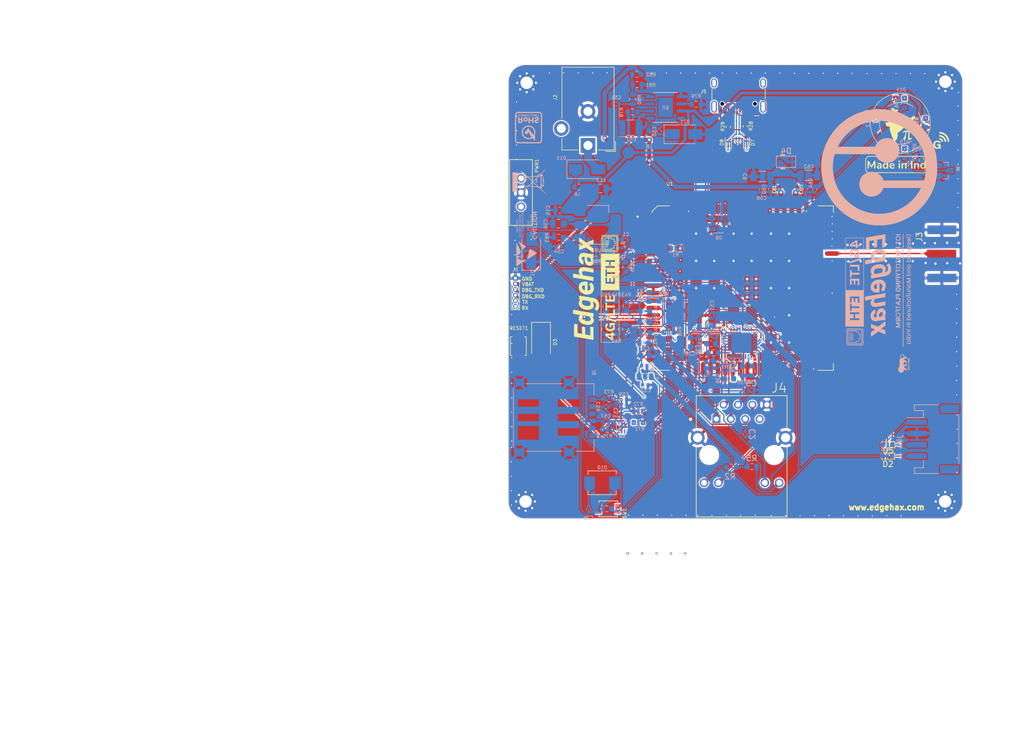
<source format=kicad_pcb>
(kicad_pcb (version 20241229) (generator "pcbnew") (generator_version "9.0")
  (layers (0 "F.Cu" signal) (4 "In1.Cu" signal) (6 "In2.Cu" signal) (2 "B.Cu" signal) (13 "F.Paste" user) (15 "B.Paste" user) (5 "F.SilkS" user "F.Silkscreen") (7 "B.SilkS" user "B.Silkscreen") (1 "F.Mask" user) (3 "B.Mask" user) (25 "Edge.Cuts" user))
  (net 0 "")
  (net 1 "RMII_RESET_N")
  (net 2 "GND")
  (net 3 "VDD_1.8V")
  (net 4 "VIN")
  (net 5 "VBAT")
  (net 6 "ANT_MAIN")
  (net 7 "Net-(D10-A2)")
  (net 8 "RMII_XTAL1")
  (net 9 "RMII_DVDD_3V3")
  (net 10 "RMII_AVDD_3V3")
  (net 11 "RMII_XTAL2")
  (net 12 "RMII_AVDDL0_1V2")
  (net 13 "RMII_DVDDL0_1V2")
  (net 14 "Net-(U9-BST)")
  (net 15 "Net-(D21-K)")
  (net 16 "Net-(U9-COMP)")
  (net 17 "Net-(C53--)")
  (net 18 "Net-(U3-GND)")
  (net 19 "Net-(C55--)")
  (net 20 "Net-(C57--)")
  (net 21 "USIM_VDD")
  (net 22 "Net-(D7-A)")
  (net 23 "/Signals/D+")
  (net 24 "/Signals/D-")
  (net 25 "Net-(D10-A1)")
  (net 26 "Net-(D11-K)")
  (net 27 "/power/Input/1")
  (net 28 "Net-(D12-A)")
  (net 29 "Net-(D13-A)")
  (net 30 "Net-(D14-K)")
  (net 31 "Net-(D15-K)")
  (net 34 "USB_D-")
  (net 35 "USB_D+")
  (net 36 "DBG_RXD")
  (net 37 "DBG_TXD")
  (net 38 "VBUS")
  (net 43 "Net-(J5-CC1)")
  (net 44 "Net-(J5-CC2)")
  (net 48 "/EC200A/I2C_SDA")
  (net 49 "/EC200A/I2C_SCL")
  (net 50 "PWRKEY")
  (net 51 "RMII_RST_N")
  (net 52 "Net-(Q4-Pad3)")
  (net 53 "Net-(Q6-B)")
  (net 54 "Net-(Q6-C)")
  (net 55 "USB_BOOT")
  (net 56 "RMII_INT")
  (net 57 "Net-(U5-RXER)")
  (net 58 "Net-(U5-RBIAS)")
  (net 59 "RMII_MD_IO")
  (net 60 "LED0_AD0")
  (net 61 "LED1_AD1")
  (net 62 "CLK_MODE")
  (net 63 "RX_DV")
  (net 64 "RMII_RX_0")
  (net 65 "RMII_RX_1")
  (net 66 "RMII_CTL_RX")
  (net 67 "NET_STATUS")
  (net 68 "NET_MODE")
  (net 69 "STATUS")
  (net 70 "USIM_RST")
  (net 71 "USIM_CLK")
  (net 72 "USIM_DATA")
  (net 73 "Net-(U9-EN)")
  (net 74 "Net-(U9-FREQ)")
  (net 75 "Net-(U9-FB)")
  (net 76 "RESET_N")
  (net 80 "RMII_MD_CLK")
  (net 86 "RMII_TX_1")
  (net 87 "RMII_CTL_TX")
  (net 90 "unconnected-(U1A-GRFC1-Pad144)")
  (net 100 "RMII_TX_0")
  (net 110 "RMII_CLK")
  (net 115 "TXD")
  (net 123 "RTS")
  (net 127 "DCD")
  (net 132 "CTS")
  (net 134 "DTR")
  (net 138 "RXD")
  (net 147 "RI")
  (net 149 "RXD2")
  (net 151 "MDI_TN")
  (net 153 "MDI_RP")
  (net 157 "MDI_TP")
  (net 158 "MDI_RN")
  (net 159 "VDD_3V3")
  (net 160 "VBAT_RF")
  (net 161 "VBAT_BB")
  (net 162 "Net-(C2-Pad2)")
  (net 163 "Net-(C5-Pad2)")
  (net 164 "Net-(J4-Pad9)")
  (net 165 "Net-(J4-Pad12)")
  (footprint "Resistor_SMD:R_0402_1005Metric" (layer "F.Cu") (at 62.95 71.025 -90)
    (property "Reference" "R28")
    (property "Value" "5.1k")
  )
  (footprint "MountingHole:MountingHole_2.2mm_M2_Pad_Via" (layer "F.Cu") (at 98.2 63.15)
    (property "Reference" "H12" (hide yes))
    (property "Value" "MountingHole_Pad")
  )
  (footprint "project_footprints:SW_EG1218" (layer "F.Cu") (at 23.4 82.7 -90)
    (property "Reference" "PWR1")
    (property "Value" "SW_Push")
  )
  (footprint "Connector_BarrelJack:BarrelJack_CUI_PJ-102AH_Horizontal" (layer "F.Cu") (at 35.2 74.4 180)
    (property "Reference" "J2")
    (property "Value" "Jack-DC")
  )
  (footprint "LOGO" (layer "F.Cu") (at 39.071481 91.680356 90)
    (property "Reference" "eth" (hide yes))
    (property "Value" "LOGO" (hide yes))
  )
  (footprint "LOGO" (layer "F.Cu") (at 90.368168 70.004579)
    (property "Reference" "G***" (hide yes))
    (property "Value" "LOGO" (hide yes))
  )
  (footprint "Connector_PinHeader_1.00mm:PinHeader_1x06_P1.00mm_Vertical" (layer "F.Cu") (at 22.4 97.8)
    (property "Reference" "J1")
    (property "Value" "Conn_01x06")
  )
  (footprint "LOGO" (layer "F.Cu") (at 39.87464 101.788667 90)
    (property "Reference" "4G-ETH1" (hide yes))
    (property "Value" "4G-ETH" (hide yes))
  )
  (footprint "project_footprints:HANRUN_HR911105A" (layer "F.Cu") (at 62.285 129 180)
    (property "Reference" "J4")
    (property "Value" "HR911105A")
  )
  (footprint "Diode_SMD:D_0603_1608Metric" (layer "F.Cu") (at 90.214544 66.056785 180)
    (property "Reference" "D14")
    (property "Value" "LED")
  )
  (footprint "Button_Switch_SMD:SW_SPST_B3U-1000P" (layer "F.Cu") (at 38.7804 138.5)
    (property "Reference" "SW1")
    (property "Value" "SW_DIP_x01")
  )
  (footprint "LOGO" (layer "F.Cu") (at 90.376641 79.505109)
    (property "Reference" "MADEININDIA" (hide yes))
    (property "Value" "MADEININDIA" (hide yes))
  )
  (footprint "Resistor_SMD:R_0402_1005Metric" (layer "F.Cu") (at 59.95 71.125 -90)
    (property "Reference" "R29")
    (property "Value" "5.1k")
  )
  (footprint "LOGO" (layer "F.Cu") (at 96.848476 73.505109)
    (property "Reference" "4G" (hide yes))
    (property "Value" "LOGO" (hide yes))
  )
  (footprint "Diode_SMD:D_SC-80" (layer "F.Cu") (at 63.15 73.69 90)
    (property "Reference" "D7")
    (property "Value" "PESD5V0S1UL")
  )
  (footprint "MountingHole:MountingHole_2.2mm_M2_Pad_Via" (layer "F.Cu") (at 98.15 137.2)
    (property "Reference" "H11" (hide yes))
    (property "Value" "MountingHole_Pad")
  )
  (footprint "Diode_SMD:D_SMA" (layer "F.Cu") (at 26.927711 109.104805 -90)
    (property "Reference" "D3")
    (property "Value" "SMAJ5.0CA")
  )
  (footprint "Diode_SMD:D_SC-80" (layer "F.Cu") (at 88.125 127.2 180)
    (property "Reference" "D5")
    (property "Value" "PESD5V0S1UL")
  )
  (footprint "Connector_Coaxial:SMA_Amphenol_132289_EdgeMount" (layer "F.Cu") (at 97.57 93.53)
    (property "Reference" "J3")
    (property "Value" "Conn_Coaxial")
  )
  (footprint "MountingHole:MountingHole_2.2mm_M2_Pad_Via" (layer "F.Cu") (at 24.2 137.2)
    (property "Reference" "H10" (hide yes))
    (property "Value" "MountingHole_Pad")
  )
  (footprint "Button_Switch_SMD:SW_SPST_B3U-1000P" (layer "F.Cu") (at 22.927711 109.804805 90)
    (property "Reference" "RESET1")
    (property "Value" "SW_Push")
  )
  (footprint "Capacitor_SMD:C_0402_1005Metric" (layer "F.Cu") (at 71.80035 82.19204 90)
    (property "Reference" "C65")
    (property "Value" "10pF")
  )
  (footprint "Capacitor_SMD:C_0402_1005Metric" (layer "F.Cu") (at 69.20035 82.15204 90)
    (property "Reference" "C61")
    (property "Value" "10pF")
  )
  (footprint "project_footprints:EC200A" (layer "F.Cu") (at 62.46 99.56)
    (property "Reference" "U1")
    (property "Value" "EC200A")
  )
  (footprint "Diode_SMD:D_0603_1608Metric" (layer "F.Cu") (at 90.239544 74.936785 180)
    (property "Reference" "D15")
    (property "Value" "LED")
  )
  (footprint "Connector_USB:USB_C_Receptacle_HCTL_HC-TYPE-C-16P-01A" (layer "F.Cu") (at 61.75 64.455 180)
    (property "Reference" "J5")
    (property "Value" "USB_C_Receptacle_USB2.0_16P")
  )
  (footprint "Diode_SMD:D_0603_1608Metric" (layer "F.Cu") (at 94.652044 70.429285 90)
    (property "Reference" "D13")
    (property "Value" "LED")
  )
  (footprint "MountingHole:MountingHole_2.2mm_M2_Pad_Via" (layer "F.Cu") (at 24.4 63.35)
    (property "Reference" "H9" (hide yes))
    (property "Value" "MountingHole_Pad")
  )
  (footprint "Diode_SMD:D_SC-80" (layer "F.Cu") (at 88.074 129.2 180)
    (property "Reference" "D2")
    (property "Value" "PESD5V0S1UL")
  )
  (footprint "Diode_SMD:D_SC-80" (layer "F.Cu") (at 59.95 73.74 90)
    (property "Reference" "D8")
    (property "Value" "PESD5V0S1UL")
  )
  (footprint "Diode_SMD:D_0603_1608Metric" (layer "F.Cu") (at 85.872044 70.559285 90)
    (property "Reference" "D12")
    (property "Value" "LED")
  )
  (footprint "project_footprints:XTAL_SXT21415AA07-25.000MT" (layer "B.Cu") (at 56.663188 113.160628 -90)
    (property "Reference" "Y1")
    (property "Value" "SXT21415AA07-25.000M")
  )
  (footprint "Package_TO_SOT_SMD:SOT-23-3" (layer "B.Cu") (at 58.25 88.2725)
    (property "Reference" "D6")
    (property "Value" "SP0505BAJT")
  )
  (footprint "Capacitor_SMD:C_0603_1608Metric" (layer "B.Cu") (at 30.225 85.8 180)
    (property "Reference" "C15")
    (property "Value" "10uF")
  )
  (footprint "Capacitor_SMD:C_0402_1005Metric" (layer "B.Cu") (at 64.01 117.54 180)
    (property "Reference" "C5")
    (property "Value" "0.1uF")
  )
  (footprint "Resistor_SMD:R_0603_1608Metric" (layer "B.Cu") (at 50.635 92.55)
    (property "Reference" "R1")
    (property "Value" "0R")
  )
  (footprint "Capacitor_SMD:C_0402_1005Metric" (layer "B.Cu") (at 38.380821 123.07716 180)
    (property "Reference" "C57")
    (property "Value" "33pF")
  )
  (footprint "Resistor_SMD:R_0603_1608Metric" (layer "B.Cu") (at 44.085821 121.27716)
    (property "Reference" "R72")
    (property "Value" "22E")
  )
  (footprint "project_footprints:FIL_DLM0NSN900HY2D" (layer "B.Cu") (at 61.6 72.715 -90)
    (property "Reference" "FL1")
    (property "Value" "DLM0NSN900HY2D")
  )
  (footprint "Resistor_SMD:R_0603_1608Metric" (layer "B.Cu") (at 38.885821 119.07716 180)
    (property "Reference" "R73")
    (property "Value" "15k")
  )
  (footprint "Capacitor_SMD:C_1206_3216Metric" (layer "B.Cu") (at 74.12535 79.67204)
    (property "Reference" "C62")
    (property "Value" "100uF")
  )
  (footprint "LOGO" (layer "B.Cu") (at 24.727864 71.251722)
    (property "Reference" "G1" (hide yes))
    (property "Value" "LOGO" (hide yes))
  )
  (footprint "Diode_SMD:D_SMA" (layer "B.Cu") (at 25.2 92.9 90)
    (property "Reference" "D1")
    (property "Value" "SMAJ5.0CA")
  )
  (footprint "Capacitor_SMD:C_0402_1005Metric" (layer "B.Cu") (at 67.41775 82.12194 -90)
    (property "Reference" "C60")
    (property "Value" "33pF")
  )
  (footprint "Capacitor_SMD:C_1210_3225Metric" (layer "B.Cu") (at 42.70835 71.275)
    (property "Reference" "C52")
    (property "Value" "47uF")
  )
  (footprint "Capacitor_SMD:C_0402_1005Metric" (layer "B.Cu") (at 59.788188 113.565628 -90)
    (property "Reference" "C26")
    (property "Value" "15pF")
  )
  (footprint "Resistor_SMD:R_0603_1608Metric" (layer "B.Cu") (at 57.255 110.9725 180)
    (property "Reference" "R37")
    (property "Value" "2.49K")
  )
  (footprint "Resistor_SMD:R_0603_1608Metric" (layer "B.Cu") (at 38.635821 124.47716)
    (property "Reference" "R70")
    (property "Value" "22E")
  )
  (footprint "Resistor_SMD:R_0603_1608Metric" (layer "B.Cu") (at 49.465 107.358453)
    (property "Reference" "R48")
    (property "Value" "NM")
  )
  (footprint "Inductor_SMD:L_0805_2012Metric" (layer "B.Cu") (at 45.2625 115.178453 180)
    (property "Reference" "L4")
    (property "Value" "ACMS160808A1212A-120E 100MHZ")
  )
  (footprint "Capacitor_SMD:C_0603_1608Metric" (layer "B.Cu") (at 56.9025 109.3725 180)
    (property "Reference" "C34")
    (property "Value" "1uF")
  )
  (footprint "Capacitor_SMD:C_0402_1005Metric" (layer "B.Cu") (at 73.54125 82.17564 -90)
    (property "Reference" "C63")
    (property "Value" "100nF")
  )
  (footprint "Resistor_SMD:R_0603_1608Metric" (layer "B.Cu") (at 45.215 105.418453 180)
    (property "Reference" "R41")
    (property "Value" "4.7K")
  )
  (footprint "Capacitor_SMD:C_0402_1005Metric" (layer "B.Cu") (at 35.3 138.58 -90)
    (property "Reference" "C25")
    (property "Value" "dnm")
  )
  (footprint "Resistor_SMD:R_0603_1608Metric" (layer "B.Cu") (at 45.065 109.218453)
    (property "Reference" "R33")
    (property "Value" "4.7k")
  )
  (footprint "Resistor_SMD:R_0603_1608Metric" (layer "B.Cu") (at 38.370791 102.771494 90)
    (property "Reference" "R50")
    (property "Value" "4.7K")
  )
  (footprint "Capacitor_SMD:C_0402_1005Metric" (layer "B.Cu") (at 47.77335 71.925 90)
    (property "Reference" "C50")
    (property "Value" "0.1uF")
  )
  (footprint "project_footprints:Rclamp" (layer "B.Cu") (at 41.160821 124.05716 -90)
    (property "Reference" "D20")
    (property "Value" "RClamp0854P.TCT")
  )
  (footprint "Resistor_SMD:R_0603_1608Metric" (layer "B.Cu") (at 36.625 93.4)
    (property "Reference" "R84")
    (property "Value" "0.39k")
  )
  (footprint "Resistor_SMD:R_0603_1608Metric" (layer "B.Cu") (at 40.170791 102.721494 90)
    (property "Reference" "R44")
    (property "Value" "4.7K")
  )
  (footprint "PCM_Diode_SMD_AKL:D_SOD-323F" (layer "B.Cu") (at 70.10035 77.27204)
    (property "Reference" "D4")
    (property "Value" "ws4.5d3hv" (hide yes))
  )
  (footprint "LOGO" (layer "B.Cu") (at 24.826548 80.776885 90)
    (property "Reference" "G2" (hide yes))
    (property "Value" "LOGO" (hide yes))
  )
  (footprint "Resistor_SMD:R_0402_1005Metric" (layer "B.Cu") (at 44.28 101.588453 90)
    (property "Reference" "R3")
    (property "Value" "R")
  )
  (footprint "Resistor_SMD:R_0603_1608Metric" (layer "B.Cu") (at 45.97 101.113453 -90)
    (property "Reference" "R6")
    (property "Value" "NM_4.7K")
  )
  (footprint "Capacitor_SMD:C_0603_1608Metric" (layer "B.Cu") (at 60.105 115.5725 180)
    (property "Reference" "C36")
    (property "Value" "1uF")
  )
  (footprint "project_footprints:DTC043ZEBTL" (layer "B.Cu") (at 41.34 93)
    (property "Reference" "Q5")
    (property "Value" "DTC043ZEBTL" (hide yes))
  )
  (footprint "Package_TO_SOT_SMD:SOT-223-3_TabPin2" (layer "B.Cu") (at 36.95 88.4)
    (property "Reference" "U3")
    (property "Value" "LM1117MP-3.3")
  )
  (footprint "Capacitor_SMD:C_0805_2012Metric" (layer "B.Cu") (at 29.95 88.2 180)
    (property "Reference" "C56")
    (property "Value" "10uF")
  )
  (footprint "LOGO" (layer "B.Cu") (at 24.468905 90.908627 90)
    (property "Reference" "G3" (hide yes))
    (property "Value" "LOGO" (hide yes))
  )
  (footprint "Capacitor_SMD:C_0402_1005Metric" (layer "B.Cu") (at 38.380821 120.47716 180)
    (property "Reference" "C55")
    (property "Value" "33pF")
  )
  (footprint "Capacitor_SMD:C_0805_2012Metric" (layer "B.Cu") (at 37.45 82 180)
    (property "Reference" "c12")
    (property "Value" "0.1uF")
  )
  (footprint "Capacitor_SMD:C_0402_1005Metric" (layer "B.Cu") (at 61.08 113.6525 -90)
    (property "Reference" "C37")
    (property "Value" "0.1uF")
  )
  (footprint "Resistor_SMD:R_0603_1608Metric" (layer "B.Cu") (at 40.05 106.833453 90)
    (property "Reference" "R49")
    (property "Value" "NM")
  )
  (footprint "Package_DFN_QFN:QFN-32-1EP_5x5mm_P0.5mm_EP3.45x3.45mm" (layer "B.Cu") (at 62.23 109.21)
    (property "Reference" "U5")
    (property "Value" "YT8512H")
  )
  (footprint "Capacitor_SMD:C_0603_1608Metric" (layer "B.Cu") (at 53.2325 109.13 -90)
    (property "Reference" "C28")
    (property "Value" "1uF")
  )
  (footprint "LOGO" (layer "B.Cu") (at 82.248531 108.170516 -90)
    (property "Reference" "eth1" (hide yes))
    (property "Value" "LOGO" (hide yes))
  )
  (footprint "Resistor_SMD:R_0603_1608Metric" (layer "B.Cu") (at 45.265 107.418453 180)
    (property "Reference" "R47")
    (property "Value" "NM")
  )
  (footprint "Resistor_SMD:R_0603_1608Metric" (layer "B.Cu") (at 43.07585 66.27 90)
    (property "Reference" "R80")
    (property "Value" "100k")
  )
  (footprint "Connector_JST:JST_PH_S4B-PH-SM4-TB_1x04-1MP_P2.00mm_Horizontal" (layer "B.Cu") (at 96.05 126.2 -90)
    (property "Reference" "J7")
    (property "Value" "Conn_01x04")
  )
  (footprint "Capacitor_SMD:C_0402_1005Metric" (layer "B.Cu") (at 57.4575 108.06 180)
    (property "Reference" "C35")
    (property "Value" "0.1uF")
  )
  (footprint "Resistor_SMD:R_0603_1608Metric" (layer "B.Cu") (at 64.085 131.05)
    (property "Reference" "R5")
    (property "Value" "300R")
  )
  (footprint "LOGO" (layer "B.Cu") (at 82.97464 98.050612 -90)
    (property "Reference" "4G-ETH" (hide yes))
    (property "Value" "4G-ETH" (hide yes))
  )
  (footprint "project_footprints:DTC043ZEBTL" (layer "B.Cu") (at 39.88 95.96 90)
    (property "Reference" "Q4")
    (property "Value" "DTC043ZEBTL")
  )
  (footprint "Capacitor_SMD:C_0402_1005Metric" (layer "B.Cu") (at 75.20035 82.15204 -90)
    (property "Reference" "C64")
    (property "Value" "33pF")
  )
  (footprint "Resistor_SMD:R_0603_1608Metric" (layer "B.Cu") (at 94.692044 70.341785 90)
    (property "Reference" "R53")
    (property "Value" "1k")
  )
  (footprint "Resistor_SMD:R_0603_1608Metric" (layer "B.Cu") (at 60.485 131.15 180)
    (property "Reference" "R2")
    (property "Value" "300E")
  )
  (footprint "Connector_Card:nanoSIM_GCT_SIM8060-6-0-14-00" (layer "B.Cu") (at 29.160821 122.37716 90)
    (property "Reference" "J6")
    (property "Value" "SIM_Card_Shielded")
  )
  (footprint "Resistor_SMD:R_0603_1608Metric" (layer "B.Cu") (at 90.972044 66.931785 -90)
    (property "Reference" "R56")
    (property "Value" "2.2k")
  )
  (footprint "Resistor_SMD:R_0603_1608Metric" (layer "B.Cu") (at 62.42 114.1975 90)
    (property "Reference" "R35")
    (property "Value" "NM")
  )
  (footprint "Capacitor_SMD:C_0402_1005Metric" (layer "B.Cu") (at 41.060821 121.35716 -90)
    (property "Reference" "C53")
    (property "Value" "33pF")
  )
  (footprint "Resistor_SMD:R_0603_1608Metric" (layer "B.Cu") (at 48.555 101.808453 180)
    (property "Reference" "R38")
    (property "Value" "4.7K")
  )
  (footprint "Resistor_SMD:R_0603_1608Metric" (layer "B.Cu") (at 87.974 129.2)
    (property "Reference" "R15")
    (property "Value" "2.2K")
  )
  (footprint "Resistor_SMD:R_0603_1608Metric" (layer "B.Cu") (at 41.87 95.855 90)
    (property "Reference" "R36")
    (property "Value" "4.7K")
  )
  (footprint "Resistor_SMD:R_0603_1608Metric" (layer "B.Cu") (at 64.1275 114.165 -90)
    (property "Reference" "R51")
    (property "Value" "NM")
  )
  (footprint "Capacitor_SMD:C_0402_1005Metric" (layer "B.Cu") (at 40.15585 67.095 180)
    (property "Reference" "C51")
    (property "Value" "150pF")
  )
  (footprint "Diode_SMD:D_SMA" (layer "B.Cu") (at 52.11335 72.425)
    (property "Reference" "D21")
    (property "Value" "B340")
  )
  (footprint "Capacitor_SMD:C_1206_3216Metric" (layer "B.Cu") (at 65.87535 79.87204 180)
    (property "Reference" "C9")
    (property "Value" "100uF")
  )
  (footprint "Capacitor_SMD:C_0402_1005Metric" (layer "B.Cu") (at 54.6325 108.625 -90)
    (property "Reference" "C30")
    (property "Value" "0.1uF")
  )
  (footprint "project_footprints:DO-214AASMB_J-BEND_LTF" (layer "B.Cu") (at 37.6902 133.9 180)
    (property "Reference" "D10")
    (property "Value" "SMAJ5.0CA")
  )
  (footprint "Capacitor_SMD:C_0402_1005Metric" (layer "B.Cu") (at 45.29 116.648453)
    (property "Reference" "C32")
    (property "Value" "0.1uF")
  )
  (footprint "project_footprints:SOT-23" (layer "B.Cu") (at 98.066044 78.836785 90)
    (property "Reference" "Q6")
    (property "Value" "S8050")
  )
  (footprint "Inductor_SMD:L_0603_1608Metric" (layer "B.Cu") (at 46 72.6125 -90)
    (property "Reference" "L8")
    (property "Value" "22uH")
  )
  (footprint "Resistor_SMD:R_0603_1608Metric" (layer "B.Cu") (at 95.092044 78.661785 -90)
    (property "Reference" "R59")
    (property "Value" "4.7k")
  )
  (footprint "Inductor_SMD:L_0603_1608Metric" (layer "B.Cu") (at 33.5875 81.75)
    (property "Reference" "L6")
    (property "Value" "22uH")
  )
  (footprint "Capacitor_SMD:C_0402_1005Metric" (layer "B.Cu") (at 57.0325 104.385 90)
    (property "Reference" "C33")
    (property "Value" "0.1uF")
  )
  (footprint "Capacitor_SMD:C_0402_1005Metric" (layer "B.Cu") (at 62.91 125.33 90)
    (property "Reference" "C2")
    (property "Value" "0.1uF")
  )
  (footprint "Resistor_SMD:R_0603_1608Metric" (layer "B.Cu") (at 38.21 106.833453 90)
    (property "Reference" "R46")
    (property "Value" "NM")
  )
  (footprint "Resistor_SMD:R_0603_1608Metric" (layer "B.Cu") (at 91.002044 75.771785 -90)
    (property "Reference" "R57")
    (property "Value" "2.2k")
  )
  (footprint "Diode_SMD:D_SMA" (layer "B.Cu") (at 35 78.6)
    (property "Reference" "D11")
    (property "Value" "SS34")
  )
  (footprint "Resistor_SMD:R_0603_1608Metric" (layer "B.Cu") (at 41.84 106.843453 90)
    (property "Reference" "R45")
    (property "Value" "4.7K")
  )
  (footprint "Resistor_SMD:R_0603_1608Metric" (layer "B.Cu") (at 54.29835 67.135 180)
    (property "Reference" "R79")
    (property "Value" "100k")
  )
  (footprint "Capacitor_SMD:C_0402_1005Metric" (layer "B.Cu") (at 65.80035 82.19204 -90)
    (property "Reference" "C58")
    (property "Value" "100nF")
  )
  (footprint "Resistor_SMD:R_0603_1608Metric" (layer "B.Cu") (at 45.265 103.618453 180)
    (property "Reference" "R42")
    (property "Value" "4.7K")
  )
  (footprint "Resistor_SMD:R_0603_1608Metric" (layer "B.Cu") (at 30.025 90.6)
    (property "Reference" "R83")
    (property "Value" "0.24k")
  )
  (footprint "project_footprints:SOIC8E_MPS" (layer "B.Cu") (at 48.87585 67.695)
    (property "Reference" "U9")
    (property "Value" "MP1584EN")
  )
  (footprint "Resistor_SMD:R_0603_1608Metric" (layer "B.Cu") (at 43.78835 61.855)
    (property "Reference" "R82")
    (property "Value" "40.2k")
  )
  (footprint "Resistor_SMD:R_0603_1608Metric" (layer "B.Cu") (at 88.025 127.22)
    (property "Reference" "R14")
    (property "Value" "2.2K")
  )
  (footprint "Inductor_SMD:L_0805_2012Metric" (layer "B.Cu") (at 55.895 106.505)
    (property "Reference" "L5")
    (property "Value" "ACMS160808A1212A-120E 100MHZ")
  )
  (footprint "Resistor_SMD:R_0603_1608Metric" (layer "B.Cu") (at 93.050044 77.001785 -90)
    (property "Reference" "R54")
    (property "Value" "4.7k")
  )
  (footprint "Resistor_SMD:R_0603_1608Metric" (layer "B.Cu") (at 43.85085 63.66)
    (property "Reference" "R81")
    (property "Value" "150k")
  )
  (footprint "Resistor_SMD:R_0603_1608Metric" (layer "B.Cu") (at 44.085821 123.27716)
    (property "Reference" "R71")
    (property "Value" "22E")
  )
  (footprint "Capacitor_SMD:C_0402_1005Metric" (layer "B.Cu") (at 41.76 91.058354 180)
    (property "Reference" "C1")
    (property "Value" "C")
  )
  (footprint "Resistor_SMD:R_0603_1608Metric" (layer "B.Cu") (at 41.970791 102.721494 -90)
    (property "Reference" "R43")
    (property "Value" "NM")
  )
  (footprint "Resistor_SMD:R_0603_1608Metric" (layer "B.Cu") (at 85.872044 68.941785 -90)
    (property "Reference" "R52")
    (property "Value" "1k")
  )
  (footprint "Resistor_SMD:R_0603_1608Metric" (layer "B.Cu") (at 38.525 138.5 180)
    (property "Reference" "R32")
    (property "Value" "1k")
  )
  (footprint "Capacitor_SMD:C_0402_1005Metric" (layer "B.Cu") (at 30.08 92.2)
    (property "Reference" "C54")
    (property "Value" "0.1uF")
  )
  (footprint "Capacitor_SMD:C_0402_1005Metric" (layer "B.Cu") (at 41.540821 119.27716 180)
    (property "Reference" "C59")
    (property "Value" "33pF")
  )
  (footprint "Capacitor_SMD:C_0402_1005Metric" (layer "B.Cu") (at 58.61 112.72 90)
    (property "Reference" "C31")
    (property "Value" "15pF")
  )
  (footprint "Capacitor_SMD:C_0402_1005Metric" (layer "B.Cu") (at 45.13 113.248453)
    (property "Reference" "C29")
    (property "Value" "0.1uF")
  )
  (footprint "Capacitor_SMD:C_0603_1608Metric" (layer "B.Cu") (at 45.235 111.448453)
    (property "Reference" "C27")
    (property "Value" "1uF")
  )
  (footprint "Resistor_SMD:R_0603_1608Metric" (layer "B.Cu") (at 43.05085 68.495 180)
    (property "Reference" "R78")
    (property "Value" "100k")
  )
  (gr_circle (center 42.34 75.665876) (end 43.21 76.125876) (stroke (width 0.2)) (fill yes) (layer "B.Cu") (net 4))
  (gr_poly (pts (xy 55.154866 69.563174) (xy 58.233292 68.960996) (xy 58.235431 69.249711) (xy 56.503673 70.935897)) (stroke (width 0.2)) (fill yes) (layer "B.Cu") (net 4))
  (gr_poly (pts (xy 67.921512 79.8) (xy 69.396162 77.889788) (xy 71.396162 79.8)) (stroke (width 0.2)) (fill yes) (layer "B.Cu") (net 5))
  (gr_poly (pts (xy 30.596558 85.407057) (xy 33.806558 81.557057) (xy 35.836558 82.407057) (xy 35.826558 83.237057) (xy 33.656558 85.297057) (xy 30.576558 85.387057)) (stroke (width 0.1)) (fill yes) (layers "B.Cu" "B.Mask") (net 4))
  (gr_poly (pts (xy 33.573635 102.182244) (xy 33.577104 102.134291) (xy 33.582952 102.087034) (xy 33.591213 102.040483) (xy 33.601921 101.994652) (xy 33.61511 101.949552) (xy 33.630816 101.905195) (xy 33.649072 101.861594) (xy 33.669912 101.818761) (xy 33.693372 101.776707) (xy 33.719484 101.735446) (xy 33.748285 101.694988) (xy 33.779807 101.655347) (xy 33.827432 101.591848) (xy 33.636932 101.512472) (xy 33.636932 100.893347) (xy 33.751798 100.903893) (xy 33.819149 100.910733) (xy 33.843181 100.9137) (xy 33.865142 100.916863) (xy 33.915931 100.925275) (xy 33.972689 100.934847) (xy 34.033078 100.945243) (xy 34.098155 100.95628) (xy 34.273414 100.986199) (xy 34.457978 101.017659) (xy 34.767987 101.070584) (xy 35.12462 101.131425) (xy 35.469661 101.190241) (xy 35.615554 101.215113) (xy 35.788026 101.244587) (xy 35.880194 101.260294) (xy 36.028429 101.2865) (xy 36.102428 101.300223) (xy 36.176345 101.314435) (xy 36.233095 101.325546) (xy 36.291611 101.340034) (xy 36.348733 101.356986) (xy 36.404429 101.376385) (xy 36.458668 101.398216) (xy 36.511419 101.422461) (xy 36.562652 101.449105) (xy 36.612334 101.478131) (xy 36.660435 101.509523) (xy 36.706923 101.543264) (xy 36.751767 101.579338) (xy 36.794937 101.617729) (xy 36.836401 101.658421) (xy 36.876127 101.701396) (xy 36.914085 101.746639) (xy 36.950244 101.794134) (xy 36.984572 101.843863) (xy 37.019088 101.902664) (xy 37.05046 101.963417) (xy 37.078686 102.025924) (xy 37.103764 102.089983) (xy 37.125692 102.155394) (xy 37.144466 102.221957) (xy 37.160085 102.289472) (xy 37.172547 102.35774) (xy 37.181848 102.426558) (xy 37.187988 102.495729) (xy 37.190962 102.56505) (xy 37.19077 102.634323) (xy 37.187409 102.703347) (xy 37.180876 102.771921) (xy 37.171169 102.839846) (xy 37.158287 102.906922) (xy 37.153422 102.925364) (xy 37.148314 102.943695) (xy 37.14298 102.961933) (xy 37.137438 102.980096) (xy 37.125804 103.016266) (xy 37.113557 103.052347) (xy 37.096131 103.103941) (xy 37.083164 103.136518) (xy 37.069137 103.16823) (xy 37.054084 103.199119) (xy 37.038037 103.229226) (xy 37.02103 103.258592) (xy 37.003097 103.287258) (xy 36.984271 103.315265) (xy 36.964586 103.342654) (xy 36.944074 103.369467) (xy 36.922771 103.395745) (xy 36.900708 103.421528) (xy 36.87792 103.446859) (xy 36.85444 103.471777) (xy 36.830301 103.496325) (xy 36.780182 103.544472) (xy 36.766854 103.539911) (xy 36.754009 103.53494) (xy 36.741603 103.529574) (xy 36.729596 103.523826) (xy 36.717946 103.517711) (xy 36.706612 103.511244) (xy 36.695554 103.504439) (xy 36.684729 103.497311) (xy 36.674096 103.489873) (xy 36.663615 103.482141) (xy 36.653243 103.474129) (xy 36.64294 103.465851) (xy 36.622374 103.448556) (xy 36.601588 103.430371) (xy 36.54708 103.383242) (xy 36.520174 103.359987) (xy 36.499604 103.342722) (xy 36.478836 103.325706) (xy 36.457896 103.308906) (xy 36.436813 103.292289) (xy 36.394316 103.259467) (xy 36.351557 103.226972) (xy 36.355567 103.218135) (xy 36.359631 103.209712) (xy 36.363772 103.201666) (xy 36.368013 103.19396) (xy 36.372376 103.186559) (xy 36.376885 103.179427) (xy 36.38156 103.172526) (xy 36.386426 103.165821) (xy 36.391504 103.159274) (xy 36.396817 103.152851) (xy 36.402388 103.146514) (xy 36.408239 103.140228) (xy 36.414394 103.133955) (xy 36.420874 103.127659) (xy 36.427702 103.121305) (xy 36.4349 103.114855) (xy 36.459925 103.089083) (xy 36.482858 103.062651) (xy 36.503778 103.035567) (xy 36.52276 103.007836) (xy 36.539882 102.979463) (xy 36.55522 102.950455) (xy 36.568852 102.920817) (xy 36.580853 102.890556) (xy 36.591301 102.859676) (xy 36.600272 102.828184) (xy 36.607843 102.796085) (xy 36.614091 102.763386) (xy 36.619092 102.730092) (xy 36.622924 102.696209) (xy 36.625662 102.661743) (xy 36.627385 102.626699) (xy 36.626133 102.593614) (xy 36.623591 102.561121) (xy 36.61975 102.52921) (xy 36.614599 102.497873) (xy 36.608127 102.4671) (xy 36.600324 102.436884) (xy 36.59118 102.407215) (xy 36.580684 102.378084) (xy 36.568826 102.349482) (xy 36.555596 102.321401) (xy 36.540982 102.293831) (xy 36.524975 102.266765) (xy 36.507565 102.240192) (xy 36.48874 102.214104) (xy 36.468491 102.188492) (xy 36.446806 102.163347) (xy 36.425133 102.144148) (xy 36.402964 102.126367) (xy 36.380318 102.109909) (xy 36.357209 102.094679) (xy 36.333656 102.08058) (xy 36.309674 102.067517) (xy 36.28528 102.055395) (xy 36.260491 102.044118) (xy 36.235323 102.033591) (xy 36.209792 102.023717) (xy 36.183916 102.014401) (xy 36.157711 102.005548) (xy 36.10438 101.988846) (xy 36.049932 101.972847) (xy 36.034057 101.988722) (xy 36.056133 102.021899) (xy 36.08382 102.065942) (xy 36.109077 102.10961) (xy 36.13192 102.153034) (xy 36.152365 102.196342) (xy 36.170428 102.239665) (xy 36.186127 102.283131) (xy 36.199478 102.32687) (xy 36.210497 102.371012) (xy 36.2192 102.415687) (xy 36.225605 102.461023) (xy 36.229727 102.507151) (xy 36.231584 102.554199) (xy 36.231191 102.602299) (xy 36.228565 102.651578) (xy 36.223723 102.702167) (xy 36.216681 102.754195) (xy 36.212607 102.768233) (xy 36.208323 102.781981) (xy 36.203808 102.795502) (xy 36.199037 102.808856) (xy 36.193987 102.822106) (xy 36.188635 102.835314) (xy 36.182958 102.84854) (xy 36.176932 102.861847) (xy 36.16056 102.897938) (xy 36.137903 102.939694) (xy 36.113301 102.979236) (xy 36.08683 103.016632) (xy 36.05856 103.051949) (xy 36.028564 103.085254) (xy 35.996915 103.116615) (xy 35.963685 103.146099) (xy 35.928947 103.173773) (xy 35.892773 103.199705) (xy 35.855235 103.223962) (xy 35.816406 103.246611) (xy 35.776359 103.267719) (xy 35.735165 103.287355) (xy 35.692898 103.305585) (xy 35.649629 103.322477) (xy 35.605432 103.338097) (xy 35.548378 103.354412) (xy 35.490009 103.368165) (xy 35.430506 103.37944) (xy 35.370054 103.38832) (xy 35.308834 103.394886) (xy 35.24703 103.399222) (xy 35.184824 103.401411) (xy 35.166854 103.401446) (xy 35.166854 102.709453) (xy 35.193843 102.709359) (xy 35.22027 102.708666) (xy 35.246182 102.707328) (xy 35.271623 102.705301) (xy 35.29664 102.702539) (xy 35.321278 102.698999) (xy 35.345582 102.694634) (xy 35.369598 102.689399) (xy 35.393372 102.68325) (xy 35.416948 102.676142) (xy 35.440372 102.668029) (xy 35.463691 102.658867) (xy 35.486949 102.648611) (xy 35.510192 102.637215) (xy 35.533465 102.624634) (xy 35.556815 102.610824) (xy 35.57177 102.594311) (xy 35.585621 102.577654) (xy 35.598384 102.560821) (xy 35.610074 102.543776) (xy 35.620705 102.526488) (xy 35.630295 102.508921) (xy 35.638858 102.491041) (xy 35.646409 102.472816) (xy 35.652965 102.454211) (xy 35.658541 102.435192) (xy 35.663152 102.415726) (xy 35.666814 102.395779) (xy 35.669542 102.375316) (xy 35.671352 102.354305) (xy 35.67226 102.332712) (xy 35.67228 102.310501) (xy 35.668702 102.280374) (xy 35.66363 102.250712) (xy 35.657095 102.221544) (xy 35.649129 102.192902) (xy 35.639762 102.164813) (xy 35.629027 102.137309) (xy 35.616953 102.110418) (xy 35.603572 102.084171) (xy 35.588915 102.058596) (xy 35.573013 102.033724) (xy 35.555898 102.009584) (xy 35.537601 101.986206) (xy 35.518153 101.96362) (xy 35.497584 101.941854) (xy 35.475927 101.92094) (xy 35.453212 101.900906) (xy 35.437588 101.891967) (xy 35.421607 101.8839) (xy 35.4053 101.876638) (xy 35.3887 101.870111) (xy 35.371837 101.864252) (xy 35.354745 101.858992) (xy 35.337456 101.854264) (xy 35.32 101.85) (xy 35.28472 101.842588) (xy 35.249162 101.836213) (xy 35.178233 101.824392) (xy 35.108921 101.81153) (xy 35.036558 101.798363) (xy 34.964134 101.785533) (xy 34.871544 101.768827) (xy 34.779076 101.751461) (xy 34.707629 101.738252) (xy 34.636115 101.725405) (xy 34.601989 101.719167) (xy 34.567895 101.712752) (xy 34.544058 101.708342) (xy 34.520192 101.704091) (xy 34.472412 101.695864) (xy 34.417665 101.686053) (xy 34.40985 101.68635) (xy 34.402251 101.686912) (xy 34.394857 101.68773) (xy 34.387661 101.688798) (xy 34.380653 101.690109) (xy 34.373825 101.691657) (xy 34.360667 101.695437) (xy 34.348117 101.700084) (xy 34.3361 101.705546) (xy 34.324545 101.711769) (xy 34.313377 101.718699) (xy 34.302525 101.726285) (xy 34.291915 101.734473) (xy 34.281475 101.743209) (xy 34.271132 101.752441) (xy 34.250444 101.772178) (xy 34.229268 101.793261) (xy 34.213232 101.815249) (xy 34.198842 101.83765) (xy 34.186064 101.860423) (xy 34.174866 101.88353) (xy 34.165213 101.906929) (xy 34.157073 101.930581) (xy 34.150413 101.954445) (xy 34.145198 101.978483) (xy 34.141396 102.002652) (xy 34.138974 102.026914) (xy 34.137897 102.051228) (xy 34.138134 102.075553) (xy 34.139649 102.099851) (xy 34.142411 102.124081) (xy 34.146386 102.148203) (xy 34.15154 102.172176) (xy 34.157841 102.195961) (xy 34.165254 102.219518) (xy 34.173747 102.242806) (xy 34.183286 102.265785) (xy 34.20537 102.310657) (xy 34.23124 102.353813) (xy 34.260629 102.394932) (xy 34.29327 102.433694) (xy 34.328897 102.469777) (xy 34.367244 102.502861) (xy 34.409542 102.531401) (xy 34.452353 102.55734) (xy 34.495682 102.580786) (xy 34.539533 102.601848) (xy 34.583911 102.620633) (xy 34.628822 102.637251) (xy 34.674271 102.65181) (xy 34.720263 102.664418) (xy 34.766802 102.675183) (xy 34.813895 102.684215) (xy 34.861545 102.691621) (xy 34.909759 102.697509) (xy 34.95854 102.701989) (xy 35.007896 102.705168) (xy 35.057829 102.707155) (xy 35.108346 102.708058) (xy 35.166854 102.709453) (xy 35.166854 103.401446) (xy 35.122399 103.401534) (xy 35.059938 103.399675) (xy 34.997624 103.395917) (xy 34.935639 103.390341) (xy 34.874167 103.383031) (xy 34.813389 103.374068) (xy 34.75349 103.363537) (xy 34.694652 103.351519) (xy 34.637057 103.338097) (xy 34.60464 103.330098) (xy 34.537477 103.311487) (xy 34.470811 103.290388) (xy 34.40484 103.266774) (xy 34.339762 103.240618) (xy 34.275775 103.211896) (xy 34.213076 103.18058) (xy 34.151862 103.146643) (xy 34.092333 103.110061) (xy 34.034684 103.070805) (xy 33.979115 103.028851) (xy 33.925822 102.984172) (xy 33.875004 102.93674) (xy 33.826859 102.886531) (xy 33.781583 102.833518) (xy 33.739375 102.777674) (xy 33.700432 102.718973) (xy 33.681605 102.682847) (xy 33.663871 102.646469) (xy 33.647388 102.609741) (xy 33.639665 102.591214) (xy 33.632315 102.572563) (xy 33.625357 102.553773) (xy 33.618811 102.534834) (xy 33.612698 102.515732) (xy 33.607036 102.496455) (xy 33.601846 102.47699) (xy 33.597148 102.457326) (xy 33.592962 102.437449) (xy 33.589307 102.417347) (xy 33.582857 102.38076) (xy 33.577155 102.330149) (xy 33.573695 102.280185) (xy 33.57251 102.230879)) (stroke (width -0.000001)) (fill yes) (layer "F.SilkS"))
  (gr_poly (pts (xy 32.74613 107.894776) (xy 32.746123 107.82908) (xy 32.746322 107.6502) (xy 32.74645 107.463456) (xy 32.746789 107.109591) (xy 32.747133 106.706829) (xy 32.747932 105.878097) (xy 32.839767 105.885574) (xy 32.891424 105.889779) (xy 32.927728 105.893401) (xy 32.945789 105.895494) (xy 32.963811 105.897777) (xy 32.981807 105.900253) (xy 32.999793 105.902923) (xy 33.017782 105.905789) (xy 33.03579 105.908855) (xy 33.083415 105.917165) (xy 33.130916 105.925722) (xy 33.180277 105.93428) (xy 33.24961 105.946719) (xy 33.27209 105.951126) (xy 33.28887 105.954934) (xy 33.301764 105.958603) (xy 33.312591 105.96259) (xy 33.323166 105.967352) (xy 33.335307 105.973347) (xy 33.351182 107.497347) (xy 34.081432 107.624347) (xy 34.129057 107.640222) (xy 34.129057 106.338472) (xy 34.243921 106.349011) (xy 34.310379 106.355728) (xy 34.333379 106.358554) (xy 34.353784 106.361506) (xy 34.39949 106.36923) (xy 34.44727 106.377539) (xy 34.495174 106.386097) (xy 34.544752 106.394655) (xy 34.614602 106.407128) (xy 34.637237 106.411544) (xy 34.654114 106.415355) (xy 34.667059 106.419021) (xy 34.677897 106.422999) (xy 34.688454 106.427747) (xy 34.700557 106.433722) (xy 34.716432 107.735472) (xy 35.254058 107.828083) (xy 35.355152 107.845543) (xy 35.40818 107.854645) (xy 35.458945 107.863429) (xy 35.502956 107.871014) (xy 35.515848 107.873522) (xy 35.528711 107.876178) (xy 35.55436 107.881861) (xy 35.579926 107.887923) (xy 35.605432 107.894222) (xy 35.605432 106.354347) (xy 36.176932 106.449597) (xy 36.176932 108.703847) (xy 35.571202 108.602706) (xy 35.279952 108.55286) (xy 35.195788 108.53835) (xy 34.974201 108.500088) (xy 34.835221 108.476073) (xy 34.398539 108.400576) (xy 33.897247 108.314) (xy 33.506548 108.24649) (xy 33.274275 108.206379) (xy 33.057501 108.168888) (xy 32.97788 108.155161) (xy 32.869749 108.136423) (xy 32.808542 108.125845) (xy 32.788754 108.121604) (xy 32.780738 108.119698) (xy 32.773852 108.117814) (xy 32.768003 108.115862) (xy 32.76544 108.114832) (xy 32.763102 108.113751) (xy 32.760977 108.112607) (xy 32.759055 108.11139) (xy 32.757323 108.110087) (xy 32.755771 108.108688) (xy 32.754387 108.107181) (xy 32.753159 108.105555) (xy 32.752076 108.103799) (xy 32.751127 108.101901) (xy 32.750299 108.099849) (xy 32.749583 108.097633) (xy 32.748965 108.095242) (xy 32.748435 108.092663) (xy 32.747593 108.086898) (xy 32.746963 108.080249) (xy 32.745979 108.063934) (xy 32.746023 108.014313) (xy 32.745957 107.957579)) (stroke (width -0.000001)) (fill yes) (layer "F.SilkS"))
  (gr_poly (pts (xy 33.572973 99.317394) (xy 33.577568 99.26543) (xy 33.584564 99.213823) (xy 33.593987 99.162682) (xy 33.605868 99.112114) (xy 33.620234 99.062226) (xy 33.637114 99.013128) (xy 33.656536 98.964925) (xy 33.678529 98.917725) (xy 33.703121 98.871638) (xy 33.730341 98.826769) (xy 33.760217 98.783226) (xy 33.792778 98.741118) (xy 33.828052 98.700551) (xy 33.876488 98.657212) (xy 33.926268 98.61818) (xy 33.977337 98.583257) (xy 34.029641 98.552246) (xy 34.083125 98.524948) (xy 34.137735 98.501166) (xy 34.193418 98.480701) (xy 34.250118 98.463356) (xy 34.307782 98.448932) (xy 34.366356 98.437231) (xy 34.425784 98.428056) (xy 34.486014 98.421207) (xy 34.54699 98.416489) (xy 34.608659 98.413701) (xy 34.670966 98.412646) (xy 34.733857 98.413127) (xy 34.833358 98.417032) (xy 34.883578 98.420195) (xy 34.933771 98.424711) (xy 34.983683 98.430987) (xy 35.008454 98.434914) (xy 35.033059 98.439434) (xy 35.057466 98.444599) (xy 35.081643 98.450459) (xy 35.105559 98.457067) (xy 35.129182 98.464473) (xy 35.129182 100.020223) (xy 35.220646 100.004831) (xy 35.25836 99.997924) (xy 35.291629 99.991108) (xy 35.321126 99.984059) (xy 35.347526 99.976451) (xy 35.371504 99.967957) (xy 35.393733 99.958253) (xy 35.414889 99.947012) (xy 35.435645 99.933911) (xy 35.456676 99.918621) (xy 35.478656 99.900819) (xy 35.50226 99.880179) (xy 35.528161 99.856375) (xy 35.589557 99.797973) (xy 35.604612 99.768295) (xy 35.617543 99.738424) (xy 35.628428 99.708371) (xy 35.63735 99.678143) (xy 35.644389 99.64775) (xy 35.649627 99.617199) (xy 35.653144 99.586501) (xy 35.655022 99.555662) (xy 35.655341 99.524693) (xy 35.654183 99.493602) (xy 35.651629 99.462398) (xy 35.647759 99.431089) (xy 35.642655 99.399683) (xy 35.636398 99.368191) (xy 35.629069 99.33662) (xy 35.620749 99.30498) (xy 35.611217 99.277502) (xy 35.600975 99.251031) (xy 35.590022 99.225487) (xy 35.578359 99.200788) (xy 35.565986 99.176852) (xy 35.552904 99.153599) (xy 35.539113 99.130948) (xy 35.524614 99.108816) (xy 35.509408 99.087123) (xy 35.493493 99.065787) (xy 35.476872 99.044727) (xy 35.459545 99.023862) (xy 35.441512 99.00311) (xy 35.422773 98.98239) (xy 35.383182 98.940723) (xy 35.385579 98.93423) (xy 35.388154 98.927934) (xy 35.390903 98.921827) (xy 35.39382 98.9159) (xy 35.396898 98.910145) (xy 35.400133 98.904556) (xy 35.40705 98.893843) (xy 35.414528 98.883697) (xy 35.422521 98.874058) (xy 35.430985 98.864863) (xy 35.439877 98.85605) (xy 35.449152 98.847558) (xy 35.458766 98.839324) (xy 35.468675 98.831288) (xy 35.478835 98.823386) (xy 35.521096 98.791894) (xy 35.581433 98.745571) (xy 35.610617 98.723224) (xy 35.628316 98.70929) (xy 35.64582 98.695151) (xy 35.663159 98.680833) (xy 35.680358 98.666357) (xy 35.714447 98.637027) (xy 35.748307 98.607348) (xy 35.762619 98.612305) (xy 35.776695 98.617886) (xy 35.790534 98.624068) (xy 35.804136 98.630824) (xy 35.817502 98.638132) (xy 35.830632 98.645965) (xy 35.856183 98.663112) (xy 35.880792 98.682068) (xy 35.90446 98.702638) (xy 35.927187 98.724624) (xy 35.948976 98.74783) (xy 35.969828 98.772059) (xy 35.989745 98.797116) (xy 36.008728 98.822802) (xy 36.026778 98.848922) (xy 36.043897 98.875279) (xy 36.060086 98.901677) (xy 36.075347 98.927918) (xy 36.089681 98.953807) (xy 36.11631 99.01356) (xy 36.140458 99.0745) (xy 36.162062 99.136495) (xy 36.181061 99.199412) (xy 36.197391 99.263119) (xy 36.210991 99.327485) (xy 36.221799 99.392376) (xy 36.229752 99.45766) (xy 36.234788 99.523206) (xy 36.236844 99.588882) (xy 36.235859 99.654554) (xy 36.231771 99.720091) (xy 36.224516 99.78536) (xy 36.214033 99.850229) (xy 36.200259 99.914567) (xy 36.183133 99.97824) (xy 36.161573 100.031587) (xy 36.138356 100.0829) (xy 36.113434 100.132211) (xy 36.086759 100.179551) (xy 36.058283 100.224953) (xy 36.027957 100.268449) (xy 35.995733 100.310071) (xy 35.961564 100.349851) (xy 35.9254 100.38782) (xy 35.887195 100.424012) (xy 35.846899 100.458457) (xy 35.804464 100.491188) (xy 35.759843 100.522237) (xy 35.712986 100.551636) (xy 35.663847 100.579418) (xy 35.612377 100.605613) (xy 35.580704 100.618053) (xy 35.54923 100.629373) (xy 35.517905 100.639615) (xy 35.486678 100.648819) (xy 35.455501 100.657024) (xy 35.424321 100.664271) (xy 35.39309 100.6706) (xy 35.361757 100.676052) (xy 35.330272 100.680668) (xy 35.298584 100.684486) (xy 35.266644 100.687549) (xy 35.234401 100.689895) (xy 35.168807 100.6926) (xy 35.101401 100.692926) (xy 35.069657 100.692701) (xy 34.985738 100.690328) (xy 34.903369 100.684584) (xy 34.822536 100.675432) (xy 34.743222 100.662834) (xy 34.665409 100.646755) (xy 34.652932 100.643552) (xy 34.652932 99.956723) (xy 34.652932 99.067723) (xy 34.624709 99.062496) (xy 34.597245 99.058297) (xy 34.570465 99.055172) (xy 34.544296 99.053166) (xy 34.518664 99.052327) (xy 34.493495 99.052699) (xy 34.468717 99.05433) (xy 34.444254 99.057264) (xy 34.420034 99.061548) (xy 34.395983 99.067229) (xy 34.372027 99.074351) (xy 34.348093 99.082962) (xy 34.324106 99.093107) (xy 34.299993 99.104832) (xy 34.275681 99.118183) (xy 34.251096 99.133207) (xy 34.237335 99.148475) (xy 34.224554 99.163801) (xy 34.212733 99.179228) (xy 34.201851 99.194797) (xy 34.191888 99.21055) (xy 34.182822 99.22653) (xy 34.174634 99.242778) (xy 34.167302 99.259338) (xy 34.160805 99.276249) (xy 34.155124 99.293556) (xy 34.150237 99.311299) (xy 34.146124 99.329522) (xy 34.142764 99.348265) (xy 34.140136 99.367572) (xy 34.138219 99.387483) (xy 34.136994 99.408042) (xy 34.139249 99.439758) (xy 34.143197 99.470434) (xy 34.148804 99.50011) (xy 34.156036 99.528824) (xy 34.164858 99.556615) (xy 34.175236 99.583522) (xy 34.187135 99.609582) (xy 34.200521 99.634835) (xy 34.21536 99.659319) (xy 34.231617 99.683073) (xy 34.249258 99.706135) (xy 34.268248 99.728544) (xy 34.288553 99.750338) (xy 34.310138 99.771557) (xy 34.332969 99.792238) (xy 34.357012 99.812421) (xy 34.402212 99.846122) (xy 34.421115 99.85992) (xy 34.438131 99.871965) (xy 34.453693 99.882469) (xy 34.468236 99.891642) (xy 34.482192 99.899697) (xy 34.495995 99.906844) (xy 34.510079 99.913296) (xy 34.524877 99.919263) (xy 34.540822 99.924956) (xy 34.558348 99.930588) (xy 34.577889 99.936369) (xy 34.599877 99.942511) (xy 34.652932 99.956723) (xy 34.652932 100.643552) (xy 34.589081 100.627158) (xy 34.514222 100.604006) (xy 34.440815 100.577261) (xy 34.368843 100.546887) (xy 34.298289 100.512848) (xy 34.229138 100.475107) (xy 34.161372 100.433626) (xy 34.094975 100.388369) (xy 34.02993 100.339299) (xy 33.966221 100.286379) (xy 33.90383 100.229574) (xy 33.868231 100.191259) (xy 33.834491 100.151257) (xy 33.802639 100.109675) (xy 33.772703 100.066622) (xy 33.744712 100.022205) (xy 33.718694 99.976531) (xy 33.694678 99.929708) (xy 33.672692 99.881844) (xy 33.652765 99.833046) (xy 33.634924 99.783422) (xy 33.619199 99.73308) (xy 33.605619 99.682127) (xy 33.59421 99.63067) (xy 33.585002 99.578819) (xy 33.578024 99.526679) (xy 33.573304 99.474359) (xy 33.570869 99.421967) (xy 33.57075 99.369609)) (stroke (width -0.000001)) (fill yes) (layer "F.SilkS"))
  (gr_poly (pts (xy 33.624705 91.267377) (xy 33.62608 91.222187) (xy 33.626556 91.170207) (xy 33.627155 91.129197) (xy 33.627974 91.088197) (xy 33.629987 91.0062) (xy 33.631506 90.894857) (xy 33.633799 90.758531) (xy 33.636932 90.622224) (xy 33.704218 90.666898) (xy 33.742067 90.692029) (xy 33.785466 90.721787) (xy 33.828458 90.752095) (xy 33.871175 90.782792) (xy 33.913752 90.813715) (xy 33.989096 90.868347) (xy 34.027536 90.896261) (xy 34.208432 91.027035) (xy 34.459304 91.208482) (xy 34.494966 91.234175) (xy 34.530703 91.259766) (xy 34.576098 91.292504) (xy 34.621109 91.32565) (xy 34.665737 91.359308) (xy 34.709982 91.393587) (xy 34.746069 91.421117) (xy 34.762966 91.434127) (xy 34.779751 91.447283) (xy 34.796417 91.46059) (xy 34.812957 91.47405) (xy 34.824491 91.482531) (xy 34.835698 91.490366) (xy 34.846772 91.497612) (xy 34.85232 91.501034) (xy 34.857907 91.50433) (xy 34.863558 91.507509) (xy 34.869297 91.510579) (xy 34.875147 91.513545) (xy 34.881135 91.516417) (xy 34.887282 91.5192) (xy 34.893615 91.521903) (xy 34.900157 91.524534) (xy 34.906932 91.527098) (xy 34.917629 91.525705) (xy 34.926063 91.524493) (xy 34.929668 91.523891) (xy 34.93299 91.523258) (xy 34.936124 91.522566) (xy 34.939166 91.521792) (xy 34.942208 91.520908) (xy 34.945347 91.519889) (xy 34.948677 91.518709) (xy 34.952292 91.517343) (xy 34.960755 91.513948) (xy 34.971494 91.509498) (xy 35.009523 91.495419) (xy 35.049807 91.479472) (xy 35.090348 91.463646) (xy 35.156638 91.436952) (xy 35.222757 91.409834) (xy 35.272183 91.389595) (xy 35.42783 91.325684) (xy 35.800852 91.172755) (xy 36.009438 91.088242) (xy 36.049849 91.071799) (xy 36.103394 91.050509) (xy 36.121 91.043963) (xy 36.128163 91.041527) (xy 36.13448 91.039576) (xy 36.140139 91.038057) (xy 36.145324 91.036915) (xy 36.150223 91.036097) (xy 36.155021 91.035548) (xy 36.165061 91.035045) (xy 36.176932 91.034973) (xy 36.176932 91.717597) (xy 36.093467 91.759228) (xy 36.066018 91.772709) (xy 36.044994 91.782747) (xy 36.028071 91.790427) (xy 36.012927 91.796834) (xy 35.97868 91.810166) (xy 35.941147 91.824599) (xy 35.902096 91.839388) (xy 35.860998 91.855131) (xy 35.732432 91.904129) (xy 35.644685 91.937677) (xy 35.430807 92.019223) (xy 35.444933 92.033628) (xy 35.459092 92.04765) (xy 35.473378 92.061292) (xy 35.487887 92.074556) (xy 35.502714 92.087446) (xy 35.517954 92.099965) (xy 35.525759 92.106086) (xy 35.533703 92.112115) (xy 35.541798 92.118053) (xy 35.550055 92.123899) (xy 35.582146 92.14637) (xy 35.616346 92.170036) (xy 35.688961 92.22076) (xy 35.726564 92.246946) (xy 35.781811 92.285721) (xy 35.836922 92.324693) (xy 35.872567 92.349963) (xy 35.939222 92.397277) (xy 35.970556 92.419446) (xy 35.999607 92.440523) (xy 36.010909 92.448454) (xy 36.019858 92.454635) (xy 36.027293 92.459559) (xy 36.030703 92.461704) (xy 36.034048 92.463719) (xy 36.037433 92.465667) (xy 36.040962 92.467608) (xy 36.048871 92.471718) (xy 36.058612 92.476543) (xy 36.071021 92.482575) (xy 36.103533 92.500263) (xy 36.116764 92.507657) (xy 36.12821 92.514308) (xy 36.138044 92.520386) (xy 36.14644 92.526058) (xy 36.15357 92.531492) (xy 36.15961 92.536858) (xy 36.164731 92.542323) (xy 36.169108 92.548057) (xy 36.172915 92.554226) (xy 36.176323 92.561) (xy 36.179508 92.568547) (xy 36.182643 92.577035) (xy 36.189454 92.597509) (xy 36.19076 92.61527) (xy 36.191676 92.632895) (xy 36.192238 92.650431) (xy 36.192478 92.667926) (xy 36.19243 92.685426) (xy 36.192126 92.70298) (xy 36.190885 92.738434) (xy 36.190272 92.790346) (xy 36.189502 92.83124) (xy 36.18845 92.872115) (xy 36.185861 92.953863) (xy 36.183908 93.064988) (xy 36.180961 93.200932) (xy 36.176932 93.336848) (xy 36.161327 93.329051) (xy 36.146021 93.321123) (xy 36.130976 93.313006) (xy 36.11615 93.304642) (xy 36.101504 93.295975) (xy 36.086997 93.286948) (xy 36.07259 93.277502) (xy 36.058241 93.267581) (xy 36.026433 93.245074) (xy 35.992385 93.220761) (xy 35.956445 93.19524) (xy 35.77483 93.065152) (xy 35.593781 92.934276) (xy 35.414932 92.805035) (xy 35.344114 92.753875) (xy 35.195038 92.646347) (xy 35.156591 92.618628) (xy 35.084533 92.566725) (xy 35.051171 92.542663) (xy 35.018414 92.519541) (xy 34.99936 92.505176) (xy 34.992485 92.499828) (xy 34.986384 92.494876) (xy 34.980313 92.489701) (xy 34.973525 92.483681) (xy 34.95482 92.46663) (xy 34.943274 92.456574) (xy 34.931982 92.447134) (xy 34.920763 92.438252) (xy 34.915122 92.434003) (xy 34.909431 92.429872) (xy 34.903665 92.425852) (xy 34.897803 92.421936) (xy 34.891821 92.418116) (xy 34.885695 92.414387) (xy 34.879404 92.41074) (xy 34.872925 92.407169) (xy 34.866233 92.403665) (xy 34.859307 92.400224) (xy 34.848605 92.40126) (xy 34.840171 92.402209) (xy 34.836568 92.402714) (xy 34.83325 92.403271) (xy 34.830122 92.403906) (xy 34.827089 92.404643) (xy 34.824057 92.405509) (xy 34.820933 92.406527) (xy 34.817622 92.407722) (xy 34.814029 92.40912) (xy 34.805622 92.412623) (xy 34.794958 92.417234) (xy 34.756957 92.431555) (xy 34.716432 92.447847) (xy 34.675061 92.463818) (xy 34.606893 92.490722) (xy 34.538892 92.518045) (xy 34.48817 92.538397) (xy 34.328486 92.602628) (xy 34.170334 92.666181) (xy 34.072411 92.705572) (xy 33.854929 92.791634) (xy 33.636932 92.876474) (xy 33.636932 92.177972) (xy 33.898869 92.077762) (xy 33.980756 92.046427) (xy 34.046209 92.021393) (xy 34.079556 92.008629) (xy 34.144564 91.983867) (xy 34.178004 91.970978) (xy 34.211373 91.957907) (xy 34.240241 91.946706) (xy 34.262579 91.938289) (xy 34.271812 91.935) (xy 34.280027 91.932258) (xy 34.28743 91.930013) (xy 34.294224 91.928215) (xy 34.300617 91.926815) (xy 34.306811 91.925763) (xy 34.313013 91.925009) (xy 34.319427 91.924504) (xy 34.333713 91.92404) (xy 34.351307 91.923974) (xy 34.340107 91.912243) (xy 34.328825 91.900851) (xy 34.317451 91.889774) (xy 34.305975 91.878991) (xy 34.294389 91.868478) (xy 34.282681 91.858214) (xy 34.270843 91.848174) (xy 34.258865 91.838338) (xy 34.234449 91.819182) (xy 34.209358 91.800567) (xy 34.183513 91.78231) (xy 34.156838 91.764231) (xy 34.089183 91.718405) (xy 34.053875 91.694506) (xy 34.008687 91.663407) (xy 33.963701 91.632024) (xy 33.874065 91.568769) (xy 33.840904 91.545326) (xy 33.748057 91.479472) (xy 33.719902 91.46536) (xy 33.707646 91.458299) (xy 33.696211 91.451283) (xy 33.690758 91.447737) (xy 33.685457 91.444135) (xy 33.680291 91.440454) (xy 33.675242 91.436672) (xy 33.670292 91.432768) (xy 33.665423 91.428717) (xy 33.660619 91.424499) (xy 33.65586 91.42009) (xy 33.65113 91.415468) (xy 33.64641 91.41061) (xy 33.641683 91.405494) (xy 33.636932 91.400098) (xy 33.634231 91.388984) (xy 33.631926 91.377907) (xy 33.629991 91.366858) (xy 33.628397 91.355829) (xy 33.627118 91.344812) (xy 33.626127 91.333799) (xy 33.625397 91.322783) (xy 33.6249 91.311756) (xy 33.624498 91.289637)) (stroke (width -0.000001)) (fill yes) (layer "F.SilkS"))
  (gr_poly (pts (xy 32.643073 97.011134) (xy 32.711108 97.019018) (xy 32.744865 97.023515) (xy 32.778656 97.028534) (xy 32.812636 97.034189) (xy 32.846961 97.040594) (xy 32.878236 97.046701) (xy 32.978553 97.066543) (xy 33.049071 97.080355) (xy 33.233237 97.116606) (xy 33.529118 97.174797) (xy 33.632192 97.195164) (xy 33.695157 97.20753) (xy 33.750643 97.218495) (xy 33.765671 97.221486) (xy 33.777542 97.223717) (xy 33.782633 97.224577) (xy 33.787343 97.22528) (xy 33.791807 97.225838) (xy 33.79616 97.226263) (xy 33.800539 97.226566) (xy 33.805079 97.226759) (xy 33.809917 97.226852) (xy 33.815186 97.226857) (xy 33.827567 97.226648) (xy 33.843307 97.226223) (xy 33.818874 97.198193) (xy 33.78836 97.160576) (xy 33.759662 97.122505) (xy 33.732833 97.08394) (xy 33.707922 97.044838) (xy 33.684983 97.005158) (xy 33.664064 96.964859) (xy 33.645219 96.923899) (xy 33.628498 96.882237) (xy 33.613952 96.839831) (xy 33.601632 96.796639) (xy 33.59159 96.752621) (xy 33.583877 96.707733) (xy 33.578544 96.661936) (xy 33.575643 96.615187) (xy 33.575224 96.567446) (xy 33.577338 96.518669) (xy 33.582286 96.482534) (xy 33.588273 96.447104) (xy 33.595371 96.412391) (xy 33.603652 96.37841) (xy 33.613187 96.345173) (xy 33.62405 96.312695) (xy 33.636312 96.280989) (xy 33.650044 96.250069) (xy 33.665319 96.219948) (xy 33.682208 96.19064) (xy 33.700784 96.162159) (xy 33.721118 96.134517) (xy 33.743283 96.107729) (xy 33.76735 96.081808) (xy 33.793391 96.056767) (xy 33.821479 96.032621) (xy 33.852684 96.011867) (xy 33.884295 95.992819) (xy 33.916292 95.975422) (xy 33.948655 95.959619) (xy 33.981366 95.945354) (xy 34.014406 95.932571) (xy 34.081393 95.911225) (xy 34.149464 95.895131) (xy 34.218465 95.883838) (xy 34.288242 95.876895) (xy 34.358642 95.873853) (xy 34.429511 95.87426) (xy 34.500696 95.877668) (xy 34.572044 95.883624) (xy 34.643401 95.89168) (xy 34.785526 95.912286) (xy 34.925845 95.935883) (xy 35.034668 95.954035) (xy 35.318319 96.001951) (xy 35.608873 96.050791) (xy 36.176932 96.146723) (xy 36.176932 96.829348) (xy 36.096006 96.821669) (xy 36.016046 96.812996) (xy 35.976235 96.808063) (xy 35.936436 96.802615) (xy 35.896571 96.79656) (xy 35.856564 96.789811) (xy 35.815886 96.782766) (xy 35.729463 96.767695) (xy 35.591988 96.743884) (xy 35.201448 96.676213) (xy 34.961526 96.63478) (xy 34.87093 96.618963) (xy 34.771231 96.597996) (xy 34.692713 96.582814) (xy 34.659217 96.57733) (xy 34.628402 96.573218) (xy 34.599395 96.570453) (xy 34.571325 96.569011) (xy 34.543321 96.568867) (xy 34.51451 96.569997) (xy 34.484021 96.572376) (xy 34.450982 96.575978) (xy 34.37377 96.586757) (xy 34.275901 96.602137) (xy 34.263132 96.611541) (xy 34.251343 96.620902) (xy 34.240483 96.630282) (xy 34.230501 96.639742) (xy 34.221346 96.649342) (xy 34.212968 96.659145) (xy 34.205317 96.66921) (xy 34.198342 96.6796) (xy 34.191992 96.690375) (xy 34.186217 96.701596) (xy 34.180966 96.713326) (xy 34.176189 96.725623) (xy 34.171835 96.738551) (xy 34.167854 96.752169) (xy 34.164195 96.766539) (xy 34.160807 96.781722) (xy 34.158313 96.81622) (xy 34.157639 96.849654) (xy 34.158753 96.882106) (xy 34.16162 96.913653) (xy 34.166208 96.944376) (xy 34.172483 96.974354) (xy 34.180412 97.003667) (xy 34.189961 97.032394) (xy 34.201096 97.060614) (xy 34.213784 97.088407) (xy 34.227993 97.115852) (xy 34.243687 97.143029) (xy 34.260834 97.170018) (xy 34.2794 97.196897) (xy 34.299353 97.223747) (xy 34.320658 97.250646) (xy 34.331967 97.259748) (xy 34.343091 97.267915) (xy 34.354082 97.275216) (xy 34.364995 97.281719) (xy 34.375882 97.287495) (xy 34.386798 97.29261) (xy 34.397795 97.297134) (xy 34.408929 97.301137) (xy 34.420251 97.304685) (xy 34.431817 97.30785) (xy 34.443678 97.310698) (xy 34.45589 97.313299) (xy 34.481578 97.318035) (xy 34.509309 97.322609) (xy 34.551582 97.330234) (xy 34.59586 97.338056) (xy 34.640174 97.345673) (xy 34.704371 97.356817) (xy 34.768502 97.36834) (xy 34.876385 97.387605) (xy 34.984334 97.406491) (xy 35.125488 97.431126) (xy 35.423861 97.483199) (xy 35.772843 97.544134) (xy 35.911799 97.568327) (xy 35.996326 97.583112) (xy 36.03523 97.589834) (xy 36.071296 97.596438) (xy 36.08907 97.59999) (xy 36.106723 97.603804) (xy 36.124296 97.607951) (xy 36.141828 97.612501) (xy 36.15936 97.617526) (xy 36.176932 97.623097) (xy 36.176932 98.305723) (xy 35.576413 98.205073) (xy 34.976223 98.102486) (xy 34.74219 98.062171) (xy 34.351055 97.994772) (xy 33.900384 97.917127) (xy 33.462856 97.841756) (xy 33.278124 97.809933) (xy 33.061271 97.772559) (xy 32.982157 97.758929) (xy 32.873567 97.740208) (xy 32.812449 97.729674) (xy 32.692846 97.708317) (xy 32.573307 97.686597) (xy 32.573307 97.003973)) (stroke (width -0.000001)) (fill yes) (layer "F.SilkS"))
  (gr_poly (pts (xy 33.201668 103.488924) (xy 33.829306 103.596416) (xy 34.078204 103.6397) (xy 34.546369 103.721157) (xy 35.080698 103.814108) (xy 36.176932 104.004847) (xy 36.176932 104.623972) (xy 35.970556 104.608097) (xy 36.036041 104.682511) (xy 36.066708 104.721892) (xy 36.094309 104.761458) (xy 36.118961 104.801272) (xy 36.140781 104.841398) (xy 36.159888 104.881898) (xy 36.176398 104.922836) (xy 36.190429 104.964274) (xy 36.202098 105.006274) (xy 36.211524 105.048901) (xy 36.218824 105.092216) (xy 36.224115 105.136284) (xy 36.227515 105.181166) (xy 36.229142 105.226925) (xy 36.229113 105.273625) (xy 36.227545 105.321328) (xy 36.224557 105.370097) (xy 36.217752 105.405026) (xy 36.209466 105.439101) (xy 36.19972 105.472332) (xy 36.188534 105.504729) (xy 36.175931 105.536304) (xy 36.16193 105.567067) (xy 36.146552 105.597029) (xy 36.129819 105.6262) (xy 36.111752 105.654591) (xy 36.09237 105.682214) (xy 36.071695 105.709078) (xy 36.049749 105.735194) (xy 36.026551 105.760573) (xy 36.002122 105.785226) (xy 35.976485 105.809162) (xy 35.949659 105.832394) (xy 35.885348 105.873996) (xy 35.81879 105.910573) (xy 35.750213 105.942343) (xy 35.679844 105.969528) (xy 35.60791 105.992347) (xy 35.534637 106.011019) (xy 35.460252 106.025765) (xy 35.384983 106.036804) (xy 35.309056 106.044356) (xy 35.232699 106.04864) (xy 35.156138 106.049877) (xy 35.114165 106.049005) (xy 35.114165 105.374493) (xy 35.178789 105.374168) (xy 35.242249 105.371474) (xy 35.304208 105.366462) (xy 35.36433 105.359183) (xy 35.383085 105.354964) (xy 35.401209 105.350202) (xy 35.418743 105.344884) (xy 35.435727 105.339) (xy 35.452203 105.33254) (xy 35.468209 105.325491) (xy 35.483787 105.317844) (xy 35.498978 105.309588) (xy 35.51382 105.30071) (xy 35.528356 105.291202) (xy 35.542625 105.281051) (xy 35.556668 105.270246) (xy 35.570525 105.258777) (xy 35.584236 105.246634) (xy 35.597843 105.233804) (xy 35.611385 105.220277) (xy 35.622257 105.202208) (xy 35.631958 105.184149) (xy 35.640519 105.166075) (xy 35.647968 105.147961) (xy 35.654337 105.129782) (xy 35.659654 105.111514) (xy 35.66395 105.093131) (xy 35.667254 105.074608) (xy 35.669595 105.055921) (xy 35.671005 105.037044) (xy 35.671512 105.017952) (xy 35.671146 104.998621) (xy 35.669938 104.979026) (xy 35.667916 104.959141) (xy 35.665111 104.938942) (xy 35.661552 104.918404) (xy 35.656565 104.900194) (xy 35.651187 104.882548) (xy 35.645402 104.865424) (xy 35.639194 104.848781) (xy 35.632548 104.832578) (xy 35.625448 104.816774) (xy 35.617879 104.801327) (xy 35.609825 104.786197) (xy 35.60127 104.771342) (xy 35.592199 104.75672) (xy 35.582596 104.742292) (xy 35.572446 104.728015) (xy 35.561732 104.713848) (xy 35.55044 104.69975) (xy 35.538553 104.68568) (xy 35.526056 104.671597) (xy 35.504965 104.645502) (xy 35.490359 104.629586) (xy 35.475829 104.615212) (xy 35.461305 104.602277) (xy 35.446712 104.590683) (xy 35.43198 104.580328) (xy 35.417035 104.571112) (xy 35.401807 104.562934) (xy 35.386222 104.555694) (xy 35.370209 104.549292) (xy 35.353695 104.543627) (xy 35.336609 104.538598) (xy 35.318877 104.534105) (xy 35.300429 104.530047) (xy 35.281191 104.526325) (xy 35.240059 104.519482) (xy 35.18947 104.510577) (xy 35.109756 104.497087) (xy 35.029963 104.484074) (xy 34.923489 104.465749) (xy 34.802717 104.445241) (xy 34.681862 104.425226) (xy 34.636336 104.417252) (xy 34.590882 104.408912) (xy 34.500097 104.391528) (xy 34.485805 104.389613) (xy 34.472021 104.388262) (xy 34.458689 104.387477) (xy 34.445751 104.387259) (xy 34.433152 104.387611) (xy 34.420834 104.388533) (xy 34.408742 104.390028) (xy 34.396818 104.392096) (xy 34.385006 104.394741) (xy 34.37325 104.397962) (xy 34.361492 104.401762) (xy 34.349677 104.406143) (xy 34.337747 104.411106) (xy 34.325646 104.416653) (xy 34.313318 104.422785) (xy 34.300705 104.429504) (xy 34.28332 104.443952) (xy 34.26698 104.458662) (xy 34.251669 104.473672) (xy 34.237375 104.489019) (xy 34.224081 104.50474) (xy 34.211774 104.520872) (xy 34.200439 104.537453) (xy 34.190062 104.55452) (xy 34.180628 104.57211) (xy 34.172123 104.590261) (xy 34.164532 104.609009) (xy 34.157841 104.628392) (xy 34.152035 104.648448) (xy 34.1471 104.669213) (xy 34.143021 104.690725) (xy 34.139785 104.713021) (xy 34.139366 104.749311) (xy 34.141107 104.784429) (xy 34.144968 104.818415) (xy 34.150908 104.851309) (xy 34.158889 104.883149) (xy 34.16887 104.913975) (xy 34.180813 104.943826) (xy 34.194678 104.972743) (xy 34.210425 105.000763) (xy 34.228015 105.027927) (xy 34.247407 105.054274) (xy 34.268564 105.079844) (xy 34.291444 105.104675) (xy 34.316009 105.128807) (xy 34.342219 105.15228) (xy 34.370034 105.175132) (xy 34.422447 105.207196) (xy 34.477723 105.236281) (xy 34.535529 105.262438) (xy 34.595527 105.285719) (xy 34.657383 105.306173) (xy 34.72076 105.323852) (xy 34.785322 105.338807) (xy 34.850734 105.351088) (xy 34.91666 105.360747) (xy 34.982765 105.367833) (xy 35.048711 105.372398) (xy 35.114165 105.374493) (xy 35.114165 106.049005) (xy 35.0796 106.048286) (xy 35.003312 106.044088) (xy 34.927501 106.037501) (xy 34.852394 106.028746) (xy 34.778218 106.018042) (xy 34.717026 106.006163) (xy 34.656455 105.992843) (xy 34.596536 105.978026) (xy 34.5373 105.961657) (xy 34.478779 105.943682) (xy 34.421002 105.924044) (xy 34.364 105.902689) (xy 34.307804 105.879561) (xy 34.252444 105.854605) (xy 34.197952 105.827766) (xy 34.144358 105.798989) (xy 34.091693 105.768219) (xy 34.039987 105.735399) (xy 33.989271 105.700476) (xy 33.939576 105.663394) (xy 33.890932 105.624097) (xy 33.858996 105.597618) (xy 33.827569 105.567365) (xy 33.7981 105.535666) (xy 33.77056 105.502607) (xy 33.74492 105.468278) (xy 33.721155 105.432765) (xy 33.699234 105.396156) (xy 33.679132 105.358539) (xy 33.660819 105.320002) (xy 33.644269 105.280632) (xy 33.629452 105.240517) (xy 33.616342 105.199745) (xy 33.604911 105.158404) (xy 33.595131 105.116581) (xy 33.586973 105.074363) (xy 33.580411 105.03184) (xy 33.575416 104.989097) (xy 33.574164 104.944597) (xy 33.574539 104.901026) (xy 33.576593 104.85835) (xy 33.580379 104.816537) (xy 33.585949 104.775553) (xy 33.593354 104.735365) (xy 33.602646 104.695939) (xy 33.613879 104.657244) (xy 33.627103 104.619245) (xy 33.64237 104.58191) (xy 33.659734 104.545205) (xy 33.679245 104.509097) (xy 33.700956 104.473552) (xy 33.724918 104.438539) (xy 33.751184 104.404023) (xy 33.779807 104.369972) (xy 33.803563 104.346103) (xy 33.827432 104.322347) (xy 33.501994 104.256863) (xy 33.453189 104.247061) (xy 33.103035 104.178061) (xy 32.927751 104.144682) (xy 32.752273 104.112244) (xy 32.694168 104.101585) (xy 32.643958 104.092501) (xy 32.631055 104.089737) (xy 32.620972 104.087467) (xy 32.616729 104.086428) (xy 32.61288 104.085406) (xy 32.609322 104.084366) (xy 32.605951 104.083273) (xy 32.602664 104.08209) (xy 32.599357 104.080783) (xy 32.595927 104.079316) (xy 32.59227 104.077654) (xy 32.583863 104.073603) (xy 32.573307 104.068347) (xy 32.573307 103.385722)) (stroke (width -0.000001)) (fill yes) (layer "F.SilkS"))
  (gr_poly (pts (xy 33.569783 94.191414) (xy 33.581207 94.08864) (xy 33.601171 93.987951) (xy 33.614426 93.93866) (xy 33.629898 93.890216) (xy 33.647617 93.842728) (xy 33.667609 93.796305) (xy 33.689903 93.751054) (xy 33.714525 93.707086) (xy 33.741504 93.664507) (xy 33.770867 93.623427) (xy 33.802643 93.583955) (xy 33.836858 93.546199) (xy 33.864824 93.521957) (xy 33.893609 93.499314) (xy 33.923181 93.478267) (xy 33.953508 93.458813) (xy 33.984558 93.440948) (xy 34.0163 93.42467) (xy 34.048702 93.409977) (xy 34.081732 93.396864) (xy 34.115358 93.385328) (xy 34.149549 93.375368) (xy 34.184273 93.366979) (xy 34.219498 93.360159) (xy 34.255192 93.354905) (xy 34.291325 93.351214) (xy 34.327863 93.349082) (xy 34.364775 93.348507) (xy 34.400224 93.348651) (xy 34.444428 93.350065) (xy 34.488338 93.352744) (xy 34.532022 93.356557) (xy 34.575546 93.361372) (xy 34.618977 93.367056) (xy 34.662383 93.373477) (xy 34.749385 93.388003) (xy 34.80584 93.397741) (xy 34.862342 93.407208) (xy 35.002545 93.430871) (xy 35.142683 93.454915) (xy 35.273722 93.476945) (xy 35.402678 93.496916) (xy 35.53034 93.514003) (xy 35.657499 93.527383) (xy 35.784948 93.536231) (xy 35.849027 93.538698) (xy 35.913475 93.539723) (xy 35.978391 93.539204) (xy 36.043873 93.537037) (xy 36.11002 93.533119) (xy 36.176932 93.527348) (xy 36.176932 94.194098) (xy 35.986432 94.225847) (xy 36.044971 94.294309) (xy 36.075204 94.334401) (xy 36.102306 94.374997) (xy 36.126403 94.416109) (xy 36.147623 94.457751) (xy 36.166096 94.499936) (xy 36.181948 94.542679) (xy 36.195309 94.585992) (xy 36.206306 94.629889) (xy 36.215067 94.674384) (xy 36.22172 94.719491) (xy 36.226394 94.765222) (xy 36.229217 94.811591) (xy 36.230316 94.858612) (xy 36.229821 94.906299) (xy 36.227858 94.954664) (xy 36.224557 95.003722) (xy 36.21699 95.042378) (xy 36.20769 95.08026) (xy 36.196676 95.117337) (xy 36.183969 95.153578) (xy 36.169591 95.188951) (xy 36.153562 95.223424) (xy 36.135903 95.256965) (xy 36.116634 95.289544) (xy 36.095778 95.321129) (xy 36.073353 95.351687) (xy 36.049382 95.381188) (xy 36.023886 95.4096) (xy 35.996884 95.436891) (xy 35.968398 95.463029) (xy 35.938449 95.487984) (xy 35.907057 95.511723) (xy 35.871218 95.53263) (xy 35.835251 95.551213) (xy 35.79913 95.567539) (xy 35.762827 95.581677) (xy 35.726313 95.593692) (xy 35.689561 95.603652) (xy 35.652543 95.611624) (xy 35.615231 95.617675) (xy 35.577597 95.621872) (xy 35.539614 95.624283) (xy 35.501253 95.624974) (xy 35.477101 95.624376) (xy 35.477101 94.940355) (xy 35.495993 94.940255) (xy 35.515142 94.939231) (xy 35.537643 94.933171) (xy 35.54785 94.930099) (xy 35.557459 94.926924) (xy 35.566545 94.923592) (xy 35.57518 94.920048) (xy 35.58344 94.916237) (xy 35.591398 94.912104) (xy 35.599128 94.907595) (xy 35.606704 94.902653) (xy 35.614199 94.897224) (xy 35.621688 94.891253) (xy 35.629244 94.884685) (xy 35.636942 94.877464) (xy 35.644855 94.869537) (xy 35.653057 94.860848) (xy 35.663987 94.841167) (xy 35.673565 94.82139) (xy 35.681836 94.801508) (xy 35.688842 94.781515) (xy 35.694628 94.761402) (xy 35.699237 94.741161) (xy 35.702714 94.720787) (xy 35.705101 94.700269) (xy 35.706444 94.679601) (xy 35.706786 94.658776) (xy 35.70617 94.637785) (xy 35.70464 94.61662) (xy 35.702241 94.595275) (xy 35.699016 94.573741) (xy 35.695009 94.552011) (xy 35.690264 94.530077) (xy 35.683514 94.510295) (xy 35.676304 94.491054) (xy 35.668631 94.472317) (xy 35.660495 94.454047) (xy 35.651893 94.436206) (xy 35.642823 94.418758) (xy 35.633285 94.401664) (xy 35.623276 94.384887) (xy 35.612794 94.368389) (xy 35.601839 94.352135) (xy 35.590408 94.336084) (xy 35.578499 94.320202) (xy 35.566111 94.304449) (xy 35.553243 94.288789) (xy 35.526056 94.257598) (xy 35.501128 94.224049) (xy 35.489645 94.215668) (xy 35.478 94.208183) (xy 35.466193 94.201525) (xy 35.454223 94.195624) (xy 35.442091 94.19041) (xy 35.429795 94.185814) (xy 35.417337 94.181764) (xy 35.404715 94.178191) (xy 35.39193 94.175025) (xy 35.378982 94.172196) (xy 35.352595 94.16727) (xy 35.297854 94.158379) (xy 35.252957 94.150069) (xy 35.225448 94.145307) (xy 35.19819 94.140976) (xy 35.171075 94.137192) (xy 35.143997 94.134074) (xy 35.116851 94.131738) (xy 35.089529 94.130302) (xy 35.061924 94.129883) (xy 35.047983 94.130091) (xy 35.033932 94.130598) (xy 35.031212 94.23598) (xy 35.030941 94.286533) (xy 35.031789 94.335783) (xy 35.034049 94.383818) (xy 35.038016 94.430729) (xy 35.043985 94.476607) (xy 35.052249 94.521541) (xy 35.063104 94.565621) (xy 35.076843 94.608939) (xy 35.093761 94.651584) (xy 35.114152 94.693646) (xy 35.138311 94.735215) (xy 35.166532 94.776383) (xy 35.19911 94.817238) (xy 35.236338 94.857872) (xy 35.252255 94.868239) (xy 35.268344 94.878013) (xy 35.284612 94.887168) (xy 35.301064 94.895683) (xy 35.317707 94.903532) (xy 35.334547 94.910693) (xy 35.351591 94.917141) (xy 35.368843 94.922854) (xy 35.386311 94.927807) (xy 35.404001 94.931977) (xy 35.421919 94.93534) (xy 35.440071 94.937874) (xy 35.458463 94.939553) (xy 35.477101 94.940355) (xy 35.477101 95.624376) (xy 35.462487 95.624013) (xy 35.423288 95.621467) (xy 35.383628 95.617403) (xy 35.34348 95.611888) (xy 35.302815 95.604989) (xy 35.26289 95.594492) (xy 35.224249 95.582375) (xy 35.186873 95.568641) (xy 35.150741 95.553289) (xy 35.115836 95.536324) (xy 35.082135 95.517745) (xy 35.049621 95.497556) (xy 35.018273 95.475758) (xy 34.988072 95.452352) (xy 34.958997 95.427341) (xy 34.93103 95.400727) (xy 34.90415 95.372511) (xy 34.878338 95.342695) (xy 34.853574 95.311281) (xy 34.829839 95.27827) (xy 34.807112 95.243666) (xy 34.793617 95.220135) (xy 34.78073 95.196423) (xy 34.768433 95.172527) (xy 34.756704 95.148448) (xy 34.745523 95.124184) (xy 34.734871 95.099736) (xy 34.724726 95.075103) (xy 34.715069 95.050284) (xy 34.697136 95.000086) (xy 34.68091 94.949137) (xy 34.66623 94.897435) (xy 34.652932 94.844973) (xy 34.64387 94.80935) (xy 34.638166 94.7814) (xy 34.633322 94.753404) (xy 34.629272 94.725363) (xy 34.625953 94.697281) (xy 34.62124 94.640999) (xy 34.61866 94.584576) (xy 34.617689 94.528028) (xy 34.617804 94.471373) (xy 34.619197 94.357809) (xy 34.619631 94.273008) (xy 34.621182 94.067098) (xy 34.553229 94.059396) (xy 34.515005 94.055065) (xy 34.463348 94.04846) (xy 34.44189 94.045958) (xy 34.422758 94.044036) (xy 34.405514 94.042729) (xy 34.389715 94.042073) (xy 34.374922 94.042103) (xy 34.360695 94.042853) (xy 34.346592 94.044359) (xy 34.332175 94.046655) (xy 34.317001 94.049778) (xy 34.300632 94.053761) (xy 34.282625 94.05864) (xy 34.262543 94.06445) (xy 34.214385 94.079004) (xy 34.200942 94.092067) (xy 34.18854 94.104842) (xy 34.177152 94.117424) (xy 34.166749 94.129911) (xy 34.157301 94.142398) (xy 34.14878 94.154981) (xy 34.141157 94.167756) (xy 34.134404 94.180818) (xy 34.128491 94.194265) (xy 34.12339 94.208192) (xy 34.119072 94.222695) (xy 34.115509 94.237869) (xy 34.112671 94.253812) (xy 34.110529 94.270618) (xy 34.109055 94.288385) (xy 34.108221 94.307208) (xy 34.108822 94.327967) (xy 34.11018 94.348015) (xy 34.112301 94.367413) (xy 34.115189 94.38622) (xy 34.118849 94.404497) (xy 34.123286 94.422306) (xy 34.128504 94.439707) (xy 34.134508 94.456761) (xy 34.141302 94.473529) (xy 34.148893 94.490072) (xy 34.157284 94.506449) (xy 34.166479 94.522723) (xy 34.176485 94.538954) (xy 34.187305 94.555203) (xy 34.198945 94.57153) (xy 34.211408 94.587996) (xy 34.230347 94.603576) (xy 34.238514 94.610077) (xy 34.246178 94.61591) (xy 34.253614 94.62122) (xy 34.261096 94.62615) (xy 34.268901 94.630844) (xy 34.277301 94.635447) (xy 34.286573 94.640101) (xy 34.29699 94.644951) (xy 34.308827 94.650141) (xy 34.322359 94.655815) (xy 34.337861 94.662116) (xy 34.355607 94.669188) (xy 34.398932 94.686223) (xy 34.398932 95.368848) (xy 34.351086 95.363688) (xy 34.30561 95.357082) (xy 34.26232 95.348946) (xy 34.221032 95.3392) (xy 34.181562 95.327761) (xy 34.143727 95.314548) (xy 34.107341 95.299479) (xy 34.072222 95.282472) (xy 34.038185 95.263446) (xy 34.005047 95.242319) (xy 33.972623 95.219008) (xy 33.940729 95.193433) (xy 33.909182 95.165512) (xy 33.877798 95.135162) (xy 33.846392 95.102302) (xy 33.814782 95.066851) (xy 33.759299 94.98441) (xy 33.710366 94.896234) (xy 33.668202 94.803192) (xy 33.633029 94.706153) (xy 33.605069 94.605986) (xy 33.584543 94.503559) (xy 33.571672 94.399743) (xy 33.566679 94.295404)) (stroke (width -0.000001)) (fill yes) (layer "F.SilkS"))
  (gr_poly (pts (xy 91.478579 91.721146) (xy 91.480411 91.743133) (xy 91.483698 91.765086) (xy 91.488411 91.786904) (xy 91.494519 91.808482) (xy 91.501993 91.829719) (xy 91.507177 91.837501) (xy 91.512405 91.844872) (xy 91.517695 91.851866) (xy 91.523065 91.858517) (xy 91.528535 91.86486) (xy 91.534123 91.87093) (xy 91.539846 91.876762) (xy 91.545725 91.882389) (xy 91.551776 91.887848) (xy 91.558019 91.893172) (xy 91.564471 91.898395) (xy 91.571152 91.903553) (xy 91.57808 91.908681) (xy 91.585273 91.913812) (xy 91.60053 91.924225) (xy 91.625768 91.925341) (xy 91.634713 91.92562) (xy 91.642449 91.925713) (xy 91.649906 91.92562) (xy 91.658014 91.925341) (xy 91.679905 91.924225) (xy 91.681532 91.906753) (xy 91.682695 91.892909) (xy 91.683393 91.88139) (xy 91.683567 91.876096) (xy 91.683625 91.870895) (xy 91.683567 91.865624) (xy 91.683393 91.86012) (xy 91.682695 91.847764) (xy 91.681532 91.832525) (xy 91.679905 91.8131) (xy 91.640217 91.79028) (xy 91.60053 91.765475) (xy 91.598863 91.757043) (xy 91.597511 91.748851) (xy 91.596453 91.740863) (xy 91.595669 91.733039) (xy 91.595141 91.725345) (xy 91.594848 91.71774) (xy 91.594771 91.71019) (xy 91.59489 91.702655) (xy 91.595637 91.687485) (xy 91.596931 91.671931) (xy 91.60053 91.638475) (xy 91.609805 91.626882) (xy 91.613691 91.622201) (xy 91.617198 91.6182) (xy 91.620418 91.61483) (xy 91.621948 91.613367) (xy 91.623441 91.612044) (xy 91.624908 91.610854) (xy 91.62636 91.609793) (xy 91.627809 91.608854) (xy 91.629266 91.608031) (xy 91.630743 91.607317) (xy 91.63225 91.606708) (xy 91.633801 91.606196) (xy 91.635405 91.605777) (xy 91.637075 91.605443) (xy 91.638822 91.605189) (xy 91.640657 91.60501) (xy 91.642592 91.604898) (xy 91.646807 91.604855) (xy 91.651559 91.605011) (xy 91.663037 91.605733) (xy 91.66859 91.608795) (xy 91.673871 91.61211) (xy 91.678891 91.615667) (xy 91.683659 91.619455) (xy 91.688188 91.623462) (xy 91.692486 91.627678) (xy 91.696564 91.632092) (xy 91.700433 91.636693) (xy 91.704103 91.64147) (xy 91.707585 91.646412) (xy 91.710889 91.651508) (xy 91.714026 91.656747) (xy 91.719838 91.667611) (xy 91.725106 91.678916) (xy 91.729912 91.690574) (xy 91.734342 91.702498) (xy 91.738477 91.7146) (xy 91.742402 91.726793) (xy 91.749954 91.751099) (xy 91.757667 91.774715) (xy 91.770865 91.810615) (xy 91.781334 91.83813) (xy 91.785858 91.849302) (xy 91.790072 91.859047) (xy 91.794103 91.86759) (xy 91.798073 91.875153) (xy 91.802109 91.88196) (xy 91.806333 91.888234) (xy 91.810872 91.894199) (xy 91.815848 91.900078) (xy 91.821387 91.906094) (xy 91.827613 91.912471) (xy 91.842623 91.927201) (xy 91.853865 91.930326) (xy 91.864883 91.932986) (xy 91.875709 91.935188) (xy 91.886374 91.936935) (xy 91.89691 91.938233) (xy 91.907348 91.939087) (xy 91.91772 91.939501) (xy 91.928057 91.93948) (xy 91.938391 91.939028) (xy 91.948753 91.938152) (xy 91.959175 91.936854) (xy 91.969688 91.935141) (xy 91.980323 91.933017) (xy 91.991113 91.930486) (xy 92.002088 91.927554) (xy 92.01328 91.924225) (xy 92.021634 91.917692) (xy 92.029286 91.911463) (xy 92.036288 91.905462) (xy 92.042694 91.899611) (xy 92.048559 91.893833) (xy 92.053936 91.888051) (xy 92.058878 91.882189) (xy 92.063439 91.87617) (xy 92.067672 91.869915) (xy 92.071632 91.863349) (xy 92.075373 91.856395) (xy 92.078947 91.848975) (xy 92.082409 91.841012) (xy 92.085811 91.83243) (xy 92.089209 91.823152) (xy 92.092655 91.8131) (xy 92.097843 91.74819) (xy 92.101195 91.698574) (xy 92.102078 91.678531) (xy 92.102375 91.661147) (xy 92.102045 91.646034) (xy 92.101045 91.632804) (xy 92.099333 91.621068) (xy 92.096867 91.61044) (xy 92.093606 91.600531) (xy 92.089506 91.590953) (xy 92.084525 91.581317) (xy 92.078623 91.571236) (xy 92.063881 91.548186) (xy 92.049363 91.533001) (xy 92.042476 91.526051) (xy 92.035735 91.519538) (xy 92.029066 91.513469) (xy 92.022393 91.507848) (xy 92.015641 91.502684) (xy 92.008734 91.497981) (xy 92.005199 91.495805) (xy 92.001597 91.493747) (xy 91.997919 91.491807) (xy 91.994155 91.489987) (xy 91.990296 91.488287) (xy 91.986332 91.486707) (xy 91.982254 91.48525) (xy 91.978053 91.483915) (xy 91.973719 91.482703) (xy 91.969242 91.481616) (xy 91.964614 91.480653) (xy 91.959824 91.479816) (xy 91.954864 91.479106) (xy 91.949724 91.478522) (xy 91.944394 91.478067) (xy 91.938865 91.477741) (xy 91.902155 91.479725) (xy 91.900527 91.497197) (xy 91.899364 91.511041) (xy 91.898666 91.52256) (xy 91.898492 91.527854) (xy 91.898434 91.533055) (xy 91.898492 91.538326) (xy 91.898666 91.54383) (xy 91.899364 91.556185) (xy 91.900527 91.571425) (xy 91.902155 91.59085) (xy 91.921731 91.603193) (xy 91.941492 91.615246) (xy 91.961427 91.627006) (xy 91.981529 91.638475) (xy 91.984866 91.650103) (xy 91.987708 91.661441) (xy 91.990065 91.672529) (xy 91.99195 91.68341) (xy 91.993371 91.694126) (xy 91.994341 91.704719) (xy 91.99487 91.715231) (xy 91.994967 91.725703) (xy 91.994645 91.736178) (xy 91.993914 91.746697) (xy 91.992784 91.757303) (xy 91.991266 91.768038) (xy 91.989371 91.778943) (xy 91.987109 91.79006) (xy 91.984492 91.801432) (xy 91.981529 91.8131) (xy 91.902155 91.8131) (xy 91.878457 91.760604) (xy 91.855553 91.707936) (xy 91.844533 91.681435) (xy 91.833874 91.654768) (xy 91.823628 91.627894) (xy 91.81385 91.600772) (xy 91.806593 91.582664) (xy 91.799967 91.567071) (xy 91.796722 91.560045) (xy 91.793435 91.553443) (xy 91.790036 91.547194) (xy 91.78646 91.541232) (xy 91.782639 91.535487) (xy 91.778506 91.529891) (xy 91.773995 91.524374) (xy 91.769037 91.51887) (xy 91.763566 91.513309) (xy 91.757515 91.507623) (xy 91.750817 91.501742) (xy 91.743404 91.4956) (xy 91.716307 91.489108) (xy 91.704082 91.486427) (xy 91.692568 91.484179) (xy 91.681636 91.482408) (xy 91.671156 91.481155) (xy 91.660999 91.480463) (xy 91.651036 91.480375) (xy 91.641138 91.480934) (xy 91.631176 91.482181) (xy 91.62102 91.48416) (xy 91.610543 91.486913) (xy 91.599614 91.490482) (xy 91.588104 91.49491) (xy 91.575884 91.50024) (xy 91.562826 91.506514) (xy 91.554549 91.514152) (xy 91.54672 91.522078) (xy 91.539335 91.530279) (xy 91.53239 91.538741) (xy 91.525883 91.547452) (xy 91.51981 91.556398) (xy 91.514166 91.565568) (xy 91.508948 91.574948) (xy 91.504152 91.584526) (xy 91.499776 91.594288) (xy 91.495814 91.604222) (xy 91.492264 91.614314) (xy 91.489121 91.624553) (xy 91.486383 91.634924) (xy 91.482103 91.656015) (xy 91.479395 91.677484) (xy 91.478231 91.699229)) (stroke (width -0.000001)) (fill yes) (layer "B.SilkS"))
  (gr_poly (pts (xy 91.330902 90.239947) (xy 91.332638 90.347731) (xy 91.33453 90.391071) (xy 91.337351 90.428462) (xy 91.341289 90.460718) (xy 91.346529 90.488652) (xy 91.353257 90.513079) (xy 91.36166 90.534812) (xy 91.371923 90.554666) (xy 91.384232 90.573453) (xy 91.398774 90.591989) (xy 91.415734 90.611087) (xy 91.457654 90.654225) (xy 91.475719 90.667284) (xy 91.493969 90.679085) (xy 91.512413 90.689667) (xy 91.531065 90.699067) (xy 91.549934 90.707324) (xy 91.569033 90.714476) (xy 91.588373 90.720561) (xy 91.607966 90.725617) (xy 91.627822 90.729682) (xy 91.647953 90.732795) (xy 91.668371 90.734993) (xy 91.689086 90.736315) (xy 91.710111 90.736798) (xy 91.731456 90.736481) (xy 91.753134 90.735403) (xy 91.775155 90.7336) (xy 91.794349 90.72939) (xy 91.81299 90.724657) (xy 91.8311 90.719378) (xy 91.848705 90.713531) (xy 91.865827 90.707093) (xy 91.882491 90.70004) (xy 91.89872 90.692351) (xy 91.914539 90.684002) (xy 91.92997 90.67497) (xy 91.945038 90.665233) (xy 91.959767 90.654768) (xy 91.97418 90.643553) (xy 91.988302 90.631563) (xy 92.002156 90.618777) (xy 92.015765 90.605172) (xy 92.029155 90.590725) (xy 92.045583 90.561602) (xy 92.059263 90.532597) (xy 92.070426 90.503636) (xy 92.079308 90.474649) (xy 92.086139 90.445563) (xy 92.091154 90.416307) (xy 92.094585 90.38681) (xy 92.096666 90.356998) (xy 92.097629 90.326801) (xy 92.097707 90.296147) (xy 92.096143 90.233179) (xy 92.093838 90.167522) (xy 92.092655 90.0986) (xy 91.425905 90.0986) (xy 91.425905 90.19385) (xy 91.997404 90.19385) (xy 92.001148 90.257748) (xy 92.002373 90.284203) (xy 92.003043 90.307677) (xy 92.003064 90.328682) (xy 92.002344 90.34773) (xy 92.000789 90.365332) (xy 91.998307 90.381999) (xy 91.994805 90.398245) (xy 91.990189 90.414579) (xy 91.984367 90.431513) (xy 91.977246 90.44956) (xy 91.968732 90.46923) (xy 91.958732 90.491036) (xy 91.933904 90.5431) (xy 91.921165 90.554604) (xy 91.908399 90.564929) (xy 91.895573 90.574142) (xy 91.882652 90.582312) (xy 91.869602 90.589508) (xy 91.856388 90.595798) (xy 91.842975 90.60125) (xy 91.829329 90.605933) (xy 91.815415 90.609914) (xy 91.801199 90.613264) (xy 91.786646 90.616048) (xy 91.771722 90.618337) (xy 91.756393 90.620198) (xy 91.740623 90.621701) (xy 91.707623 90.623901) (xy 91.692836 90.623226) (xy 91.678514 90.622162) (xy 91.664625 90.620679) (xy 91.651137 90.618745) (xy 91.638016 90.61633) (xy 91.625231 90.613403) (xy 91.612748 90.609932) (xy 91.600535 90.605887) (xy 91.588559 90.601236) (xy 91.576788 90.595948) (xy 91.565188 90.589993) (xy 91.553728 90.583339) (xy 91.542375 90.575955) (xy 91.531096 90.567811) (xy 91.519857 90.558874) (xy 91.508628 90.549115) (xy 91.499337 90.538594) (xy 91.49074 90.528278) (xy 91.482813 90.518142) (xy 91.475528 90.508161) (xy 91.468859 90.498312) (xy 91.46278 90.48857) (xy 91.457265 90.478912) (xy 91.452288 90.469313) (xy 91.447822 90.459749) (xy 91.443842 90.450196) (xy 91.44032 90.440629) (xy 91.437231 90.431025) (xy 91.434548 90.42136) (xy 91.432245 90.411608) (xy 91.428676 90.391751) (xy 91.426312 90.37126) (xy 91.424945 90.349942) (xy 91.424364 90.327605) (xy 91.424359 90.304054) (xy 91.425905 90.19385) (xy 91.425905 90.0986) (xy 91.330654 90.0986)) (stroke (width -0.000001)) (fill yes) (layer "B.SilkS"))
  (gr_poly (pts (xy 89.882929 113.923254) (xy 89.883239 113.966042) (xy 89.884045 114.010317) (xy 89.884479 114.055339) (xy 89.885149 114.11022) (xy 89.88603 114.1651) (xy 89.933655 114.1651) (xy 89.942585 114.210739) (xy 89.950229 114.227157) (xy 89.953544 114.233883) (xy 89.956676 114.239761) (xy 89.959745 114.244894) (xy 89.961292 114.247215) (xy 89.962868 114.249388) (xy 89.964486 114.251428) (xy 89.966162 114.253347) (xy 89.96791 114.255159) (xy 89.969745 114.256876) (xy 89.971682 114.258512) (xy 89.973735 114.26008) (xy 89.97592 114.261592) (xy 89.97825 114.263062) (xy 89.983408 114.265928) (xy 89.989325 114.268783) (xy 89.996121 114.27173) (xy 90.003912 114.274875) (xy 90.022951 114.282177) (xy 90.07653 114.292098) (xy 90.044779 114.371474) (xy 90.088435 114.368497) (xy 90.09885 114.369219) (xy 90.108324 114.370143) (xy 90.116968 114.371296) (xy 90.12489 114.372704) (xy 90.132201 114.374393) (xy 90.139009 114.37639) (xy 90.145424 114.378721) (xy 90.151556 114.381413) (xy 90.157513 114.384492) (xy 90.163406 114.387984) (xy 90.169343 114.391916) (xy 90.175435 114.396314) (xy 90.18179 114.401205) (xy 90.188517 114.406615) (xy 90.203529 114.419098) (xy 90.223244 114.427355) (xy 90.243046 114.435402) (xy 90.262934 114.443234) (xy 90.282904 114.450848) (xy 90.294581 114.455379) (xy 90.3037 114.459005) (xy 90.311008 114.462099) (xy 90.314214 114.463562) (xy 90.317247 114.465032) (xy 90.320198 114.466554) (xy 90.323162 114.468176) (xy 90.329497 114.471904) (xy 90.336997 114.476588) (xy 90.346405 114.482599) (xy 90.36228 114.530223) (xy 90.394029 114.530223) (xy 90.394029 114.561973) (xy 90.405905 114.563601) (xy 90.415362 114.564765) (xy 90.419474 114.565172) (xy 90.42333 114.565462) (xy 90.427047 114.565637) (xy 90.430741 114.565695) (xy 90.434527 114.565637) (xy 90.438523 114.565462) (xy 90.442845 114.565172) (xy 90.447608 114.564765) (xy 90.458925 114.563601) (xy 90.473405 114.561973) (xy 90.483078 114.553304) (xy 90.491853 114.544725) (xy 90.499778 114.536188) (xy 90.506907 114.527642) (xy 90.513288 114.519037) (xy 90.518975 114.510323) (xy 90.524016 114.501451) (xy 90.528465 114.49237) (xy 90.532371 114.48303) (xy 90.535786 114.473381) (xy 90.53876 114.463373) (xy 90.541345 114.452956) (xy 90.543591 114.44208) (xy 90.545551 114.430696) (xy 90.547273 114.418752) (xy 90.548811 114.4062) (xy 90.549965 114.389591) (xy 90.551029 114.372975) (xy 90.551975 114.356353) (xy 90.55278 114.339724) (xy 90.568654 114.387349) (xy 90.581842 114.391009) (xy 90.594556 114.393864) (xy 90.606861 114.395954) (xy 90.618823 114.39732) (xy 90.630506 114.397999) (xy 90.641975 114.398032) (xy 90.653294 114.397458) (xy 90.66453 114.396316) (xy 90.675745 114.394646) (xy 90.687006 114.392487) (xy 90.698377 114.389879) (xy 90.709923 114.38686) (xy 90.7338 114.379751) (xy 90.759154 114.371474) (xy 90.765107 114.318888) (xy 90.767166 114.299087) (xy 90.768136 114.290898) (xy 90.769148 114.283641) (xy 90.770263 114.277161) (xy 90.771542 114.271304) (xy 90.773046 114.265913) (xy 90.774836 114.260833) (xy 90.776974 114.255908) (xy 90.779519 114.250984) (xy 90.782533 114.245903) (xy 90.786078 114.240511) (xy 90.790214 114.234653) (xy 90.795002 114.228173) (xy 90.806779 114.212723) (xy 90.826078 114.20158) (xy 90.833011 114.197739) (xy 90.839126 114.194558) (xy 90.845166 114.191662) (xy 90.851875 114.188681) (xy 90.859998 114.185242) (xy 90.870279 114.180973) (xy 90.86104 114.160634) (xy 90.857164 114.152336) (xy 90.85366 114.145131) (xy 90.850436 114.138903) (xy 90.847397 114.133535) (xy 90.844452 114.128911) (xy 90.841506 114.124915) (xy 90.838468 114.121431) (xy 90.835243 114.118342) (xy 90.831739 114.115532) (xy 90.827864 114.112885) (xy 90.823523 114.110284) (xy 90.818624 114.107614) (xy 90.806779 114.101599) (xy 90.854404 114.063895) (xy 90.90203 114.022224) (xy 90.90203 113.990474) (xy 90.933779 113.974598) (xy 90.933779 113.942848) (xy 91.12428 113.942848) (xy 91.12428 113.974598) (xy 91.219529 114.006349) (xy 91.216553 114.04306) (xy 91.217568 114.057198) (xy 91.218537 114.068174) (xy 91.219077 114.072738) (xy 91.219692 114.076825) (xy 91.220412 114.08054) (xy 91.221266 114.083987) (xy 91.222282 114.087272) (xy 91.22349 114.090498) (xy 91.22492 114.093771) (xy 91.226599 114.097195) (xy 91.228557 114.100875) (xy 91.230823 114.104916) (xy 91.236397 114.114496) (xy 91.245142 114.119497) (xy 91.253778 114.123737) (xy 91.262331 114.127269) (xy 91.27083 114.130149) (xy 91.2793 114.13243) (xy 91.287768 114.134164) (xy 91.296262 114.135408) (xy 91.304808 114.136213) (xy 91.313433 114.136634) (xy 91.322164 114.136725) (xy 91.331028 114.13654) (xy 91.340052 114.136132) (xy 91.37828 114.133349) (xy 91.381033 114.130408) (xy 91.38355 114.127339) (xy 91.385841 114.124149) (xy 91.387916 114.120843) (xy 91.389783 114.117429) (xy 91.391454 114.113914) (xy 91.392939 114.110303) (xy 91.394246 114.106603) (xy 91.395386 114.102822) (xy 91.396369 114.098965) (xy 91.397901 114.091051) (xy 91.398923 114.082914) (xy 91.399512 114.074606) (xy 91.399748 114.066181) (xy 91.39971 114.057691) (xy 91.399124 114.040727) (xy 91.398384 114.024134) (xy 91.398155 114.016108) (xy 91.398123 114.008334) (xy 91.399363 113.947935) (xy 91.397601 113.930476) (xy 91.396008 113.916985) (xy 91.395175 113.911421) (xy 91.394265 113.906484) (xy 91.393238 113.90205) (xy 91.392054 113.897999) (xy 91.390672 113.894208) (xy 91.389054 113.890555) (xy 91.38716 113.886918) (xy 91.384948 113.883176) (xy 91.382381 113.879206) (xy 91.379417 113.874887) (xy 91.37214 113.864713) (xy 91.363623 113.859052) (xy 91.360051 113.856739) (xy 91.356822 113.854726) (xy 91.353852 113.852978) (xy 91.351055 113.851463) (xy 91.348346 113.850146) (xy 91.345638 113.848994) (xy 91.342847 113.847972) (xy 91.339886 113.847048) (xy 91.336671 113.846186) (xy 91.333116 113.845354) (xy 91.329136 113.844518) (xy 91.324645 113.843644) (xy 91.313787 113.841646) (xy 91.283029 113.831723) (xy 91.268146 113.79402) (xy 91.264066 113.784498) (xy 91.259897 113.775883) (xy 91.255603 113.768094) (xy 91.253398 113.764484) (xy 91.251148 113.761049) (xy 91.248849 113.757779) (xy 91.246497 113.754665) (xy 91.244085 113.751696) (xy 91.241611 113.748861) (xy 91.239069 113.746151) (xy 91.236456 113.743556) (xy 91.230994 113.738667) (xy 91.225189 113.734112) (xy 91.219005 113.72981) (xy 91.212406 113.725679) (xy 91.205355 113.721637) (xy 91.197815 113.717602) (xy 91.189751 113.713493) (xy 91.171904 113.704723) (xy 91.12428 113.68885) (xy 91.12428 113.657099) (xy 91.108319 113.647242) (xy 91.102287 113.643625) (xy 91.096592 113.64034) (xy 91.090512 113.636979) (xy 91.083329 113.633135) (xy 91.062763 113.622373) (xy 91.044668 113.611409) (xy 91.036931 113.606493) (xy 91.029958 113.601803) (xy 91.023664 113.597227) (xy 91.017966 113.592653) (xy 91.012782 113.587966) (xy 91.008027 113.583056) (xy 91.003618 113.577808) (xy 90.999473 113.57211) (xy 90.995507 113.56585) (xy 90.991637 113.558914) (xy 90.98778 113.55119) (xy 90.983852 113.542565) (xy 90.97977 113.532926) (xy 90.975451 113.522161) (xy 90.96553 113.466598) (xy 90.957833 113.446659) (xy 90.949988 113.426778) (xy 90.941977 113.406962) (xy 90.933779 113.387224) (xy 90.981838 113.356528) (xy 91.043913 113.316779) (xy 91.075631 113.296531) (xy 91.121348 113.267126) (xy 91.135974 113.257515) (xy 91.146615 113.250235) (xy 91.154401 113.244489) (xy 91.160459 113.239478) (xy 91.165917 113.234405) (xy 91.171904 113.228473) (xy 91.191746 113.228106) (xy 91.211592 113.227977) (xy 91.231438 113.228096) (xy 91.25128 113.228473) (xy 91.298905 113.323724) (xy 91.37828 113.323724) (xy 91.384103 113.313697) (xy 91.389268 113.30389) (xy 91.393813 113.294258) (xy 91.397776 113.284754) (xy 91.401197 113.275333) (xy 91.404113 113.265948) (xy 91.406563 113.256554) (xy 91.408586 113.247104) (xy 91.41022 113.237553) (xy 91.411503 113.227854) (xy 91.412475 113.217961) (xy 91.413172 113.207828) (xy 91.413635 113.19741) (xy 91.413901 113.18666) (xy 91.413998 113.163981) (xy 91.414246 113.113814) (xy 91.412792 113.099168) (xy 91.412082 113.093059) (xy 91.411312 113.08758) (xy 91.410431 113.082598) (xy 91.409385 113.077977) (xy 91.408121 113.073583) (xy 91.406588 113.069282) (xy 91.404732 113.06494) (xy 91.4025 113.060422) (xy 91.399841 113.055594) (xy 91.396701 113.050321) (xy 91.393027 113.044469) (xy 91.388768 113.037905) (xy 91.37828 113.022098) (xy 91.35447 113.021713) (xy 91.330655 113.021601) (xy 91.30684 113.021737) (xy 91.283029 113.022098) (xy 91.24235 113.00424) (xy 91.233009 113.001132) (xy 91.224424 112.998784) (xy 91.220382 112.997881) (xy 91.216489 112.997152) (xy 91.212731 112.996592) (xy 91.209097 112.996195) (xy 91.205572 112.995957) (xy 91.202143 112.995872) (xy 91.198797 112.995934) (xy 91.195521 112.996139) (xy 91.192302 112.996482) (xy 91.189125 112.996956) (xy 91.18285 112.99828) (xy 91.176589 113.000069) (xy 91.170237 113.002282) (xy 91.163688 113.004876) (xy 91.156836 113.007809) (xy 91.141799 113.014527) (xy 91.12428 113.022098) (xy 91.091441 113.031135) (xy 91.058477 113.039649) (xy 90.992318 113.055834) (xy 90.956693 113.064577) (xy 90.870279 113.085599) (xy 90.872512 113.045477) (xy 90.87341 113.006849) (xy 90.873195 112.970364) (xy 90.872507 112.952767) (xy 90.871343 112.935516) (xy 90.869638 112.918547) (xy 90.867327 112.901798) (xy 90.864344 112.885205) (xy 90.860623 112.868704) (xy 90.856098 112.852233) (xy 90.850703 112.835727) (xy 90.844374 112.819124) (xy 90.837044 112.802361) (xy 90.828648 112.785373) (xy 90.81912 112.768098) (xy 90.815897 112.761258) (xy 90.813109 112.755164) (xy 90.810761 112.749653) (xy 90.808858 112.744562) (xy 90.808076 112.742122) (xy 90.807406 112.739727) (xy 90.806851 112.737356) (xy 90.80641 112.734988) (xy 90.806085 112.732602) (xy 90.805875 112.73018) (xy 90.805782 112.727699) (xy 90.805806 112.72514) (xy 90.805948 112.722483) (xy 90.806208 112.719707) (xy 90.806588 112.716792) (xy 90.807087 112.713718) (xy 90.807706 112.710463) (xy 90.808447 112.707008) (xy 90.810294 112.699417) (xy 90.812633 112.690781) (xy 90.81547 112.680936) (xy 90.822655 112.656973) (xy 91.044904 112.593474) (xy 91.044904 112.561724) (xy 91.070072 112.567259) (xy 91.089778 112.571907) (xy 91.098099 112.574105) (xy 91.105674 112.57633) (xy 91.11271 112.578665) (xy 91.119412 112.581192) (xy 91.125987 112.583995) (xy 91.132641 112.587155) (xy 91.139582 112.590757) (xy 91.147015 112.594882) (xy 91.164182 112.605035) (xy 91.185795 112.618278) (xy 91.189098 112.625677) (xy 91.192057 112.632813) (xy 91.194696 112.639727) (xy 91.197038 112.646464) (xy 91.199107 112.653068) (xy 91.200926 112.659582) (xy 91.20252 112.666051) (xy 91.203911 112.672516) (xy 91.205124 112.679024) (xy 91.206182 112.685616) (xy 91.207927 112.699231) (xy 91.209337 112.71371) (xy 91.2106 112.729404) (xy 91.212468 112.751391) (xy 91.213348 112.760432) (xy 91.214265 112.768375) (xy 91.215275 112.775372) (xy 91.216433 112.781576) (xy 91.217795 112.78714) (xy 91.219414 112.792217) (xy 91.221348 112.796958) (xy 91.22365 112.801517) (xy 91.226376 112.806046) (xy 91.229582 112.810698) (xy 91.233322 112.815625) (xy 91.237653 112.82098) (xy 91.248303 112.833584) (xy 91.255756 112.836459) (xy 91.262695 112.838904) (xy 91.269194 112.840923) (xy 91.275324 112.842525) (xy 91.281157 112.843716) (xy 91.286768 112.844502) (xy 91.292227 112.84489) (xy 91.297608 112.844888) (xy 91.302983 112.844501) (xy 91.308424 112.843737) (xy 91.314005 112.842602) (xy 91.319797 112.841103) (xy 91.325872 112.839246) (xy 91.332305 112.837039) (xy 91.339166 112.834488) (xy 91.346529 112.831599) (xy 91.37828 112.815724) (xy 91.37828 112.545848) (xy 91.330654 112.529973) (xy 91.322576 112.510186) (xy 91.314605 112.490356) (xy 91.298905 112.450599) (xy 91.289857 112.43605) (xy 91.280679 112.421608) (xy 91.271309 112.407314) (xy 91.26169 112.393208) (xy 91.251762 112.379331) (xy 91.241465 112.365723) (xy 91.230741 112.352423) (xy 91.225199 112.345902) (xy 91.219529 112.339474) (xy 91.18778 112.339474) (xy 91.18778 112.307723) (xy 91.17718 112.301006) (xy 91.166794 112.29511) (xy 91.156574 112.289977) (xy 91.146476 112.285549) (xy 91.136453 112.281766) (xy 91.126461 112.278571) (xy 91.116452 112.275904) (xy 91.106382 112.273708) (xy 91.096205 112.271923) (xy 91.085874 112.270492) (xy 91.075345 112.269356) (xy 91.064571 112.268457) (xy 91.042107 112.267133) (xy 91.018115 112.266052) (xy 90.98435 112.264192) (xy 90.943194 112.262067) (xy 90.90203 112.2601) (xy 90.90244 112.245293) (xy 90.903656 112.230797) (xy 90.905652 112.216608) (xy 90.908403 112.202724) (xy 90.911884 112.18914) (xy 90.916072 112.175853) (xy 90.92094 112.162862) (xy 90.926465 112.150162) (xy 90.932622 112.13775) (xy 90.939386 112.125624) (xy 90.946732 112.11378) (xy 90.954635 112.102215) (xy 90.963071 112.090927) (xy 90.972014 112.079911) (xy 90.981441 112.069165) (xy 90.991327 112.058685) (xy 91.02903 112.021975) (xy 91.033293 112.007169) (xy 91.036533 111.99562) (xy 91.038936 111.986395) (xy 91.040688 111.978566) (xy 91.041378 111.974884) (xy 91.041974 111.971202) (xy 91.042982 111.963373) (xy 91.043897 111.954148) (xy 91.044904 111.942598) (xy 91.075043 111.93274) (xy 91.114358 111.919778) (xy 91.153425 111.906942) (xy 91.173783 111.899775) (xy 91.181067 111.897059) (xy 91.187454 111.894486) (xy 91.193719 111.89173) (xy 91.200637 111.888464) (xy 91.219529 111.879099) (xy 91.214569 111.922755) (xy 91.216274 111.939861) (xy 91.217098 111.94693) (xy 91.217979 111.953187) (xy 91.218977 111.958764) (xy 91.220149 111.963793) (xy 91.221554 111.968407) (xy 91.22325 111.972737) (xy 91.225294 111.976915) (xy 91.227746 111.981075) (xy 91.230662 111.985348) (xy 91.234102 111.989867) (xy 91.238123 111.994764) (xy 91.242784 112.000171) (xy 91.254256 112.013044) (xy 91.269077 112.02123) (xy 91.275237 112.024537) (xy 91.280735 112.027368) (xy 91.285698 112.029758) (xy 91.290254 112.03174) (xy 91.294531 112.03335) (xy 91.298656 112.034624) (xy 91.302759 112.035595) (xy 91.306966 112.036298) (xy 91.311406 112.036769) (xy 91.316206 112.037042) (xy 91.321494 112.037153) (xy 91.327399 112.037136) (xy 91.341568 112.036857) (xy 91.353748 112.031852) (xy 91.358798 112.029643) (xy 91.363288 112.027509) (xy 91.367319 112.025357) (xy 91.369194 112.024246) (xy 91.370991 112.023096) (xy 91.372724 112.021897) (xy 91.374405 112.020635) (xy 91.376046 112.019301) (xy 91.37766 112.017882) (xy 91.379259 112.016367) (xy 91.380856 112.014744) (xy 91.384095 112.011132) (xy 91.387477 112.006953) (xy 91.391101 112.002115) (xy 91.395068 111.996527) (xy 91.399478 111.990098) (xy 91.410029 111.974349) (xy 91.412793 111.950152) (xy 91.413649 111.941237) (xy 91.414231 111.933095) (xy 91.414598 111.924715) (xy 91.414809 111.915085) (xy 91.414991 111.888029) (xy 91.415796 111.842451) (xy 91.414468 111.833467) (xy 91.412983 111.825101) (xy 91.411316 111.817288) (xy 91.409445 111.809962) (xy 91.407345 111.803058) (xy 91.404993 111.796509) (xy 91.402365 111.790252) (xy 91.399438 111.78422) (xy 91.396188 111.778347) (xy 91.392591 111.77257) (xy 91.388624 111.766821) (xy 91.384262 111.761036) (xy 91.379483 111.755149) (xy 91.374263 111.749095) (xy 91.368578 111.742809) (xy 91.362405 111.736224) (xy 91.339238 111.724327) (xy 91.315738 111.714291) (xy 91.291928 111.705972) (xy 91.267834 111.699226) (xy 91.24348 111.693909) (xy 91.218891 111.689877) (xy 91.194092 111.686986) (xy 91.169108 111.685093) (xy 91.143963 111.684054) (xy 91.118682 111.683725) (xy 91.067811 111.68462) (xy 90.96553 111.688598) (xy 90.981404 111.656849) (xy 90.984291 111.628391) (xy 90.986335 111.600267) (xy 90.986884 111.586342) (xy 90.987033 111.572514) (xy 90.986718 111.558787) (xy 90.985877 111.545167) (xy 90.984447 111.531657) (xy 90.982365 111.518262) (xy 90.979567 111.504986) (xy 90.97599 111.491834) (xy 90.971571 111.47881) (xy 90.966247 111.465919) (xy 90.959955 111.453165) (xy 90.952631 111.440552) (xy 90.917904 111.402849) (xy 90.870279 111.402849) (xy 90.859365 111.368123) (xy 90.854572 111.358232) (xy 90.849659 111.348836) (xy 90.844609 111.33989) (xy 90.839407 111.33135) (xy 90.834036 111.32317) (xy 90.828479 111.315306) (xy 90.822721 111.307711) (xy 90.816746 111.300342) (xy 90.810536 111.293154) (xy 90.804076 111.2861) (xy 90.79735 111.279137) (xy 90.790341 111.272219) (xy 90.783034 111.265301) (xy 90.775411 111.258338) (xy 90.759154 111.244099) (xy 90.749846 111.241063) (xy 90.740577 111.238378) (xy 90.731337 111.236019) (xy 90.722116 111.233966) (xy 90.712904 111.232197) (xy 90.703691 111.23069) (xy 90.694468 111.229424) (xy 90.685224 111.228376) (xy 90.666634 111.226849) (xy 90.647842 111.225934) (xy 90.628769 111.225459) (xy 90.617138 111.225333) (xy 90.617138 111.326663) (xy 90.628068 111.327349) (xy 90.639344 111.328757) (xy 90.651006 111.330916) (xy 90.662291 111.335865) (xy 90.672781 111.340768) (xy 90.682541 111.345689) (xy 90.691637 111.350689) (xy 90.700135 111.355831) (xy 90.708102 111.361177) (xy 90.715604 111.36679) (xy 90.722705 111.372731) (xy 90.729473 111.379063) (xy 90.735973 111.385848) (xy 90.742271 111.393148) (xy 90.748434 111.401026) (xy 90.754526 111.409544) (xy 90.760615 111.418764) (xy 90.766766 111.428749) (xy 90.773045 111.43956) (xy 90.798554 111.524189) (xy 90.810855 111.56662) (xy 90.822655 111.609224) (xy 90.83853 111.656849) (xy 90.870279 111.656849) (xy 90.870279 111.688598) (xy 90.917904 111.704473) (xy 90.917687 111.714859) (xy 90.91754 111.719184) (xy 90.917336 111.723056) (xy 90.917053 111.726567) (xy 90.916667 111.729811) (xy 90.916155 111.732879) (xy 90.915493 111.735865) (xy 90.914659 111.738863) (xy 90.913629 111.741965) (xy 90.912379 111.745264) (xy 90.910887 111.748854) (xy 90.90913 111.752826) (xy 90.907083 111.757275) (xy 90.90203 111.767974) (xy 90.887956 111.774275) (xy 90.876747 111.779153) (xy 90.871871 111.781171) (xy 90.867296 111.782969) (xy 90.862886 111.784591) (xy 90.8585 111.786083) (xy 90.854003 111.78749) (xy 90.849255 111.788856) (xy 90.838454 111.791649) (xy 90.824995 111.79482) (xy 90.807772 111.798732) (xy 90.775841 111.80801) (xy 90.744804 111.817958) (xy 90.714485 111.828648) (xy 90.684708 111.840151) (xy 90.655295 111.852538) (xy 90.626069 111.865881) (xy 90.596855 111.88025) (xy 90.567476 111.895718) (xy 90.557632 111.901482) (xy 90.553524 111.903805) (xy 90.549836 111.905785) (xy 90.546478 111.907444) (xy 90.543357 111.908805) (xy 90.540383 111.909888) (xy 90.537465 111.910717) (xy 90.53451 111.911314) (xy 90.531428 111.911701) (xy 90.528128 111.9119) (xy 90.524518 111.911933) (xy 90.520507 111.911822) (xy 90.516003 111.91159) (xy 90.505154 111.91085) (xy 90.505154 111.942598) (xy 90.36228 111.990224) (xy 90.360582 111.903906) (xy 90.359303 111.817583) (xy 90.358094 111.768842) (xy 90.358589 111.712992) (xy 90.359788 111.685433) (xy 90.361776 111.658179) (xy 90.364667 111.631274) (xy 90.368579 111.604762) (xy 90.373627 111.578689) (xy 90.379926 111.553097) (xy 90.387593 111.528034) (xy 90.396744 111.503542) (xy 90.407493 111.479666) (xy 90.419957 111.456452) (xy 90.434252 111.433944) (xy 90.450494 111.412185) (xy 90.468798 111.391222) (xy 90.48928 111.371099) (xy 90.499168 111.364873) (xy 90.508908 111.359015) (xy 90.518538 111.353552) (xy 90.528095 111.348512) (xy 90.537617 111.343921) (xy 90.547144 111.339807) (xy 90.556712 111.336198) (xy 90.566361 111.33312) (xy 90.576127 111.330602) (xy 90.58605 111.328669) (xy 90.596168 111.32735) (xy 90.606518 111.326673) (xy 90.617138 111.326663) (xy 90.617138 111.225333) (xy 90.609334 111.225248) (xy 90.564748 111.224565) (xy 90.552184 111.225847) (xy 90.540103 111.227544) (xy 90.528455 111.22965) (xy 90.517192 111.23216) (xy 90.506263 111.235068) (xy 90.49562 111.238369) (xy 90.485213 111.242056) (xy 90.474993 111.246125) (xy 90.46491 111.250569) (xy 90.454915 111.255383) (xy 90.444959 111.260562) (xy 90.434992 111.266099) (xy 90.424964 111.27199) (xy 90.414828 111.278228) (xy 90.394029 111.291724) (xy 90.394029 111.323475) (xy 90.346405 111.339348) (xy 90.340623 111.347803) (xy 90.336091 111.354549) (xy 90.332426 111.360261) (xy 90.330798 111.362939) (xy 90.329243 111.365611) (xy 90.327712 111.368362) (xy 90.326159 111.371276) (xy 90.32279 111.377928) (xy 90.318752 111.386244) (xy 90.313663 111.396896) (xy 90.298221 111.428273) (xy 90.290486 111.448356) (xy 90.283482 111.468279) (xy 90.277164 111.488079) (xy 90.271488 111.507789) (xy 90.266409 111.527445) (xy 90.261884 111.547082) (xy 90.257867 111.566735) (xy 90.254314 111.586439) (xy 90.248422 111.62614) (xy 90.243854 111.666466) (xy 90.240253 111.707698) (xy 90.237264 111.750114) (xy 90.232918 111.801428) (xy 90.227605 111.852086) (xy 90.22126 111.902239) (xy 90.213818 111.952041) (xy 90.205214 112.001643) (xy 90.195383 112.051197) (xy 90.18426 112.100856) (xy 90.17178 112.150773) (xy 90.159968 112.198092) (xy 90.149622 112.244826) (xy 90.140831 112.291239) (xy 90.133682 112.337598) (xy 90.128264 112.384168) (xy 90.124667 112.431215) (xy 90.123578 112.455001) (xy 90.122978 112.479005) (xy 90.122877 112.503262) (xy 90.123286 112.527803) (xy 90.124464 112.617194) (xy 90.125721 112.686031) (xy 90.127201 112.754863) (xy 90.128898 112.844716) (xy 90.129254 112.937303) (xy 90.12694 113.031414) (xy 90.124368 113.078663) (xy 90.120632 113.12584) (xy 90.115564 113.172792) (xy 90.109001 113.219368) (xy 90.100774 113.265418) (xy 90.09072 113.31079) (xy 90.078672 113.355333) (xy 90.064464 113.398895) (xy 90.04793 113.441326) (xy 90.028904 113.482473) (xy 90.009276 113.498614) (xy 89.989508 113.514587) (xy 89.969595 113.530378) (xy 89.94953 113.545974) (xy 89.945792 113.557872) (xy 89.9425 113.569737) (xy 89.939619 113.581579) (xy 89.937116 113.593408) (xy 89.934954 113.605234) (xy 89.933099 113.617066) (xy 89.930172 113.640788) (xy 89.928056 113.664654) (xy 89.926473 113.688742) (xy 89.923794 113.7379) (xy 89.922743 113.752804) (xy 89.921721 113.764384) (xy 89.92114 113.769206) (xy 89.92047 113.773532) (xy 89.919678 113.777473) (xy 89.918731 113.78114) (xy 89.917598 113.784645) (xy 89.916245 113.7881) (xy 89.914642 113.791615) (xy 89.912755 113.795303) (xy 89.910551 113.799274) (xy 89.908 113.803641) (xy 89.901723 113.814008) (xy 89.898479 113.821239) (xy 89.895619 113.828218) (xy 89.89312 113.834987) (xy 89.890959 113.841588) (xy 89.889113 113.848064) (xy 89.887558 113.854458) (xy 89.886272 113.860812) (xy 89.88523 113.86717) (xy 89.88441 113.873573) (xy 89.883789 113.880064) (xy 89.883343 113.886686) (xy 89.883049 113.893482) (xy 89.882824 113.907765)) (stroke (width -0.000001)) (fill yes) (layer "B.SilkS"))
  (gr_poly (pts (xy 91.644864 112.656213) (xy 91.646325 112.668679) (xy 91.647057 112.673834) (xy 91.647833 112.678424) (xy 91.648684 112.682564) (xy 91.649643 112.686367) (xy 91.650741 112.68995) (xy 91.652011 112.693427) (xy 91.653484 112.696913) (xy 91.655193 112.700522) (xy 91.657169 112.704369) (xy 91.659445 112.708569) (xy 91.665022 112.718489) (xy 91.673727 112.723188) (xy 91.682355 112.727159) (xy 91.690927 112.730456) (xy 91.699465 112.733131) (xy 91.707989 112.73524) (xy 91.716521 112.736835) (xy 91.725081 112.73797) (xy 91.733692 112.7387) (xy 91.742373 112.739076) (xy 91.751147 112.739154) (xy 91.760033 112.738987) (xy 91.769054 112.738628) (xy 91.806904 112.73635) (xy 91.806904 112.704599) (xy 91.838655 112.704599) (xy 91.839771 112.672725) (xy 91.84005 112.661067) (xy 91.840143 112.650525) (xy 91.84005 112.639797) (xy 91.839771 112.62758) (xy 91.838655 112.593474) (xy 91.828116 112.582986) (xy 91.823738 112.578726) (xy 91.819834 112.575053) (xy 91.816313 112.571912) (xy 91.813086 112.569253) (xy 91.810062 112.567021) (xy 91.808599 112.56605) (xy 91.807152 112.565165) (xy 91.805711 112.564362) (xy 91.804265 112.563632) (xy 91.802802 112.56297) (xy 91.801311 112.562368) (xy 91.798201 112.561322) (xy 91.794843 112.560441) (xy 91.791148 112.559671) (xy 91.787025 112.558961) (xy 91.777138 112.557507) (xy 91.743404 112.557756) (xy 91.709671 112.557507) (xy 91.70472 112.558274) (xy 91.70004 112.559136) (xy 91.695622 112.560095) (xy 91.691456 112.561153) (xy 91.687536 112.562313) (xy 91.683851 112.563576) (xy 91.680394 112.564945) (xy 91.677157 112.566422) (xy 91.67413 112.56801) (xy 91.671306 112.56971) (xy 91.668675 112.571524) (xy 91.66623 112.573456) (xy 91.663961 112.575507) (xy 91.661861 112.57768) (xy 91.659921 112.579976) (xy 91.658132 112.582398) (xy 91.656486 112.584949) (xy 91.654975 112.58763) (xy 91.65359 112.590443) (xy 91.652322 112.593392) (xy 91.651163 112.596477) (xy 91.650105 112.599702) (xy 91.648257 112.606579) (xy 91.64671 112.61404) (xy 91.645395 112.622103) (xy 91.644245 112.630786) (xy 91.643193 112.640107)) (stroke (width -0.000001)) (fill yes) (layer "B.SilkS"))
  (gr_poly (pts (xy 92.092655 94.95635) (xy 92.092655 94.845225) (xy 92.029155 94.82935) (xy 92.060904 94.794623) (xy 92.065691 94.787138) (xy 92.07012 94.779556) (xy 92.077951 94.764117) (xy 92.084488 94.748339) (xy 92.089822 94.732258) (xy 92.094041 94.715905) (xy 92.097236 94.699314) (xy 92.099497 94.68252) (xy 92.100914 94.665555) (xy 92.101576 94.648453) (xy 92.101575 94.631248) (xy 92.100999 94.613973) (xy 92.099939 94.596662) (xy 92.096726 94.562065) (xy 92.092655 94.527725) (xy 92.085758 94.513404) (xy 92.078554 94.499997) (xy 92.071024 94.487434) (xy 92.063145 94.475643) (xy 92.054898 94.464555) (xy 92.046261 94.454101) (xy 92.037214 94.444209) (xy 92.027736 94.434811) (xy 92.017807 94.425836) (xy 92.007405 94.417214) (xy 91.996509 94.408875) (xy 91.985099 94.400749) (xy 91.973155 94.392766) (xy 91.960655 94.384856) (xy 91.947578 94.376949) (xy 91.933904 94.368975) (xy 91.915286 94.363218) (xy 91.896292 94.358233) (xy 91.876984 94.354039) (xy 91.85742 94.350654) (xy 91.83766 94.348098) (xy 91.817763 94.346387) (xy 91.797788 94.345542) (xy 91.797435 94.345542) (xy 91.797435 94.458193) (xy 91.811689 94.458665) (xy 91.826102 94.459557) (xy 91.840685 94.460817) (xy 91.870404 94.464225) (xy 91.888647 94.473644) (xy 91.897155 94.478303) (xy 91.905299 94.482984) (xy 91.913115 94.487726) (xy 91.920639 94.492569) (xy 91.927905 94.497555) (xy 91.934948 94.502723) (xy 91.941804 94.508115) (xy 91.948507 94.51377) (xy 91.955092 94.51973) (xy 91.961595 94.526034) (xy 91.96805 94.532723) (xy 91.974494 94.539838) (xy 91.980959 94.547419) (xy 91.987483 94.555506) (xy 91.993867 94.580094) (xy 91.996632 94.592324) (xy 91.999043 94.604508) (xy 92.001049 94.616644) (xy 92.0026 94.628731) (xy 92.003645 94.640768) (xy 92.004133 94.652751) (xy 92.004011 94.66468) (xy 92.003231 94.676552) (xy 92.00174 94.688367) (xy 91.999487 94.700121) (xy 91.996421 94.711813) (xy 91.992492 94.723442) (xy 91.987649 94.735006) (xy 91.981839 94.746502) (xy 91.968336 94.763023) (xy 91.961517 94.770959) (xy 91.954615 94.778654) (xy 91.947599 94.786089) (xy 91.94044 94.793245) (xy 91.933109 94.800101) (xy 91.925577 94.80664) (xy 91.917813 94.812843) (xy 91.909789 94.818689) (xy 91.901476 94.824161) (xy 91.892843 94.829238) (xy 91.883861 94.833902) (xy 91.874501 94.838134) (xy 91.864734 94.841915) (xy 91.85453 94.845225) (xy 91.83928 94.846457) (xy 91.82467 94.847249) (xy 91.810631 94.847575) (xy 91.797092 94.847409) (xy 91.783984 94.846724) (xy 91.771235 94.845496) (xy 91.758777 94.843698) (xy 91.74654 94.841304) (xy 91.734452 94.838289) (xy 91.722444 94.834626) (xy 91.710447 94.830289) (xy 91.698389 94.825254) (xy 91.686201 94.819493) (xy 91.673812 94.812981) (xy 91.661154 94.805692) (xy 91.648154 94.7976) (xy 91.638938 94.788939) (xy 91.630621 94.78073) (xy 91.623147 94.772869) (xy 91.616458 94.765255) (xy 91.610497 94.757783) (xy 91.605208 94.750353) (xy 91.600533 94.74286) (xy 91.596416 94.735204) (xy 91.5928 94.72728) (xy 91.589627 94.718986) (xy 91.586841 94.710221) (xy 91.584384 94.70088) (xy 91.582201 94.690862) (xy 91.580233 94.680064) (xy 91.578424 94.668383) (xy 91.576717 94.655717) (xy 91.577622 94.643401) (xy 91.579002 94.631646) (xy 91.580858 94.620397) (xy 91.583188 94.609602) (xy 91.585993 94.599206) (xy 91.589273 94.589158) (xy 91.593027 94.579402) (xy 91.597256 94.569886) (xy 91.601959 94.560556) (xy 91.607137 94.551359) (xy 91.612788 94.542242) (xy 91.618914 94.53315) (xy 91.625513 94.524031) (xy 91.632587 94.514831) (xy 91.640134 94.505497) (xy 91.648154 94.495975) (xy 91.66135 94.488309) (xy 91.674589 94.481648) (xy 91.687882 94.475941) (xy 91.701239 94.471133) (xy 91.714672 94.467171) (xy 91.72819 94.464003) (xy 91.741805 94.461574) (xy 91.755526 94.459832) (xy 91.769364 94.458723) (xy 91.78333 94.458194) (xy 91.797435 94.458193) (xy 91.797435 94.345542) (xy 91.777796 94.345579) (xy 91.757845 94.346518) (xy 91.737995 94.348377) (xy 91.718305 94.351175) (xy 91.698835 94.35493) (xy 91.679644 94.35966) (xy 91.660792 94.365385) (xy 91.642338 94.372121) (xy 91.624342 94.379889) (xy 91.611812 94.387516) (xy 91.599906 94.395351) (xy 91.588608 94.403424) (xy 91.577901 94.411765) (xy 91.567768 94.420405) (xy 91.558192 94.429371) (xy 91.549157 94.438695) (xy 91.540645 94.448406) (xy 91.532641 94.458534) (xy 91.525127 94.469108) (xy 91.518087 94.480159) (xy 91.511504 94.491716) (xy 91.505361 94.503809) (xy 91.499641 94.516467) (xy 91.494328 94.529721) (xy 91.489405 94.5436) (xy 91.487598 94.564396) (xy 91.486192 94.585226) (xy 91.485152 94.60608) (xy 91.484443 94.626944) (xy 91.482645 94.670848) (xy 91.485 94.686703) (xy 91.486198 94.693545) (xy 91.487545 94.699974) (xy 91.489146 94.706221) (xy 91.491103 94.712518) (xy 91.493519 94.719098) (xy 91.496497 94.726193) (xy 91.50014 94.734035) (xy 91.504551 94.742857) (xy 91.509833 94.752889) (xy 91.516088 94.764365) (xy 91.531932 94.792577) (xy 91.552905 94.82935) (xy 91.283029 94.845225) (xy 91.283029 94.95635)) (stroke (width -0.000001)) (fill yes) (layer "B.SilkS"))
  (gr_poly (pts (xy 91.482392 106.230309) (xy 91.483231 106.245339) (xy 91.485879 106.27583) (xy 91.489405 106.306975) (xy 91.496407 106.3216) (xy 91.503547 106.335059) (xy 91.510879 106.347439) (xy 91.518457 106.358827) (xy 91.526334 106.369309) (xy 91.534565 106.378975) (xy 91.543203 106.387909) (xy 91.552302 106.396201) (xy 91.561916 106.403937) (xy 91.572099 106.411204) (xy 91.582904 106.41809) (xy 91.594386 106.424681) (xy 91.606598 106.431066) (xy 91.619594 106.43733) (xy 91.633428 106.443563) (xy 91.648154 106.44985) (xy 91.678854 106.452963) (xy 91.690066 106.453896) (xy 91.700184 106.454485) (xy 91.710458 106.454786) (xy 91.722134 106.454852) (xy 91.754691 106.454501) (xy 91.814532 106.454036) (xy 91.876358 106.452825) (xy 91.939299 106.452175) (xy 92.01598 106.451171) (xy 92.092655 106.44985) (xy 92.092655 106.338725) (xy 92.056025 106.338527) (xy 91.973629 106.337366) (xy 91.891241 106.335748) (xy 91.833601 106.335469) (xy 91.796569 106.335846) (xy 91.781223 106.335804) (xy 91.767588 106.335512) (xy 91.755362 106.334899) (xy 91.744244 106.333893) (xy 91.733931 106.332422) (xy 91.724122 106.330413) (xy 91.714515 106.327796) (xy 91.704808 106.324498) (xy 91.694699 106.320447) (xy 91.683887 106.315572) (xy 91.672069 106.3098) (xy 91.658945 106.30306) (xy 91.627567 106.286386) (xy 91.620333 106.27451) (xy 91.614092 106.263392) (xy 91.60879 106.252906) (xy 91.604372 106.242924) (xy 91.600784 106.233321) (xy 91.597971 106.22397) (xy 91.595879 106.214745) (xy 91.594454 106.205518) (xy 91.593641 106.196164) (xy 91.593387 106.186555) (xy 91.593635 106.176565) (xy 91.594333 106.166068) (xy 91.595426 106.154937) (xy 91.596859 106.143045) (xy 91.60053 106.116473) (xy 91.60694 106.10802) (xy 91.613078 106.100295) (xy 91.619017 106.093242) (xy 91.624832 106.086805) (xy 91.630595 106.080927) (xy 91.636381 106.075552) (xy 91.642263 106.070624) (xy 91.648314 106.066087) (xy 91.654608 106.061884) (xy 91.661219 106.057959) (xy 91.66822 106.054256) (xy 91.675685 106.050719) (xy 91.683687 106.047291) (xy 91.6923 106.043915) (xy 91.701598 106.040537) (xy 91.711654 106.037099) (xy 91.733629 106.03547) (xy 91.755624 106.034109) (xy 91.777632 106.032988) (xy 91.799649 106.032076) (xy 91.851274 106.03006) (xy 91.905131 106.028169) (xy 91.959546 106.026093) (xy 92.092655 106.021224) (xy 92.092655 105.910099) (xy 91.489405 105.910099) (xy 91.489405 106.021224) (xy 91.53703 106.037099) (xy 91.513651 106.070895) (xy 91.506602 106.085153) (xy 91.500581 106.099423) (xy 91.495525 106.113716) (xy 91.491374 106.128045) (xy 91.488064 106.142421) (xy 91.485533 106.156854) (xy 91.48372 106.171358) (xy 91.482561 106.185944) (xy 91.481995 106.200624) (xy 91.481959 106.215408)) (stroke (width -0.000001)) (fill yes) (layer "B.SilkS"))
  (gr_poly (pts (xy 91.644884 113.419033) (xy 91.645538 113.429167) (xy 91.646628 113.439172) (xy 91.648154 113.450725) (xy 91.657267 113.456709) (xy 91.665612 113.461978) (xy 91.673313 113.466573) (xy 91.680491 113.470537) (xy 91.687268 113.473913) (xy 91.693765 113.476743) (xy 91.700105 113.479071) (xy 91.70641 113.480939) (xy 91.712801 113.48239) (xy 91.7194 113.483466) (xy 91.72633 113.484211) (xy 91.733711 113.484667) (xy 91.741666 113.484877) (xy 91.750317 113.484884) (xy 91.770193 113.484458) (xy 91.809075 113.48359) (xy 91.838655 113.482473) (xy 91.838655 113.403099) (xy 91.711654 113.387224) (xy 91.838655 113.371348) (xy 91.838655 113.307849) (xy 91.648154 113.307849) (xy 91.645538 113.371124) (xy 91.644884 113.391686) (xy 91.644666 113.407098)) (stroke (width -0.000001)) (fill yes) (layer "B.SilkS"))
  (gr_poly (pts (xy 92.092655 105.211599) (xy 92.092655 105.100474) (xy 92.029155 105.084599) (xy 92.051975 105.063763) (xy 92.057026 105.058045) (xy 92.061704 105.052215) (xy 92.066023 105.046277) (xy 92.069997 105.040235) (xy 92.07364 105.034093) (xy 92.076966 105.027855) (xy 92.079988 105.021526) (xy 92.08272 105.01511) (xy 92.08737 105.002032) (xy 92.091025 104.988654) (xy 92.093796 104.97501) (xy 92.095793 104.961132) (xy 92.097126 104.947053) (xy 92.097905 104.932807) (xy 92.098241 104.918427) (xy 92.098243 104.903945) (xy 92.097119 104.845668) (xy 92.095272 104.830666) (xy 92.092696 104.816572) (xy 92.089413 104.803303) (xy 92.085442 104.790776) (xy 92.080803 104.778907) (xy 92.075517 104.767612) (xy 92.069603 104.756808) (xy 92.063082 104.746411) (xy 92.055973 104.736338) (xy 92.048297 104.726505) (xy 92.040074 104.71683) (xy 92.031323 104.707227) (xy 92.022066 104.697615) (xy 92.012321 104.687908) (xy 91.991452 104.66788) (xy 91.975896 104.657967) (xy 91.960334 104.648965) (xy 91.944741 104.640854) (xy 91.929091 104.633618) (xy 91.913358 104.627237) (xy 91.897517 104.621695) (xy 91.881542 104.616971) (xy 91.865407 104.61305) (xy 91.849088 104.609911) (xy 91.832559 104.607538) (xy 91.815793 104.605912) (xy 91.798766 104.605014) (xy 91.781451 104.604827) (xy 91.777407 104.604943) (xy 91.777407 104.719277) (xy 91.789166 104.719489) (xy 91.801096 104.720106) (xy 91.813221 104.721074) (xy 91.825563 104.72234) (xy 91.850995 104.725551) (xy 91.861606 104.728748) (xy 91.871619 104.732266) (xy 91.881091 104.736104) (xy 91.89008 104.740262) (xy 91.898646 104.744739) (xy 91.906845 104.749533) (xy 91.914737 104.754644) (xy 91.922379 104.760071) (xy 91.92983 104.765812) (xy 91.937148 104.771867) (xy 91.944392 104.778234) (xy 91.951619 104.784913) (xy 91.966257 104.799201) (xy 91.981529 104.814724) (xy 91.98632 104.825084) (xy 91.990413 104.835544) (xy 91.99385 104.846101) (xy 91.996672 104.856747) (xy 91.998919 104.867477) (xy 92.000631 104.878286) (xy 92.001852 104.889166) (xy 92.00262 104.900112) (xy 92.002977 104.911118) (xy 92.002964 104.922179) (xy 92.002622 104.933288) (xy 92.001991 104.944439) (xy 92.000029 104.966845) (xy 91.997404 104.989349) (xy 91.991012 104.999781) (xy 91.98463 105.009573) (xy 91.978212 105.018762) (xy 91.971712 105.027386) (xy 91.965083 105.035482) (xy 91.958279 105.043089) (xy 91.951254 105.050243) (xy 91.94396 105.056982) (xy 91.936353 105.063345) (xy 91.928385 105.069367) (xy 91.920009 105.075088) (xy 91.911181 105.080544) (xy 91.901852 105.085773) (xy 91.891977 105.090812) (xy 91.88151 105.0957) (xy 91.870404 105.100474) (xy 91.855664 105.102423) (xy 91.841291 105.104011) (xy 91.827245 105.105209) (xy 91.813486 105.105991) (xy 91.799973 105.106328) (xy 91.786666 105.106192) (xy 91.773525 105.105556) (xy 91.76051 105.104391) (xy 91.74758 105.10267) (xy 91.734696 105.100364) (xy 91.721817 105.097446) (xy 91.708903 105.093887) (xy 91.695914 105.089661) (xy 91.682809 105.084738) (xy 91.669548 105.079091) (xy 91.656092 105.072693) (xy 91.645333 105.062801) (xy 91.635714 105.05348) (xy 91.627159 105.044603) (xy 91.61959 105.036043) (xy 91.61293 105.027673) (xy 91.609918 105.023521) (xy 91.607104 105.019368) (xy 91.604479 105.0152) (xy 91.602033 105.011) (xy 91.599757 105.006753) (xy 91.597641 105.002442) (xy 91.595675 104.998053) (xy 91.59385 104.993569) (xy 91.590585 104.984252) (xy 91.587767 104.974366) (xy 91.585321 104.963784) (xy 91.583169 104.952379) (xy 91.581234 104.940024) (xy 91.57944 104.926593) (xy 91.577709 104.911959) (xy 91.5784 104.898037) (xy 91.579718 104.885076) (xy 91.581664 104.87298) (xy 91.584237 104.861655) (xy 91.587437 104.851005) (xy 91.591264 104.840936) (xy 91.595719 104.831352) (xy 91.600801 104.822157) (xy 91.60651 104.813258) (xy 91.612846 104.804558) (xy 91.61981 104.795962) (xy 91.6274 104.787377) (xy 91.635617 104.778705) (xy 91.644461 104.769852) (xy 91.66403 104.751224) (xy 91.675375 104.744438) (xy 91.686656 104.738593) (xy 91.697897 104.733636) (xy 91.709119 104.729512) (xy 91.720348 104.726169) (xy 91.731607 104.723552) (xy 91.742918 104.721608) (xy 91.754306 104.720283) (xy 91.765795 104.719524) (xy 91.777407 104.719277) (xy 91.777407 104.604943) (xy 91.763824 104.605333) (xy 91.745859 104.606513) (xy 91.72753 104.608349) (xy 91.708506 104.612738) (xy 91.6905 104.617822) (xy 91.67344 104.623612) (xy 91.657254 104.630116) (xy 91.641871 104.637342) (xy 91.627221 104.645301) (xy 91.613231 104.654) (xy 91.59983 104.663448) (xy 91.586947 104.673656) (xy 91.574511 104.684631) (xy 91.56245 104.696382) (xy 91.550693 104.708919) (xy 91.539169 104.72225) (xy 91.527806 104.736385) (xy 91.516533 104.751332) (xy 91.505279 104.7671) (xy 91.501583 104.774913) (xy 91.498376 104.782561) (xy 91.495622 104.790076) (xy 91.493285 104.79749) (xy 91.491328 104.804834) (xy 91.489715 104.81214) (xy 91.488408 104.81944) (xy 91.487372 104.826767) (xy 91.48657 104.834151) (xy 91.485966 104.841624) (xy 91.485204 104.856968) (xy 91.484443 104.89013) (xy 91.482645 104.939492) (xy 91.485 104.956135) (xy 91.486198 104.963235) (xy 91.487545 104.969804) (xy 91.489146 104.976055) (xy 91.491103 104.9822) (xy 91.492247 104.985299) (xy 91.493519 104.988452) (xy 91.496497 104.995023) (xy 91.50014 105.002127) (xy 91.504551 105.009974) (xy 91.509833 105.018779) (xy 91.516088 105.028754) (xy 91.52342 105.04011) (xy 91.531932 105.053062) (xy 91.552905 105.084599) (xy 91.283029 105.100474) (xy 91.283029 105.211599)) (stroke (width -0.000001)) (fill yes) (layer "B.SilkS"))
  (gr_poly (pts (xy 89.457529 105.014681) (xy 89.458397 105.118581) (xy 89.460753 105.196065) (xy 89.462722 105.226819) (xy 89.465342 105.253271) (xy 89.468706 105.276188) (xy 89.472908 105.296338) (xy 89.478039 105.314488) (xy 89.484194 105.331405) (xy 89.491465 105.347858) (xy 89.499945 105.364612) (xy 89.520905 105.402098) (xy 89.533291 105.412787) (xy 89.54566 105.422336) (xy 89.558049 105.430805) (xy 89.570493 105.438255) (xy 89.583031 105.444745) (xy 89.595698 105.450336) (xy 89.608532 105.455089) (xy 89.621568 105.459063) (xy 89.634845 105.462319) (xy 89.648397 105.464917) (xy 89.662263 105.466917) (xy 89.676479 105.46838) (xy 89.691081 105.469366) (xy 89.706106 105.469935) (xy 89.721591 105.470147) (xy 89.737573 105.470064) (xy 89.749045 105.468475) (xy 89.759917 105.466532) (xy 89.770257 105.464233) (xy 89.78013 105.461579) (xy 89.7896 105.45857) (xy 89.798735 105.455206) (xy 89.807599 105.451488) (xy 89.816259 105.447415) (xy 89.824779 105.442989) (xy 89.833225 105.438208) (xy 89.841663 105.433073) (xy 89.850159 105.427585) (xy 89.867586 105.415548) (xy 89.88603 105.402098) (xy 89.90175 105.38071) (xy 89.90811 105.371877) (xy 89.913563 105.364068) (xy 89.918179 105.35712) (xy 89.922027 105.350871) (xy 89.925178 105.345157) (xy 89.927701 105.339816) (xy 89.929666 105.334685) (xy 89.931143 105.329601) (xy 89.932201 105.324401) (xy 89.93291 105.318924) (xy 89.933341 105.313005) (xy 89.933562 105.306482) (xy 89.933655 105.290974) (xy 89.962296 105.308462) (xy 90.09042 105.386225) (xy 90.135503 105.413757) (xy 90.178601 105.439802) (xy 90.218405 105.463986) (xy 90.229277 105.469759) (xy 90.233798 105.472094) (xy 90.237834 105.474097) (xy 90.241482 105.475792) (xy 90.244834 105.477205) (xy 90.247985 105.478362) (xy 90.25103 105.479289) (xy 90.254063 105.48001) (xy 90.257179 105.480552) (xy 90.260472 105.480941) (xy 90.264038 105.481201) (xy 90.267969 105.481359) (xy 90.272361 105.48144) (xy 90.282904 105.481475) (xy 90.286233 105.45902) (xy 90.288852 105.43707) (xy 90.290639 105.415462) (xy 90.291184 105.404736) (xy 90.291476 105.394033) (xy 90.2915 105.383335) (xy 90.291241 105.37262) (xy 90.290684 105.361869) (xy 90.289814 105.35106) (xy 90.288616 105.340174) (xy 90.287076 105.329191) (xy 90.285177 105.318089) (xy 90.282904 105.306849) (xy 90.274323 105.298195) (xy 90.265544 105.290022) (xy 90.256574 105.282293) (xy 90.247419 105.274971) (xy 90.238083 105.268021) (xy 90.228574 105.261406) (xy 90.218895 105.255089) (xy 90.209054 105.249034) (xy 90.199056 105.243205) (xy 90.188906 105.237564) (xy 90.168175 105.226704) (xy 90.146907 105.216162) (xy 90.125146 105.205646) (xy 90.080684 105.182819) (xy 90.036408 105.159634) (xy 89.996353 105.140076) (xy 89.989243 105.135558) (xy 89.983012 105.131487) (xy 89.977589 105.127714) (xy 89.97516 105.125891) (xy 89.972908 105.124086) (xy 89.970823 105.12228) (xy 89.968898 105.120454) (xy 89.967124 105.118589) (xy 89.965492 105.116666) (xy 89.963993 105.114666) (xy 89.96262 105.11257) (xy 89.961364 105.11036) (xy 89.960215 105.108017) (xy 89.959166 105.105521) (xy 89.958208 105.102854) (xy 89.957332 105.099997) (xy 89.95653 105.096931) (xy 89.955792 105.093638) (xy 89.955112 105.090097) (xy 89.954479 105.086292) (xy 89.953886 105.082201) (xy 89.952783 105.073092) (xy 89.951736 105.062618) (xy 89.94953 105.036974) (xy 90.282904 105.036974) (xy 90.282904 104.878225) (xy 89.568529 104.878225) (xy 89.568529 105.036974) (xy 89.838405 105.036974) (xy 89.841032 105.078193) (xy 89.842519 105.110558) (xy 89.842718 105.124292) (xy 89.842493 105.13686) (xy 89.841797 105.14861) (xy 89.840583 105.15989) (xy 89.838805 105.17105) (xy 89.836416 105.182438) (xy 89.83337 105.194404) (xy 89.82962 105.207296) (xy 89.82512 105.221462) (xy 89.819824 105.237252) (xy 89.806654 105.275098) (xy 89.798272 105.281967) (xy 89.790352 105.288187) (xy 89.782802 105.293781) (xy 89.775535 105.298774) (xy 89.76846 105.303191) (xy 89.761487 105.307055) (xy 89.754527 105.310393) (xy 89.74749 105.313227) (xy 89.740287 105.315584) (xy 89.732827 105.317486) (xy 89.725022 105.318959) (xy 89.716781 105.320027) (xy 89.708016 105.320714) (xy 89.698635 105.321046) (xy 89.68855 105.321046) (xy 89.67767 105.320739) (xy 89.66148 105.315622) (xy 89.654229 105.313124) (xy 89.647467 105.310598) (xy 89.641138 105.307992) (xy 89.635189 105.305255) (xy 89.629563 105.302333) (xy 89.624206 105.299176) (xy 89.619063 105.295732) (xy 89.614078 105.291948) (xy 89.609196 105.287774) (xy 89.604362 105.283157) (xy 89.599521 105.278045) (xy 89.594618 105.272387) (xy 89.589597 105.26613) (xy 89.584405 105.259224) (xy 89.581462 105.250012) (xy 89.57887 105.241092) (xy 89.576607 105.23242) (xy 89.574652 105.223949) (xy 89.572984 105.215633) (xy 89.571582 105.207427) (xy 89.570424 105.199285) (xy 89.569491 105.191161) (xy 89.568759 105.183008) (xy 89.568209 105.174782) (xy 89.567569 105.157925) (xy 89.567401 105.140224) (xy 89.567537 105.12131) (xy 89.568529 105.036974) (xy 89.568529 104.878225) (xy 89.457405 104.878225)) (stroke (width -0.000001)) (fill yes) (layer "B.SilkS"))
  (gr_poly (pts (xy 91.489405 102.655724) (xy 91.489405 102.7986) (xy 91.584654 102.7986) (xy 91.584654 102.655724) (xy 91.774162 102.662669) (xy 91.828825 102.664561) (xy 91.880761 102.666576) (xy 91.928878 102.66834) (xy 91.940843 102.668128) (xy 91.945748 102.668118) (xy 91.950036 102.668211) (xy 91.953786 102.668433) (xy 91.957074 102.668814) (xy 91.959978 102.66938) (xy 91.961309 102.669742) (xy 91.962574 102.670161) (xy 91.96378 102.67064) (xy 91.964939 102.671183) (xy 91.96606 102.671794) (xy 91.967152 102.672476) (xy 91.969288 102.674067) (xy 91.971426 102.675984) (xy 91.973642 102.678255) (xy 91.976013 102.680909) (xy 91.981529 102.687475) (xy 91.985807 102.715211) (xy 91.989884 102.742978) (xy 91.993752 102.770775) (xy 91.997404 102.7986) (xy 92.092655 102.7986) (xy 92.09378 102.7609) (xy 92.094639 102.723193) (xy 92.095755 102.680777) (xy 92.094327 102.665096) (xy 92.09345 102.657849) (xy 92.092432 102.650934) (xy 92.091251 102.644302) (xy 92.089884 102.637905) (xy 92.088307 102.631697) (xy 92.086499 102.625628) (xy 92.084435 102.61965) (xy 92.082093 102.613717) (xy 92.079449 102.607779) (xy 92.076481 102.601789) (xy 92.073166 102.595699) (xy 92.06948 102.589461) (xy 92.0654 102.583027) (xy 92.060904 102.576349) (xy 92.051005 102.570254) (xy 92.041285 102.564902) (xy 92.031703 102.560244) (xy 92.022217 102.556234) (xy 92.012787 102.552825) (xy 92.00337 102.549969) (xy 91.993927 102.54762) (xy 91.984416 102.54573) (xy 91.974794 102.544253) (xy 91.965022 102.543141) (xy 91.955058 102.542347) (xy 91.944861 102.541824) (xy 91.923602 102.541402) (xy 91.900914 102.541498) (xy 91.845104 102.541809) (xy 91.787061 102.542615) (xy 91.728274 102.543049) (xy 91.656463 102.543719) (xy 91.584654 102.544599) (xy 91.584654 102.465224) (xy 91.489405 102.465224) (xy 91.489405 102.544599) (xy 91.346529 102.544599) (xy 91.346529 102.655724)) (stroke (width -0.000001)) (fill yes) (layer "B.SilkS"))
  (gr_poly (pts (xy 91.482392 93.355685) (xy 91.483231 93.370714) (xy 91.485879 93.401205) (xy 91.489405 93.43235) (xy 91.496407 93.446976) (xy 91.503547 93.460435) (xy 91.510879 93.472815) (xy 91.518457 93.484203) (xy 91.526334 93.494686) (xy 91.534565 93.504351) (xy 91.543203 93.513286) (xy 91.552302 93.521577) (xy 91.561916 93.529313) (xy 91.572099 93.53658) (xy 91.582904 93.543466) (xy 91.594386 93.550057) (xy 91.606598 93.556441) (xy 91.619594 93.562706) (xy 91.633428 93.568938) (xy 91.648154 93.575225) (xy 91.678854 93.578339) (xy 91.690066 93.579272) (xy 91.700184 93.579861) (xy 91.710458 93.580162) (xy 91.722134 93.580228) (xy 91.754691 93.579876) (xy 91.814532 93.579411) (xy 91.876358 93.578201) (xy 91.939299 93.57755) (xy 92.01598 93.576546) (xy 92.092655 93.575225) (xy 92.092655 93.4641) (xy 92.054064 93.462894) (xy 91.881318 93.457155) (xy 91.820578 93.455263) (xy 91.762442 93.453248) (xy 91.708782 93.451484) (xy 91.693507 93.450954) (xy 91.681463 93.45034) (xy 91.676313 93.449932) (xy 91.671565 93.449419) (xy 91.667084 93.448773) (xy 91.662733 93.447966) (xy 91.658378 93.44697) (xy 91.653884 93.445756) (xy 91.649114 93.444298) (xy 91.643934 93.442567) (xy 91.631802 93.438173) (xy 91.616405 93.43235) (xy 91.611745 93.417282) (xy 91.607823 93.402292) (xy 91.604613 93.387368) (xy 91.602092 93.372498) (xy 91.600233 93.357672) (xy 91.599011 93.342878) (xy 91.598403 93.328104) (xy 91.598383 93.313341) (xy 91.598926 93.298575) (xy 91.600008 93.283797) (xy 91.601602 93.268995) (xy 91.603685 93.254157) (xy 91.606232 93.239272) (xy 91.609218 93.224329) (xy 91.612617 93.209317) (xy 91.616405 93.194225) (xy 91.635807 93.188783) (xy 91.655093 93.183843) (xy 91.674286 93.179379) (xy 91.693409 93.175363) (xy 91.73154 93.168572) (xy 91.769672 93.16326) (xy 91.807994 93.159213) (xy 91.846692 93.156221) (xy 91.885954 93.154072) (xy 91.925967 93.152553) (xy 91.974708 93.150693) (xy 92.033678 93.148558) (xy 92.092655 93.1466) (xy 92.092655 93.05135) (xy 91.489405 93.05135) (xy 91.489405 93.1466) (xy 91.53703 93.162475) (xy 91.513651 93.196271) (xy 91.506602 93.210529) (xy 91.500581 93.224799) (xy 91.495525 93.239093) (xy 91.491374 93.253421) (xy 91.488064 93.267797) (xy 91.485533 93.28223) (xy 91.48372 93.296734) (xy 91.482561 93.31132) (xy 91.481995 93.325999) (xy 91.481959 93.340784)) (stroke (width -0.000001)) (fill yes) (layer "B.SilkS"))
  (gr_poly (pts (xy 91.66403 113.784099) (xy 91.648154 113.799974) (xy 91.646937 113.817151) (xy 91.646567 113.823554) (xy 91.646325 113.829492) (xy 91.646188 113.835708) (xy 91.646131 113.842948) (xy 91.64617 113.863474) (xy 91.646046 113.898199) (xy 91.646773 113.907728) (xy 91.647128 113.911645) (xy 91.647513 113.915083) (xy 91.647954 113.918108) (xy 91.648477 113.920786) (xy 91.649109 113.923182) (xy 91.649875 113.925362) (xy 91.650803 113.92739) (xy 91.651919 113.929332) (xy 91.653249 113.931254) (xy 91.654819 113.933221) (xy 91.656656 113.935299) (xy 91.658785 113.937552) (xy 91.66403 113.942848) (xy 91.686063 113.945475) (xy 91.70813 113.947815) (xy 91.730223 113.949904) (xy 91.752334 113.951778) (xy 91.801014 113.95581) (xy 91.838655 113.958723) (xy 91.838655 113.68885) (xy 91.584654 113.68885) (xy 91.584654 113.768224)) (stroke (width -0.000001)) (fill yes) (layer "B.SilkS"))
  (gr_poly (pts (xy 89.432946 104.36314) (xy 89.436164 104.399116) (xy 89.44224 104.43492) (xy 89.451184 104.470383) (xy 89.463011 104.50534) (xy 89.470008 104.522576) (xy 89.47773 104.539623) (xy 89.486179 104.556459) (xy 89.495356 104.573065) (xy 89.509823 104.59232) (xy 89.524671 104.610621) (xy 89.539931 104.627968) (xy 89.555636 104.644362) (xy 89.57182 104.659804) (xy 89.588514 104.674294) (xy 89.605752 104.687835) (xy 89.623567 104.700426) (xy 89.641991 104.71207) (xy 89.661058 104.722765) (xy 89.680799 104.732515) (xy 89.701249 104.741319) (xy 89.722438 104.749178) (xy 89.744401 104.756094) (xy 89.767171 104.762068) (xy 89.790779 104.7671) (xy 89.812359 104.76936) (xy 89.83372 104.770795) (xy 89.854863 104.771393) (xy 89.87579 104.771139) (xy 89.896505 104.770023) (xy 89.917008 104.76803) (xy 89.937303 104.765149) (xy 89.957392 104.761367) (xy 89.977277 104.756671) (xy 89.99696 104.751048) (xy 90.016443 104.744487) (xy 90.035729 104.736973) (xy 90.05482 104.728496) (xy 90.073719 104.719041) (xy 90.092427 104.708596) (xy 90.110946 104.69715) (xy 90.129066 104.682224) (xy 90.146343 104.666918) (xy 90.16276 104.651205) (xy 90.178297 104.635058) (xy 90.192935 104.618453) (xy 90.206658 104.601362) (xy 90.219444 104.58376) (xy 90.231277 104.56562) (xy 90.242137 104.546916) (xy 90.252005 104.527623) (xy 90.260864 104.507713) (xy 90.268694 104.487161) (xy 90.275476 104.46594) (xy 90.281193 104.444025) (xy 90.285825 104.421389) (xy 90.289353 104.398006) (xy 90.289787 104.372203) (xy 90.289585 104.347285) (xy 90.288688 104.323176) (xy 90.287032 104.2998) (xy 90.284558 104.277081) (xy 90.281203 104.254943) (xy 90.276906 104.233309) (xy 90.271604 104.212103) (xy 90.265238 104.19125) (xy 90.257744 104.170674) (xy 90.249062 104.150297) (xy 90.23913 104.130045) (xy 90.227886 104.109841) (xy 90.215269 104.089609) (xy 90.201218 104.069272) (xy 90.18567 104.048756) (xy 90.167884 104.030819) (xy 90.150132 104.014535) (xy 90.132339 103.999827) (xy 90.11443 103.986617) (xy 90.09633 103.974828) (xy 90.077964 103.964383) (xy 90.059258 103.955204) (xy 90.040136 103.947213) (xy 90.020523 103.940334) (xy 90.000346 103.934489) (xy 89.979527 103.9296) (xy 89.957994 103.925591) (xy 89.93567 103.922383) (xy 89.912481 103.919899) (xy 89.888353 103.918062) (xy 89.863209 103.916794) (xy 89.857395 103.917046) (xy 89.857395 104.064195) (xy 89.872665 104.06451) (xy 89.903233 104.066126) (xy 89.933655 104.068599) (xy 89.951201 104.074052) (xy 89.967852 104.080039) (xy 89.983666 104.086572) (xy 89.998701 104.093666) (xy 90.013018 104.101333) (xy 90.026676 104.109587) (xy 90.039734 104.118441) (xy 90.052251 104.127909) (xy 90.064286 104.138004) (xy 90.075899 104.14874) (xy 90.08715 104.160129) (xy 90.098096 104.172185) (xy 90.108798 104.184922) (xy 90.119314 104.198353) (xy 90.129705 104.212491) (xy 90.140029 104.22735) (xy 90.144543 104.241551) (xy 90.148589 104.255721) (xy 90.152142 104.269865) (xy 90.155177 104.283985) (xy 90.157669 104.298087) (xy 90.159593 104.312175) (xy 90.160924 104.326253) (xy 90.161637 104.340324) (xy 90.161706 104.354395) (xy 90.161107 104.368467) (xy 90.159815 104.382547) (xy 90.157804 104.396638) (xy 90.15505 104.410744) (xy 90.151527 104.424869) (xy 90.147211 104.439018) (xy 90.142076 104.453196) (xy 90.134061 104.466851) (xy 90.125815 104.480096) (xy 90.1173 104.492905) (xy 90.108481 104.505252) (xy 90.09932 104.517114) (xy 90.08978 104.528465) (xy 90.079824 104.53928) (xy 90.069415 104.549533) (xy 90.058517 104.5592) (xy 90.047091 104.568256) (xy 90.035102 104.576676) (xy 90.022512 104.584433) (xy 90.009284 104.591505) (xy 89.995381 104.597865) (xy 89.980767 104.603488) (xy 89.965404 104.608349) (xy 89.923836 104.613216) (xy 89.903368 104.614951) (xy 89.883114 104.616109) (xy 89.863075 104.616607) (xy 89.843252 104.61636) (xy 89.823647 104.615286) (xy 89.804262 104.613301) (xy 89.785098 104.610321) (xy 89.766156 104.606262) (xy 89.747439 104.601042) (xy 89.728947 104.594576) (xy 89.710683 104.586781) (xy 89.692647 104.577573) (xy 89.674842 104.566869) (xy 89.657269 104.554585) (xy 89.646158 104.542861) (xy 89.635763 104.530959) (xy 89.626077 104.518862) (xy 89.617094 104.506553) (xy 89.608805 104.494017) (xy 89.601205 104.481238) (xy 89.594287 104.468199) (xy 89.588044 104.454884) (xy 89.58247 104.441277) (xy 89.577556 104.427361) (xy 89.573297 104.413122) (xy 89.569686 104.398541) (xy 89.566716 104.383604) (xy 89.56438 104.368294) (xy 89.562672 104.352594) (xy 89.561584 104.33649) (xy 89.564264 104.316641) (xy 89.567686 104.297964) (xy 89.571861 104.280359) (xy 89.576795 104.263727) (xy 89.582498 104.247966) (xy 89.588979 104.232977) (xy 89.596246 104.218659) (xy 89.604308 104.204914) (xy 89.613173 104.191639) (xy 89.622849 104.178736) (xy 89.633347 104.166105) (xy 89.644673 104.153644) (xy 89.656838 104.141255) (xy 89.669849 104.128836) (xy 89.683714 104.116289) (xy 89.698444 104.103512) (xy 89.711708 104.095441) (xy 89.725292 104.088475) (xy 89.739168 104.082545) (xy 89.753308 104.077584) (xy 89.767685 104.073521) (xy 89.782272 104.070289) (xy 89.797041 104.06782) (xy 89.811966 104.066044) (xy 89.827018 104.064894) (xy 89.84217 104.0643) (xy 89.857395 104.064195) (xy 89.857395 103.917046) (xy 89.840278 103.917785) (xy 89.818106 103.919383) (xy 89.796636 103.921634) (xy 89.77581 103.924583) (xy 89.75557 103.928274) (xy 89.73586 103.932751) (xy 89.716622 103.938061) (xy 89.697799 103.944246) (xy 89.679334 103.951353) (xy 89.661168 103.959426) (xy 89.643245 103.968509) (xy 89.625507 103.978647) (xy 89.607896 103.989886) (xy 89.590357 104.002269) (xy 89.57283 104.015842) (xy 89.555259 104.030649) (xy 89.542573 104.044706) (xy 89.530569 104.05916) (xy 89.519249 104.073988) (xy 89.508615 104.08917) (xy 89.498668 104.104684) (xy 89.48941 104.120511) (xy 89.480842 104.136629) (xy 89.472965 104.153017) (xy 89.459293 104.186519) (xy 89.448406 104.220852) (xy 89.440316 104.255847) (xy 89.435034 104.291339) (xy 89.432574 104.327159)) (stroke (width -0.000001)) (fill yes) (layer "B.SilkS"))
  (gr_poly (pts (xy 91.632279 112.053723) (xy 91.584654 112.069598) (xy 91.584654 112.164848) (xy 91.838655 112.164848) (xy 91.838655 112.021975) (xy 91.806904 112.006099) (xy 91.838655 111.990224) (xy 91.838655 111.926723) (xy 91.584654 111.926723) (xy 91.584654 112.021975)) (stroke (width -0.000001)) (fill yes) (layer "B.SilkS"))
  (gr_poly (pts (xy 91.483082 107.456157) (xy 91.483647 107.470384) (xy 91.484599 107.484791) (xy 91.485901 107.499404) (xy 91.489405 107.529348) (xy 91.495876 107.542329) (xy 91.502447 107.554595) (xy 91.509167 107.566183) (xy 91.516085 107.577131) (xy 91.523249 107.587476) (xy 91.530709 107.597257) (xy 91.538513 107.606509) (xy 91.54671 107.615271) (xy 91.555348 107.623581) (xy 91.564477 107.631475) (xy 91.574145 107.638992) (xy 91.584401 107.646169) (xy 91.595293 107.653043) (xy 91.606872 107.659651) (xy 91.619184 107.666033) (xy 91.632279 107.672224) (xy 91.649832 107.676051) (xy 91.667413 107.679304) (xy 91.685021 107.682025) (xy 91.702655 107.684259) (xy 91.720314 107.68605) (xy 91.737999 107.687442) (xy 91.773439 107.689204) (xy 91.80897 107.689898) (xy 91.844585 107.689875) (xy 91.916045 107.689091) (xy 91.967515 107.688873) (xy 92.092655 107.688099) (xy 92.092655 107.576974) (xy 92.059191 107.576273) (xy 91.983646 107.574274) (xy 91.908107 107.572014) (xy 91.85546 107.570928) (xy 91.813577 107.569568) (xy 91.796197 107.568811) (xy 91.780725 107.567891) (xy 91.766811 107.566723) (xy 91.754104 107.565224) (xy 91.742255 107.563309) (xy 91.730912 107.560894) (xy 91.719727 107.557895) (xy 91.708348 107.554227) (xy 91.696425 107.549807) (xy 91.683609 107.544551) (xy 91.669549 107.538373) (xy 91.653895 107.531191) (xy 91.616405 107.513475) (xy 91.611953 107.504022) (xy 91.607992 107.494469) (xy 91.604517 107.484825) (xy 91.601521 107.475096) (xy 91.598996 107.465291) (xy 91.596937 107.455418) (xy 91.595337 107.445485) (xy 91.59419 107.435501) (xy 91.593489 107.425473) (xy 91.593228 107.415408) (xy 91.5934 107.405317) (xy 91.593998 107.395205) (xy 91.595017 107.385082) (xy 91.596449 107.374956) (xy 91.598289 107.364834) (xy 91.60053 107.354724) (xy 91.609751 107.340118) (xy 91.613978 107.333653) (xy 91.618043 107.327678) (xy 91.622018 107.32214) (xy 91.625971 107.316988) (xy 91.629975 107.312171) (xy 91.634099 107.307637) (xy 91.638415 107.303334) (xy 91.642992 107.299211) (xy 91.647901 107.295215) (xy 91.653214 107.291296) (xy 91.659 107.287402) (xy 91.66533 107.28348) (xy 91.672275 107.27948) (xy 91.679905 107.27535) (xy 91.706265 107.271334) (xy 91.732589 107.268276) (xy 91.758902 107.26604) (xy 91.785231 107.26449) (xy 91.811604 107.263492) (xy 91.838045 107.262909) (xy 91.891241 107.26245) (xy 91.949811 107.261241) (xy 92.02123 107.260105) (xy 92.092655 107.259475) (xy 92.092655 107.14835) (xy 91.489405 107.14835) (xy 91.489405 107.259475) (xy 91.53703 107.27535) (xy 91.513217 107.304123) (xy 91.507034 107.318079) (xy 91.501652 107.331931) (xy 91.497035 107.345704) (xy 91.493144 107.359425) (xy 91.489941 107.373118) (xy 91.48739 107.38681) (xy 91.485452 107.400527) (xy 91.48409 107.414294) (xy 91.483266 107.428137) (xy 91.482943 107.442083)) (stroke (width -0.000001)) (fill yes) (layer "B.SilkS"))
  (gr_poly (pts (xy 89.568529 103.846349) (xy 89.568529 103.512975) (xy 89.806654 103.512975) (xy 89.806654 103.782849) (xy 89.917779 103.782849) (xy 89.917779 103.512975) (xy 90.282904 103.512975) (xy 90.282904 103.354224) (xy 89.457405 103.354224) (xy 89.457405 103.846349)) (stroke (width -0.000001)) (fill yes) (layer "B.SilkS"))
  (gr_poly (pts (xy 91.91803 98.178975) (xy 91.660658 98.297212) (xy 91.581561 98.334006) (xy 91.502829 98.371452) (xy 91.424479 98.409688) (xy 91.346529 98.44885) (xy 91.346529 98.559974) (xy 92.092655 98.559974) (xy 92.092655 98.44885) (xy 91.632279 98.432974) (xy 92.092655 98.2266) (xy 92.092655 98.131349) (xy 91.616405 97.924975) (xy 92.092655 97.909099) (xy 92.092655 97.797975) (xy 91.346529 97.797975) (xy 91.346529 97.924975)) (stroke (width -0.000001)) (fill yes) (layer "B.SilkS"))
  (gr_poly (pts (xy 89.434565 94.142156) (xy 89.437263 94.171814) (xy 89.442019 94.201441) (xy 89.448899 94.230983) (xy 89.457974 94.260387) (xy 89.469311 94.2896) (xy 89.479987 94.309323) (xy 89.490987 94.328219) (xy 89.502363 94.346299) (xy 89.514168 94.363577) (xy 89.526453 94.380067) (xy 89.539271 94.395782) (xy 89.552674 94.410736) (xy 89.566714 94.424942) (xy 89.581444 94.438413) (xy 89.596915 94.451164) (xy 89.61318 94.463206) (xy 89.630292 94.474555) (xy 89.648301 94.485223) (xy 89.667261 94.495223) (xy 89.687224 94.50457) (xy 89.708242 94.513276) (xy 89.731768 94.519464) (xy 89.755367 94.524653) (xy 89.779013 94.528826) (xy 89.802679 94.531964) (xy 89.826339 94.534049) (xy 89.849967 94.535063) (xy 89.873536 94.534986) (xy 89.897021 94.533801) (xy 89.920394 94.531489) (xy 89.943631 94.528032) (xy 89.966704 94.523411) (xy 89.989587 94.517609) (xy 90.012255 94.510605) (xy 90.03468 94.502383) (xy 90.056837 94.492924) (xy 90.0787 94.482208) (xy 90.098756 94.46948) (xy 90.11765 94.456379) (xy 90.135423 94.442862) (xy 90.152114 94.428887) (xy 90.167765 94.414413) (xy 90.182417 94.399397) (xy 90.19611 94.383798) (xy 90.208885 94.367573) (xy 90.220781 94.350681) (xy 90.231842 94.33308) (xy 90.242105 94.314727) (xy 90.251614 94.295581) (xy 90.260407 94.2756) (xy 90.268526 94.254742) (xy 90.276012 94.232964) (xy 90.282904 94.210225) (xy 90.28558 94.181411) (xy 90.287271 94.153384) (xy 90.287934 94.126078) (xy 90.287527 94.099433) (xy 90.286008 94.073386) (xy 90.283334 94.047873) (xy 90.279462 94.022833) (xy 90.274349 93.998202) (xy 90.267954 93.973919) (xy 90.260233 93.949919) (xy 90.251144 93.926142) (xy 90.240644 93.902523) (xy 90.228691 93.879002) (xy 90.215242 93.855514) (xy 90.200254 93.831997) (xy 90.183686 93.808389) (xy 90.163569 93.789812) (xy 90.143122 93.773035) (xy 90.122327 93.757977) (xy 90.101167 93.744557) (xy 90.079624 93.732695) (xy 90.057682 93.722309) (xy 90.035322 93.71332) (xy 90.012527 93.705645) (xy 89.98928 93.699204) (xy 89.965563 93.693917) (xy 89.941359 93.689702) (xy 89.91665 93.686479) (xy 89.891419 93.684166) (xy 89.865649 93.682684) (xy 89.863227 93.682616) (xy 89.863227 93.82709) (xy 89.880774 93.827156) (xy 89.898936 93.827876) (xy 89.917779 93.829225) (xy 89.936584 93.833665) (xy 89.954485 93.838761) (xy 89.971536 93.844531) (xy 89.98779 93.850989) (xy 90.003301 93.858152) (xy 90.018121 93.866035) (xy 90.032304 93.874654) (xy 90.045902 93.884025) (xy 90.05897 93.894164) (xy 90.071559 93.905088) (xy 90.083723 93.91681) (xy 90.095515 93.929349) (xy 90.106989 93.942718) (xy 90.118197 93.956935) (xy 90.129193 93.972015) (xy 90.140029 93.987975) (xy 90.144823 94.003314) (xy 90.148954 94.018579) (xy 90.152422 94.033779) (xy 90.15523 94.048924) (xy 90.157379 94.064024) (xy 90.158871 94.07909) (xy 90.159708 94.094132) (xy 90.159891 94.109159) (xy 90.159423 94.124182) (xy 90.158305 94.139211) (xy 90.156539 94.154255) (xy 90.154126 94.169326) (xy 90.151068 94.184432) (xy 90.147368 94.199585) (xy 90.143026 94.214793) (xy 90.138045 94.230068) (xy 90.129049 94.242876) (xy 90.119947 94.25505) (xy 90.110704 94.266618) (xy 90.101284 94.277608) (xy 90.091652 94.288051) (xy 90.081771 94.297974) (xy 90.071605 94.307406) (xy 90.06112 94.316375) (xy 90.050279 94.324911) (xy 90.039047 94.333042) (xy 90.027388 94.340797) (xy 90.015266 94.348204) (xy 90.002646 94.355292) (xy 89.989491 94.362089) (xy 89.975766 94.368625) (xy 89.961436 94.374928) (xy 89.943138 94.377762) (xy 89.92515 94.380091) (xy 89.907443 94.38188) (xy 89.889987 94.383098) (xy 89.872754 94.383711) (xy 89.855715 94.383686) (xy 89.83884 94.382992) (xy 89.822101 94.381595) (xy 89.805468 94.379463) (xy 89.788912 94.376562) (xy 89.772405 94.372861) (xy 89.755917 94.368325) (xy 89.73942 94.362924) (xy 89.722883 94.356623) (xy 89.706278 94.349391) (xy 89.689577 94.341194) (xy 89.665935 94.32043) (xy 89.654723 94.310052) (xy 89.64397 94.299595) (xy 89.633715 94.289) (xy 89.624 94.278205) (xy 89.614864 94.26715) (xy 89.606347 94.255774) (xy 89.598489 94.244016) (xy 89.591331 94.231815) (xy 89.584912 94.219111) (xy 89.581992 94.212551) (xy 89.579272 94.205843) (xy 89.576756 94.198979) (xy 89.574451 94.191951) (xy 89.57236 94.184751) (xy 89.57049 94.177373) (xy 89.568844 94.169808) (xy 89.567428 94.162049) (xy 89.566246 94.154089) (xy 89.565305 94.145919) (xy 89.565134 94.126167) (xy 89.565499 94.107377) (xy 89.566463 94.089463) (xy 89.568084 94.072337) (xy 89.570423 94.055913) (xy 89.573541 94.040103) (xy 89.577497 94.024821) (xy 89.582353 94.00998) (xy 89.588168 93.995493) (xy 89.595003 93.981273) (xy 89.602917 93.967233) (xy 89.611972 93.953286) (xy 89.622228 93.939346) (xy 89.633745 93.925325) (xy 89.646583 93.911136) (xy 89.660803 93.896694) (xy 89.676409 93.886066) (xy 89.691765 93.876405) (xy 89.706938 93.867688) (xy 89.721995 93.85989) (xy 89.737002 93.852987) (xy 89.752024 93.846956) (xy 89.76713 93.841771) (xy 89.782385 93.837408) (xy 89.797856 93.833844) (xy 89.813609 93.831055) (xy 89.829711 93.829015) (xy 89.846228 93.827702) (xy 89.863227 93.82709) (xy 89.863227 93.682616) (xy 89.839322 93.68195) (xy 89.812421 93.681885) (xy 89.790788 93.68424) (xy 89.769679 93.687625) (xy 89.749079 93.692016) (xy 89.728973 93.697387) (xy 89.709347 93.703714) (xy 89.690185 93.710971) (xy 89.671474 93.719134) (xy 89.653199 93.728177) (xy 89.635344 93.738076) (xy 89.617895 93.748805) (xy 89.600837 93.76034) (xy 89.584156 93.772656) (xy 89.567837 93.785727) (xy 89.551865 93.799529) (xy 89.536226 93.814037) (xy 89.520905 93.829225) (xy 89.505528 93.855682) (xy 89.49145 93.882698) (xy 89.47874 93.910219) (xy 89.467467 93.938193) (xy 89.457699 93.966565) (xy 89.449506 93.995281) (xy 89.442956 94.024289) (xy 89.438118 94.053534) (xy 89.435061 94.082963) (xy 89.433853 94.112521)) (stroke (width -0.000001)) (fill yes) (layer "B.SilkS"))
  (gr_poly (pts (xy 89.432946 90.805891) (xy 89.436164 90.841867) (xy 89.44224 90.87767) (xy 89.451184 90.913134) (xy 89.463011 90.948091) (xy 89.470008 90.965327) (xy 89.47773 90.982374) (xy 89.486179 90.99921) (xy 89.495356 91.015815) (xy 89.509823 91.035071) (xy 89.524671 91.053372) (xy 89.539931 91.070719) (xy 89.555636 91.087112) (xy 89.57182 91.102554) (xy 89.588514 91.117045) (xy 89.605752 91.130586) (xy 89.623567 91.143177) (xy 89.641991 91.15482) (xy 89.661058 91.165516) (xy 89.680799 91.175265) (xy 89.701249 91.184069) (xy 89.722438 91.191929) (xy 89.744401 91.198845) (xy 89.767171 91.204818) (xy 89.790779 91.20985) (xy 89.812359 91.21211) (xy 89.83372 91.213546) (xy 89.854863 91.214143) (xy 89.87579 91.21389) (xy 89.896505 91.212773) (xy 89.917008 91.210781) (xy 89.937303 91.2079) (xy 89.957392 91.204118) (xy 89.977277 91.199422) (xy 89.99696 91.193799) (xy 90.016443 91.187238) (xy 90.035729 91.179724) (xy 90.05482 91.171247) (xy 90.073719 91.161792) (xy 90.092427 91.151347) (xy 90.110946 91.139901) (xy 90.129066 91.124975) (xy 90.146343 91.109669) (xy 90.16276 91.093955) (xy 90.178297 91.077809) (xy 90.192935 91.061204) (xy 90.206658 91.044113) (xy 90.219444 91.026511) (xy 90.231277 91.008371) (xy 90.242137 90.989667) (xy 90.252005 90.970374) (xy 90.260864 90.950464) (xy 90.268694 90.929911) (xy 90.275476 90.908691) (xy 90.281193 90.886775) (xy 90.285825 90.864139) (xy 90.289353 90.840756) (xy 90.289787 90.814953) (xy 90.289585 90.790036) (xy 90.288688 90.765927) (xy 90.287032 90.742551) (xy 90.284558 90.719832) (xy 90.281203 90.697693) (xy 90.276906 90.676059) (xy 90.271604 90.654854) (xy 90.265238 90.634001) (xy 90.257744 90.613424) (xy 90.249062 90.593048) (xy 90.23913 90.572796) (xy 90.227886 90.552591) (xy 90.215269 90.532359) (xy 90.201218 90.512023) (xy 90.18567 90.491506) (xy 90.167884 90.473569) (xy 90.150132 90.457285) (xy 90.132339 90.442577) (xy 90.11443 90.429368) (xy 90.09633 90.417579) (xy 90.077964 90.407134) (xy 90.059258 90.397954) (xy 90.040136 90.389964) (xy 90.020523 90.383085) (xy 90.000346 90.37724) (xy 89.979527 90.372351) (xy 89.957994 90.368341) (xy 89.93567 90.365133) (xy 89.912481 90.362649) (xy 89.888353 90.360813) (xy 89.863209 90.359545) (xy 89.857395 90.359796) (xy 89.857395 90.506946) (xy 89.872665 90.507261) (xy 89.903233 90.508877) (xy 89.933655 90.51135) (xy 89.951201 90.516803) (xy 89.967852 90.522789) (xy 89.983666 90.529323) (xy 89.998701 90.536416) (xy 90.013018 90.544083) (xy 90.026676 90.552337) (xy 90.039734 90.561192) (xy 90.052251 90.57066) (xy 90.064286 90.580755) (xy 90.075899 90.59149) (xy 90.08715 90.602879) (xy 90.098096 90.614936) (xy 90.108798 90.627673) (xy 90.119314 90.641103) (xy 90.129705 90.655241) (xy 90.140029 90.6701) (xy 90.144543 90.684302) (xy 90.148589 90.698472) (xy 90.152142 90.712615) (xy 90.155177 90.726736) (xy 90.157669 90.740838) (xy 90.159593 90.754926) (xy 90.160924 90.769003) (xy 90.161637 90.783075) (xy 90.161706 90.797145) (xy 90.161107 90.811218) (xy 90.159815 90.825298) (xy 90.157804 90.839389) (xy 90.15505 90.853495) (xy 90.151527 90.86762) (xy 90.147211 90.881769) (xy 90.142076 90.895947) (xy 90.134061 90.909602) (xy 90.125815 90.922847) (xy 90.1173 90.935656) (xy 90.108481 90.948003) (xy 90.09932 90.959865) (xy 90.08978 90.971216) (xy 90.079824 90.982031) (xy 90.069415 90.992284) (xy 90.058517 91.001951) (xy 90.047091 91.011007) (xy 90.035102 91.019426) (xy 90.022512 91.027184) (xy 90.009284 91.034256) (xy 89.995381 91.040616) (xy 89.980767 91.046239) (xy 89.965404 91.0511) (xy 89.923836 91.055967) (xy 89.903368 91.057702) (xy 89.883114 91.05886) (xy 89.863075 91.059358) (xy 89.843252 91.059111) (xy 89.823647 91.058037) (xy 89.804262 91.056052) (xy 89.785098 91.053072) (xy 89.766156 91.049013) (xy 89.747439 91.043793) (xy 89.728947 91.037327) (xy 89.710683 91.029532) (xy 89.692647 91.020324) (xy 89.674842 91.00962) (xy 89.657269 90.997336) (xy 89.646158 90.985612) (xy 89.635763 90.97371) (xy 89.626077 90.961612) (xy 89.617094 90.949304) (xy 89.608805 90.936768) (xy 89.601205 90.923989) (xy 89.594287 90.910949) (xy 89.588044 90.897635) (xy 89.58247 90.884027) (xy 89.577556 90.870112) (xy 89.573297 90.855872) (xy 89.569686 90.841292) (xy 89.566716 90.826355) (xy 89.56438 90.811045) (xy 89.562672 90.795345) (xy 89.561584 90.779241) (xy 89.564264 90.759392) (xy 89.567686 90.740715) (xy 89.571861 90.72311) (xy 89.576795 90.706478) (xy 89.582498 90.690717) (xy 89.588979 90.675728) (xy 89.596246 90.661411) (xy 89.604308 90.647665) (xy 89.613173 90.634391) (xy 89.622849 90.621488) (xy 89.633347 90.608856) (xy 89.644673 90.596395) (xy 89.656838 90.584006) (xy 89.669849 90.571587) (xy 89.683714 90.55904) (xy 89.698444 90.546263) (xy 89.711708 90.538192) (xy 89.725292 90.531226) (xy 89.739168 90.525296) (xy 89.753308 90.520334) (xy 89.767685 90.516272) (xy 89.782272 90.51304) (xy 89.797041 90.51057) (xy 89.811966 90.508795) (xy 89.827018 90.507645) (xy 89.84217 90.507051) (xy 89.857395 90.506946) (xy 89.857395 90.359796) (xy 89.840278 90.360536) (xy 89.818106 90.362134) (xy 89.796636 90.364385) (xy 89.77581 90.367334) (xy 89.75557 90.371024) (xy 89.73586 90.375502) (xy 89.716622 90.380811) (xy 89.697799 90.386997) (xy 89.679334 90.394104) (xy 89.661168 90.402176) (xy 89.643245 90.411259) (xy 89.625507 90.421398) (xy 89.607896 90.432636) (xy 89.590357 90.445019) (xy 89.57283 90.458592) (xy 89.555259 90.473399) (xy 89.542573 90.487457) (xy 89.530569 90.50191) (xy 89.519249 90.516738) (xy 89.508615 90.53192) (xy 89.498668 90.547435) (xy 89.48941 90.563262) (xy 89.480842 90.579379) (xy 89.472965 90.595767) (xy 89.459293 90.62927) (xy 89.448406 90.663602) (xy 89.440316 90.698598) (xy 89.435034 90.734089) (xy 89.432574 90.769909)) (stroke (width -0.000001)) (fill yes) (layer "B.SilkS"))
  (gr_poly (pts (xy 89.568529 91.860725) (xy 89.568529 91.638475) (xy 90.282904 91.638475) (xy 90.282904 91.4956) (xy 89.568529 91.4956) (xy 89.568529 91.289225) (xy 89.457405 91.289225) (xy 89.457405 91.860725)) (stroke (width -0.000001)) (fill yes) (layer "B.SilkS"))
  (gr_poly (pts (xy 91.480177 98.980419) (xy 91.481085 98.993848) (xy 91.482566 99.007323) (xy 91.484622 99.020829) (xy 91.487255 99.034349) (xy 91.490468 99.047867) (xy 91.494263 99.061368) (xy 91.498641 99.074835) (xy 91.503605 99.088252) (xy 91.50946 99.098349) (xy 91.514247 99.106481) (xy 91.518544 99.113527) (xy 91.522929 99.120367) (xy 91.52798 99.127877) (xy 91.534275 99.136938) (xy 91.552905 99.163225) (xy 91.489405 99.1791) (xy 91.489405 99.290225) (xy 92.092655 99.290225) (xy 92.092655 99.1791) (xy 92.029155 99.163225) (xy 92.060904 99.128498) (xy 92.065691 99.121013) (xy 92.07012 99.11343) (xy 92.077951 99.097991) (xy 92.084488 99.082214) (xy 92.089822 99.066132) (xy 92.094041 99.049779) (xy 92.097236 99.033189) (xy 92.099497 99.016395) (xy 92.100914 98.99943) (xy 92.101576 98.982328) (xy 92.101575 98.965123) (xy 92.100999 98.947848) (xy 92.099939 98.930537) (xy 92.096726 98.895939) (xy 92.092655 98.861599) (xy 92.085758 98.847279) (xy 92.078554 98.833872) (xy 92.071024 98.821308) (xy 92.063145 98.809518) (xy 92.054898 98.79843) (xy 92.046261 98.787975) (xy 92.037214 98.778084) (xy 92.027736 98.768686) (xy 92.017807 98.75971) (xy 92.007405 98.751088) (xy 91.996509 98.742749) (xy 91.985099 98.734623) (xy 91.973155 98.72664) (xy 91.960655 98.71873) (xy 91.947578 98.710824) (xy 91.933904 98.70285) (xy 91.915286 98.697093) (xy 91.896292 98.692108) (xy 91.876984 98.687914) (xy 91.85742 98.684529) (xy 91.83766 98.681973) (xy 91.817763 98.680262) (xy 91.797788 98.679416) (xy 91.797435 98.679417) (xy 91.797435 98.792068) (xy 91.811689 98.79254) (xy 91.826102 98.793432) (xy 91.840685 98.794691) (xy 91.870404 98.798099) (xy 91.888647 98.807518) (xy 91.897155 98.812178) (xy 91.905299 98.816859) (xy 91.913115 98.8216) (xy 91.920639 98.826444) (xy 91.927905 98.83143) (xy 91.934948 98.836598) (xy 91.941804 98.84199) (xy 91.948507 98.847645) (xy 91.955092 98.853605) (xy 91.961595 98.859909) (xy 91.96805 98.866598) (xy 91.974494 98.873713) (xy 91.980959 98.881294) (xy 91.987483 98.889381) (xy 91.993867 98.913969) (xy 91.996632 98.926199) (xy 91.999043 98.938383) (xy 92.001049 98.950519) (xy 92.0026 98.962606) (xy 92.003645 98.974642) (xy 92.004133 98.986626) (xy 92.004011 98.998554) (xy 92.003231 99.010427) (xy 92.00174 99.022241) (xy 91.999487 99.033995) (xy 91.996421 99.045688) (xy 91.992492 99.057317) (xy 91.987649 99.06888) (xy 91.981839 99.080377) (xy 91.968336 99.096897) (xy 91.961517 99.104834) (xy 91.954615 99.112529) (xy 91.947599 99.119964) (xy 91.94044 99.127119) (xy 91.933109 99.133976) (xy 91.925577 99.140515) (xy 91.917813 99.146717) (xy 91.909789 99.152564) (xy 91.901476 99.158035) (xy 91.892843 99.163113) (xy 91.883861 99.167777) (xy 91.874501 99.172009) (xy 91.864734 99.17579) (xy 91.85453 99.1791) (xy 91.83928 99.180332) (xy 91.82467 99.181124) (xy 91.810631 99.18145) (xy 91.797092 99.181283) (xy 91.783984 99.180599) (xy 91.771235 99.179371) (xy 91.758777 99.177573) (xy 91.74654 99.175179) (xy 91.734452 99.172163) (xy 91.722444 99.1685) (xy 91.710447 99.164164) (xy 91.698389 99.159128) (xy 91.686201 99.153368) (xy 91.673812 99.146856) (xy 91.661154 99.139567) (xy 91.648154 99.131475) (xy 91.638938 99.122814) (xy 91.630621 99.114605) (xy 91.623147 99.106744) (xy 91.616458 99.09913) (xy 91.610497 99.091658) (xy 91.605208 99.084228) (xy 91.600533 99.076735) (xy 91.596416 99.069078) (xy 91.5928 99.061155) (xy 91.589627 99.052861) (xy 91.586841 99.044095) (xy 91.584384 99.034755) (xy 91.582201 99.024737) (xy 91.580233 99.013939) (xy 91.578424 99.002258) (xy 91.576717 98.989592) (xy 91.577622 98.977276) (xy 91.579002 98.965521) (xy 91.580858 98.954272) (xy 91.583188 98.943477) (xy 91.585993 98.933081) (xy 91.589273 98.923033) (xy 91.593027 98.913277) (xy 91.597256 98.903761) (xy 91.601959 98.894431) (xy 91.607137 98.885234) (xy 91.612788 98.876117) (xy 91.618914 98.867025) (xy 91.625513 98.857906) (xy 91.632587 98.848706) (xy 91.640134 98.839372) (xy 91.648154 98.82985) (xy 91.66135 98.822184) (xy 91.674589 98.815524) (xy 91.687882 98.809816) (xy 91.701239 98.805008) (xy 91.714672 98.801047) (xy 91.72819 98.797878) (xy 91.741805 98.795449) (xy 91.755526 98.793707) (xy 91.769364 98.792598) (xy 91.78333 98.792069) (xy 91.797435 98.792068) (xy 91.797435 98.679417) (xy 91.777796 98.679454) (xy 91.757845 98.680393) (xy 91.737995 98.682252) (xy 91.718305 98.68505) (xy 91.698835 98.688805) (xy 91.679644 98.693535) (xy 91.660792 98.699259) (xy 91.642338 98.705996) (xy 91.624342 98.713764) (xy 91.61218 98.721267) (xy 91.600537 98.729201) (xy 91.589414 98.73755) (xy 91.578815 98.746299) (xy 91.568742 98.755431) (xy 91.559196 98.76493) (xy 91.55018 98.77478) (xy 91.541697 98.784965) (xy 91.533748 98.79547) (xy 91.526335 98.806277) (xy 91.519462 98.817372) (xy 91.51313 98.828737) (xy 91.507341 98.840357) (xy 91.502098 98.852216) (xy 91.497403 98.864298) (xy 91.493258 98.876587) (xy 91.489666 98.889067) (xy 91.486628 98.901721) (xy 91.484147 98.914534) (xy 91.482226 98.92749) (xy 91.480866 98.940573) (xy 91.480069 98.953766) (xy 91.479839 98.967053)) (stroke (width -0.000001)) (fill yes) (layer "B.SilkS"))
  (gr_poly (pts (xy 91.838655 113.672974) (xy 91.840399 113.609699) (xy 91.84098 113.573724) (xy 91.840835 113.561789) (xy 91.840399 113.551656) (xy 91.838655 113.530099) (xy 91.828107 113.519613) (xy 91.823708 113.515358) (xy 91.819762 113.511695) (xy 91.816173 113.508571) (xy 91.812844 113.505937) (xy 91.811247 113.504787) (xy 91.809678 113.50374) (xy 91.808126 113.50279) (xy 91.806579 113.50193) (xy 91.805023 113.501154) (xy 91.803449 113.500455) (xy 91.801842 113.499828) (xy 91.800191 113.499266) (xy 91.798484 113.498762) (xy 91.79671 113.49831) (xy 91.792907 113.497537) (xy 91.788687 113.496895) (xy 91.783951 113.496334) (xy 91.775155 113.495496) (xy 91.775155 113.561849) (xy 91.775155 113.609473) (xy 91.695779 113.593598) (xy 91.695779 113.577725) (xy 91.775155 113.561849) (xy 91.775155 113.495496) (xy 91.77255 113.495248) (xy 91.733482 113.496364) (xy 91.694167 113.497233) (xy 91.66403 113.498348) (xy 91.648154 113.609473) (xy 91.584654 113.609473) (xy 91.584654 113.672974)) (stroke (width -0.000001)) (fill yes) (layer "B.SilkS"))
  (gr_poly (pts (xy 89.45756 92.425838) (xy 89.458645 92.529955) (xy 89.46159 92.608028) (xy 89.464051 92.639274) (xy 89.467326 92.666381) (xy 89.471532 92.690139) (xy 89.476783 92.71134) (xy 89.483198 92.730773) (xy 89.490891 92.749229) (xy 89.49998 92.767499) (xy 89.51058 92.786374) (xy 89.53678 92.8291) (xy 89.55066 92.837047) (xy 89.564275 92.844265) (xy 89.577681 92.85077) (xy 89.590936 92.856575) (xy 89.604098 92.861694) (xy 89.617222 92.866141) (xy 89.630367 92.86993) (xy 89.64359 92.873075) (xy 89.656947 92.87559) (xy 89.670497 92.877489) (xy 89.684296 92.878785) (xy 89.698401 92.879494) (xy 89.71287 92.879628) (xy 89.727759 92.879202) (xy 89.743127 92.878229) (xy 89.75903 92.876725) (xy 89.772583 92.871466) (xy 89.785413 92.866041) (xy 89.797571 92.860411) (xy 89.809107 92.854534) (xy 89.820073 92.848368) (xy 89.83052 92.841873) (xy 89.840501 92.835007) (xy 89.850066 92.827729) (xy 89.859266 92.819998) (xy 89.868153 92.811772) (xy 89.876779 92.80301) (xy 89.885194 92.793672) (xy 89.893451 92.783715) (xy 89.901599 92.773099) (xy 89.909692 92.761783) (xy 89.917779 92.749725) (xy 89.925265 92.729941) (xy 89.93161 92.710301) (xy 89.936903 92.690771) (xy 89.94123 92.671321) (xy 89.944678 92.651916) (xy 89.947335 92.632525) (xy 89.949288 92.613116) (xy 89.950623 92.593655) (xy 89.951428 92.57411) (xy 89.95179 92.554449) (xy 89.951532 92.514649) (xy 89.94953 92.432225) (xy 90.282904 92.432225) (xy 90.282904 92.28935) (xy 89.568529 92.28935) (xy 89.568529 92.432225) (xy 89.82253 92.432225) (xy 89.824514 92.531444) (xy 89.825631 92.587254) (xy 89.824403 92.604591) (xy 89.823653 92.612586) (xy 89.822772 92.620205) (xy 89.821729 92.627503) (xy 89.820492 92.634533) (xy 89.819033 92.641351) (xy 89.817319 92.648009) (xy 89.81532 92.654564) (xy 89.813006 92.661069) (xy 89.810346 92.667579) (xy 89.807308 92.674147) (xy 89.803864 92.680829) (xy 89.799981 92.687679) (xy 89.79563 92.694751) (xy 89.790779 92.7021) (xy 89.781285 92.706506) (xy 89.771725 92.710288) (xy 89.762101 92.713483) (xy 89.752415 92.716125) (xy 89.742668 92.718253) (xy 89.732863 92.719901) (xy 89.723002 92.721106) (xy 89.713086 92.721904) (xy 89.703117 92.722331) (xy 89.693098 92.722424) (xy 89.68303 92.722217) (xy 89.672916 92.721749) (xy 89.652554 92.72017) (xy 89.63203 92.717975) (xy 89.624502 92.71271) (xy 89.617789 92.707658) (xy 89.61182 92.702753) (xy 89.609091 92.700335) (xy 89.60652 92.69793) (xy 89.604099 92.695528) (xy 89.601817 92.693123) (xy 89.599666 92.690706) (xy 89.597637 92.688268) (xy 89.595721 92.685802) (xy 89.593908 92.6833) (xy 89.592189 92.680753) (xy 89.590555 92.678153) (xy 89.587506 92.672762) (xy 89.584688 92.667062) (xy 89.582028 92.660988) (xy 89.579452 92.654475) (xy 89.576887 92.647457) (xy 89.57426 92.639869) (xy 89.568529 92.622725) (xy 89.567891 92.5989) (xy 89.567536 92.57509) (xy 89.567475 92.527495) (xy 89.568529 92.432225) (xy 89.568529 92.28935) (xy 89.457405 92.28935)) (stroke (width -0.000001)) (fill yes) (layer "B.SilkS"))
  (gr_poly (pts (xy 91.267154 101.052349) (xy 91.362405 101.052349) (xy 91.372326 101.006708) (xy 91.378109 100.988772) (xy 91.380657 100.981448) (xy 91.383116 100.975082) (xy 91.385591 100.969569) (xy 91.386867 100.9671) (xy 91.388186 100.964804) (xy 91.389561 100.962669) (xy 91.391005 100.960682) (xy 91.392532 100.95883) (xy 91.394154 100.957099) (xy 91.395885 100.955477) (xy 91.397738 100.95395) (xy 91.399725 100.952506) (xy 91.401859 100.951131) (xy 91.404155 100.949812) (xy 91.406625 100.948536) (xy 91.412138 100.946061) (xy 91.418504 100.943602) (xy 91.425827 100.941054) (xy 91.443764 100.935272) (xy 91.489405 100.925349) (xy 91.489405 101.052349) (xy 91.584654 101.052349) (xy 91.584654 100.925349) (xy 92.092655 100.925349) (xy 92.092655 100.814224) (xy 91.584654 100.814224) (xy 91.584654 100.750724) (xy 91.489405 100.750724) (xy 91.489405 100.814224) (xy 91.430865 100.818193) (xy 91.418967 100.819847) (xy 91.407696 100.821789) (xy 91.396992 100.824044) (xy 91.386799 100.82664) (xy 91.377057 100.829601) (xy 91.367708 100.832953) (xy 91.358694 100.836721) (xy 91.349957 100.840931) (xy 91.341439 100.845609) (xy 91.33308 100.85078) (xy 91.324824 100.85647) (xy 91.316611 100.862704) (xy 91.308383 100.869509) (xy 91.300083 100.876909) (xy 91.291651 100.884931) (xy 91.283029 100.8936) (xy 91.27981 100.903834) (xy 91.277026 100.913882) (xy 91.274646 100.923774) (xy 91.272642 100.933541) (xy 91.270984 100.943215) (xy 91.269642 100.952826) (xy 91.268588 100.962406) (xy 91.267791 100.971986) (xy 91.266852 100.991269) (xy 91.26659 101.010925)) (stroke (width -0.000001)) (fill yes) (layer "B.SilkS"))
  (gr_poly (pts (xy 89.568529 96.7661) (xy 89.568529 96.54385) (xy 90.282904 96.54385) (xy 90.282904 96.400975) (xy 89.568529 96.400975) (xy 89.568529 96.1946) (xy 89.457405 96.1946) (xy 89.457405 96.7661)) (stroke (width -0.000001)) (fill yes) (layer "B.SilkS"))
  (gr_poly (pts (xy 91.647597 113.033726) (xy 91.648019 113.044023) (xy 91.648651 113.052856) (xy 91.649515 113.06048) (xy 91.650635 113.06715) (xy 91.652034 113.073123) (xy 91.653736 113.078653) (xy 91.655763 113.083998) (xy 91.658139 113.089413) (xy 91.66403 113.101475) (xy 91.838655 113.101475) (xy 91.838655 113.037974) (xy 91.695779 113.037974) (xy 91.695779 113.006223) (xy 91.838655 113.006223) (xy 91.838655 112.926849) (xy 91.648154 112.926849) (xy 91.647286 113.007712)) (stroke (width -0.000001)) (fill yes) (layer "B.SilkS"))
  (gr_poly (pts (xy 91.481984 91.124345) (xy 91.484394 91.149063) (xy 91.488201 91.173899) (xy 91.493331 91.198796) (xy 91.49971 91.223697) (xy 91.507264 91.248545) (xy 91.51533 91.259311) (xy 91.523558 91.269769) (xy 91.531962 91.279919) (xy 91.540558 91.289765) (xy 91.549359 91.299305) (xy 91.558382 91.308543) (xy 91.567641 91.317478) (xy 91.57715 91.326111) (xy 91.586925 91.334445) (xy 91.59698 91.34248) (xy 91.60733 91.350217) (xy 91.61799 91.357657) (xy 91.628976 91.364802) (xy 91.640301 91.371653) (xy 91.651981 91.37821) (xy 91.66403 91.384475) (xy 91.838655 91.384475) (xy 91.838655 90.9241) (xy 91.873506 90.935357) (xy 91.900045 90.944376) (xy 91.910689 90.948337) (xy 91.919844 90.952089) (xy 91.927707 90.955747) (xy 91.934474 90.959429) (xy 91.940342 90.963251) (xy 91.945506 90.967329) (xy 91.950164 90.971781) (xy 91.954511 90.976723) (xy 91.958744 90.982271) (xy 91.963059 90.988543) (xy 91.972723 91.003723) (xy 91.979609 91.026855) (xy 91.98549 91.048746) (xy 91.987942 91.059355) (xy 91.990008 91.069809) (xy 91.991643 91.080158) (xy 91.992802 91.090454) (xy 91.99344 91.100749) (xy 91.993513 91.111094) (xy 91.992974 91.121542) (xy 91.99178 91.132142) (xy 91.989885 91.142947) (xy 91.987244 91.154009) (xy 91.983812 91.165379) (xy 91.979545 91.177108) (xy 91.970587 91.194158) (xy 91.966768 91.201167) (xy 91.963238 91.207323) (xy 91.959883 91.212743) (xy 91.956591 91.217545) (xy 91.953248 91.221847) (xy 91.94974 91.225766) (xy 91.945955 91.22942) (xy 91.941778 91.232928) (xy 91.937097 91.236406) (xy 91.931798 91.239972) (xy 91.925767 91.243744) (xy 91.918892 91.24784) (xy 91.902155 91.257475) (xy 91.900623 91.267736) (xy 91.899492 91.275869) (xy 91.898728 91.282642) (xy 91.898472 91.285758) (xy 91.898294 91.288822) (xy 91.898191 91.291929) (xy 91.898158 91.295176) (xy 91.898283 91.302472) (xy 91.898635 91.311477) (xy 91.899178 91.322959) (xy 91.902155 91.384475) (xy 91.930588 91.37305) (xy 91.944314 91.367173) (xy 91.957686 91.361089) (xy 91.970681 91.354727) (xy 91.983278 91.348014) (xy 91.995457 91.340876) (xy 92.007196 91.333243) (xy 92.018475 91.325041) (xy 92.02927 91.316199) (xy 92.039563 91.306643) (xy 92.049331 91.296302) (xy 92.058553 91.285102) (xy 92.067208 91.272972) (xy 92.075275 91.259839) (xy 92.082732 91.245631) (xy 92.087526 91.227129) (xy 92.091744 91.208226) (xy 92.095343 91.188988) (xy 92.098282 91.169482) (xy 92.10052 91.149776) (xy 92.102013 91.129937) (xy 92.102721 91.110031) (xy 92.102602 91.090127) (xy 92.101614 91.07029) (xy 92.099715 91.050589) (xy 92.096864 91.03109) (xy 92.093019 91.011861) (xy 92.088137 90.992968) (xy 92.082178 90.97448) (xy 92.075098 90.956462) (xy 92.066858 90.938983) (xy 92.057174 90.927327) (xy 92.047462 90.916294) (xy 92.037681 90.905858) (xy 92.027791 90.895994) (xy 92.017754 90.886676) (xy 92.00753 90.877879) (xy 91.997078 90.869578) (xy 91.986361 90.861747) (xy 91.975337 90.854361) (xy 91.963968 90.847393) (xy 91.952213 90.84082) (xy 91.940034 90.834616) (xy 91.927391 90.828754) (xy 91.914243 90.823211) (xy 91.900553 90.817959) (xy 91.886279 90.812975) (xy 91.843216 90.809574) (xy 91.821985 90.808422) (xy 91.800967 90.807772) (xy 91.78017 90.807727) (xy 91.759606 90.808389) (xy 91.743404 90.809562) (xy 91.743404 90.9241) (xy 91.743404 91.27335) (xy 91.713271 91.271006) (xy 91.700918 91.269901) (xy 91.690115 91.268748) (xy 91.680667 91.267476) (xy 91.672378 91.266016) (xy 91.665055 91.264298) (xy 91.658503 91.262253) (xy 91.652526 91.25981) (xy 91.64693 91.2569) (xy 91.641521 91.253453) (xy 91.636103 91.2494) (xy 91.630482 91.24467) (xy 91.624463 91.239194) (xy 91.610451 91.225725) (xy 91.600117 91.205096) (xy 91.591685 91.184888) (xy 91.588177 91.17494) (xy 91.585138 91.165092) (xy 91.582566 91.155345) (xy 91.580459 91.145696) (xy 91.578816 91.136144) (xy 91.577633 91.126688) (xy 91.576909 91.117326) (xy 91.576642 91.108057) (xy 91.57683 91.098879) (xy 91.577471 91.089791) (xy 91.578561 91.080792) (xy 91.580101 91.07188) (xy 91.582087 91.063053) (xy 91.584517 91.054311) (xy 91.587389 91.045652) (xy 91.590702 91.037074) (xy 91.594452 91.028576) (xy 91.598639 91.020157) (xy 91.60326 91.011815) (xy 91.608312 91.003548) (xy 91.619704 90.987237) (xy 91.632799 90.971212) (xy 91.64758 90.955462) (xy 91.66403 90.939975) (xy 91.743404 90.9241) (xy 91.743404 90.809562) (xy 91.739282 90.80986) (xy 91.719209 90.812245) (xy 91.699397 90.815644) (xy 91.679853 90.820161) (xy 91.660589 90.825898) (xy 91.641612 90.832957) (xy 91.622934 90.841442) (xy 91.604562 90.851455) (xy 91.586508 90.863099) (xy 91.568779 90.876475) (xy 91.559584 90.886214) (xy 91.550951 90.896147) (xy 91.54287 90.906265) (xy 91.535332 90.916561) (xy 91.528328 90.92703) (xy 91.521849 90.937662) (xy 91.515884 90.948452) (xy 91.510426 90.959392) (xy 91.505465 90.970475) (xy 91.500991 90.981694) (xy 91.496996 90.993042) (xy 91.49347 91.004512) (xy 91.487789 91.027788) (xy 91.483873 91.051466) (xy 91.48165 91.07549) (xy 91.481044 91.099802)) (stroke (width -0.000001)) (fill yes) (layer "B.SilkS"))
  (gr_poly (pts (xy 89.568529 103.243099) (xy 89.568529 103.020849) (xy 90.282904 103.020849) (xy 90.282904 102.877974) (xy 89.568529 102.877974) (xy 89.568529 102.655724) (xy 89.457405 102.655724) (xy 89.457405 103.243099)) (stroke (width -0.000001)) (fill yes) (layer "B.SilkS"))
  (gr_poly (pts (xy 92.092655 92.16235) (xy 92.092655 92.0671) (xy 91.489405 92.0671) (xy 91.489405 92.16235)) (stroke (width -0.000001)) (fill yes) (layer "B.SilkS"))
  (gr_poly (pts (xy 91.838655 112.910974) (xy 91.838655 112.831599) (xy 91.584654 112.831599) (xy 91.584654 112.910974)) (stroke (width -0.000001)) (fill yes) (layer "B.SilkS"))
  (gr_poly (pts (xy 91.267154 105.751348) (xy 91.282956 105.761819) (xy 91.289509 105.766036) (xy 91.295339 105.769627) (xy 91.300575 105.77263) (xy 91.30535 105.775086) (xy 91.309793 105.777032) (xy 91.314035 105.77851) (xy 91.316122 105.779085) (xy 91.318208 105.779557) (xy 91.320309 105.779932) (xy 91.322442 105.780213) (xy 91.326867 105.780518) (xy 91.331616 105.78051) (xy 91.336817 105.780229) (xy 91.342603 105.779714) (xy 91.356451 105.778138) (xy 91.368927 105.774505) (xy 91.378496 105.77158) (xy 91.382387 105.770286) (xy 91.385786 105.769051) (xy 91.388773 105.767837) (xy 91.391426 105.766603) (xy 91.393822 105.765312) (xy 91.396042 105.763923) (xy 91.398162 105.762398) (xy 91.400262 105.760697) (xy 91.402421 105.75878) (xy 91.404716 105.75661) (xy 91.410029 105.751348) (xy 91.411006 105.738497) (xy 91.411704 105.728343) (xy 91.412122 105.719956) (xy 91.412262 105.712406) (xy 91.412122 105.704763) (xy 91.411704 105.696097) (xy 91.411006 105.685477) (xy 91.410029 105.671974) (xy 91.399472 105.661486) (xy 91.395048 105.657227) (xy 91.391054 105.653556) (xy 91.387386 105.65042) (xy 91.385641 105.649036) (xy 91.383938 105.647766) (xy 91.382265 105.646603) (xy 91.380607 105.645542) (xy 91.378952 105.644575) (xy 91.377287 105.643696) (xy 91.375599 105.642899) (xy 91.373875 105.642176) (xy 91.372101 105.641522) (xy 91.370265 105.640929) (xy 91.368353 105.640392) (xy 91.366352 105.639903) (xy 91.362032 105.639046) (xy 91.357201 105.638304) (xy 91.351754 105.637627) (xy 91.338592 105.636256) (xy 91.328666 105.63741) (xy 91.319661 105.638826) (xy 91.311528 105.640546) (xy 91.307773 105.641536) (xy 91.304216 105.642619) (xy 91.300852 105.643802) (xy 91.297675 105.64509) (xy 91.294677 105.646489) (xy 91.291854 105.648005) (xy 91.289198 105.649643) (xy 91.286703 105.651409) (xy 91.284363 105.653309) (xy 91.282172 105.655349) (xy 91.280123 105.657534) (xy 91.27821 105.65987) (xy 91.276427 105.662363) (xy 91.274767 105.665019) (xy 91.273225 105.667843) (xy 91.271793 105.670841) (xy 91.270466 105.674019) (xy 91.269238 105.677383) (xy 91.26705 105.68469) (xy 91.265181 105.692808) (xy 91.263579 105.701784) (xy 91.262194 105.711662)) (stroke (width -0.000001)) (fill yes) (layer "B.SilkS"))
  (gr_poly (pts (xy 91.482353 109.097345) (xy 91.485247 109.119099) (xy 91.489731 109.14094) (xy 91.495838 109.162835) (xy 91.503605 109.184752) (xy 91.50946 109.194848) (xy 91.514247 109.20298) (xy 91.518544 109.210027) (xy 91.522929 109.216866) (xy 91.52798 109.224377) (xy 91.534275 109.233438) (xy 91.552905 109.259724) (xy 91.489405 109.275599) (xy 91.489405 109.386724) (xy 92.092655 109.386724) (xy 92.092655 109.275599) (xy 92.029155 109.259724) (xy 92.060904 109.224998) (xy 92.065688 109.217517) (xy 92.070115 109.209939) (xy 92.077945 109.194504) (xy 92.084485 109.178729) (xy 92.089822 109.162647) (xy 92.094047 109.146291) (xy 92.097249 109.129697) (xy 92.099518 109.112898) (xy 92.100942 109.095928) (xy 92.10161 109.078822) (xy 92.101614 109.061612) (xy 92.10104 109.044333) (xy 92.09998 109.02702) (xy 92.096755 108.992425) (xy 92.092655 108.958098) (xy 92.086177 108.945018) (xy 92.079443 108.932576) (xy 92.072438 108.920726) (xy 92.065146 108.90942) (xy 92.057552 108.898613) (xy 92.049641 108.888257) (xy 92.041398 108.878308) (xy 92.032808 108.868717) (xy 92.023856 108.85944) (xy 92.014526 108.850428) (xy 92.004804 108.841636) (xy 91.994675 108.833018) (xy 91.984123 108.824527) (xy 91.973133 108.816116) (xy 91.96169 108.807739) (xy 91.949779 108.799349) (xy 91.939687 108.796143) (xy 91.929806 108.793315) (xy 91.920101 108.790841) (xy 91.910536 108.788694) (xy 91.901078 108.786851) (xy 91.89169 108.785287) (xy 91.882339 108.783977) (xy 91.872988 108.782896) (xy 91.854148 108.78132) (xy 91.834892 108.780362) (xy 91.814938 108.779823) (xy 91.794006 108.779504) (xy 91.783346 108.779276) (xy 91.783346 108.888508) (xy 91.797461 108.888509) (xy 91.811722 108.888986) (xy 91.826137 108.889887) (xy 91.840717 108.891158) (xy 91.870404 108.894599) (xy 91.881498 108.900442) (xy 91.89187 108.906128) (xy 91.901585 108.911723) (xy 91.910707 108.917291) (xy 91.919301 108.922897) (xy 91.927431 108.928607) (xy 91.935162 108.934486) (xy 91.942557 108.940599) (xy 91.949683 108.94701) (xy 91.956602 108.953785) (xy 91.96338 108.96099) (xy 91.970081 108.968688) (xy 91.97677 108.976946) (xy 91.98351 108.985827) (xy 91.990367 108.995398) (xy 91.997404 109.005724) (xy 92.000963 109.027876) (xy 92.002356 109.03891) (xy 92.003452 109.049913) (xy 92.004223 109.060878) (xy 92.004639 109.071803) (xy 92.004672 109.082684) (xy 92.004293 109.093517) (xy 92.003474 109.104299) (xy 92.002184 109.115024) (xy 92.000395 109.12569) (xy 91.998078 109.136293) (xy 91.995205 109.146828) (xy 91.991746 109.157293) (xy 91.987672 109.167682) (xy 91.982955 109.177993) (xy 91.97457 109.188575) (xy 91.966161 109.198437) (xy 91.957687 109.207606) (xy 91.949106 109.216108) (xy 91.940378 109.223969) (xy 91.931461 109.231215) (xy 91.922313 109.237872) (xy 91.912893 109.243967) (xy 91.90316 109.249525) (xy 91.893072 109.254572) (xy 91.882588 109.259135) (xy 91.871667 109.26324) (xy 91.860267 109.266913) (xy 91.848346 109.27018) (xy 91.835864 109.273066) (xy 91.822779 109.275599) (xy 91.809523 109.275874) (xy 91.79668 109.275812) (xy 91.784216 109.275383) (xy 91.772098 109.274555) (xy 91.760291 109.273296) (xy 91.748761 109.271575) (xy 91.737474 109.269361) (xy 91.726396 109.266622) (xy 91.715494 109.263326) (xy 91.704732 109.259442) (xy 91.694077 109.254938) (xy 91.683494 109.249783) (xy 91.67295 109.243945) (xy 91.662411 109.237393) (xy 91.651842 109.230096) (xy 91.641209 109.222021) (xy 91.632658 109.213048) (xy 91.625011 109.204552) (xy 91.61821 109.196432) (xy 91.612194 109.18859) (xy 91.606905 109.180928) (xy 91.602283 109.173345) (xy 91.598269 109.165743) (xy 91.594804 109.158023) (xy 91.591827 109.150087) (xy 91.58928 109.141834) (xy 91.587103 109.133166) (xy 91.585237 109.123985) (xy 91.583622 109.11419) (xy 91.5822 109.103683) (xy 91.58091 109.092366) (xy 91.579693 109.080138) (xy 91.580946 109.067512) (xy 91.582503 109.055706) (xy 91.584386 109.04463) (xy 91.586616 109.034194) (xy 91.589215 109.02431) (xy 91.592203 109.014887) (xy 91.595601 109.005837) (xy 91.599431 108.997069) (xy 91.603714 108.988494) (xy 91.608471 108.980022) (xy 91.613723 108.971564) (xy 91.619492 108.963031) (xy 91.625798 108.954332) (xy 91.632663 108.945379) (xy 91.648154 108.92635) (xy 91.661325 108.918674) (xy 91.674548 108.912005) (xy 91.687833 108.906289) (xy 91.701189 108.901472) (xy 91.714627 108.897503) (xy 91.728154 108.894328) (xy 91.74178 108.891893) (xy 91.755514 108.890148) (xy 91.769367 108.889037) (xy 91.783346 108.888508) (xy 91.783346 108.779276) (xy 91.736149 108.778265) (xy 91.722865 108.779687) (xy 91.710025 108.781465) (xy 91.697595 108.783617) (xy 91.685544 108.786165) (xy 91.673838 108.789128) (xy 91.662445 108.792526) (xy 91.651332 108.796381) (xy 91.640467 108.800711) (xy 91.629817 108.805538) (xy 91.619349 108.810881) (xy 91.609031 108.81676) (xy 91.598831 108.823196) (xy 91.588715 108.830209) (xy 91.57865 108.837819) (xy 91.568605 108.846046) (xy 91.558547 108.854911) (xy 91.545159 108.873085) (xy 91.532932 108.891737) (xy 91.521901 108.910833) (xy 91.512103 108.930342) (xy 91.503572 108.95023) (xy 91.496346 108.970466) (xy 91.490458 108.991016) (xy 91.485945 109.011848) (xy 91.482842 109.032929) (xy 91.481185 109.054228) (xy 91.48101 109.07571)) (stroke (width -0.000001)) (fill yes) (layer "B.SilkS"))
  (gr_poly (pts (xy 85.079553 107.487445) (xy 85.080928 107.532635) (xy 85.081404 107.584615) (xy 85.082003 107.625625) (xy 85.082822 107.666625) (xy 85.084835 107.748622) (xy 85.086354 107.859965) (xy 85.088647 107.996291) (xy 85.09178 108.132598) (xy 85.159066 108.087924) (xy 85.196915 108.062793) (xy 85.240314 108.033035) (xy 85.283306 108.002727) (xy 85.326023 107.97203) (xy 85.3686 107.941107) (xy 85.443944 107.886475) (xy 85.482384 107.858561) (xy 85.66328 107.727787) (xy 85.914152 107.54634) (xy 85.949814 107.520647) (xy 85.985551 107.495056) (xy 86.030946 107.462318) (xy 86.075957 107.429172) (xy 86.120585 107.395514) (xy 86.16483 107.361235) (xy 86.200917 107.333705) (xy 86.217814 107.320695) (xy 86.234599 107.307539) (xy 86.251265 107.294232) (xy 86.267805 107.280772) (xy 86.279339 107.272291) (xy 86.290546 107.264456) (xy 86.30162 107.25721) (xy 86.307168 107.253788) (xy 86.312755 107.250492) (xy 86.318406 107.247313) (xy 86.324145 107.244243) (xy 86.329995 107.241277) (xy 86.335983 107.238405) (xy 86.34213 107.235622) (xy 86.348463 107.232919) (xy 86.355005 107.230288) (xy 86.36178 107.227724) (xy 86.372477 107.229117) (xy 86.380911 107.230329) (xy 86.384516 107.230931) (xy 86.387838 107.231564) (xy 86.390972 107.232256) (xy 86.394014 107.23303) (xy 86.397056 107.233914) (xy 86.400195 107.234933) (xy 86.403525 107.236113) (xy 86.40714 107.237479) (xy 86.415603 107.240874) (xy 86.426342 107.245324) (xy 86.464371 107.259403) (xy 86.504655 107.27535) (xy 86.545196 107.291176) (xy 86.611486 107.31787) (xy 86.677605 107.344988) (xy 86.727031 107.365227) (xy 86.882678 107.429138) (xy 87.2557 107.582067) (xy 87.464286 107.66658) (xy 87.504697 107.683023) (xy 87.558242 107.704313) (xy 87.575848 107.710859) (xy 87.583011 107.713295) (xy 87.589328 107.715246) (xy 87.594987 107.716765) (xy 87.600172 107.717907) (xy 87.605071 107.718725) (xy 87.609869 107.719274) (xy 87.619909 107.719777) (xy 87.63178 107.719849) (xy 87.63178 107.037225) (xy 87.548315 106.995594) (xy 87.520866 106.982113) (xy 87.499842 106.972075) (xy 87.482919 106.964395) (xy 87.467775 106.957988) (xy 87.433528 106.944656) (xy 87.395995 106.930223) (xy 87.356944 106.915434) (xy 87.315846 106.899691) (xy 87.18728 106.850693) (xy 87.099533 106.817145) (xy 86.885655 106.735599) (xy 86.899781 106.721194) (xy 86.91394 106.707172) (xy 86.928226 106.69353) (xy 86.942735 106.680266) (xy 86.957562 106.667376) (xy 86.972802 106.654857) (xy 86.980607 106.648736) (xy 86.988551 106.642707) (xy 86.996646 106.636769) (xy 87.004903 106.630923) (xy 87.036994 106.608452) (xy 87.071194 106.584786) (xy 87.143809 106.534062) (xy 87.181412 106.507876) (xy 87.236659 106.469101) (xy 87.29177 106.430129) (xy 87.327415 106.404859) (xy 87.39407 106.357545) (xy 87.425404 106.335376) (xy 87.454455 106.314299) (xy 87.465757 106.306368) (xy 87.474706 106.300187) (xy 87.482141 106.295263) (xy 87.485551 106.293118) (xy 87.488896 106.291103) (xy 87.492281 106.289155) (xy 87.49581 106.287214) (xy 87.503719 106.283104) (xy 87.51346 106.278279) (xy 87.525869 106.272247) (xy 87.558381 106.254559) (xy 87.571612 106.247165) (xy 87.583058 106.240514) (xy 87.592892 106.234436) (xy 87.601288 106.228764) (xy 87.608418 106.22333) (xy 87.614458 106.217964) (xy 87.619579 106.212499) (xy 87.623956 106.206765) (xy 87.627763 106.200596) (xy 87.631171 106.193822) (xy 87.634356 106.186275) (xy 87.637491 106.177787) (xy 87.644302 106.157313) (xy 87.645608 106.139552) (xy 87.646524 106.121927) (xy 87.647086 106.104391) (xy 87.647326 106.086896) (xy 87.647278 106.069396) (xy 87.646974 106.051842) (xy 87.645733 106.016388) (xy 87.64512 105.964476) (xy 87.64435 105.923582) (xy 87.643298 105.882707) (xy 87.640709 105.800959) (xy 87.638756 105.689834) (xy 87.635809 105.55389) (xy 87.63178 105.417974) (xy 87.616175 105.425771) (xy 87.600869 105.433699) (xy 87.585824 105.441816) (xy 87.570998 105.45018) (xy 87.556352 105.458847) (xy 87.541845 105.467874) (xy 87.527438 105.47732) (xy 87.513089 105.487241) (xy 87.481281 105.509748) (xy 87.447233 105.534061) (xy 87.411293 105.559582) (xy 87.229678 105.68967) (xy 87.048629 105.820546) (xy 86.86978 105.949787) (xy 86.798962 106.000947) (xy 86.649886 106.108475) (xy 86.611439 106.136194) (xy 86.539381 106.188097) (xy 86.506019 106.212159) (xy 86.473262 106.235281) (xy 86.454208 106.249646) (xy 86.447333 106.254994) (xy 86.441232 106.259946) (xy 86.435161 106.265121) (xy 86.428373 106.271141) (xy 86.409668 106.288192) (xy 86.398122 106.298248) (xy 86.38683 106.307688) (xy 86.375611 106.31657) (xy 86.36997 106.320819) (xy 86.364279 106.32495) (xy 86.358513 106.32897) (xy 86.352651 106.332886) (xy 86.346669 106.336706) (xy 86.340543 106.340435) (xy 86.334252 106.344082) (xy 86.327773 106.347653) (xy 86.321081 106.351157) (xy 86.314155 106.354598) (xy 86.303453 106.353562) (xy 86.295019 106.352613) (xy 86.291416 106.352108) (xy 86.288098 106.351551) (xy 86.28497 106.350916) (xy 86.281937 106.350179) (xy 86.278905 106.349313) (xy 86.275781 106.348295) (xy 86.27247 106.3471) (xy 86.268877 106.345702) (xy 86.26047 106.342199) (xy 86.249806 106.337588) (xy 86.211805 106.323267) (xy 86.17128 106.306975) (xy 86.129909 106.291004) (xy 86.061741 106.2641) (xy 85.99374 106.236777) (xy 85.943018 106.216425) (xy 85.783334 106.152194) (xy 85.625182 106.088641) (xy 85.527259 106.04925) (xy 85.309777 105.963188) (xy 85.09178 105.878348) (xy 85.09178 106.57685) (xy 85.353717 106.67706) (xy 85.435604 106.708395) (xy 85.501057 106.733429) (xy 85.534404 106.746193) (xy 85.599412 106.770955) (xy 85.632852 106.783844) (xy 85.666221 106.796915) (xy 85.695089 106.808116) (xy 85.717427 106.816533) (xy 85.72666 106.819822) (xy 85.734875 106.822564) (xy 85.742278 106.824809) (xy 85.749072 106.826607) (xy 85.755465 106.828007) (xy 85.761659 106.829059) (xy 85.767861 106.829813) (xy 85.774275 106.830318) (xy 85.788561 106.830782) (xy 85.806155 106.830848) (xy 85.794955 106.842579) (xy 85.783673 106.853971) (xy 85.772299 106.865048) (xy 85.760823 106.875831) (xy 85.749237 106.886344) (xy 85.737529 106.896608) (xy 85.725691 106.906648) (xy 85.713713 106.916484) (xy 85.689297 106.93564) (xy 85.664206 106.954255) (xy 85.638361 106.972512) (xy 85.611686 106.990591) (xy 85.544031 107.036417) (xy 85.508723 107.060316) (xy 85.463535 107.091415) (xy 85.418549 107.122798) (xy 85.328913 107.186053) (xy 85.295752 107.209496) (xy 85.202905 107.27535) (xy 85.17475 107.289462) (xy 85.162494 107.296523) (xy 85.151059 107.303539) (xy 85.145606 107.307085) (xy 85.140305 107.310687) (xy 85.135139 107.314368) (xy 85.13009 107.31815) (xy 85.12514 107.322054) (xy 85.120271 107.326105) (xy 85.115467 107.330323) (xy 85.110708 107.334732) (xy 85.105978 107.339354) (xy 85.101258 107.344212) (xy 85.096531 107.349328) (xy 85.09178 107.354724) (xy 85.089079 107.365838) (xy 85.086774 107.376915) (xy 85.084839 107.387964) (xy 85.083245 107.398993) (xy 85.081966 107.41001) (xy 85.080975 107.421023) (xy 85.080245 107.432039) (xy 85.079748 107.443066) (xy 85.079346 107.465185)) (stroke (width -0.000001)) (fill yes) (layer "B.SilkS"))
  (gr_poly (pts (xy 92.092655 108.656474) (xy 92.092655 108.545349) (xy 91.489405 108.545349) (xy 91.489405 108.656474)) (stroke (width -0.000001)) (fill yes) (layer "B.SilkS"))
  (gr_poly (pts (xy 90.155904 101.512724) (xy 90.155904 101.7826) (xy 90.282904 101.7826) (xy 90.282904 101.353974) (xy 89.457405 101.353974) (xy 89.457405 101.512724)) (stroke (width -0.000001)) (fill yes) (layer "B.SilkS"))
  (gr_poly (pts (xy 89.556525 105.832728) (xy 89.656326 105.880546) (xy 89.756877 105.926769) (xy 89.858248 105.971615) (xy 89.913005 105.995551) (xy 90.044779 106.052974) (xy 89.928422 106.111581) (xy 89.811383 106.168444) (xy 89.693526 106.223599) (xy 89.574716 106.277081) (xy 89.535353 106.294511) (xy 89.500196 106.309946) (xy 89.491281 106.314236) (xy 89.484387 106.317654) (xy 89.481542 106.319141) (xy 89.479014 106.320537) (xy 89.476741 106.321883) (xy 89.47466 106.323221) (xy 89.472708 106.324595) (xy 89.470823 106.326045) (xy 89.468943 106.327615) (xy 89.467003 106.329346) (xy 89.462697 106.33346) (xy 89.457405 106.338725) (xy 89.457405 106.497474) (xy 90.282904 106.497474) (xy 90.282904 106.354598) (xy 89.790779 106.338725) (xy 90.282904 106.116473) (xy 90.282904 106.005349) (xy 90.09561 105.918048) (xy 90.031908 105.888344) (xy 89.940289 105.84567) (xy 89.884615 105.819722) (xy 89.857156 105.807479) (xy 89.847175 105.803202) (xy 89.838228 105.799583) (xy 89.829214 105.796192) (xy 89.819035 105.792601) (xy 89.790779 105.783099) (xy 90.282904 105.767224) (xy 90.282904 105.62435) (xy 89.457405 105.62435) (xy 89.457405 105.783099)) (stroke (width -0.000001)) (fill yes) (layer "B.SilkS"))
  (gr_poly (pts (xy 91.481984 104.268844) (xy 91.484394 104.293562) (xy 91.488201 104.318398) (xy 91.493331 104.343295) (xy 91.49971 104.368196) (xy 91.507264 104.393044) (xy 91.51533 104.40381) (xy 91.523558 104.414268) (xy 91.531962 104.424419) (xy 91.540558 104.434264) (xy 91.549359 104.443804) (xy 91.558382 104.453042) (xy 91.567641 104.461977) (xy 91.57715 104.470611) (xy 91.586925 104.478944) (xy 91.59698 104.486979) (xy 91.60733 104.494716) (xy 91.61799 104.502157) (xy 91.628976 104.509302) (xy 91.640301 104.516152) (xy 91.651981 104.52271) (xy 91.66403 104.528975) (xy 91.838655 104.528975) (xy 91.838655 104.068599) (xy 91.873506 104.079857) (xy 91.900045 104.088875) (xy 91.910689 104.092837) (xy 91.919844 104.096588) (xy 91.927707 104.100246) (xy 91.934474 104.103928) (xy 91.940342 104.10775) (xy 91.945506 104.111829) (xy 91.950164 104.11628) (xy 91.954511 104.121222) (xy 91.958744 104.126771) (xy 91.963059 104.133043) (xy 91.972723 104.148222) (xy 91.979609 104.171355) (xy 91.98549 104.193246) (xy 91.987942 104.203855) (xy 91.990008 104.214308) (xy 91.991643 104.224657) (xy 91.992802 104.234953) (xy 91.99344 104.245248) (xy 91.993513 104.255593) (xy 91.992974 104.266041) (xy 91.99178 104.276641) (xy 91.989885 104.287446) (xy 91.987244 104.298508) (xy 91.983812 104.309878) (xy 91.979545 104.321607) (xy 91.970587 104.338657) (xy 91.966768 104.345666) (xy 91.963238 104.351822) (xy 91.959883 104.357242) (xy 91.956591 104.362044) (xy 91.953248 104.366346) (xy 91.94974 104.370266) (xy 91.945955 104.37392) (xy 91.941778 104.377427) (xy 91.937097 104.380905) (xy 91.931798 104.384472) (xy 91.925767 104.388244) (xy 91.918892 104.39234) (xy 91.902155 104.401975) (xy 91.900623 104.412235) (xy 91.899492 104.420369) (xy 91.898728 104.427141) (xy 91.898472 104.430258) (xy 91.898294 104.433321) (xy 91.898191 104.436429) (xy 91.898158 104.439675) (xy 91.898283 104.446972) (xy 91.898635 104.455977) (xy 91.899178 104.467459) (xy 91.902155 104.528975) (xy 91.930588 104.51755) (xy 91.944314 104.511672) (xy 91.957686 104.505589) (xy 91.970681 104.499226) (xy 91.983278 104.492513) (xy 91.995457 104.485376) (xy 92.007196 104.477742) (xy 92.018475 104.469541) (xy 92.02927 104.460698) (xy 92.039563 104.451143) (xy 92.049331 104.440801) (xy 92.058553 104.429602) (xy 92.067208 104.417472) (xy 92.075275 104.404339) (xy 92.082732 104.39013) (xy 92.087526 104.371629) (xy 92.091744 104.352725) (xy 92.095343 104.333487) (xy 92.098282 104.313982) (xy 92.10052 104.294276) (xy 92.102013 104.274436) (xy 92.102721 104.254531) (xy 92.102602 104.234626) (xy 92.101614 104.214789) (xy 92.099715 104.195088) (xy 92.096864 104.175589) (xy 92.093019 104.15636) (xy 92.088137 104.137468) (xy 92.082178 104.118979) (xy 92.075098 104.100961) (xy 92.066858 104.083482) (xy 92.057174 104.071826) (xy 92.047462 104.060793) (xy 92.037681 104.050357) (xy 92.027791 104.040493) (xy 92.017754 104.031175) (xy 92.00753 104.022379) (xy 91.997078 104.014077) (xy 91.986361 104.006246) (xy 91.975337 103.99886) (xy 91.963968 103.991893) (xy 91.952213 103.98532) (xy 91.940034 103.979115) (xy 91.927391 103.973254) (xy 91.914243 103.96771) (xy 91.900553 103.962458) (xy 91.886279 103.957474) (xy 91.843216 103.954074) (xy 91.821985 103.952922) (xy 91.800967 103.952272) (xy 91.78017 103.952226) (xy 91.759606 103.952888) (xy 91.743404 103.954061) (xy 91.743404 104.068599) (xy 91.743404 104.417849) (xy 91.713271 104.415505) (xy 91.700918 104.4144) (xy 91.690115 104.413246) (xy 91.680667 104.411975) (xy 91.672378 104.410515) (xy 91.665055 104.408797) (xy 91.658503 104.406751) (xy 91.652526 104.404309) (xy 91.64693 104.401399) (xy 91.641521 104.397952) (xy 91.636103 104.393899) (xy 91.630482 104.389169) (xy 91.624463 104.383693) (xy 91.610451 104.370224) (xy 91.600117 104.349595) (xy 91.591685 104.329388) (xy 91.588177 104.319439) (xy 91.585138 104.309592) (xy 91.582566 104.299844) (xy 91.580459 104.290195) (xy 91.578816 104.280643) (xy 91.577633 104.271187) (xy 91.576909 104.261825) (xy 91.576642 104.252556) (xy 91.57683 104.243378) (xy 91.577471 104.23429) (xy 91.578561 104.225291) (xy 91.580101 104.216379) (xy 91.582087 104.207552) (xy 91.584517 104.19881) (xy 91.587389 104.190151) (xy 91.590702 104.181573) (xy 91.594452 104.173075) (xy 91.598639 104.164656) (xy 91.60326 104.156314) (xy 91.608312 104.148048) (xy 91.619704 104.131737) (xy 91.632799 104.115712) (xy 91.64758 104.099961) (xy 91.66403 104.084474) (xy 91.743404 104.068599) (xy 91.743404 103.954061) (xy 91.739282 103.95436) (xy 91.719209 103.956744) (xy 91.699397 103.960143) (xy 91.679853 103.96466) (xy 91.660589 103.970397) (xy 91.641612 103.977457) (xy 91.622934 103.985942) (xy 91.604562 103.995954) (xy 91.586508 104.007598) (xy 91.568779 104.020974) (xy 91.559584 104.030714) (xy 91.550951 104.040646) (xy 91.54287 104.050764) (xy 91.535332 104.061061) (xy 91.528328 104.071529) (xy 91.521849 104.082161) (xy 91.515884 104.092951) (xy 91.510426 104.103891) (xy 91.505465 104.114974) (xy 91.500991 104.126193) (xy 91.496996 104.137541) (xy 91.49347 104.149011) (xy 91.487789 104.172287) (xy 91.483873 104.195966) (xy 91.48165 104.219989) (xy 91.481044 104.244301)) (stroke (width -0.000001)) (fill yes) (layer "B.SilkS"))
  (gr_poly (pts (xy 91.477729 101.425919) (xy 91.479125 101.440496) (xy 91.48127 101.455209) (xy 91.484177 101.470047) (xy 91.487859 101.485002) (xy 91.492326 101.500062) (xy 91.497591 101.515218) (xy 91.503667 101.53046) (xy 91.509501 101.539085) (xy 91.514273 101.546003) (xy 91.518559 101.551936) (xy 91.520701 101.554759) (xy 91.522937 101.557606) (xy 91.525341 101.560567) (xy 91.527984 101.563734) (xy 91.534276 101.571045) (xy 91.54239 101.580259) (xy 91.552905 101.592099) (xy 91.489405 101.607975) (xy 91.489405 101.719099) (xy 92.092655 101.719099) (xy 92.092655 101.607975) (xy 92.029155 101.592099) (xy 92.060904 101.556381) (xy 92.069704 101.542026) (xy 92.07723 101.527429) (xy 92.08356 101.512606) (xy 92.088772 101.497571) (xy 92.092945 101.482341) (xy 92.096157 101.466931) (xy 92.098486 101.451357) (xy 92.100011 101.435633) (xy 92.10081 101.419777) (xy 92.100961 101.403802) (xy 92.100543 101.387725) (xy 92.099634 101.371561) (xy 92.098313 101.355326) (xy 92.096657 101.339036) (xy 92.092655 101.30635) (xy 92.087269 101.290809) (xy 92.081254 101.276107) (xy 92.074615 101.262196) (xy 92.067356 101.249029) (xy 92.059484 101.236558) (xy 92.051004 101.224736) (xy 92.04192 101.213514) (xy 92.032239 101.202846) (xy 92.021965 101.192684) (xy 92.011104 101.182981) (xy 91.999661 101.173688) (xy 91.987642 101.164759) (xy 91.975051 101.156145) (xy 91.961894 101.1478) (xy 91.948177 101.139676) (xy 91.933904 101.131725) (xy 91.916303 101.126643) (xy 91.898655 101.122308) (xy 91.880967 101.118709) (xy 91.863248 101.115838) (xy 91.845506 101.113685) (xy 91.827749 101.112241) (xy 91.809985 101.111496) (xy 91.796144 101.111453) (xy 91.796144 101.222227) (xy 91.808989 101.222623) (xy 91.821841 101.223643) (xy 91.834706 101.225312) (xy 91.847589 101.227653) (xy 91.860496 101.230689) (xy 91.873432 101.234444) (xy 91.886404 101.238943) (xy 91.901103 101.247042) (xy 91.908218 101.25118) (xy 91.915183 101.2554) (xy 91.922001 101.259716) (xy 91.928677 101.264147) (xy 91.935214 101.268706) (xy 91.941616 101.273412) (xy 91.947888 101.27828) (xy 91.954033 101.283326) (xy 91.960056 101.288567) (xy 91.965961 101.294018) (xy 91.971751 101.299697) (xy 91.97743 101.305618) (xy 91.983004 101.311799) (xy 91.988475 101.318256) (xy 91.99211 101.333537) (xy 91.995216 101.348289) (xy 91.997771 101.362574) (xy 91.999752 101.376456) (xy 92.001137 101.389997) (xy 92.001904 101.403262) (xy 92.00203 101.416312) (xy 92.001492 101.429211) (xy 92.000268 101.442023) (xy 91.998337 101.454811) (xy 91.995674 101.467636) (xy 91.992258 101.480564) (xy 91.988067 101.493656) (xy 91.983078 101.506976) (xy 91.977268 101.520587) (xy 91.970615 101.534553) (xy 91.960271 101.545876) (xy 91.950269 101.555961) (xy 91.940513 101.564891) (xy 91.930908 101.57275) (xy 91.926133 101.576304) (xy 91.921361 101.579621) (xy 91.916579 101.582712) (xy 91.911776 101.585588) (xy 91.906939 101.588259) (xy 91.902058 101.590734) (xy 91.892113 101.595144) (xy 91.881846 101.5989) (xy 91.871163 101.602087) (xy 91.859969 101.604788) (xy 91.848168 101.607086) (xy 91.835667 101.609065) (xy 91.822371 101.61081) (xy 91.793014 101.613927) (xy 91.779532 101.613296) (xy 91.766694 101.612139) (xy 91.754432 101.610464) (xy 91.742678 101.608276) (xy 91.731363 101.605583) (xy 91.72042 101.602392) (xy 91.70978 101.598707) (xy 91.699374 101.594537) (xy 91.689136 101.589888) (xy 91.678996 101.584766) (xy 91.668886 101.579178) (xy 91.658738 101.57313) (xy 91.648484 101.566629) (xy 91.638056 101.559682) (xy 91.616405 101.544475) (xy 91.609782 101.535838) (xy 91.603927 101.527027) (xy 91.598795 101.518046) (xy 91.594341 101.508899) (xy 91.59052 101.499588) (xy 91.587287 101.490116) (xy 91.584598 101.480488) (xy 91.582406 101.470707) (xy 91.580667 101.460775) (xy 91.579337 101.450697) (xy 91.578369 101.440476) (xy 91.577719 101.430114) (xy 91.577342 101.419616) (xy 91.577193 101.408985) (xy 91.577399 101.387337) (xy 91.580238 101.375999) (xy 91.583708 101.365071) (xy 91.587775 101.354532) (xy 91.592408 101.344361) (xy 91.597571 101.334534) (xy 91.603233 101.325029) (xy 91.609359 101.315825) (xy 91.615916 101.306898) (xy 91.622871 101.298228) (xy 91.630191 101.289792) (xy 91.637843 101.281568) (xy 91.645792 101.273534) (xy 91.654006 101.265667) (xy 91.662452 101.257945) (xy 91.679905 101.242849) (xy 91.692944 101.238693) (xy 91.70594 101.234947) (xy 91.718896 101.231636) (xy 91.73182 101.228783) (xy 91.744717 101.226412) (xy 91.757591 101.224548) (xy 91.77045 101.223213) (xy 91.783299 101.222431) (xy 91.796144 101.222227) (xy 91.796144 101.111453) (xy 91.792222 101.111441) (xy 91.774469 101.112066) (xy 91.756732 101.113362) (xy 91.739021 101.115319) (xy 91.721344 101.117929) (xy 91.703708 101.121182) (xy 91.686122 101.125067) (xy 91.668593 101.129577) (xy 91.651131 101.134701) (xy 91.637713 101.142651) (xy 91.624743 101.150986) (xy 91.612233 101.159695) (xy 91.600194 101.168769) (xy 91.588639 101.178197) (xy 91.577579 101.18797) (xy 91.567027 101.198078) (xy 91.556996 101.208511) (xy 91.547496 101.219259) (xy 91.53854 101.230311) (xy 91.530141 101.241659) (xy 91.52231 101.253291) (xy 91.51506 101.265199) (xy 91.508402 101.277372) (xy 91.502348 101.289799) (xy 91.496912 101.302472) (xy 91.492104 101.31538) (xy 91.487937 101.328514) (xy 91.484423 101.341863) (xy 91.481574 101.355417) (xy 91.479402 101.369166) (xy 91.47792 101.383101) (xy 91.477139 101.397211) (xy 91.477071 101.411487)) (stroke (width -0.000001)) (fill yes) (layer "B.SilkS"))
  (gr_poly (pts (xy 91.270751 92.112368) (xy 91.272177 92.122879) (xy 91.273604 92.132088) (xy 91.275216 92.141111) (xy 91.2772 92.151064) (xy 91.283029 92.178225) (xy 91.310809 92.1786) (xy 91.338592 92.178721) (xy 91.366375 92.178594) (xy 91.394154 92.178225) (xy 91.396949 92.175419) (xy 91.399398 92.172892) (xy 91.400501 92.171704) (xy 91.401527 92.170551) (xy 91.40248 92.169421) (xy 91.403363 92.168303) (xy 91.404179 92.167185) (xy 91.404931 92.166055) (xy 91.405623 92.164902) (xy 91.406258 92.163714) (xy 91.406839 92.16248) (xy 91.40737 92.161187) (xy 91.407854 92.159825) (xy 91.408293 92.158381) (xy 91.408692 92.156844) (xy 91.409053 92.155203) (xy 91.40938 92.153445) (xy 91.409677 92.15156) (xy 91.409946 92.149535) (xy 91.41019 92.147359) (xy 91.410413 92.14502) (xy 91.410619 92.142506) (xy 91.410989 92.13691) (xy 91.411328 92.130476) (xy 91.412014 92.114725) (xy 91.411328 92.098974) (xy 91.410619 92.086944) (xy 91.41019 92.082091) (xy 91.409677 92.07789) (xy 91.409053 92.074247) (xy 91.408293 92.071069) (xy 91.40737 92.068263) (xy 91.406258 92.065736) (xy 91.404931 92.063395) (xy 91.403363 92.061147) (xy 91.401527 92.058899) (xy 91.399398 92.056558) (xy 91.394154 92.051225) (xy 91.366435 92.049551) (xy 91.356343 92.049132) (xy 91.347274 92.048993) (xy 91.338111 92.049132) (xy 91.32774 92.049551) (xy 91.298905 92.051225) (xy 91.267154 92.082975)) (stroke (width -0.000001)) (fill yes) (layer "B.SilkS"))
  (gr_poly (pts (xy 84.200978 90.860046) (xy 84.200971 90.925742) (xy 84.20117 91.104622) (xy 84.201298 91.291366) (xy 84.201637 91.645231) (xy 84.201981 92.047993) (xy 84.20278 92.876725) (xy 84.294615 92.869248) (xy 84.346272 92.865043) (xy 84.382576 92.861421) (xy 84.400637 92.859328) (xy 84.418659 92.857045) (xy 84.436655 92.854569) (xy 84.454641 92.851899) (xy 84.47263 92.849033) (xy 84.490638 92.845967) (xy 84.538263 92.837657) (xy 84.585764 92.8291) (xy 84.635125 92.820542) (xy 84.704458 92.808103) (xy 84.726938 92.803696) (xy 84.743718 92.799888) (xy 84.756612 92.796219) (xy 84.767439 92.792232) (xy 84.778014 92.78747) (xy 84.790155 92.781475) (xy 84.80603 91.257475) (xy 85.53628 91.130475) (xy 85.583905 91.1146) (xy 85.583905 92.41635) (xy 85.698769 92.405811) (xy 85.765227 92.399094) (xy 85.788227 92.396268) (xy 85.808632 92.393316) (xy 85.854338 92.385592) (xy 85.902118 92.377283) (xy 85.950022 92.368725) (xy 85.9996 92.360167) (xy 86.06945 92.347694) (xy 86.092085 92.343278) (xy 86.108962 92.339467) (xy 86.121907 92.335801) (xy 86.132745 92.331823) (xy 86.143302 92.327075) (xy 86.155405 92.3211) (xy 86.17128 91.01935) (xy 86.708906 90.926739) (xy 86.81 90.909279) (xy 86.863028 90.900177) (xy 86.913793 90.891393) (xy 86.957804 90.883808) (xy 86.970696 90.8813) (xy 86.983559 90.878644) (xy 87.009208 90.872961) (xy 87.034774 90.866899) (xy 87.06028 90.8606) (xy 87.06028 92.400475) (xy 87.63178 92.305225) (xy 87.63178 90.050975) (xy 87.02605 90.152116) (xy 86.7348 90.201962) (xy 86.650636 90.216472) (xy 86.429049 90.254734) (xy 86.290069 90.278749) (xy 85.853387 90.354246) (xy 85.352095 90.440822) (xy 84.961396 90.508332) (xy 84.729123 90.548443) (xy 84.512349 90.585934) (xy 84.432728 90.599661) (xy 84.324597 90.618399) (xy 84.26339 90.628977) (xy 84.243602 90.633218) (xy 84.235586 90.635124) (xy 84.2287 90.637008) (xy 84.222851 90.63896) (xy 84.220288 90.63999) (xy 84.21795 90.641071) (xy 84.215825 90.642215) (xy 84.213903 90.643432) (xy 84.212171 90.644735) (xy 84.210619 90.646134) (xy 84.209235 90.647641) (xy 84.208007 90.649267) (xy 84.206924 90.651023) (xy 84.205975 90.652921) (xy 84.205147 90.654973) (xy 84.204431 90.657189) (xy 84.203813 90.65958) (xy 84.203283 90.662159) (xy 84.202441 90.667924) (xy 84.201811 90.674573) (xy 84.200827 90.690888) (xy 84.200871 90.740509) (xy 84.200805 90.797243)) (stroke (width -0.000001)) (fill yes) (layer "B.SilkS"))
  (gr_poly (pts (xy 89.432946 95.711266) (xy 89.436164 95.747242) (xy 89.44224 95.783045) (xy 89.451184 95.818509) (xy 89.463011 95.853466) (xy 89.470008 95.870702) (xy 89.47773 95.887748) (xy 89.486179 95.904585) (xy 89.495356 95.92119) (xy 89.509823 95.940446) (xy 89.524671 95.958747) (xy 89.539931 95.976093) (xy 89.555636 95.992487) (xy 89.57182 96.007929) (xy 89.588514 96.02242) (xy 89.605752 96.03596) (xy 89.623567 96.048552) (xy 89.641991 96.060195) (xy 89.661058 96.070891) (xy 89.680799 96.08064) (xy 89.701249 96.089444) (xy 89.722438 96.097304) (xy 89.744401 96.10422) (xy 89.767171 96.110193) (xy 89.790779 96.115225) (xy 89.812359 96.117485) (xy 89.83372 96.118921) (xy 89.854863 96.119518) (xy 89.87579 96.119265) (xy 89.896505 96.118148) (xy 89.917008 96.116156) (xy 89.937303 96.113275) (xy 89.957392 96.109492) (xy 89.977277 96.104796) (xy 89.99696 96.099174) (xy 90.016443 96.092612) (xy 90.035729 96.085099) (xy 90.05482 96.076621) (xy 90.073719 96.067166) (xy 90.092427 96.056722) (xy 90.110946 96.045275) (xy 90.129066 96.03035) (xy 90.146343 96.015043) (xy 90.16276 95.99933) (xy 90.178297 95.983184) (xy 90.192935 95.966579) (xy 90.206658 95.949488) (xy 90.219444 95.931886) (xy 90.231277 95.913746) (xy 90.242137 95.895042) (xy 90.252005 95.875748) (xy 90.260864 95.855839) (xy 90.268694 95.835286) (xy 90.275476 95.814066) (xy 90.281193 95.79215) (xy 90.285825 95.769514) (xy 90.289353 95.746131) (xy 90.289787 95.720328) (xy 90.289585 95.69541) (xy 90.288688 95.671301) (xy 90.287032 95.647926) (xy 90.284558 95.625206) (xy 90.281203 95.603068) (xy 90.276906 95.581434) (xy 90.271604 95.560229) (xy 90.265238 95.539376) (xy 90.257744 95.518799) (xy 90.249062 95.498423) (xy 90.23913 95.47817) (xy 90.227886 95.457966) (xy 90.215269 95.437734) (xy 90.201218 95.417398) (xy 90.18567 95.396881) (xy 90.167884 95.378944) (xy 90.150132 95.36266) (xy 90.132339 95.347952) (xy 90.11443 95.334742) (xy 90.09633 95.322953) (xy 90.077964 95.312508) (xy 90.059258 95.303329) (xy 90.040136 95.295338) (xy 90.020523 95.288459) (xy 90.000346 95.282614) (xy 89.979527 95.277725) (xy 89.957994 95.273716) (xy 89.93567 95.270508) (xy 89.912481 95.268024) (xy 89.888353 95.266187) (xy 89.863209 95.26492) (xy 89.857395 95.265171) (xy 89.857395 95.412321) (xy 89.872665 95.412636) (xy 89.903233 95.414251) (xy 89.933655 95.416725) (xy 89.951201 95.422178) (xy 89.967852 95.428164) (xy 89.983666 95.434697) (xy 89.998701 95.441791) (xy 90.013018 95.449458) (xy 90.026676 95.457712) (xy 90.039734 95.466566) (xy 90.052251 95.476034) (xy 90.064286 95.48613) (xy 90.075899 95.496865) (xy 90.08715 95.508254) (xy 90.098096 95.520311) (xy 90.108798 95.533047) (xy 90.119314 95.546478) (xy 90.129705 95.560616) (xy 90.140029 95.575475) (xy 90.144543 95.589676) (xy 90.148589 95.603847) (xy 90.152142 95.61799) (xy 90.155177 95.632111) (xy 90.157669 95.646213) (xy 90.159593 95.6603) (xy 90.160924 95.674378) (xy 90.161637 95.68845) (xy 90.161706 95.70252) (xy 90.161107 95.716593) (xy 90.159815 95.730673) (xy 90.157804 95.744763) (xy 90.15505 95.758869) (xy 90.151527 95.772995) (xy 90.147211 95.787144) (xy 90.142076 95.801322) (xy 90.134061 95.814977) (xy 90.125815 95.828222) (xy 90.1173 95.84103) (xy 90.108481 95.853378) (xy 90.09932 95.86524) (xy 90.08978 95.876591) (xy 90.079824 95.887405) (xy 90.069415 95.897659) (xy 90.058517 95.907326) (xy 90.047091 95.916382) (xy 90.035102 95.924801) (xy 90.022512 95.932559) (xy 90.009284 95.93963) (xy 89.995381 95.94599) (xy 89.980767 95.951613) (xy 89.965404 95.956475) (xy 89.923836 95.961341) (xy 89.903368 95.963077) (xy 89.883114 95.964235) (xy 89.863075 95.964733) (xy 89.843252 95.964486) (xy 89.823647 95.963412) (xy 89.804262 95.961427) (xy 89.785098 95.958447) (xy 89.766156 95.954388) (xy 89.747439 95.949168) (xy 89.728947 95.942702) (xy 89.710683 95.934907) (xy 89.692647 95.925699) (xy 89.674842 95.914995) (xy 89.657269 95.902711) (xy 89.646158 95.890987) (xy 89.635763 95.879085) (xy 89.626077 95.866987) (xy 89.617094 95.854679) (xy 89.608805 95.842143) (xy 89.601205 95.829363) (xy 89.594287 95.816324) (xy 89.588044 95.803009) (xy 89.58247 95.789402) (xy 89.577556 95.775487) (xy 89.573297 95.761247) (xy 89.569686 95.746667) (xy 89.566716 95.731729) (xy 89.56438 95.716419) (xy 89.562672 95.70072) (xy 89.561584 95.684615) (xy 89.564264 95.664766) (xy 89.567686 95.64609) (xy 89.571861 95.628485) (xy 89.576795 95.611852) (xy 89.582498 95.596092) (xy 89.588979 95.581103) (xy 89.596246 95.566785) (xy 89.604308 95.55304) (xy 89.613173 95.539765) (xy 89.622849 95.526862) (xy 89.633347 95.514231) (xy 89.644673 95.50177) (xy 89.656838 95.489381) (xy 89.669849 95.476962) (xy 89.683714 95.464414) (xy 89.698444 95.451637) (xy 89.711708 95.443567) (xy 89.725292 95.436601) (xy 89.739168 95.430671) (xy 89.753308 95.425709) (xy 89.767685 95.421646) (xy 89.782272 95.418415) (xy 89.797041 95.415945) (xy 89.811966 95.41417) (xy 89.827018 95.413019) (xy 89.84217 95.412426) (xy 89.857395 95.412321) (xy 89.857395 95.265171) (xy 89.840278 95.26591) (xy 89.818106 95.267509) (xy 89.796636 95.26976) (xy 89.77581 95.272708) (xy 89.75557 95.276399) (xy 89.73586 95.280877) (xy 89.716622 95.286186) (xy 89.697799 95.292372) (xy 89.679334 95.299478) (xy 89.661168 95.307551) (xy 89.643245 95.316634) (xy 89.625507 95.326772) (xy 89.607896 95.338011) (xy 89.590357 95.350394) (xy 89.57283 95.363967) (xy 89.555259 95.378774) (xy 89.542573 95.392832) (xy 89.530569 95.407285) (xy 89.519249 95.422113) (xy 89.508615 95.437295) (xy 89.498668 95.45281) (xy 89.48941 95.468636) (xy 89.480842 95.484754) (xy 89.472965 95.501142) (xy 89.459293 95.534644) (xy 89.448406 95.568977) (xy 89.440316 95.603973) (xy 89.435034 95.639464) (xy 89.432574 95.675284)) (stroke (width -0.000001)) (fill yes) (layer "B.SilkS"))
  (gr_poly (pts (xy 85.024631 104.563408) (xy 85.036055 104.666182) (xy 85.056019 104.766871) (xy 85.069274 104.816162) (xy 85.084746 104.864606) (xy 85.102465 104.912094) (xy 85.122457 104.958517) (xy 85.144751 105.003768) (xy 85.169373 105.047736) (xy 85.196352 105.090315) (xy 85.225715 105.131395) (xy 85.257491 105.170867) (xy 85.291706 105.208623) (xy 85.319672 105.232865) (xy 85.348457 105.255508) (xy 85.378029 105.276555) (xy 85.408356 105.296009) (xy 85.439406 105.313874) (xy 85.471148 105.330152) (xy 85.50355 105.344845) (xy 85.53658 105.357958) (xy 85.570206 105.369494) (xy 85.604397 105.379454) (xy 85.639121 105.387843) (xy 85.674346 105.394663) (xy 85.71004 105.399917) (xy 85.746173 105.403608) (xy 85.782711 105.40574) (xy 85.819623 105.406315) (xy 85.855072 105.406171) (xy 85.899276 105.404757) (xy 85.943186 105.402078) (xy 85.98687 105.398265) (xy 86.030394 105.39345) (xy 86.073825 105.387766) (xy 86.117231 105.381345) (xy 86.204233 105.366819) (xy 86.260688 105.357081) (xy 86.31719 105.347614) (xy 86.457393 105.323951) (xy 86.597531 105.299907) (xy 86.72857 105.277877) (xy 86.857526 105.257906) (xy 86.985188 105.240819) (xy 87.112347 105.227439) (xy 87.239796 105.218591) (xy 87.303875 105.216124) (xy 87.368323 105.215099) (xy 87.433239 105.215618) (xy 87.498721 105.217785) (xy 87.564868 105.221703) (xy 87.63178 105.227474) (xy 87.63178 104.560724) (xy 87.44128 104.528975) (xy 87.499819 104.460513) (xy 87.530052 104.420421) (xy 87.557154 104.379825) (xy 87.581251 104.338713) (xy 87.602471 104.297071) (xy 87.620944 104.254886) (xy 87.636796 104.212143) (xy 87.650157 104.16883) (xy 87.661154 104.124933) (xy 87.669915 104.080438) (xy 87.676568 104.035331) (xy 87.681242 103.9896) (xy 87.684065 103.943231) (xy 87.685164 103.89621) (xy 87.684669 103.848523) (xy 87.682706 103.800158) (xy 87.679405 103.7511) (xy 87.671838 103.712444) (xy 87.662538 103.674562) (xy 87.651524 103.637485) (xy 87.638817 103.601244) (xy 87.624439 103.565871) (xy 87.60841 103.531398) (xy 87.590751 103.497857) (xy 87.571482 103.465278) (xy 87.550626 103.433693) (xy 87.528201 103.403135) (xy 87.50423 103.373634) (xy 87.478734 103.345222) (xy 87.451732 103.317931) (xy 87.423246 103.291793) (xy 87.393297 103.266838) (xy 87.361905 103.243099) (xy 87.326066 103.222192) (xy 87.290099 103.203609) (xy 87.253978 103.187283) (xy 87.217675 103.173145) (xy 87.181161 103.16113) (xy 87.144409 103.15117) (xy 87.107391 103.143198) (xy 87.070079 103.137147) (xy 87.032445 103.13295) (xy 86.994462 103.130539) (xy 86.956101 103.129848) (xy 86.931949 103.130446) (xy 86.931949 103.814467) (xy 86.950841 103.814567) (xy 86.96999 103.815591) (xy 86.992491 103.821651) (xy 87.002698 103.824723) (xy 87.012307 103.827898) (xy 87.021393 103.83123) (xy 87.030028 103.834774) (xy 87.038288 103.838585) (xy 87.046246 103.842718) (xy 87.053976 103.847227) (xy 87.061552 103.852169) (xy 87.069047 103.857598) (xy 87.076536 103.863569) (xy 87.084092 103.870137) (xy 87.09179 103.877358) (xy 87.099703 103.885285) (xy 87.107905 103.893974) (xy 87.118835 103.913655) (xy 87.128413 103.933432) (xy 87.136684 103.953314) (xy 87.14369 103.973307) (xy 87.149476 103.99342) (xy 87.154085 104.013661) (xy 87.157562 104.034035) (xy 87.159949 104.054553) (xy 87.161292 104.075221) (xy 87.161634 104.096046) (xy 87.161018 104.117037) (xy 87.159488 104.138202) (xy 87.157089 104.159547) (xy 87.153864 104.181081) (xy 87.149857 104.202811) (xy 87.145112 104.224745) (xy 87.138362 104.244527) (xy 87.131152 104.263768) (xy 87.123479 104.282505) (xy 87.115343 104.300775) (xy 87.106741 104.318616) (xy 87.097671 104.336064) (xy 87.088133 104.353158) (xy 87.078124 104.369935) (xy 87.067642 104.386433) (xy 87.056687 104.402687) (xy 87.045256 104.418738) (xy 87.033347 104.43462) (xy 87.020959 104.450373) (xy 87.008091 104.466033) (xy 86.980904 104.497224) (xy 86.955976 104.530773) (xy 86.944493 104.539154) (xy 86.932848 104.546639) (xy 86.921041 104.553297) (xy 86.909071 104.559198) (xy 86.896939 104.564412) (xy 86.884643 104.569008) (xy 86.872185 104.573058) (xy 86.859563 104.576631) (xy 86.846778 104.579797) (xy 86.83383 104.582626) (xy 86.807443 104.587552) (xy 86.752702 104.596443) (xy 86.707805 104.604753) (xy 86.680296 104.609515) (xy 86.653038 104.613846) (xy 86.625923 104.61763) (xy 86.598845 104.620748) (xy 86.571699 104.623084) (xy 86.544377 104.62452) (xy 86.516772 104.624939) (xy 86.502831 104.624731) (xy 86.48878 104.624224) (xy 86.48606 104.518842) (xy 86.485789 104.468289) (xy 86.486637 104.419039) (xy 86.488897 104.371004) (xy 86.492864 104.324093) (xy 86.498833 104.278215) (xy 86.507097 104.233281) (xy 86.517952 104.189201) (xy 86.531691 104.145883) (xy 86.548609 104.103238) (xy 86.569 104.061176) (xy 86.593159 104.019607) (xy 86.62138 103.978439) (xy 86.653958 103.937584) (xy 86.691186 103.89695) (xy 86.707103 103.886583) (xy 86.723192 103.876809) (xy 86.73946 103.867654) (xy 86.755912 103.859139) (xy 86.772555 103.85129) (xy 86.789395 103.844129) (xy 86.806439 103.837681) (xy 86.823691 103.831968) (xy 86.841159 103.827015) (xy 86.858849 103.822845) (xy 86.876767 103.819482) (xy 86.894919 103.816948) (xy 86.913311 103.815269) (xy 86.931949 103.814467) (xy 86.931949 103.130446) (xy 86.917335 103.130809) (xy 86.878136 103.133355) (xy 86.838476 103.137419) (xy 86.798328 103.142934) (xy 86.757663 103.149833) (xy 86.717738 103.16033) (xy 86.679097 103.172447) (xy 86.641721 103.186181) (xy 86.605589 103.201533) (xy 86.570684 103.218498) (xy 86.536983 103.237077) (xy 86.504469 103.257266) (xy 86.473121 103.279064) (xy 86.44292 103.30247) (xy 86.413845 103.327481) (xy 86.385878 103.354095) (xy 86.358998 103.382311) (xy 86.333186 103.412127) (xy 86.308422 103.443541) (xy 86.284687 103.476552) (xy 86.26196 103.511156) (xy 86.248465 103.534687) (xy 86.235578 103.558399) (xy 86.223281 103.582295) (xy 86.211552 103.606374) (xy 86.200371 103.630638) (xy 86.189719 103.655086) (xy 86.179574 103.679719) (xy 86.169917 103.704538) (xy 86.151984 103.754736) (xy 86.135758 103.805685) (xy 86.121078 103.857387) (xy 86.10778 103.909849) (xy 86.098718 103.945472) (xy 86.093014 103.973422) (xy 86.08817 104.001418) (xy 86.08412 104.029459) (xy 86.080801 104.057541) (xy 86.076088 104.113823) (xy 86.073508 104.170246) (xy 86.072537 104.226794) (xy 86.072652 104.283449) (xy 86.074045 104.397013) (xy 86.074479 104.481814) (xy 86.07603 104.687724) (xy 86.008077 104.695426) (xy 85.969853 104.699757) (xy 85.918196 104.706362) (xy 85.896738 104.708864) (xy 85.877606 104.710786) (xy 85.860362 104.712093) (xy 85.844563 104.712749) (xy 85.82977 104.712719) (xy 85.815543 104.711969) (xy 85.80144 104.710463) (xy 85.787023 104.708167) (xy 85.771849 104.705044) (xy 85.75548 104.701061) (xy 85.737473 104.696182) (xy 85.717391 104.690372) (xy 85.669233 104.675818) (xy 85.65579 104.662755) (xy 85.643388 104.64998) (xy 85.632 104.637398) (xy 85.621597 104.624911) (xy 85.612149 104.612424) (xy 85.603628 104.599841) (xy 85.596005 104.587066) (xy 85.589252 104.574004) (xy 85.583339 104.560557) (xy 85.578238 104.54663) (xy 85.57392 104.532127) (xy 85.570357 104.516953) (xy 85.567519 104.50101) (xy 85.565377 104.484204) (xy 85.563903 104.466437) (xy 85.563069 104.447614) (xy 85.56367 104.426855) (xy 85.565028 104.406807) (xy 85.567149 104.387409) (xy 85.570037 104.368602) (xy 85.573697 104.350325) (xy 85.578134 104.332516) (xy 85.583352 104.315115) (xy 85.589356 104.298061) (xy 85.59615 104.281293) (xy 85.603741 104.26475) (xy 85.612132 104.248373) (xy 85.621327 104.232099) (xy 85.631333 104.215868) (xy 85.642153 104.199619) (xy 85.653793 104.183292) (xy 85.666256 104.166826) (xy 85.685195 104.151246) (xy 85.693362 104.144745) (xy 85.701026 104.138912) (xy 85.708462 104.133602) (xy 85.715944 104.128672) (xy 85.723749 104.123978) (xy 85.732149 104.119375) (xy 85.741421 104.114721) (xy 85.751838 104.109871) (xy 85.763675 104.104681) (xy 85.777207 104.099007) (xy 85.792709 104.092706) (xy 85.810455 104.085634) (xy 85.85378 104.068599) (xy 85.85378 103.385974) (xy 85.805934 103.391134) (xy 85.760458 103.39774) (xy 85.717168 103.405876) (xy 85.67588 103.415622) (xy 85.63641 103.427061) (xy 85.598575 103.440274) (xy 85.562189 103.455343) (xy 85.52707 103.47235) (xy 85.493033 103.491376) (xy 85.459895 103.512503) (xy 85.427471 103.535814) (xy 85.395577 103.561389) (xy 85.36403 103.58931) (xy 85.332646 103.61966) (xy 85.30124 103.65252) (xy 85.26963 103.687971) (xy 85.214147 103.770412) (xy 85.165214 103.858588) (xy 85.12305 103.95163) (xy 85.087877 104.048669) (xy 85.059917 104.148836) (xy 85.039391 104.251263) (xy 85.02652 104.355079) (xy 85.021527 104.459418)) (stroke (width -0.000001)) (fill yes) (layer "B.SilkS"))
  (gr_poly (pts (xy 92.092655 97.369349) (xy 92.092655 97.258225) (xy 92.029155 97.24235) (xy 92.060904 97.207623) (xy 92.065688 97.200142) (xy 92.070115 97.192563) (xy 92.077945 97.177129) (xy 92.084485 97.161354) (xy 92.089822 97.145271) (xy 92.094047 97.128916) (xy 92.097249 97.112322) (xy 92.099518 97.095523) (xy 92.100942 97.078554) (xy 92.10161 97.061447) (xy 92.101614 97.044237) (xy 92.10104 97.026959) (xy 92.09998 97.009646) (xy 92.096755 96.975051) (xy 92.092655 96.940725) (xy 92.086177 96.927645) (xy 92.079443 96.915203) (xy 92.072438 96.903352) (xy 92.065146 96.892046) (xy 92.057552 96.881239) (xy 92.049641 96.870884) (xy 92.041398 96.860934) (xy 92.032808 96.851344) (xy 92.023856 96.842066) (xy 92.014526 96.833054) (xy 92.004804 96.824262) (xy 91.994675 96.815644) (xy 91.984123 96.807152) (xy 91.973133 96.798741) (xy 91.96169 96.790364) (xy 91.949779 96.781975) (xy 91.939687 96.778769) (xy 91.929806 96.775941) (xy 91.920101 96.773466) (xy 91.910536 96.77132) (xy 91.901078 96.769477) (xy 91.89169 96.767913) (xy 91.882339 96.766603) (xy 91.872988 96.765521) (xy 91.854148 96.763946) (xy 91.834892 96.762988) (xy 91.814938 96.76245) (xy 91.794006 96.762131) (xy 91.783346 96.761902) (xy 91.783346 96.871134) (xy 91.797461 96.871135) (xy 91.811722 96.871612) (xy 91.826137 96.872512) (xy 91.840717 96.873783) (xy 91.870404 96.877225) (xy 91.881498 96.883067) (xy 91.89187 96.888754) (xy 91.901585 96.894348) (xy 91.910707 96.899916) (xy 91.919301 96.905523) (xy 91.927431 96.911233) (xy 91.935162 96.917112) (xy 91.942557 96.923224) (xy 91.949683 96.929636) (xy 91.956602 96.936411) (xy 91.96338 96.943615) (xy 91.970081 96.951314) (xy 91.97677 96.959571) (xy 91.98351 96.968453) (xy 91.990367 96.978024) (xy 91.997404 96.988349) (xy 92.000963 97.010501) (xy 92.002356 97.021536) (xy 92.003452 97.032538) (xy 92.004223 97.043503) (xy 92.004639 97.054429) (xy 92.004672 97.065309) (xy 92.004293 97.076142) (xy 92.003474 97.086924) (xy 92.002184 97.097649) (xy 92.000395 97.108315) (xy 91.998078 97.118918) (xy 91.995205 97.129453) (xy 91.991746 97.139918) (xy 91.987672 97.150307) (xy 91.982955 97.160618) (xy 91.97457 97.1712) (xy 91.966161 97.181062) (xy 91.957687 97.190231) (xy 91.949106 97.198733) (xy 91.940378 97.206593) (xy 91.931461 97.213839) (xy 91.922313 97.220497) (xy 91.912893 97.226591) (xy 91.90316 97.232149) (xy 91.893072 97.237197) (xy 91.882588 97.24176) (xy 91.871667 97.245865) (xy 91.860267 97.249538) (xy 91.848346 97.252805) (xy 91.835864 97.255692) (xy 91.822779 97.258225) (xy 91.809523 97.258499) (xy 91.79668 97.258438) (xy 91.784216 97.258009) (xy 91.772098 97.257181) (xy 91.760291 97.255922) (xy 91.748761 97.254201) (xy 91.737474 97.251987) (xy 91.726396 97.249248) (xy 91.715494 97.245952) (xy 91.704732 97.242068) (xy 91.694077 97.237564) (xy 91.683494 97.232409) (xy 91.67295 97.226571) (xy 91.662411 97.220019) (xy 91.651842 97.212721) (xy 91.641209 97.204646) (xy 91.632658 97.195674) (xy 91.625011 97.187177) (xy 91.61821 97.179057) (xy 91.612194 97.171216) (xy 91.606905 97.163553) (xy 91.602283 97.15597) (xy 91.598269 97.148369) (xy 91.594804 97.140649) (xy 91.591827 97.132712) (xy 91.58928 97.12446) (xy 91.587103 97.115792) (xy 91.585237 97.10661) (xy 91.583622 97.096816) (xy 91.5822 97.086309) (xy 91.58091 97.074991) (xy 91.579693 97.062764) (xy 91.580946 97.050138) (xy 91.582503 97.038331) (xy 91.584386 97.027255) (xy 91.586616 97.01682) (xy 91.589215 97.006936) (xy 91.592203 96.997513) (xy 91.595601 96.988462) (xy 91.599431 96.979694) (xy 91.603714 96.971119) (xy 91.608471 96.962647) (xy 91.613723 96.954189) (xy 91.619492 96.945656) (xy 91.625798 96.936957) (xy 91.632663 96.928004) (xy 91.648154 96.908975) (xy 91.661325 96.901299) (xy 91.674548 96.89463) (xy 91.687833 96.888914) (xy 91.701189 96.884098) (xy 91.714627 96.880128) (xy 91.728154 96.876953) (xy 91.74178 96.874519) (xy 91.755514 96.872773) (xy 91.769367 96.871662) (xy 91.783346 96.871134) (xy 91.783346 96.761902) (xy 91.736149 96.760891) (xy 91.722865 96.762313) (xy 91.710025 96.764091) (xy 91.697595 96.766243) (xy 91.685544 96.768791) (xy 91.673838 96.771754) (xy 91.662445 96.775153) (xy 91.651332 96.779007) (xy 91.640467 96.783337) (xy 91.629817 96.788164) (xy 91.619349 96.793507) (xy 91.609031 96.799386) (xy 91.598831 96.805822) (xy 91.588715 96.812835) (xy 91.57865 96.820445) (xy 91.568605 96.828672) (xy 91.558547 96.837537) (xy 91.548913 96.850198) (xy 91.540079 96.862445) (xy 91.532015 96.874365) (xy 91.524694 96.886047) (xy 91.518087 96.89758) (xy 91.512166 96.909052) (xy 91.506902 96.920553) (xy 91.502268 96.93217) (xy 91.498235 96.943993) (xy 91.494774 96.95611) (xy 91.491857 96.968609) (xy 91.489456 96.981579) (xy 91.487543 96.995109) (xy 91.486088 97.009287) (xy 91.485065 97.024203) (xy 91.484443 97.039944) (xy 91.482645 97.083848) (xy 91.485 97.099703) (xy 91.486198 97.106545) (xy 91.487545 97.112974) (xy 91.489146 97.119221) (xy 91.491103 97.125518) (xy 91.493519 97.132098) (xy 91.496497 97.139193) (xy 91.50014 97.147035) (xy 91.504551 97.155857) (xy 91.509833 97.165889) (xy 91.516088 97.177365) (xy 91.531932 97.205577) (xy 91.552905 97.24235) (xy 91.283029 97.258225) (xy 91.283029 97.369349)) (stroke (width -0.000001)) (fill yes) (layer "B.SilkS"))
  (gr_poly (pts (xy 89.458149 97.831709) (xy 89.459916 97.908604) (xy 89.463358 97.964662) (xy 89.465881 97.986739) (xy 89.469032 98.005838) (xy 89.47288 98.022705) (xy 89.477496 98.038084) (xy 89.482949 98.052719) (xy 89.489309 98.067354) (xy 89.505029 98.0996) (xy 89.518873 98.11194) (xy 89.532447 98.123085) (xy 89.545831 98.133088) (xy 89.559103 98.142004) (xy 89.572344 98.149885) (xy 89.585632 98.156785) (xy 89.599048 98.162757) (xy 89.612671 98.167854) (xy 89.626579 98.172131) (xy 89.640854 98.17564) (xy 89.655573 98.178435) (xy 89.670817 98.180568) (xy 89.686665 98.182095) (xy 89.703197 98.183067) (xy 89.720491 98.183539) (xy 89.738628 98.183564) (xy 89.748812 98.182027) (xy 89.758521 98.180066) (xy 89.767801 98.177693) (xy 89.776698 98.174923) (xy 89.785256 98.171769) (xy 89.793523 98.168243) (xy 89.801543 98.164359) (xy 89.809362 98.16013) (xy 89.817026 98.15557) (xy 89.82458 98.150691) (xy 89.83207 98.145507) (xy 89.839541 98.140031) (xy 89.854611 98.128257) (xy 89.870155 98.115475) (xy 89.897936 98.094638) (xy 89.904512 98.085309) (xy 89.910569 98.075803) (xy 89.916127 98.066127) (xy 89.921206 98.056291) (xy 89.925825 98.046302) (xy 89.930004 98.03617) (xy 89.937123 98.01551) (xy 89.942723 97.994378) (xy 89.946962 97.972842) (xy 89.95 97.950972) (xy 89.951995 97.928835) (xy 89.953108 97.9065) (xy 89.953496 97.884036) (xy 89.952736 97.83899) (xy 89.94953 97.75035) (xy 90.282904 97.75035) (xy 90.282904 97.591599) (xy 89.568529 97.591599) (xy 89.568529 97.75035) (xy 89.82253 97.75035) (xy 89.825506 97.849568) (xy 89.827181 97.905379) (xy 89.826198 97.915383) (xy 89.825106 97.924654) (xy 89.823862 97.933268) (xy 89.822426 97.9413) (xy 89.820755 97.948829) (xy 89.818807 97.955929) (xy 89.81654 97.962678) (xy 89.813913 97.969152) (xy 89.810884 97.975428) (xy 89.807411 97.981581) (xy 89.803452 97.987689) (xy 89.798965 97.993828) (xy 89.793909 98.000075) (xy 89.788241 98.006506) (xy 89.781921 98.013196) (xy 89.774905 98.020224) (xy 89.765257 98.023067) (xy 89.756014 98.025585) (xy 89.747117 98.027776) (xy 89.738506 98.029636) (xy 89.730122 98.031164) (xy 89.721907 98.032356) (xy 89.7138 98.033209) (xy 89.705744 98.033721) (xy 89.697679 98.033888) (xy 89.689545 98.033709) (xy 89.681284 98.033179) (xy 89.672836 98.032297) (xy 89.664143 98.03106) (xy 89.655145 98.029464) (xy 89.645783 98.027507) (xy 89.635998 98.025186) (xy 89.628365 98.020622) (xy 89.621498 98.016268) (xy 89.615331 98.012057) (xy 89.609798 98.007926) (xy 89.604831 98.003808) (xy 89.600365 97.99964) (xy 89.596332 97.995355) (xy 89.592665 97.990889) (xy 89.589299 97.986178) (xy 89.586165 97.981155) (xy 89.583199 97.975757) (xy 89.580332 97.969917) (xy 89.577498 97.963572) (xy 89.574631 97.956656) (xy 89.568529 97.94085) (xy 89.566346 97.912063) (xy 89.565734 97.901571) (xy 89.565411 97.892132) (xy 89.565354 97.88258) (xy 89.56554 97.871755) (xy 89.566546 97.841631) (xy 89.568529 97.75035) (xy 89.568529 97.591599) (xy 89.457405 97.591599)) (stroke (width -0.000001)) (fill yes) (layer "B.SilkS"))
  (gr_poly (pts (xy 92.092655 108.402474) (xy 92.092655 108.291349) (xy 92.029155 108.275474) (xy 92.060904 108.240748) (xy 92.065688 108.233267) (xy 92.070115 108.225688) (xy 92.077945 108.210254) (xy 92.084485 108.194478) (xy 92.089822 108.178396) (xy 92.094047 108.162041) (xy 92.097249 108.145447) (xy 92.099518 108.128648) (xy 92.100942 108.111678) (xy 92.10161 108.094571) (xy 92.101614 108.077362) (xy 92.10104 108.060083) (xy 92.09998 108.04277) (xy 92.096755 108.008175) (xy 92.092655 107.97385) (xy 92.086177 107.960769) (xy 92.079443 107.948327) (xy 92.072438 107.936476) (xy 92.065146 107.92517) (xy 92.057552 107.914363) (xy 92.049641 107.904007) (xy 92.041398 107.894058) (xy 92.032808 107.884467) (xy 92.023856 107.875189) (xy 92.014526 107.866178) (xy 92.004804 107.857386) (xy 91.994675 107.848768) (xy 91.984123 107.840276) (xy 91.973133 107.831865) (xy 91.96169 107.823488) (xy 91.949779 107.815099) (xy 91.939687 107.811893) (xy 91.929806 107.809065) (xy 91.920101 107.806591) (xy 91.910536 107.804445) (xy 91.901078 107.802602) (xy 91.89169 107.801038) (xy 91.882339 107.799727) (xy 91.872988 107.798646) (xy 91.854148 107.797071) (xy 91.834892 107.796113) (xy 91.814938 107.795574) (xy 91.794006 107.795256) (xy 91.783346 107.795027) (xy 91.783346 107.904258) (xy 91.797461 107.904259) (xy 91.811722 107.904736) (xy 91.826137 107.905636) (xy 91.840717 107.906907) (xy 91.870404 107.910349) (xy 91.881498 107.916191) (xy 91.89187 107.921878) (xy 91.901585 107.927472) (xy 91.910707 107.93304) (xy 91.919301 107.938647) (xy 91.927431 107.944357) (xy 91.935162 107.950236) (xy 91.942557 107.956349) (xy 91.949683 107.96276) (xy 91.956602 107.969536) (xy 91.96338 107.97674) (xy 91.970081 107.984438) (xy 91.97677 107.992696) (xy 91.98351 108.001577) (xy 91.990367 108.011148) (xy 91.997404 108.021473) (xy 92.000963 108.043625) (xy 92.002356 108.05466) (xy 92.003452 108.065662) (xy 92.004223 108.076628) (xy 92.004639 108.087553) (xy 92.004672 108.098434) (xy 92.004293 108.109267) (xy 92.003474 108.120048) (xy 92.002184 108.130774) (xy 92.000395 108.14144) (xy 91.998078 108.152042) (xy 91.995205 108.162578) (xy 91.991746 108.173042) (xy 91.987672 108.183432) (xy 91.982955 108.193743) (xy 91.97457 108.204324) (xy 91.966161 108.214187) (xy 91.957687 108.223356) (xy 91.949106 108.231857) (xy 91.940378 108.239718) (xy 91.931461 108.246964) (xy 91.922313 108.253622) (xy 91.912893 108.259716) (xy 91.90316 108.265274) (xy 91.893072 108.270322) (xy 91.882588 108.274885) (xy 91.871667 108.27899) (xy 91.860267 108.282662) (xy 91.848346 108.285929) (xy 91.835864 108.288816) (xy 91.822779 108.291349) (xy 91.809523 108.291623) (xy 91.79668 108.291562) (xy 91.784216 108.291133) (xy 91.772098 108.290305) (xy 91.760291 108.289046) (xy 91.748761 108.287325) (xy 91.737474 108.285111) (xy 91.726396 108.282372) (xy 91.715494 108.279076) (xy 91.704732 108.275192) (xy 91.694077 108.270688) (xy 91.683494 108.265533) (xy 91.67295 108.259695) (xy 91.662411 108.253143) (xy 91.651842 108.245845) (xy 91.641209 108.23777) (xy 91.632658 108.228798) (xy 91.625011 108.220301) (xy 91.61821 108.212182) (xy 91.612194 108.20434) (xy 91.606905 108.196677) (xy 91.602283 108.189095) (xy 91.598269 108.181493) (xy 91.594804 108.173774) (xy 91.591827 108.165837) (xy 91.58928 108.157584) (xy 91.587103 108.148917) (xy 91.585237 108.139735) (xy 91.583622 108.12994) (xy 91.5822 108.119433) (xy 91.58091 108.108115) (xy 91.579693 108.095887) (xy 91.580946 108.083262) (xy 91.582503 108.071456) (xy 91.584386 108.06038) (xy 91.586616 108.049944) (xy 91.589215 108.04006) (xy 91.592203 108.030638) (xy 91.595601 108.021587) (xy 91.599431 108.012819) (xy 91.603714 108.004244) (xy 91.608471 107.995772) (xy 91.613723 107.987314) (xy 91.619492 107.978781) (xy 91.625798 107.970082) (xy 91.632663 107.961128) (xy 91.648154 107.942099) (xy 91.661325 107.934424) (xy 91.674548 107.927755) (xy 91.687833 107.922038) (xy 91.701189 107.917222) (xy 91.714627 107.913252) (xy 91.728154 107.910077) (xy 91.74178 107.907643) (xy 91.755514 107.905897) (xy 91.769367 107.904786) (xy 91.783346 107.904258) (xy 91.783346 107.795027) (xy 91.736149 107.794014) (xy 91.722865 107.795437) (xy 91.710025 107.797214) (xy 91.697595 107.799367) (xy 91.685544 107.801914) (xy 91.673838 107.804877) (xy 91.662445 107.808276) (xy 91.651332 107.81213) (xy 91.640467 107.816461) (xy 91.629817 107.821288) (xy 91.619349 107.826631) (xy 91.609031 107.83251) (xy 91.598831 107.838946) (xy 91.588715 107.84596) (xy 91.57865 107.85357) (xy 91.568605 107.861797) (xy 91.558547 107.870662) (xy 91.548913 107.883323) (xy 91.540079 107.895569) (xy 91.532015 107.907489) (xy 91.524694 107.919171) (xy 91.518087 107.930704) (xy 91.512166 107.942176) (xy 91.506902 107.953677) (xy 91.502268 107.965294) (xy 91.498235 107.977117) (xy 91.494774 107.989233) (xy 91.491857 108.001732) (xy 91.489456 108.014703) (xy 91.487543 108.028233) (xy 91.486088 108.042411) (xy 91.485065 108.057326) (xy 91.484443 108.073067) (xy 91.482645 108.116972) (xy 91.485 108.132827) (xy 91.486198 108.13967) (xy 91.487545 108.146098) (xy 91.489146 108.152345) (xy 91.491103 108.158642) (xy 91.493519 108.165222) (xy 91.496497 108.172317) (xy 91.50014 108.180159) (xy 91.504551 108.18898) (xy 91.509833 108.199013) (xy 91.516088 108.210489) (xy 91.531932 108.238701) (xy 91.552905 108.275474) (xy 91.283029 108.291349) (xy 91.283029 108.402474)) (stroke (width -0.000001)) (fill yes) (layer "B.SilkS"))
  (gr_poly (pts (xy 76.302585 78.610113) (xy 76.306196 78.72093) (xy 76.311797 78.831522) (xy 76.319197 78.941948) (xy 76.3282 79.052266) (xy 76.338615 79.162535) (xy 76.362906 79.383162) (xy 76.369344 79.438021) (xy 76.409405 79.740576) (xy 76.457964 80.040638) (xy 76.514962 80.338393) (xy 76.580341 80.63403) (xy 76.654042 80.927735) (xy 76.736005 81.219697) (xy 76.826172 81.510103) (xy 76.924484 81.799139) (xy 76.944103 81.854457) (xy 76.966978 81.916913) (xy 76.990581 81.978983) (xy 77.014904 82.040698) (xy 77.039943 82.102089) (xy 77.065689 82.163186) (xy 77.092136 82.224021) (xy 77.119278 82.284625) (xy 77.147106 82.345028) (xy 77.18167 82.419904) (xy 77.215815 82.494973) (xy 77.286305 82.647662) (xy 77.358693 82.798888) (xy 77.433163 82.9487) (xy 77.509903 83.09715) (xy 77.589095 83.244288) (xy 77.670927 83.390165) (xy 77.755584 83.534833) (xy 77.84325 83.678342) (xy 77.867729 83.717665) (xy 77.934724 83.824516) (xy 78.002706 83.93058) (xy 78.037321 83.983189) (xy 78.072487 84.035448) (xy 78.108304 84.087308) (xy 78.144875 84.138716) (xy 78.181276 84.190312) (xy 78.249784 84.285938) (xy 78.319498 84.380563) (xy 78.390375 84.47432) (xy 78.462375 84.567342) (xy 78.485311 84.596674) (xy 78.561039 84.693224) (xy 78.637 84.789592) (xy 78.67185 84.835729) (xy 78.7005 84.868967) (xy 78.73225 84.868967) (xy 78.744218 84.896253) (xy 78.748558 84.90398) (xy 78.752997 84.911467) (xy 78.757537 84.918737) (xy 78.76218 84.925811) (xy 78.766926 84.932714) (xy 78.771779 84.939468) (xy 78.77674 84.946097) (xy 78.781809 84.952623) (xy 78.792284 84.96546) (xy 78.803216 84.978163) (xy 78.814619 84.990917) (xy 78.826508 85.003904) (xy 78.865017 85.045887) (xy 78.906875 85.091216) (xy 78.951213 85.140019) (xy 79.005385 85.19929) (xy 79.060106 85.257945) (xy 79.087805 85.286943) (xy 79.115803 85.315666) (xy 79.144152 85.344075) (xy 79.172905 85.372129) (xy 79.180084 85.379035) (xy 79.183043 85.381952) (xy 79.185649 85.384612) (xy 79.187957 85.387095) (xy 79.190017 85.389475) (xy 79.191883 85.391831) (xy 79.193605 85.394238) (xy 79.195237 85.396775) (xy 79.19683 85.399517) (xy 79.198437 85.402542) (xy 79.20011 85.405926) (xy 79.2019 85.409746) (xy 79.20386 85.414079) (xy 79.2085 85.424593) (xy 79.24025 85.424593) (xy 79.252633 85.452873) (xy 79.256591 85.459871) (xy 79.260587 85.466544) (xy 79.264635 85.472925) (xy 79.268748 85.479045) (xy 79.272938 85.484935) (xy 79.277219 85.490626) (xy 79.281603 85.496152) (xy 79.286104 85.501542) (xy 79.290735 85.506829) (xy 79.295508 85.512044) (xy 79.300437 85.517219) (xy 79.305535 85.522385) (xy 79.316288 85.532817) (xy 79.327872 85.543593) (xy 79.361204 85.574443) (xy 79.396023 85.606162) (xy 79.463802 85.668608) (xy 79.496548 85.698742) (xy 79.510436 85.711819) (xy 79.524206 85.725005) (xy 79.551466 85.751648) (xy 79.578474 85.77855) (xy 79.605375 85.805591) (xy 79.630761 85.829827) (xy 79.656276 85.853921) (xy 79.70757 85.901833) (xy 79.733894 85.92667) (xy 79.749205 85.940718) (xy 79.764459 85.954319) (xy 79.779765 85.967514) (xy 79.795234 85.980341) (xy 79.810975 85.992841) (xy 79.827097 86.005053) (xy 79.843711 86.017017) (xy 79.860925 86.028773) (xy 79.86987 86.03489) (xy 79.878558 86.041097) (xy 79.887015 86.047396) (xy 79.895262 86.053789) (xy 79.903324 86.060281) (xy 79.911222 86.066873) (xy 79.926625 86.080371) (xy 79.941656 86.094306) (xy 79.9565 86.108702) (xy 79.971345 86.123581) (xy 79.986375 86.138968) (xy 80.032653 86.178313) (xy 80.079487 86.216997) (xy 80.126793 86.255115) (xy 80.174482 86.292764) (xy 80.270674 86.367039) (xy 80.367375 86.440592) (xy 80.398241 86.464134) (xy 80.499825 86.540449) (xy 80.550931 86.577941) (xy 80.602322 86.614967) (xy 80.654056 86.651511) (xy 80.706188 86.687557) (xy 80.758775 86.723089) (xy 80.811875 86.758091) (xy 80.879902 86.803609) (xy 80.955411 86.853495) (xy 81.031357 86.902684) (xy 81.184488 86.999073) (xy 81.339153 87.092985) (xy 81.495213 87.184624) (xy 81.53942 87.210346) (xy 81.583548 87.236202) (xy 81.667046 87.28357) (xy 81.751271 87.329166) (xy 81.83617 87.373208) (xy 81.921686 87.415916) (xy 82.007767 87.457506) (xy 82.094356 87.498198) (xy 82.26884 87.577763) (xy 82.304639 87.593969) (xy 82.340336 87.610354) (xy 82.375912 87.627001) (xy 82.411343 87.643992) (xy 82.638683 87.748592) (xy 82.870646 87.844911) (xy 83.106474 87.933341) (xy 83.345412 88.014277) (xy 83.586704 88.088113) (xy 83.829593 88.155241) (xy 84.073324 88.216057) (xy 84.317141 88.270953) (xy 84.354493 88.279323) (xy 84.39177 88.287959) (xy 84.466225 88.305719) (xy 84.514875 88.316572) (xy 84.56364 88.326661) (xy 84.612509 88.336096) (xy 84.661471 88.344988) (xy 84.759626 88.361586) (xy 84.858015 88.377342) (xy 84.897245 88.383616) (xy 85.094119 88.413159) (xy 85.290449 88.438774) (xy 85.486519 88.460433) (xy 85.68261 88.47811) (xy 85.879006 88.49178) (xy 86.07599 88.501416) (xy 86.273845 88.506991) (xy 86.472854 88.508481) (xy 86.570097 88.508399) (xy 86.667339 88.508591) (xy 86.825095 88.507888) (xy 86.982234 88.504879) (xy 87.1389 88.499345) (xy 87.295235 88.49107) (xy 87.451381 88.479836) (xy 87.607482 88.465425) (xy 87.763681 88.447622) (xy 87.920119 88.426208) (xy 87.993156 88.415504) (xy 88.066223 88.404999) (xy 88.185772 88.387265) (xy 88.305138 88.368596) (xy 88.424334 88.348875) (xy 88.543372 88.327981) (xy 88.586211 88.320235) (xy 88.624054 88.31302) (xy 88.661745 88.305412) (xy 88.736771 88.289078) (xy 88.811492 88.271361) (xy 88.88611 88.252388) (xy 88.92715 88.24186) (xy 88.968265 88.23169) (xy 89.050689 88.212081) (xy 89.182907 88.18053) (xy 89.314255 88.147149) (xy 89.379616 88.129416) (xy 89.444773 88.110796) (xy 89.509734 88.091148) (xy 89.574502 88.070329) (xy 89.601699 88.06155) (xy 89.62894 88.052927) (xy 89.683519 88.035968) (xy 89.723741 88.023504) (xy 89.8 88) (xy 89.828877 87.990758) (xy 89.857558 87.981168) (xy 89.886072 87.971245) (xy 89.914449 87.961007) (xy 89.970906 87.939646) (xy 90.027164 87.917211) (xy 90.065651 87.901892) (xy 90.104266 87.886937) (xy 90.18174 87.857621) (xy 90.37446 87.784322) (xy 90.470361 87.746719) (xy 90.565788 87.708058) (xy 90.660616 87.668019) (xy 90.754719 87.626285) (xy 90.847972 87.582539) (xy 90.940248 87.536463) (xy 90.993604 87.509616) (xy 91.047334 87.483584) (xy 91.155428 87.43278) (xy 91.253727 87.385581) (xy 91.351069 87.336813) (xy 91.447577 87.286418) (xy 91.543374 87.234341) (xy 91.598565 87.20377) (xy 91.652078 87.173277) (xy 91.705269 87.142298) (xy 91.810825 87.079052) (xy 91.915516 87.014371) (xy 92.019624 86.948592) (xy 92.053071 86.927306) (xy 92.169104 86.852506) (xy 92.284338 86.776583) (xy 92.398768 86.699457) (xy 92.512393 86.621046) (xy 92.54425 86.598873) (xy 92.576156 86.576769) (xy 92.623377 86.543973) (xy 92.670499 86.511038) (xy 92.699657 86.490942) (xy 92.708102 86.484899) (xy 92.716482 86.478762) (xy 92.733068 86.466254) (xy 92.749473 86.453502) (xy 92.765749 86.440592) (xy 92.765749 86.408841) (xy 92.79229 86.39644) (xy 92.808019 86.387962) (xy 92.823438 86.379192) (xy 92.838603 86.370149) (xy 92.853571 86.360854) (xy 92.868398 86.351324) (xy 92.88314 86.34158) (xy 92.912592 86.321529) (xy 92.955505 86.29226) (xy 92.987999 86.265968) (xy 92.987999 86.234217) (xy 93.014664 86.222372) (xy 93.040288 86.207809) (xy 93.065448 86.192146) (xy 93.090172 86.175489) (xy 93.11449 86.157943) (xy 93.138429 86.139615) (xy 93.162018 86.120612) (xy 93.185284 86.101038) (xy 93.208258 86.081) (xy 93.253437 86.039956) (xy 93.297782 85.998328) (xy 93.341519 85.956966) (xy 93.384874 85.916716) (xy 93.425057 85.880998) (xy 93.45386 85.855198) (xy 93.482404 85.829216) (xy 93.510691 85.803028) (xy 93.538727 85.776605) (xy 93.566515 85.749922) (xy 93.594058 85.722953) (xy 93.621359 85.695671) (xy 93.648424 85.66805) (xy 93.6604 85.656511) (xy 93.672439 85.645151) (xy 93.68455 85.633942) (xy 93.696741 85.622858) (xy 93.721394 85.60096) (xy 93.746464 85.579249) (xy 93.771932 85.556677) (xy 93.796882 85.533698) (xy 93.821382 85.510341) (xy 93.8455 85.486634) (xy 93.869304 85.462605) (xy 93.892861 85.438283) (xy 93.939506 85.388873) (xy 93.971784 85.35489) (xy 94.002449 85.322149) (xy 94.029979 85.292801) (xy 94.037154 85.283809) (xy 94.040118 85.279988) (xy 94.04274 85.276471) (xy 94.045075 85.273149) (xy 94.047176 85.269912) (xy 94.049101 85.266652) (xy 94.050902 85.263259) (xy 94.052637 85.259623) (xy 94.054358 85.255636) (xy 94.056122 85.251189) (xy 94.057983 85.246171) (xy 94.059996 85.240475) (xy 94.062217 85.233989) (xy 94.067499 85.218216) (xy 94.083315 85.210163) (xy 94.099174 85.202192) (xy 94.131 85.186468) (xy 94.149091 85.168732) (xy 94.155591 85.16219) (xy 94.161323 85.156206) (xy 94.166986 85.150036) (xy 94.173276 85.142935) (xy 94.190531 85.122967) (xy 94.220048 85.089233) (xy 94.227335 85.079346) (xy 94.230283 85.075224) (xy 94.232811 85.071529) (xy 94.234951 85.068171) (xy 94.236735 85.06506) (xy 94.238196 85.062106) (xy 94.238815 85.06066) (xy 94.239365 85.05922) (xy 94.239851 85.057773) (xy 94.240276 85.056309) (xy 94.240645 85.054817) (xy 94.240961 85.053286) (xy 94.241451 85.050059) (xy 94.24178 85.046538) (xy 94.241979 85.042634) (xy 94.242082 85.038255) (xy 94.242125 85.027717) (xy 94.269719 85.016742) (xy 94.278028 85.011733) (xy 94.285878 85.0066) (xy 94.293314 85.001335) (xy 94.300377 84.995932) (xy 94.307114 84.990382) (xy 94.313566 84.984678) (xy 94.319778 84.978814) (xy 94.325794 84.972781) (xy 94.331658 84.966573) (xy 94.337412 84.960182) (xy 94.343101 84.953601) (xy 94.348769 84.946822) (xy 94.360215 84.932642) (xy 94.3721 84.917585) (xy 94.410053 84.869897) (xy 94.448499 84.821343) (xy 94.518944 84.736014) (xy 94.55956 84.685999) (xy 94.599885 84.635764) (xy 94.639924 84.5853) (xy 94.679679 84.534599) (xy 94.700945 84.507632) (xy 94.717178 84.486571) (xy 94.729376 84.470312) (xy 94.734143 84.463621) (xy 94.738117 84.457694) (xy 94.741371 84.452388) (xy 94.743976 84.447556) (xy 94.746005 84.443054) (xy 94.74753 84.438737) (xy 94.748623 84.43446) (xy 94.749355 84.430077) (xy 94.749799 84.425444) (xy 94.750027 84.420416) (xy 94.750123 84.408592) (xy 94.781874 84.408592) (xy 94.79044 84.397209) (xy 94.798883 84.385734) (xy 94.80721 84.374174) (xy 94.815429 84.362534) (xy 94.831568 84.339047) (xy 94.847358 84.315327) (xy 94.882208 84.262865) (xy 94.89101 84.248025) (xy 94.897624 84.236485) (xy 94.900209 84.231673) (xy 94.902364 84.227349) (xy 94.904128 84.223402) (xy 94.905541 84.21972) (xy 94.906641 84.216191) (xy 94.907468 84.212702) (xy 94.90806 84.209142) (xy 94.908457 84.205397) (xy 94.908698 84.201357) (xy 94.908822 84.19691) (xy 94.908874 84.186342) (xy 94.940625 84.186342) (xy 94.950024 84.173635) (xy 94.959249 84.160914) (xy 94.968319 84.148159) (xy 94.977254 84.13535) (xy 94.994804 84.109485) (xy 95.012061 84.083155) (xy 95.033261 84.050793) (xy 95.085705 83.969582) (xy 95.137523 83.887978) (xy 95.188841 83.806057) (xy 95.239784 83.723898) (xy 95.290742 83.641817) (xy 95.40773 83.449996) (xy 95.464726 83.353426) (xy 95.520469 83.256215) (xy 95.574768 83.158214) (xy 95.627431 83.059273) (xy 95.678268 82.959242) (xy 95.727088 82.85797) (xy 95.756208 82.79653) (xy 95.785814 82.735369) (xy 95.815908 82.674447) (xy 95.846491 82.613725) (xy 95.880876 82.544679) (xy 95.914407 82.475227) (xy 95.94703 82.405355) (xy 95.978695 82.335052) (xy 96.009348 82.264307) (xy 96.038939 82.193107) (xy 96.067415 82.12144) (xy 96.094724 82.049294) (xy 96.108427 82.014418) (xy 96.122538 81.97979) (xy 96.136973 81.945296) (xy 96.151651 81.910823) (xy 96.170312 81.865123) (xy 96.188252 81.819204) (xy 96.205565 81.773085) (xy 96.222346 81.726785) (xy 96.254687 81.633724) (xy 96.28603 81.540178) (xy 96.298544 81.502486) (xy 96.37949 81.245985) (xy 96.453335 80.986066) (xy 96.519809 80.721183) (xy 96.578647 80.449787) (xy 96.62958 80.170333) (xy 96.67234 79.881271) (xy 96.706661 79.581056) (xy 96.732275 79.268138) (xy 96.748914 78.940972) (xy 96.756311 78.598008) (xy 96.754198 78.237701) (xy 96.742308 77.858502) (xy 96.720373 77.458864) (xy 96.688126 77.03724) (xy 96.645299 76.592082) (xy 96.591624 76.121843) (xy 96.579098 76.063396) (xy 96.533432 75.857831) (xy 96.509294 75.755516) (xy 96.484081 75.653517) (xy 96.457636 75.551835) (xy 96.429807 75.450472) (xy 96.400438 75.349433) (xy 96.369375 75.248718) (xy 96.359371 75.217175) (xy 96.279135 74.971624) (xy 96.237352 74.849695) (xy 96.194208 74.728333) (xy 96.149514 74.607539) (xy 96.103082 74.487317) (xy 96.054723 74.367667) (xy 96.004249 74.248593) (xy 95.979375 74.191247) (xy 95.849952 73.903329) (xy 95.712805 73.617755) (xy 95.567414 73.335581) (xy 95.413258 73.057858) (xy 95.249818 72.785643) (xy 95.164454 72.651929) (xy 95.076574 72.519988) (xy 94.986113 72.38995) (xy 94.893005 72.261947) (xy 94.797187 72.136111) (xy 94.698592 72.012574) (xy 94.677676 71.986671) (xy 94.657015 71.960592) (xy 94.636539 71.934365) (xy 94.616178 71.908023) (xy 94.576261 71.857112) (xy 94.535862 71.806611) (xy 94.495081 71.756416) (xy 94.454018 71.706423) (xy 94.41532 71.658884) (xy 94.396114 71.635012) (xy 94.377 71.611048) (xy 94.338367 71.562741) (xy 94.303205 71.518403) (xy 94.273873 71.486343) (xy 94.242125 71.486343) (xy 94.229721 71.45881) (xy 94.225717 71.451537) (xy 94.221634 71.444453) (xy 94.21747 71.437541) (xy 94.213222 71.430783) (xy 94.208889 71.424161) (xy 94.204466 71.417659) (xy 94.195345 71.404942) (xy 94.185839 71.392495) (xy 94.175928 71.380177) (xy 94.165592 71.36785) (xy 94.154811 71.355374) (xy 94.125542 71.321392) (xy 94.116801 71.312959) (xy 94.113143 71.309547) (xy 94.109845 71.306621) (xy 94.106824 71.304145) (xy 94.10539 71.303064) (xy 94.103994 71.30208) (xy 94.102624 71.301191) (xy 94.10127 71.30039) (xy 94.099921 71.299673) (xy 94.098567 71.299037) (xy 94.097197 71.298474) (xy 94.0958 71.297982) (xy 94.094366 71.297556) (xy 94.092884 71.29719) (xy 94.091344 71.296881) (xy 94.089734 71.296623) (xy 94.086265 71.296242) (xy 94.082392 71.296011) (xy 94.07803 71.295893) (xy 94.067499 71.295843) (xy 94.056958 71.269488) (xy 94.051594 71.26045) (xy 94.046003 71.251697) (xy 94.040197 71.243208) (xy 94.034188 71.234957) (xy 94.027987 71.226921) (xy 94.021606 71.219078) (xy 94.015056 71.211402) (xy 94.008348 71.203872) (xy 93.994508 71.189152) (xy 93.980179 71.174729) (xy 93.950421 71.146023) (xy 93.917598 71.113979) (xy 93.901534 71.097828) (xy 93.885738 71.081482) (xy 93.870238 71.064859) (xy 93.855059 71.047877) (xy 93.84023 71.030455) (xy 93.825778 71.012511) (xy 93.797623 70.978343) (xy 93.765875 70.978343) (xy 93.765875 70.946593) (xy 93.758115 70.938782) (xy 93.751891 70.932582) (xy 93.74655 70.927399) (xy 93.741442 70.922641) (xy 93.735915 70.917714) (xy 93.729318 70.912025) (xy 93.710311 70.895991) (xy 93.675274 70.866164) (xy 93.638875 70.835468) (xy 93.588022 70.791567) (xy 93.569742 70.775551) (xy 93.553605 70.76112) (xy 93.537646 70.746495) (xy 93.519902 70.729896) (xy 93.471194 70.683663) (xy 93.456672 70.669383) (xy 93.441996 70.655403) (xy 93.427165 70.641683) (xy 93.412178 70.628181) (xy 93.397033 70.614855) (xy 93.381729 70.601663) (xy 93.350643 70.575515) (xy 93.34205 70.567851) (xy 93.333543 70.560091) (xy 93.325114 70.552245) (xy 93.316758 70.54432) (xy 93.300234 70.528271) (xy 93.283919 70.512015) (xy 93.255553 70.484331) (xy 93.226697 70.457142) (xy 93.16767 70.404114) (xy 93.107146 70.352666) (xy 93.045431 70.30253) (xy 92.982836 70.253442) (xy 92.919667 70.205136) (xy 92.792841 70.109807) (xy 92.776545 70.097396) (xy 92.760336 70.084872) (xy 92.728108 70.059577) (xy 92.719511 70.053682) (xy 92.71591 70.051297) (xy 92.712663 70.049252) (xy 92.709684 70.047521) (xy 92.706889 70.046078) (xy 92.704193 70.044896) (xy 92.702857 70.044396) (xy 92.701513 70.04395) (xy 92.700153 70.043557) (xy 92.698764 70.043213) (xy 92.695862 70.04266) (xy 92.692722 70.042263) (xy 92.689259 70.041997) (xy 92.68539 70.041836) (xy 92.68103 70.041753) (xy 92.670499 70.041718) (xy 92.670499 70.009968) (xy 92.659019 70.001219) (xy 92.647529 69.992636) (xy 92.636008 69.984197) (xy 92.624437 69.975883) (xy 92.612795 69.967675) (xy 92.60106 69.959554) (xy 92.577233 69.943491) (xy 92.519935 69.904734) (xy 92.491131 69.885378) (xy 92.463846 69.866693) (xy 92.436729 69.847775) (xy 92.382766 69.809546) (xy 92.332193 69.774752) (xy 92.281143 69.740786) (xy 92.229668 69.707466) (xy 92.177816 69.674609) (xy 92.146274 69.65452) (xy 92.114851 69.634264) (xy 92.052211 69.593416) (xy 92.014832 69.569297) (xy 91.977271 69.545594) (xy 91.939516 69.522287) (xy 91.901558 69.499355) (xy 91.863386 69.476781) (xy 91.824988 69.454544) (xy 91.747474 69.411004) (xy 91.706268 69.387989) (xy 91.665402 69.364527) (xy 91.624826 69.340567) (xy 91.584488 69.316057) (xy 91.544711 69.292539) (xy 91.504593 69.269679) (xy 91.464183 69.247377) (xy 91.423529 69.225531) (xy 91.341689 69.1828) (xy 91.259465 69.140676) (xy 91.150808 69.084784) (xy 90.915972 68.968051) (xy 90.678276 68.857931) (xy 90.437804 68.754501) (xy 90.19464 68.657837) (xy 89.948867 68.568017) (xy 89.700568 68.485117) (xy 89.449827 68.409213) (xy 89.196727 68.340384) (xy 89.143223 68.326209) (xy 89.089819 68.311665) (xy 89.036702 68.297447) (xy 88.983539 68.283941) (xy 88.930303 68.271096) (xy 88.876966 68.258865) (xy 88.76988 68.236048) (xy 88.662062 68.215101) (xy 88.538534 68.191722) (xy 88.476639 68.180142) (xy 88.417957 68.168567) (xy 88.35939 68.156422) (xy 88.300569 68.144507) (xy 88.241708 68.133659) (xy 88.182784 68.123756) (xy 88.123772 68.114679) (xy 88.005393 68.098517) (xy 87.88638 68.08421) (xy 87.754644 68.068753) (xy 87.421208 68.035641) (xy 87.086999 68.014345) (xy 86.752317 68.004333) (xy 86.681222 68.004491) (xy 86.681222 70.069127) (xy 86.815958 70.070228) (xy 86.950263 70.073765) (xy 87.08421 70.079803) (xy 87.217876 70.088411) (xy 87.351336 70.099654) (xy 87.484665 70.1136) (xy 87.617939 70.130315) (xy 87.751234 70.149866) (xy 87.792336 70.156216) (xy 88.103002 70.210056) (xy 88.410507 70.27509) (xy 88.714691 70.351455) (xy 89.01539 70.439287) (xy 89.312446 70.538724) (xy 89.605697 70.649902) (xy 89.894982 70.772958) (xy 90.18014 70.908029) (xy 90.239191 70.937142) (xy 90.298427 70.965878) (xy 90.355979 70.99439) (xy 90.412994 71.023767) (xy 90.469545 71.053913) (xy 90.52571 71.084732) (xy 90.637183 71.147994) (xy 90.748019 71.212778) (xy 90.78402 71.233755) (xy 90.820118 71.254556) (xy 90.8925 71.295843) (xy 90.8925 71.327593) (xy 90.934295 71.339995) (xy 90.954219 71.34759) (xy 90.973324 71.35563) (xy 90.991793 71.364145) (xy 91.009809 71.373166) (xy 91.027556 71.382722) (xy 91.045217 71.392844) (xy 91.062975 71.403562) (xy 91.081014 71.414905) (xy 91.127523 71.444175) (xy 91.162375 71.470468) (xy 91.162375 71.502218) (xy 91.197101 71.51462) (xy 91.212219 71.521498) (xy 91.227028 71.528861) (xy 91.241554 71.536672) (xy 91.255824 71.544889) (xy 91.269863 71.553475) (xy 91.283696 71.56239) (xy 91.310848 71.581049) (xy 91.337486 71.60055) (xy 91.363817 71.62058) (xy 91.416373 71.660968) (xy 91.466356 71.698485) (xy 91.506497 71.729149) (xy 91.546308 71.760152) (xy 91.62506 71.82312) (xy 91.702842 71.887287) (xy 91.779887 71.952547) (xy 91.812628 71.980125) (xy 91.845688 72.007276) (xy 91.878992 72.034131) (xy 91.912468 72.060819) (xy 91.97926 72.116725) (xy 92.044789 72.174156) (xy 92.109236 72.232868) (xy 92.172777 72.292617) (xy 92.235592 72.353156) (xy 92.297858 72.414241) (xy 92.421459 72.537069) (xy 92.455667 72.571052) (xy 92.47577 72.59141) (xy 92.495533 72.611859) (xy 92.514958 72.632471) (xy 92.534044 72.653316) (xy 92.552791 72.674468) (xy 92.5712 72.695996) (xy 92.589269 72.717972) (xy 92.606998 72.740468) (xy 92.686375 72.819843) (xy 92.743387 72.872457) (xy 92.766829 72.894478) (xy 92.787423 72.914326) (xy 92.805563 72.93251) (xy 92.821646 72.949543) (xy 92.836065 72.965936) (xy 92.849217 72.9822) (xy 92.861498 72.998848) (xy 92.873301 73.016391) (xy 92.885023 73.035341) (xy 92.897059 73.056209) (xy 92.909804 73.079506) (xy 92.923654 73.105745) (xy 92.956248 73.169093) (xy 92.987999 73.169093) (xy 93.007531 73.194535) (xy 93.026518 73.22012) (xy 93.045097 73.245989) (xy 93.063405 73.27228) (xy 93.106627 73.334044) (xy 93.127657 73.364212) (xy 93.144722 73.388135) (xy 93.162051 73.411844) (xy 93.179607 73.435387) (xy 93.197351 73.458812) (xy 93.264612 73.550234) (xy 93.329647 73.643144) (xy 93.392678 73.737381) (xy 93.453923 73.832787) (xy 93.513602 73.929203) (xy 93.571936 74.02647) (xy 93.629144 74.124429) (xy 93.685446 74.22292) (xy 93.701247 74.250536) (xy 93.717203 74.278032) (xy 93.733311 74.305444) (xy 93.749566 74.332805) (xy 93.778549 74.38312) (xy 93.806264 74.433792) (xy 93.832874 74.484832) (xy 93.85854 74.536253) (xy 93.883424 74.588067) (xy 93.907689 74.640286) (xy 93.95501 74.745988) (xy 93.974096 74.788173) (xy 93.993901 74.829884) (xy 94.014444 74.871242) (xy 94.035748 74.912366) (xy 94.060451 74.962752) (xy 94.083807 75.013737) (xy 94.106031 75.065222) (xy 94.127338 75.117107) (xy 94.16806 75.221681) (xy 94.207692 75.326667) (xy 94.225802 75.37432) (xy 94.244062 75.421916) (xy 94.342248 75.693167) (xy 94.430012 75.968971) (xy 94.507291 76.248581) (xy 94.574023 76.531251) (xy 94.630147 76.816234) (xy 94.6756 77.102783) (xy 94.710321 77.390151) (xy 94.734248 77.677593) (xy 94.736962 77.714606) (xy 94.746994 77.880428) (xy 94.753033 78.046517) (xy 94.75531 78.212768) (xy 94.754057 78.379079) (xy 94.749505 78.545345) (xy 94.741886 78.711464) (xy 94.731432 78.877331) (xy 94.718375 79.042843) (xy 94.715289 79.08198) (xy 94.703262 79.208592) (xy 94.687762 79.335196) (xy 94.669323 79.461702) (xy 94.648477 79.588019) (xy 94.625758 79.714057) (xy 94.601698 79.839727) (xy 94.551687 80.0896) (xy 94.54376 80.130071) (xy 94.53089 80.18763) (xy 94.516703 80.244527) (xy 94.501428 80.300953) (xy 94.485294 80.3571) (xy 94.416749 80.582717) (xy 87.288874 80.582717) (xy 87.24627 80.476184) (xy 87.204476 80.369335) (xy 87.183578 80.319302) (xy 87.161173 80.270031) (xy 87.13731 80.221527) (xy 87.112041 80.173791) (xy 87.085415 80.126827) (xy 87.057483 80.080637) (xy 87.028294 80.035224) (xy 86.9979 79.990592) (xy 86.966351 79.946743) (xy 86.933696 79.903679) (xy 86.899987 79.861405) (xy 86.865272 79.819922) (xy 86.829604 79.779234) (xy 86.793031 79.739344) (xy 86.755604 79.700254) (xy 86.717374 79.661967) (xy 86.684384 79.629101) (xy 86.650448 79.597904) (xy 86.615685 79.567694) (xy 86.580138 79.538445) (xy 86.54385 79.510129) (xy 86.506865 79.482719) (xy 86.469227 79.456189) (xy 86.430979 79.430511) (xy 86.392165 79.405659) (xy 86.352829 79.381606) (xy 86.313013 79.358325) (xy 86.272762 79.335789) (xy 86.232119 79.313971) (xy 86.149832 79.272382) (xy 86.066499 79.233343) (xy 86.020797 79.211762) (xy 85.944183 79.181032) (xy 85.86492 79.153699) (xy 85.783352 79.129754) (xy 85.699822 79.109187) (xy 85.614673 79.091987) (xy 85.528251 79.078146) (xy 85.440897 79.067652) (xy 85.352955 79.060496) (xy 85.26477 79.056667) (xy 85.176684 79.056157) (xy 85.089042 79.058955) (xy 85.002186 79.065051) (xy 84.91646 79.074435) (xy 84.832208 79.087098) (xy 84.749774 79.103028) (xy 84.6695 79.122217) (xy 84.63637 79.130472) (xy 84.568562 79.148781) (xy 84.501995 79.169235) (xy 84.436639 79.1918) (xy 84.37247 79.216444) (xy 84.309461 79.243132) (xy 84.247584 79.27183) (xy 84.186813 79.302505) (xy 84.127121 79.335123) (xy 84.068483 79.369651) (xy 84.01087 79.406054) (xy 83.954257 79.444298) (xy 83.898617 79.484351) (xy 83.843922 79.526178) (xy 83.790147 79.569745) (xy 83.737265 79.61502) (xy 83.685249 79.661967) (xy 83.647112 79.697252) (xy 83.612489 79.731734) (xy 83.578874 79.767305) (xy 83.546257 79.803902) (xy 83.514629 79.841463) (xy 83.483982 79.879926) (xy 83.454306 79.919228) (xy 83.425592 79.959305) (xy 83.397832 80.000096) (xy 83.371017 80.041538) (xy 83.345137 80.083568) (xy 83.320183 80.126123) (xy 83.296148 80.169142) (xy 83.27302 80.212561) (xy 83.250792 80.256317) (xy 83.229455 80.300349) (xy 83.208999 80.344592) (xy 83.184257 80.399348) (xy 83.152828 80.47802) (xy 83.124693 80.55865) (xy 83.099863 80.640996) (xy 83.078347 80.724816) (xy 83.060153 80.809868) (xy 83.045292 80.895909) (xy 83.033772 80.982698) (xy 83.025603 81.069992) (xy 83.020794 81.157548) (xy 83.019355 81.245126) (xy 83.021294 81.332483) (xy 83.026622 81.419375) (xy 83.035347 81.505562) (xy 83.047479 81.590801) (xy 83.063026 81.674851) (xy 83.082 81.757467) (xy 83.089999 81.789232) (xy 83.108949 81.857561) (xy 83.130172 81.926717) (xy 83.153683 81.996376) (xy 83.179495 82.066214) (xy 83.207624 82.135909) (xy 83.238083 82.205136) (xy 83.270888 82.273572) (xy 83.306051 82.340893) (xy 83.343589 82.406775) (xy 83.383515 82.470896) (xy 83.425843 82.532932) (xy 83.470588 82.592559) (xy 83.517765 82.649453) (xy 83.567387 82.703291) (xy 83.619469 82.753749) (xy 83.674025 82.800505) (xy 83.717 82.836967) (xy 83.717 82.868717) (xy 83.743293 82.880189) (xy 83.751889 82.885006) (xy 83.760289 82.88997) (xy 83.768514 82.895074) (xy 83.776581 82.90031) (xy 83.792315 82.911153) (xy 83.807641 82.922442) (xy 83.822705 82.934119) (xy 83.837656 82.946128) (xy 83.867812 82.970912) (xy 83.907668 83.001492) (xy 83.948185 83.030875) (xy 83.989344 83.059082) (xy 84.031127 83.086137) (xy 84.073514 83.112061) (xy 84.116486 83.136878) (xy 84.160026 83.16061) (xy 84.204112 83.18328) (xy 84.248728 83.20491) (xy 84.293853 83.225522) (xy 84.339469 83.245139) (xy 84.385557 83.263784) (xy 84.432098 83.281479) (xy 84.479073 83.298247) (xy 84.526463 83.31411) (xy 84.574249 83.329092) (xy 84.622556 83.344223) (xy 84.724359 83.371106) (xy 84.8273 83.392276) (xy 84.931134 83.407847) (xy 85.035619 83.417932) (xy 85.14051 83.422645) (xy 85.245564 83.422099) (xy 85.350537 83.416408) (xy 85.455186 83.405684) (xy 85.559268 83.390043) (xy 85.662538 83.369596) (xy 85.764753 83.344457) (xy 85.86567 83.31474) (xy 85.965045 83.280558) (xy 86.062634 83.242025) (xy 86.158194 83.199254) (xy 86.251481 83.152358) (xy 86.274454 83.139378) (xy 86.297244 83.126185) (xy 86.34238 83.099218) (xy 86.387103 83.071568) (xy 86.431625 83.043343) (xy 86.463374 83.043343) (xy 86.463374 83.011592) (xy 86.473692 83.003484) (xy 86.484086 82.995474) (xy 86.505082 82.979722) (xy 86.526308 82.964278) (xy 86.547711 82.949084) (xy 86.580313 82.924675) (xy 86.612004 82.899594) (xy 86.642833 82.873858) (xy 86.672847 82.847485) (xy 86.702096 82.820493) (xy 86.730628 82.792899) (xy 86.758493 82.76472) (xy 86.785738 82.735975) (xy 86.812412 82.70668) (xy 86.838565 82.676854) (xy 86.864244 82.646514) (xy 86.889499 82.615677) (xy 86.938931 82.552585) (xy 86.987249 82.487717) (xy 87.007233 82.46106) (xy 87.024915 82.436431) (xy 87.041785 82.411601) (xy 87.057917 82.386518) (xy 87.073386 82.361132) (xy 87.088267 82.335392) (xy 87.102634 82.309248) (xy 87.116562 82.282649) (xy 87.130124 82.255545) (xy 87.146531 82.222489) (xy 87.162268 82.189535) (xy 87.177416 82.156441) (xy 87.192021 82.123191) (xy 87.206129 82.089767) (xy 87.21979 82.056152) (xy 87.233049 82.022328) (xy 87.245953 81.988277) (xy 87.258551 81.953982) (xy 87.262226 81.941903) (xy 87.265223 81.932616) (xy 87.266579 81.928823) (xy 87.267899 81.925493) (xy 87.269226 81.922547) (xy 87.270606 81.919906) (xy 87.272084 81.917492) (xy 87.273703 81.915226) (xy 87.275507 81.91303) (xy 87.277542 81.910825) (xy 87.279852 81.908532) (xy 87.282481 81.906073) (xy 87.288874 81.900343) (xy 87.315134 81.899379) (xy 87.341407 81.898778) (xy 87.367686 81.89847) (xy 87.393965 81.898389) (xy 87.427809 81.898334) (xy 87.541496 81.898434) (xy 87.623258 81.898392) (xy 87.849039 81.8985) (xy 88.092099 81.898533) (xy 88.513586 81.898664) (xy 89.122994 81.898854) (xy 90.111605 81.899145) (xy 91.072214 81.89947) (xy 91.131978 81.899483) (xy 91.428781 81.899544) (xy 93.892875 81.900343) (xy 93.832661 82.021017) (xy 93.815641 82.055158) (xy 93.750788 82.181555) (xy 93.683212 82.306464) (xy 93.612926 82.42983) (xy 93.53994 82.551601) (xy 93.464266 82.671721) (xy 93.385915 82.790137) (xy 93.304898 82.906794) (xy 93.221226 83.021637) (xy 93.205305 83.044059) (xy 93.199592 83.052391) (xy 93.19456 83.060086) (xy 93.189597 83.068106) (xy 93.184093 83.077414) (xy 93.169011 83.103742) (xy 93.146749 83.138592) (xy 93.114999 83.138592) (xy 93.104208 83.172141) (xy 93.099274 83.182505) (xy 93.094102 83.192568) (xy 93.088702 83.202354) (xy 93.083083 83.211891) (xy 93.077255 83.221203) (xy 93.071225 83.230316) (xy 93.065004 83.239257) (xy 93.0586 83.24805) (xy 93.045282 83.265299) (xy 93.031342 83.282269) (xy 93.016853 83.299165) (xy 93.001889 83.316194) (xy 92.954203 83.371321) (xy 92.930568 83.398615) (xy 92.919459 83.411764) (xy 92.90847 83.425001) (xy 92.886785 83.451699) (xy 92.865383 83.478627) (xy 92.844133 83.505702) (xy 92.822586 83.532485) (xy 92.800704 83.558917) (xy 92.778514 83.585044) (xy 92.756048 83.610912) (xy 92.710398 83.66205) (xy 92.663988 83.712696) (xy 92.641291 83.737804) (xy 92.618884 83.763062) (xy 92.59669 83.7885) (xy 92.574629 83.814147) (xy 92.546724 83.845608) (xy 92.518368 83.876623) (xy 92.489626 83.907259) (xy 92.460561 83.937582) (xy 92.401712 83.997557) (xy 92.342329 84.057079) (xy 92.302889 84.096732) (xy 92.263547 84.136484) (xy 92.213287 84.186838) (xy 92.189588 84.210885) (xy 92.17692 84.22496) (xy 92.171592 84.230701) (xy 92.166759 84.235686) (xy 92.162287 84.239994) (xy 92.158044 84.243707) (xy 92.155967 84.245364) (xy 92.153897 84.246903) (xy 92.151818 84.248333) (xy 92.149713 84.249664) (xy 92.147566 84.250907) (xy 92.14536 84.25207) (xy 92.143079 84.253165) (xy 92.140705 84.254202) (xy 92.135615 84.256138) (xy 92.129958 84.257961) (xy 92.1236 84.25975) (xy 92.11641 84.261585) (xy 92.099 84.265716) (xy 92.083125 84.313342) (xy 92.073482 84.321975) (xy 92.063747 84.330505) (xy 92.053926 84.338937) (xy 92.044024 84.347277) (xy 92.034049 84.35553) (xy 92.024007 84.363701) (xy 92.003748 84.379819) (xy 91.961296 84.413959) (xy 91.919316 84.448484) (xy 91.898526 84.465971) (xy 91.877881 84.483651) (xy 91.85739 84.501555) (xy 91.837062 84.519717) (xy 91.807045 84.546412) (xy 91.776772 84.572787) (xy 91.746266 84.598873) (xy 91.715547 84.624702) (xy 91.653564 84.675718) (xy 91.590999 84.726093) (xy 91.556087 84.754059) (xy 91.547055 84.761531) (xy 91.543273 84.764543) (xy 91.539863 84.76711) (xy 91.536736 84.769261) (xy 91.535251 84.77019) (xy 91.533804 84.771025) (xy 91.532383 84.771771) (xy 91.530978 84.772431) (xy 91.529577 84.773009) (xy 91.52817 84.773508) (xy 91.526746 84.773931) (xy 91.525292 84.774284) (xy 91.523799 84.774568) (xy 91.522255 84.774788) (xy 91.520649 84.774947) (xy 91.518971 84.775049) (xy 91.515351 84.775096) (xy 91.511308 84.774957) (xy 91.506752 84.774662) (xy 91.49575 84.773717) (xy 91.49575 84.805467) (xy 91.468094 84.826037) (xy 91.440281 84.846025) (xy 91.412173 84.865578) (xy 91.383632 84.884842) (xy 91.349025 84.908232) (xy 91.295435 84.944234) (xy 91.241749 84.980091) (xy 91.176884 85.023562) (xy 91.116598 85.063791) (xy 91.05621 85.103867) (xy 91.010931 85.134179) (xy 90.988384 85.149472) (xy 90.965921 85.164887) (xy 90.927 85.191035) (xy 90.887573 85.216282) (xy 90.847707 85.240762) (xy 90.80747 85.264606) (xy 90.766931 85.287949) (xy 90.726157 85.310923) (xy 90.644174 85.356294) (xy 90.585356 85.388965) (xy 90.52663 85.421802) (xy 90.408077 85.486686) (xy 90.288749 85.549799) (xy 90.168493 85.611128) (xy 90.047156 85.670655) (xy 89.997953 85.694331) (xy 89.934748 85.723787) (xy 89.871224 85.752166) (xy 89.807206 85.7794) (xy 89.774957 85.792566) (xy 89.742519 85.805421) (xy 89.709094 85.818822) (xy 89.675802 85.832512) (xy 89.609414 85.860411) (xy 89.419983 85.935882) (xy 89.22882 86.005138) (xy 89.03602 86.068597) (xy 88.841682 86.126678) (xy 88.645901 86.1798) (xy 88.448775 86.22838) (xy 88.250401 86.272838) (xy 88.050875 86.313592) (xy 87.988797 86.326065) (xy 87.934609 86.336406) (xy 87.880397 86.346023) (xy 87.826138 86.35496) (xy 87.771813 86.363264) (xy 87.662873 86.378157) (xy 87.553405 86.391067) (xy 87.447283 86.403075) (xy 87.337787 86.414381) (xy 87.228478 86.423536) (xy 87.119268 86.430741) (xy 87.010064 86.436197) (xy 86.900779 86.440106) (xy 86.79132 86.442669) (xy 86.571523 86.444562) (xy 86.510858 86.444624) (xy 86.387162 86.443975) (xy 86.263835 86.44198) (xy 86.14079 86.438482) (xy 86.017939 86.433324) (xy 85.895197 86.426351) (xy 85.772476 86.417404) (xy 85.649689 86.406328) (xy 85.526749 86.392966) (xy 85.477078 86.387316) (xy 85.399443 86.377458) (xy 85.322104 86.366164) (xy 85.245019 86.35359) (xy 85.168146 86.339887) (xy 85.091442 86.325211) (xy 85.014865 86.309714) (xy 84.861922 86.276874) (xy 84.787317 86.260664) (xy 84.71266 86.244697) (xy 84.495956 86.193769) (xy 84.281139 86.135889) (xy 84.068254 86.071416) (xy 83.857346 86.000709) (xy 83.648458 85.924127) (xy 83.441638 85.842028) (xy 83.236928 85.754772) (xy 83.034375 85.662718) (xy 82.997633 85.645579) (xy 82.835805 85.566432) (xy 82.676125 85.482678) (xy 82.518616 85.394627) (xy 82.363298 85.302587) (xy 82.210194 85.206867) (xy 82.059324 85.107776) (xy 81.910711 85.005623) (xy 81.764375 84.900717) (xy 81.731268 84.876532) (xy 81.637577 84.806846) (xy 81.545102 84.735876) (xy 81.499338 84.699805) (xy 81.453899 84.663286) (xy 81.408793 84.626277) (xy 81.364027 84.588736) (xy 81.332197 84.562173) (xy 81.30014 84.535931) (xy 81.267904 84.509907) (xy 81.235539 84.483998) (xy 81.167362 84.426666) (xy 81.100479 84.367909) (xy 81.034696 84.307943) (xy 80.969821 84.246985) (xy 80.90566 84.18525) (xy 80.842023 84.122954) (xy 80.715543 83.997544) (xy 80.658873 83.9414) (xy 80.620078 83.902727) (xy 80.581795 83.863865) (xy 80.544057 83.824689) (xy 80.5069 83.785076) (xy 80.470359 83.744902) (xy 80.43447 83.704043) (xy 80.399267 83.662374) (xy 80.364786 83.619772) (xy 80.354768 83.607292) (xy 80.344662 83.594933) (xy 80.334463 83.582681) (xy 80.324172 83.570524) (xy 80.303305 83.546438) (xy 80.282047 83.522568) (xy 80.254111 83.490483) (xy 80.226677 83.457978) (xy 80.199668 83.425117) (xy 80.17301 83.391965) (xy 80.120446 83.325048) (xy 80.068385 83.257748) (xy 80.056586 83.24259) (xy 80.04472 83.227484) (xy 80.020853 83.197378) (xy 80.013728 83.188757) (xy 80.010857 83.185142) (xy 80.008411 83.181877) (xy 80.006361 83.178874) (xy 80.005477 83.177445) (xy 80.004682 83.176049) (xy 80.003973 83.174676) (xy 80.003346 83.173315) (xy 80.002798 83.171955) (xy 80.002325 83.170586) (xy 80.001925 83.169196) (xy 80.001593 83.167775) (xy 80.001326 83.166312) (xy 80.001121 83.164797) (xy 80.000975 83.163219) (xy 80.000884 83.161566) (xy 80.000853 83.157995) (xy 80.001001 83.153998) (xy 80.001302 83.149489) (xy 80.00225 83.138592) (xy 79.9705 83.138592) (xy 79.961934 83.12721) (xy 79.953491 83.115735) (xy 79.945164 83.104174) (xy 79.936945 83.092534) (xy 79.920806 83.069046) (xy 79.905016 83.045326) (xy 79.870165 82.992864) (xy 79.860475 82.979382) (xy 79.856565 82.973789) (xy 79.853226 82.968813) (xy 79.850419 82.96434) (xy 79.848106 82.960259) (xy 79.846247 82.956458) (xy 79.845475 82.954627) (xy 79.844802 82.952824) (xy 79.844223 82.951035) (xy 79.843734 82.949247) (xy 79.843328 82.947443) (xy 79.843002 82.945612) (xy 79.842568 82.941809) (xy 79.842393 82.937726) (xy 79.842438 82.933249) (xy 79.842664 82.928268) (xy 79.8435 82.916343) (xy 79.81175 82.916343) (xy 79.790892 82.886699) (xy 79.770639 82.856908) (xy 79.750851 82.826821) (xy 79.731383 82.796288) (xy 79.707764 82.759178) (xy 79.615058 82.61006) (xy 79.524859 82.459536) (xy 79.437014 82.307624) (xy 79.351375 82.154342) (xy 79.332725 82.120662) (xy 79.256975 81.979277) (xy 79.184591 81.836247) (xy 79.115519 81.691659) (xy 79.049703 81.545599) (xy 78.98709 81.398154) (xy 78.927624 81.24941) (xy 78.871252 81.099454) (xy 78.817919 80.948373) (xy 78.720152 80.64318) (xy 78.633888 80.334524) (xy 78.558691 80.023097) (xy 78.494125 79.709593) (xy 78.483955 79.656518) (xy 78.465796 79.554625) (xy 78.449652 79.452552) (xy 78.435307 79.350301) (xy 78.422546 79.247875) (xy 78.41115 79.145276) (xy 78.400905 79.042506) (xy 78.383 78.836467) (xy 78.379465 78.792881) (xy 78.369101 78.628143) (xy 78.362919 78.462902) (xy 78.360656 78.297344) (xy 78.362046 78.131651) (xy 78.366827 77.966009) (xy 78.374735 77.800599) (xy 78.385506 77.635608) (xy 78.398875 77.471217) (xy 78.403006 77.421407) (xy 78.4186 77.254618) (xy 78.437567 77.084651) (xy 78.460528 76.912919) (xy 78.488101 76.740839) (xy 78.520906 76.569824) (xy 78.559562 76.40129) (xy 78.581278 76.318394) (xy 78.604689 76.236649) (xy 78.629872 76.156232) (xy 78.656906 76.077319) (xy 78.662908 76.05923) (xy 78.66867 76.041077) (xy 78.679638 76.004619) (xy 78.7005 75.931342) (xy 80.436015 75.93036) (xy 80.536339 75.930329) (xy 82.507675 75.931959) (xy 84.479 75.93928) (xy 84.5317 75.939567) (xy 85.828374 75.947218) (xy 85.842972 75.981398) (xy 85.910044 76.136788) (xy 85.93299 76.190546) (xy 85.954082 76.237412) (xy 85.976098 76.283084) (xy 85.999138 76.32772) (xy 86.023299 76.371481) (xy 86.048683 76.414527) (xy 86.075389 76.457019) (xy 86.103515 76.499117) (xy 86.133162 76.54098) (xy 86.143587 76.553337) (xy 86.147793 76.558474) (xy 86.151385 76.563059) (xy 86.154403 76.567199) (xy 86.15689 76.571002) (xy 86.157947 76.57281) (xy 86.158887 76.574574) (xy 86.159715 76.576306) (xy 86.160437 76.578021) (xy 86.161057 76.579732) (xy 86.161581 76.581452) (xy 86.162014 76.583194) (xy 86.162361 76.584972) (xy 86.162628 76.586799) (xy 86.16282 76.588689) (xy 86.162998 76.59271) (xy 86.162939 76.597141) (xy 86.162682 76.60209) (xy 86.161749 76.613968) (xy 86.1935 76.613968) (xy 86.204097 76.62526) (xy 86.212459 76.634263) (xy 86.21934 76.641874) (xy 86.225497 76.648987) (xy 86.231685 76.656497) (xy 86.238659 76.6653) (xy 86.257992 76.690366) (xy 86.292284 76.73334) (xy 86.30239 76.746149) (xy 86.30653 76.751518) (xy 86.310149 76.756366) (xy 86.313311 76.760821) (xy 86.316079 76.765011) (xy 86.31852 76.769063) (xy 86.320697 76.773104) (xy 86.322675 76.777262) (xy 86.324519 76.781664) (xy 86.326292 76.786438) (xy 86.328061 76.791711) (xy 86.329889 76.79761) (xy 86.33184 76.804264) (xy 86.336374 76.820342) (xy 86.352145 76.828487) (xy 86.367993 76.836481) (xy 86.383906 76.844343) (xy 86.399874 76.852093) (xy 86.417773 76.867897) (xy 86.43547 76.88393) (xy 86.452981 76.900166) (xy 86.470319 76.916584) (xy 86.556922 76.990895) (xy 86.646608 77.059231) (xy 86.739185 77.121709) (xy 86.834461 77.178445) (xy 86.932243 77.229554) (xy 87.032338 77.275154) (xy 87.134554 77.31536) (xy 87.238698 77.350289) (xy 87.344578 77.380058) (xy 87.452001 77.404781) (xy 87.560775 77.424576) (xy 87.670707 77.439558) (xy 87.781605 77.449845) (xy 87.893275 77.455552) (xy 88.005526 77.456795) (xy 88.118165 77.453691) (xy 88.153767 77.450827) (xy 88.189149 77.447033) (xy 88.224326 77.442366) (xy 88.259314 77.436884) (xy 88.328783 77.423702) (xy 88.397679 77.407946) (xy 88.466126 77.390074) (xy 88.534246 77.370544) (xy 88.669999 77.328343) (xy 88.727608 77.310049) (xy 88.792771 77.285544) (xy 88.857911 77.257907) (xy 88.922796 77.227277) (xy 88.987192 77.19379) (xy 89.050867 77.157585) (xy 89.113588 77.118797) (xy 89.17512 77.077566) (xy 89.235232 77.034028) (xy 89.29369 76.98832) (xy 89.350261 76.940581) (xy 89.404712 76.890947) (xy 89.45681 76.839557) (xy 89.506322 76.786547) (xy 89.553015 76.732056) (xy 89.596655 76.676219) (xy 89.63701 76.619176) (xy 89.65425 76.598093) (xy 89.685999 76.598093) (xy 89.697161 76.566218) (xy 89.705363 76.548002) (xy 89.713942 76.530238) (xy 89.722875 76.512834) (xy 89.732144 76.495693) (xy 89.741727 76.478722) (xy 89.751604 76.461827) (xy 89.772157 76.427886) (xy 89.802375 76.377364) (xy 89.830936 76.326816) (xy 89.857917 76.276024) (xy 89.883392 76.224767) (xy 89.907438 76.172827) (xy 89.930129 76.119985) (xy 89.951541 76.066021) (xy 89.971749 76.010718) (xy 89.989919 75.960054) (xy 90.021436 75.856479) (xy 90.047309 75.751595) (xy 90.067617 75.645644) (xy 90.082439 75.538865) (xy 90.091854 75.431501) (xy 90.095943 75.323791) (xy 90.094783 75.215976) (xy 90.088455 75.108299) (xy 90.077037 75.000998) (xy 90.060609 74.894316) (xy 90.03925 74.788493) (xy 90.01304 74.683769) (xy 89.982057 74.580386) (xy 89.946381 74.478585) (xy 89.906092 74.378607) (xy 89.861268 74.280691) (xy 89.830291 74.222516) (xy 89.79747 74.16484) (xy 89.762834 74.107801) (xy 89.726417 74.051535) (xy 89.688251 73.996181) (xy 89.648368 73.941874) (xy 89.606799 73.888753) (xy 89.563577 73.836953) (xy 89.518733 73.786612) (xy 89.472301 73.737868) (xy 89.424311 73.690856) (xy 89.374796 73.645715) (xy 89.323787 73.602581) (xy 89.271318 73.561591) (xy 89.21742 73.522883) (xy 89.162124 73.486593) (xy 89.124173 73.460362) (xy 89.032317 73.401823) (xy 88.937913 73.348619) (xy 88.841181 73.300716) (xy 88.742339 73.25808) (xy 88.641608 73.220677) (xy 88.539208 73.188473) (xy 88.435359 73.161433) (xy 88.330279 73.139524) (xy 88.22419 73.122711) (xy 88.11731 73.11096) (xy 88.009859 73.104236) (xy 87.902058 73.102507) (xy 87.794126 73.105738) (xy 87.686282 73.113894) (xy 87.578747 73.126941) (xy 87.47174 73.144846) (xy 87.411462 73.158739) (xy 87.351828 73.174117) (xy 87.292846 73.190987) (xy 87.234529 73.209359) (xy 87.176885 73.229241) (xy 87.119928 73.250641) (xy 87.063666 73.27357) (xy 87.00811 73.298034) (xy 86.953271 73.324043) (xy 86.899161 73.351606) (xy 86.845788 73.380731) (xy 86.793165 73.411427) (xy 86.741301 73.443702) (xy 86.690208 73.477566) (xy 86.639895 73.513026) (xy 86.590374 73.550093) (xy 86.547277 73.582711) (xy 86.502994 73.618473) (xy 86.460019 73.655327) (xy 86.418329 73.693251) (xy 86.3779 73.732222) (xy 86.338706 73.772218) (xy 86.300723 73.813216) (xy 86.263928 73.855194) (xy 86.228295 73.89813) (xy 86.1938 73.942001) (xy 86.16042 73.986784) (xy 86.128129 74.032458) (xy 86.096903 74.079) (xy 86.066718 74.126387) (xy 86.037549 74.174597) (xy 86.009373 74.223608) (xy 85.982164 74.273397) (xy 85.963087 74.309124) (xy 85.949373 74.336342) (xy 85.936201 74.363684) (xy 85.923521 74.391166) (xy 85.911284 74.418807) (xy 85.899439 74.446623) (xy 85.887936 74.474633) (xy 85.876725 74.502853) (xy 85.865756 74.5313) (xy 85.84444 74.587202) (xy 85.828374 74.629592) (xy 84.36589 74.630585) (xy 84.310101 74.630605) (xy 82.480614 74.628696) (xy 80.651141 74.621655) (xy 80.596228 74.621368) (xy 79.224375 74.613718) (xy 79.28553 74.491113) (xy 79.302933 74.456187) (xy 79.325499 74.411594) (xy 79.348498 74.367282) (xy 79.395701 74.279385) (xy 79.444349 74.192272) (xy 79.49425 74.105718) (xy 79.514016 74.071875) (xy 79.571926 73.975643) (xy 79.631589 73.880634) (xy 79.692884 73.786754) (xy 79.755691 73.693908) (xy 79.819888 73.602004) (xy 79.885354 73.510947) (xy 79.951968 73.420642) (xy 80.019609 73.330997) (xy 80.044949 73.29733) (xy 80.057386 73.280426) (xy 80.069651 73.263427) (xy 80.08173 73.246298) (xy 80.09361 73.229003) (xy 80.105279 73.211506) (xy 80.116723 73.193773) (xy 80.145125 73.153218) (xy 80.176875 73.153218) (xy 80.189525 73.125746) (xy 80.203014 73.101565) (xy 80.217516 73.077863) (xy 80.232939 73.054613) (xy 80.249192 73.031788) (xy 80.266182 73.009357) (xy 80.283819 72.987294) (xy 80.302009 72.965569) (xy 80.320662 72.944155) (xy 80.358987 72.902146) (xy 80.39806 72.86104) (xy 80.475508 72.780632) (xy 80.509786 72.744157) (xy 80.543654 72.707399) (xy 80.577063 72.670226) (xy 80.59358 72.651442) (xy 80.609965 72.632505) (xy 80.636889 72.602074) (xy 80.664281 72.572114) (xy 80.692073 72.542554) (xy 80.720198 72.513319) (xy 80.777182 72.455531) (xy 80.834695 72.398163) (xy 80.878134 72.354538) (xy 80.921233 72.312046) (xy 80.964701 72.270345) (xy 81.008646 72.229435) (xy 81.053175 72.18932) (xy 81.098394 72.149999) (xy 81.14441 72.111475) (xy 81.191329 72.073748) (xy 81.239259 72.036821) (xy 81.258798 72.02097) (xy 81.265768 72.015123) (xy 81.271854 72.009776) (xy 81.277792 72.004263) (xy 81.284318 71.997919) (xy 81.302077 71.98008) (xy 81.317713 71.964998) (xy 81.33365 71.950368) (xy 81.349861 71.936125) (xy 81.366316 71.922199) (xy 81.382984 71.908525) (xy 81.399836 71.895034) (xy 81.433976 71.868335) (xy 81.463157 71.845612) (xy 81.525475 71.797285) (xy 81.624228 71.720375) (xy 81.674974 71.681302) (xy 81.725981 71.642771) (xy 81.777296 71.604793) (xy 81.828971 71.567379) (xy 81.881054 71.530539) (xy 81.933593 71.494286) (xy 81.98664 71.458629) (xy 82.040241 71.423579) (xy 82.073852 71.40174) (xy 82.107361 71.379745) (xy 82.275392 71.272843) (xy 82.446467 71.169082) (xy 82.620451 71.069159) (xy 82.797207 70.973773) (xy 82.9766 70.88362) (xy 83.158491 70.799399) (xy 83.342746 70.721807) (xy 83.435717 70.685715) (xy 83.529228 70.651541) (xy 83.548409 70.644548) (xy 83.567482 70.637332) (xy 83.605374 70.622347) (xy 83.643052 70.606813) (xy 83.680661 70.590956) (xy 83.778117 70.55132) (xy 83.876466 70.513686) (xy 84.075576 70.444172) (xy 84.277446 70.381908) (xy 84.481534 70.326393) (xy 84.687297 70.277122) (xy 84.894194 70.233594) (xy 85.10168 70.195304) (xy 85.309213 70.161749) (xy 85.404134 70.146976) (xy 85.498969 70.131646) (xy 85.624725 70.114728) (xy 85.750621 70.100888) (xy 85.876662 70.089892) (xy 86.002853 70.081504) (xy 86.129197 70.075489) (xy 86.255699 70.071612) (xy 86.382363 70.069637) (xy 86.509194 70.069329) (xy 86.595207 70.069367) (xy 86.681222 70.069127) (xy 86.681222 68.004491) (xy 86.417459 68.005076) (xy 86.082725 68.016041) (xy 85.748413 68.036699) (xy 85.414821 68.066518) (xy 85.08225 68.104968) (xy 85.033213 68.111231) (xy 84.957369 68.121814) (xy 84.8818 68.13358) (xy 84.80646 68.146398) (xy 84.731305 68.160136) (xy 84.581372 68.189851) (xy 84.431646 68.221674) (xy 84.361755 68.236431) (xy 84.291786 68.250819) (xy 84.208885 68.26862) (xy 84.126456 68.287632) (xy 84.044425 68.307773) (xy 83.962716 68.328959) (xy 83.881256 68.351105) (xy 83.79997 68.374128) (xy 83.637625 68.422468) (xy 83.573939 68.44163) (xy 83.478654 68.471334) (xy 83.383624 68.501843) (xy 83.329341 68.519416) (xy 83.17253 68.570704) (xy 83.10954 68.591302) (xy 83.066057 68.605691) (xy 83.022923 68.620471) (xy 82.98011 68.635734) (xy 82.937591 68.651576) (xy 82.895336 68.66809) (xy 82.853318 68.68537) (xy 82.81151 68.70351) (xy 82.769883 68.722605) (xy 82.752617 68.730504) (xy 82.735269 68.738116) (xy 82.717841 68.745474) (xy 82.700335 68.752613) (xy 82.665095 68.766368) (xy 82.629562 68.779655) (xy 82.60002 68.791001) (xy 82.570668 68.80262) (xy 82.512434 68.826672) (xy 82.454659 68.851804) (xy 82.397142 68.878006) (xy 82.359468 68.894873) (xy 82.321626 68.911286) (xy 82.245585 68.943366) (xy 82.107109 69.005034) (xy 81.970225 69.070472) (xy 81.834836 69.139244) (xy 81.700849 69.210913) (xy 81.568167 69.285044) (xy 81.436695 69.3612) (xy 81.306338 69.438945) (xy 81.177 69.517843) (xy 81.1428 69.538725) (xy 81.062608 69.588398) (xy 80.983109 69.639003) (xy 80.904269 69.690522) (xy 80.826055 69.742935) (xy 80.748431 69.796225) (xy 80.671365 69.850371) (xy 80.594822 69.905354) (xy 80.518769 69.961157) (xy 80.480988 69.989004) (xy 80.443058 70.016611) (xy 80.404933 70.04395) (xy 80.366569 70.070987) (xy 80.335198 70.092967) (xy 80.30541 70.113673) (xy 80.275528 70.134243) (xy 80.266988 70.140294) (xy 80.258512 70.146435) (xy 80.241725 70.158946) (xy 80.225114 70.171692) (xy 80.208625 70.184593) (xy 80.208625 70.216343) (xy 80.181588 70.228559) (xy 80.159411 70.241003) (xy 80.137616 70.254309) (xy 80.116179 70.268397) (xy 80.095076 70.283186) (xy 80.074283 70.298597) (xy 80.053779 70.314549) (xy 80.033538 70.330962) (xy 80.013537 70.347757) (xy 79.974163 70.382169) (xy 79.93547 70.417143) (xy 79.859375 70.486218) (xy 79.794883 70.542772) (xy 79.763257 70.570492) (xy 79.734829 70.595054) (xy 79.706268 70.619456) (xy 79.648845 70.667912) (xy 79.638101 70.677651) (xy 79.627491 70.687506) (xy 79.616996 70.697463) (xy 79.606594 70.707508) (xy 79.585986 70.727813) (xy 79.565499 70.748312) (xy 79.52738 70.786312) (xy 79.489145 70.824193) (xy 79.332411 70.979688) (xy 79.264741 71.046707) (xy 79.167014 71.143728) (xy 79.136201 71.174045) (xy 79.127187 71.18313) (xy 79.118244 71.192285) (xy 79.100536 71.210769) (xy 79.083016 71.229435) (xy 79.065625 71.248218) (xy 79.065625 71.279968) (xy 79.037595 71.291874) (xy 79.03015 71.296177) (xy 79.023066 71.300549) (xy 79.016307 71.305002) (xy 79.00984 71.309545) (xy 79.00363 71.314191) (xy 78.997645 71.318951) (xy 78.991849 71.323835) (xy 78.986209 71.328854) (xy 78.98069 71.33402) (xy 78.975258 71.339344) (xy 78.96988 71.344837) (xy 78.964521 71.350509) (xy 78.953723 71.362437) (xy 78.942593 71.375218) (xy 78.913076 71.408952) (xy 78.905789 71.418839) (xy 78.902841 71.422962) (xy 78.900313 71.426657) (xy 78.898174 71.430014) (xy 78.89639 71.433125) (xy 78.894929 71.436079) (xy 78.89431 71.437525) (xy 78.893759 71.438966) (xy 78.893274 71.440412) (xy 78.892849 71.441876) (xy 78.89248 71.443368) (xy 78.892164 71.4449) (xy 78.891674 71.448127) (xy 78.891345 71.451647) (xy 78.891145 71.455552) (xy 78.891043 71.45993) (xy 78.891 71.470468) (xy 78.862784 71.482064) (xy 78.855115 71.486609) (xy 78.847915 71.49121) (xy 78.841139 71.495882) (xy 78.834743 71.500641) (xy 78.828679 71.505506) (xy 78.822903 71.510492) (xy 78.817369 71.515616) (xy 78.812032 71.520894) (xy 78.806845 71.526344) (xy 78.801764 71.531981) (xy 78.796743 71.537823) (xy 78.791737 71.543886) (xy 78.781585 71.556741) (xy 78.770945 71.570679) (xy 78.738689 71.611919) (xy 78.706017 71.652716) (xy 78.672801 71.69307) (xy 78.638914 71.732983) (xy 78.601926 71.776492) (xy 78.565592 71.82044) (xy 78.529841 71.864796) (xy 78.494598 71.909529) (xy 78.459793 71.954608) (xy 78.425352 72.000001) (xy 78.357273 72.091608) (xy 78.326284 72.13345) (xy 78.295129 72.175169) (xy 78.259969 72.222546) (xy 78.229459 72.263597) (xy 78.222499 72.274344) (xy 78.219684 72.278814) (xy 78.21727 72.282808) (xy 78.215226 72.286418) (xy 78.213522 72.289739) (xy 78.212127 72.292865) (xy 78.21101 72.29589) (xy 78.21014 72.298908) (xy 78.209487 72.302012) (xy 78.209018 72.305297) (xy 78.208704 72.308856) (xy 78.208514 72.312784) (xy 78.208416 72.317175) (xy 78.208375 72.327718) (xy 78.176625 72.327718) (xy 78.163602 72.345627) (xy 78.158765 72.35251) (xy 78.154301 72.359142) (xy 78.14965 72.366373) (xy 78.144255 72.375052) (xy 78.129 72.400147) (xy 78.094359 72.455544) (xy 78.059161 72.510497) (xy 78.023411 72.565094) (xy 77.987117 72.619421) (xy 77.945127 72.682845) (xy 77.903874 72.746696) (xy 77.8633 72.810948) (xy 77.823349 72.875577) (xy 77.745085 73.005861) (xy 77.668625 73.137343) (xy 77.651944 73.166295) (xy 77.598051 73.261408) (xy 77.545592 73.357133) (xy 77.494708 73.453698) (xy 77.4699 73.502367) (xy 77.445538 73.551333) (xy 77.422864 73.596812) (xy 77.399741 73.642) (xy 77.376125 73.686932) (xy 77.351978 73.731644) (xy 77.297449 73.833888) (xy 77.244861 73.937387) (xy 77.1453 74.147784) (xy 77.05287 74.362097) (xy 76.967149 74.579591) (xy 76.887714 74.799528) (xy 76.814142 75.021172) (xy 76.74601 75.243787) (xy 76.682894 75.466634) (xy 76.671507 75.507177) (xy 76.659886 75.547645) (xy 76.636254 75.628478) (xy 76.624488 75.670717) (xy 76.613334 75.713045) (xy 76.602722 75.755466) (xy 76.592585 75.797982) (xy 76.573455 75.883308) (xy 76.555391 75.969046) (xy 76.531454 76.083519) (xy 76.52109 76.133648) (xy 76.514678 76.162198) (xy 76.508007 76.190606) (xy 76.501074 76.218947) (xy 76.493875 76.247293) (xy 76.48808 76.271071) (xy 76.482673 76.294894) (xy 76.477617 76.318766) (xy 76.472874 76.34269) (xy 76.464181 76.390706) (xy 76.456296 76.43897) (xy 76.450541 76.475061) (xy 76.418596 76.688086) (xy 76.390288 76.900535) (xy 76.365739 77.112714) (xy 76.345071 77.324928) (xy 76.328409 77.537483) (xy 76.315873 77.750685) (xy 76.307588 77.96484) (xy 76.303675 78.180253) (xy 76.302646 78.283718) (xy 76.301889 78.3686) (xy 76.301391 78.453483) (xy 76.301158 78.499011)) (stroke (width -0.000001)) (fill yes) (layer "B.SilkS"))
  (gr_poly (pts (xy 90.806779 109.87885) (xy 90.806779 90.00335) (xy 90.695654 90.00335) (xy 90.695654 109.87885)) (stroke (width -0.000001)) (fill yes) (layer "B.SilkS"))
  (gr_poly (pts (xy 91.483401 102.162179) (xy 91.485655 102.185993) (xy 91.489297 102.209972) (xy 91.494298 102.234091) (xy 91.500627 102.258329) (xy 91.508256 102.282661) (xy 91.516252 102.293489) (xy 91.5242 102.303802) (xy 91.532155 102.313607) (xy 91.540172 102.322911) (xy 91.548305 102.33172) (xy 91.556609 102.34004) (xy 91.565139 102.347878) (xy 91.573948 102.355239) (xy 91.583092 102.362131) (xy 91.592625 102.36856) (xy 91.602602 102.374531) (xy 91.613077 102.380052) (xy 91.624105 102.385128) (xy 91.635741 102.389767) (xy 91.648039 102.393974) (xy 91.661053 102.397755) (xy 91.695779 102.401724) (xy 91.697407 102.384578) (xy 91.69857 102.370966) (xy 91.699268 102.359587) (xy 91.699442 102.354328) (xy 91.6995 102.349138) (xy 91.699442 102.343856) (xy 91.699268 102.338317) (xy 91.69857 102.325822) (xy 91.697407 102.31035) (xy 91.695779 102.290599) (xy 91.682927 102.278429) (xy 91.672773 102.268957) (xy 91.664386 102.261438) (xy 91.660565 102.258179) (xy 91.656836 102.255128) (xy 91.653085 102.252195) (xy 91.649193 102.249284) (xy 91.645046 102.246303) (xy 91.640527 102.24316) (xy 91.629908 102.236013) (xy 91.616405 102.227099) (xy 91.611331 102.215858) (xy 91.60715 102.204336) (xy 91.603795 102.192561) (xy 91.601194 102.180567) (xy 91.599279 102.168382) (xy 91.597979 102.156039) (xy 91.597225 102.143567) (xy 91.596947 102.130998) (xy 91.597076 102.118363) (xy 91.597541 102.105692) (xy 91.599204 102.080367) (xy 91.603506 102.030646) (xy 91.607362 102.020913) (xy 91.609061 102.016923) (xy 91.610699 102.013433) (xy 91.612346 102.010381) (xy 91.613195 102.008999) (xy 91.614072 102.007703) (xy 91.614986 102.006485) (xy 91.615946 102.005337) (xy 91.616961 102.004251) (xy 91.618038 102.003219) (xy 91.619187 102.002234) (xy 91.620417 102.001287) (xy 91.621736 102.000371) (xy 91.623152 101.999478) (xy 91.624676 101.998599) (xy 91.626314 101.997728) (xy 91.629971 101.995975) (xy 91.634193 101.994156) (xy 91.63905 101.992208) (xy 91.650945 101.987672) (xy 91.660025 101.984831) (xy 91.668918 101.98227) (xy 91.677655 101.979974) (xy 91.686266 101.977931) (xy 91.694783 101.976126) (xy 91.703236 101.974547) (xy 91.711656 101.973179) (xy 91.720073 101.972009) (xy 91.737025 101.970208) (xy 91.754338 101.969035) (xy 91.772257 101.968381) (xy 91.79103 101.968138) (xy 91.839647 101.967332) (xy 91.849486 101.968667) (xy 91.858799 101.970181) (xy 91.867644 101.971894) (xy 91.876077 101.973823) (xy 91.884154 101.975988) (xy 91.891932 101.978408) (xy 91.899467 101.981101) (xy 91.906815 101.984085) (xy 91.914034 101.987381) (xy 91.921178 101.991005) (xy 91.928305 101.994979) (xy 91.935471 101.999319) (xy 91.942733 102.004045) (xy 91.950147 102.009175) (xy 91.957768 102.014729) (xy 91.965655 102.020725) (xy 91.971618 102.032193) (xy 91.976794 102.04363) (xy 91.981221 102.055051) (xy 91.98494 102.066472) (xy 91.987989 102.077908) (xy 91.990406 102.089375) (xy 91.992232 102.100889) (xy 91.993505 102.112466) (xy 91.994265 102.124122) (xy 91.994549 102.135872) (xy 91.994398 102.147732) (xy 91.99385 102.159718) (xy 91.992945 102.171846) (xy 91.991722 102.184132) (xy 91.988475 102.20924) (xy 91.982394 102.226586) (xy 91.979756 102.23368) (xy 91.977259 102.239865) (xy 91.97481 102.245244) (xy 91.972314 102.249926) (xy 91.971019 102.252038) (xy 91.969676 102.254015) (xy 91.968275 102.25587) (xy 91.966803 102.257618) (xy 91.965248 102.25927) (xy 91.963599 102.260841) (xy 91.961843 102.262343) (xy 91.95997 102.263789) (xy 91.955822 102.26657) (xy 91.951059 102.269289) (xy 91.945589 102.272053) (xy 91.939316 102.274967) (xy 91.923983 102.28167) (xy 91.886279 102.290599) (xy 91.886279 102.401724) (xy 91.900507 102.400103) (xy 91.913934 102.397837) (xy 91.926637 102.394939) (xy 91.938693 102.391425) (xy 91.95018 102.387309) (xy 91.961173 102.382605) (xy 91.97175 102.377329) (xy 91.981988 102.371494) (xy 91.991964 102.365116) (xy 92.001754 102.358209) (xy 92.011435 102.350787) (xy 92.021085 102.342866) (xy 92.03078 102.334459) (xy 92.040597 102.325582) (xy 92.060904 102.306474) (xy 92.065857 102.298629) (xy 92.070417 102.290644) (xy 92.074598 102.282527) (xy 92.078415 102.274284) (xy 92.08501 102.257447) (xy 92.090309 102.240191) (xy 92.094423 102.222572) (xy 92.09746 102.204645) (xy 92.09953 102.186465) (xy 92.100742 102.16809) (xy 92.101205 102.149574) (xy 92.101028 102.130974) (xy 92.100321 102.112345) (xy 92.099193 102.093743) (xy 92.096111 102.056845) (xy 92.092655 102.020725) (xy 92.086241 102.007571) (xy 92.079558 101.995077) (xy 92.072593 101.983194) (xy 92.065331 101.971873) (xy 92.057757 101.961065) (xy 92.049857 101.95072) (xy 92.041617 101.94079) (xy 92.033023 101.931225) (xy 92.02406 101.921976) (xy 92.014713 101.912995) (xy 92.004968 101.904232) (xy 91.994812 101.895639) (xy 91.984229 101.887165) (xy 91.973206 101.878763) (xy 91.961727 101.870382) (xy 91.949779 101.861975) (xy 91.939687 101.858769) (xy 91.929806 101.855941) (xy 91.920101 101.853466) (xy 91.910536 101.85132) (xy 91.901078 101.849477) (xy 91.89169 101.847913) (xy 91.882339 101.846603) (xy 91.872988 101.845521) (xy 91.854148 101.843946) (xy 91.834892 101.842988) (xy 91.814938 101.84245) (xy 91.794006 101.842131) (xy 91.736149 101.84089) (xy 91.722865 101.842313) (xy 91.710025 101.84409) (xy 91.697595 101.846242) (xy 91.685544 101.84879) (xy 91.673838 101.851753) (xy 91.662445 101.855152) (xy 91.651332 101.859006) (xy 91.640467 101.863337) (xy 91.629817 101.868163) (xy 91.619349 101.873506) (xy 91.609031 101.879386) (xy 91.598831 101.885822) (xy 91.588715 101.892835) (xy 91.57865 101.900445) (xy 91.568605 101.908672) (xy 91.558547 101.917537) (xy 91.543608 101.938047) (xy 91.530379 101.958972) (xy 91.518829 101.980288) (xy 91.50893 102.001973) (xy 91.500653 102.024004) (xy 91.493967 102.046358) (xy 91.488845 102.069012) (xy 91.485257 102.091944) (xy 91.483173 102.115131) (xy 91.482564 102.13855)) (stroke (width -0.000001)) (fill yes) (layer "B.SilkS"))
  (gr_poly (pts (xy 92.092655 105.767224) (xy 92.092655 105.656099) (xy 91.489405 105.656099) (xy 91.489405 105.767224)) (stroke (width -0.000001)) (fill yes) (layer "B.SilkS"))
  (gr_poly (pts (xy 91.264558 108.614073) (xy 91.265235 108.61952) (xy 91.265976 108.624351) (xy 91.266834 108.628671) (xy 91.26786 108.632584) (xy 91.269107 108.636194) (xy 91.269829 108.637918) (xy 91.270627 108.639607) (xy 91.271506 108.641271) (xy 91.272473 108.642926) (xy 91.274696 108.646257) (xy 91.27735 108.649705) (xy 91.280487 108.653373) (xy 91.284158 108.657367) (xy 91.288417 108.661792) (xy 91.298905 108.672349) (xy 91.312082 108.673651) (xy 91.322469 108.674581) (xy 91.330995 108.675139) (xy 91.334852 108.675279) (xy 91.338592 108.675325) (xy 91.342332 108.675279) (xy 91.346188 108.675139) (xy 91.354715 108.674581) (xy 91.365102 108.673651) (xy 91.37828 108.672349) (xy 91.388767 108.661792) (xy 91.393026 108.657367) (xy 91.396697 108.653373) (xy 91.399833 108.649705) (xy 91.401217 108.64796) (xy 91.402487 108.646257) (xy 91.40365 108.644584) (xy 91.404711 108.642926) (xy 91.405678 108.641271) (xy 91.406557 108.639607) (xy 91.407354 108.637918) (xy 91.408077 108.636194) (xy 91.408731 108.63442) (xy 91.409324 108.632584) (xy 91.409861 108.630672) (xy 91.41035 108.628671) (xy 91.411208 108.624351) (xy 91.411949 108.61952) (xy 91.412626 108.614073) (xy 91.413998 108.600911) (xy 91.412626 108.587749) (xy 91.411949 108.582302) (xy 91.411208 108.577471) (xy 91.41035 108.573152) (xy 91.409324 108.569239) (xy 91.408077 108.565629) (xy 91.407354 108.563904) (xy 91.406557 108.562216) (xy 91.405678 108.560552) (xy 91.404711 108.558897) (xy 91.402487 108.555566) (xy 91.399833 108.552118) (xy 91.396697 108.54845) (xy 91.393026 108.544456) (xy 91.388767 108.540032) (xy 91.37828 108.529474) (xy 91.365102 108.528172) (xy 91.354715 108.527242) (xy 91.346188 108.526684) (xy 91.342332 108.526544) (xy 91.338592 108.526498) (xy 91.334852 108.526544) (xy 91.330995 108.526684) (xy 91.322469 108.527242) (xy 91.312082 108.528172) (xy 91.298905 108.529474) (xy 91.288417 108.540032) (xy 91.284158 108.544456) (xy 91.280487 108.54845) (xy 91.27735 108.552118) (xy 91.275966 108.553863) (xy 91.274696 108.555566) (xy 91.273534 108.557239) (xy 91.272473 108.558897) (xy 91.271506 108.560552) (xy 91.270627 108.562216) (xy 91.269829 108.563904) (xy 91.269107 108.565629) (xy 91.268452 108.567403) (xy 91.26786 108.569239) (xy 91.267322 108.571151) (xy 91.266834 108.573152) (xy 91.265976 108.577471) (xy 91.265235 108.582302) (xy 91.264558 108.587749) (xy 91.263186 108.600911)) (stroke (width -0.000001)) (fill yes) (layer "B.SilkS"))
  (gr_poly (pts (xy 91.480177 92.582795) (xy 91.481085 92.596224) (xy 91.482566 92.609699) (xy 91.484622 92.623204) (xy 91.487255 92.636724) (xy 91.490468 92.650243) (xy 91.494263 92.663743) (xy 91.498641 92.67721) (xy 91.503605 92.690628) (xy 91.50946 92.700724) (xy 91.514247 92.708856) (xy 91.518544 92.715903) (xy 91.522929 92.722742) (xy 91.52798 92.730253) (xy 91.534275 92.739314) (xy 91.552905 92.7656) (xy 91.489405 92.781475) (xy 91.489405 92.8926) (xy 91.631737 92.894649) (xy 91.774077 92.896088) (xy 91.822439 92.896652) (xy 91.8708 92.89739) (xy 91.940549 92.898282) (xy 92.010303 92.898801) (xy 92.053564 92.899794) (xy 92.070971 92.899614) (xy 92.087936 92.899036) (xy 92.104493 92.898024) (xy 92.12068 92.896544) (xy 92.13653 92.894558) (xy 92.152082 92.892032) (xy 92.167369 92.888928) (xy 92.18243 92.885211) (xy 92.197298 92.880846) (xy 92.212011 92.875795) (xy 92.226604 92.870024) (xy 92.241113 92.863496) (xy 92.255574 92.856176) (xy 92.270023 92.848027) (xy 92.284496 92.839014) (xy 92.299029 92.8291) (xy 92.313342 92.810225) (xy 92.326089 92.79154) (xy 92.337341 92.772978) (xy 92.347164 92.75447) (xy 92.355626 92.735947) (xy 92.362797 92.717341) (xy 92.368743 92.698582) (xy 92.373533 92.679603) (xy 92.377235 92.660335) (xy 92.379917 92.640709) (xy 92.381648 92.620656) (xy 92.382494 92.600109) (xy 92.382525 92.578998) (xy 92.381809 92.557256) (xy 92.380412 92.534812) (xy 92.378405 92.5116) (xy 92.374267 92.498048) (xy 92.369893 92.485169) (xy 92.365252 92.47291) (xy 92.360316 92.461215) (xy 92.355055 92.450029) (xy 92.34944 92.439297) (xy 92.34344 92.428965) (xy 92.337026 92.418977) (xy 92.330169 92.40928) (xy 92.32284 92.399818) (xy 92.315008 92.390536) (xy 92.306644 92.38138) (xy 92.297719 92.372294) (xy 92.288203 92.363224) (xy 92.278066 92.354115) (xy 92.26728 92.344912) (xy 92.251436 92.337052) (xy 92.244781 92.333872) (xy 92.238754 92.331146) (xy 92.233192 92.328838) (xy 92.227933 92.326913) (xy 92.222813 92.325338) (xy 92.21767 92.324076) (xy 92.212341 92.323094) (xy 92.206663 92.322356) (xy 92.200473 92.321827) (xy 92.193609 92.321472) (xy 92.185908 92.321257) (xy 92.177208 92.321146) (xy 92.156155 92.3211) (xy 92.154527 92.338572) (xy 92.153364 92.352416) (xy 92.152667 92.363934) (xy 92.152492 92.369229) (xy 92.152434 92.37443) (xy 92.152492 92.379701) (xy 92.152667 92.385205) (xy 92.153364 92.39756) (xy 92.154527 92.4128) (xy 92.156155 92.432225) (xy 92.168681 92.441108) (xy 92.178603 92.448038) (xy 92.18685 92.453572) (xy 92.190637 92.455991) (xy 92.194353 92.45827) (xy 92.198117 92.460479) (xy 92.202043 92.462688) (xy 92.210849 92.467386) (xy 92.221701 92.47292) (xy 92.235529 92.47985) (xy 92.242663 92.490038) (xy 92.248828 92.500245) (xy 92.254084 92.510486) (xy 92.258491 92.520779) (xy 92.262111 92.531141) (xy 92.265004 92.541588) (xy 92.267231 92.552137) (xy 92.268851 92.562806) (xy 92.269927 92.573611) (xy 92.270518 92.584568) (xy 92.270685 92.595696) (xy 92.270488 92.607011) (xy 92.269989 92.618529) (xy 92.269247 92.630268) (xy 92.26728 92.654475) (xy 92.259997 92.670276) (xy 92.256374 92.677622) (xy 92.252715 92.684639) (xy 92.248984 92.69136) (xy 92.245145 92.697816) (xy 92.241162 92.704038) (xy 92.236999 92.710057) (xy 92.232619 92.715906) (xy 92.227986 92.721614) (xy 92.223065 92.727214) (xy 92.217819 92.732737) (xy 92.212212 92.738214) (xy 92.206208 92.743677) (xy 92.199772 92.749157) (xy 92.192866 92.754686) (xy 92.182554 92.757536) (xy 92.172327 92.759949) (xy 92.16217 92.761957) (xy 92.152065 92.763591) (xy 92.141998 92.764882) (xy 92.131953 92.765863) (xy 92.121912 92.766566) (xy 92.111861 92.767022) (xy 92.091664 92.76732) (xy 92.071232 92.767013) (xy 92.029155 92.7656) (xy 92.060904 92.730873) (xy 92.065691 92.723388) (xy 92.07012 92.715806) (xy 92.077951 92.700367) (xy 92.084488 92.68459) (xy 92.089822 92.668508) (xy 92.094041 92.652155) (xy 92.097236 92.635564) (xy 92.099497 92.61877) (xy 92.100914 92.601805) (xy 92.101576 92.584703) (xy 92.101575 92.567498) (xy 92.100999 92.550223) (xy 92.099939 92.532912) (xy 92.096726 92.498315) (xy 92.092655 92.463975) (xy 92.085758 92.449655) (xy 92.078554 92.436248) (xy 92.071024 92.423684) (xy 92.063145 92.411893) (xy 92.054898 92.400805) (xy 92.046261 92.390351) (xy 92.037214 92.380459) (xy 92.027736 92.371061) (xy 92.017807 92.362086) (xy 92.007405 92.353464) (xy 91.996509 92.345125) (xy 91.985099 92.336998) (xy 91.973155 92.329016) (xy 91.960655 92.321106) (xy 91.947578 92.313199) (xy 91.933904 92.305225) (xy 91.915286 92.299468) (xy 91.896292 92.294483) (xy 91.876984 92.290289) (xy 91.85742 92.286905) (xy 91.83766 92.284348) (xy 91.817763 92.282637) (xy 91.797788 92.281792) (xy 91.797435 92.281792) (xy 91.797435 92.394443) (xy 91.811689 92.394915) (xy 91.826102 92.395807) (xy 91.840685 92.397067) (xy 91.870404 92.400475) (xy 91.888647 92.409894) (xy 91.897155 92.414554) (xy 91.905299 92.419234) (xy 91.913115 92.423976) (xy 91.920639 92.428819) (xy 91.927905 92.433805) (xy 91.934948 92.438973) (xy 91.941804 92.444365) (xy 91.948507 92.45002) (xy 91.955092 92.45598) (xy 91.961595 92.462284) (xy 91.96805 92.468973) (xy 91.974494 92.476088) (xy 91.980959 92.483669) (xy 91.987483 92.491756) (xy 91.993867 92.516345) (xy 91.996632 92.528574) (xy 91.999043 92.540758) (xy 92.001049 92.552894) (xy 92.0026 92.564981) (xy 92.003645 92.577018) (xy 92.004133 92.589001) (xy 92.004011 92.60093) (xy 92.003231 92.612802) (xy 92.00174 92.624616) (xy 91.999487 92.636371) (xy 91.996421 92.648063) (xy 91.992492 92.659692) (xy 91.987649 92.671256) (xy 91.981839 92.682752) (xy 91.968336 92.699273) (xy 91.961517 92.707209) (xy 91.954615 92.714904) (xy 91.947599 92.722339) (xy 91.94044 92.729495) (xy 91.933109 92.736351) (xy 91.925577 92.74289) (xy 91.917813 92.749093) (xy 91.909789 92.754939) (xy 91.901476 92.760411) (xy 91.892843 92.765488) (xy 91.883861 92.770152) (xy 91.874501 92.774384) (xy 91.864734 92.778165) (xy 91.85453 92.781475) (xy 91.83928 92.782707) (xy 91.82467 92.783499) (xy 91.810631 92.783825) (xy 91.797092 92.783659) (xy 91.783984 92.782974) (xy 91.771235 92.781746) (xy 91.758777 92.779948) (xy 91.74654 92.777554) (xy 91.734452 92.774539) (xy 91.722444 92.770876) (xy 91.710447 92.766539) (xy 91.698389 92.761504) (xy 91.686201 92.755743) (xy 91.673812 92.749231) (xy 91.661154 92.741942) (xy 91.648154 92.73385) (xy 91.638938 92.725189) (xy 91.630621 92.71698) (xy 91.623147 92.709119) (xy 91.616458 92.701505) (xy 91.610497 92.694033) (xy 91.605208 92.686603) (xy 91.600533 92.679111) (xy 91.596416 92.671454) (xy 91.5928 92.66353) (xy 91.589627 92.655236) (xy 91.586841 92.646471) (xy 91.584384 92.63713) (xy 91.582201 92.627112) (xy 91.580233 92.616314) (xy 91.578424 92.604633) (xy 91.576717 92.591967) (xy 91.577622 92.579651) (xy 91.579002 92.567896) (xy 91.580858 92.556647) (xy 91.583188 92.545852) (xy 91.585993 92.535457) (xy 91.589273 92.525408) (xy 91.593027 92.515652) (xy 91.597256 92.506136) (xy 91.601959 92.496806) (xy 91.607137 92.487609) (xy 91.612788 92.478492) (xy 91.618914 92.4694) (xy 91.625513 92.460281) (xy 91.632587 92.451081) (xy 91.640134 92.441747) (xy 91.648154 92.432225) (xy 91.66135 92.424559) (xy 91.674589 92.417899) (xy 91.687882 92.412191) (xy 91.701239 92.407383) (xy 91.714672 92.403421) (xy 91.72819 92.400253) (xy 91.741805 92.397824) (xy 91.755526 92.396082) (xy 91.769364 92.394973) (xy 91.78333 92.394444) (xy 91.797435 92.394443) (xy 91.797435 92.281792) (xy 91.777796 92.281829) (xy 91.757845 92.282768) (xy 91.737995 92.284628) (xy 91.718305 92.287425) (xy 91.698835 92.29118) (xy 91.679644 92.295911) (xy 91.660792 92.301635) (xy 91.642338 92.308372) (xy 91.624342 92.316139) (xy 91.61218 92.323642) (xy 91.600537 92.331576) (xy 91.589414 92.339925) (xy 91.578815 92.348674) (xy 91.568742 92.357806) (xy 91.559196 92.367305) (xy 91.55018 92.377155) (xy 91.541697 92.387341) (xy 91.533748 92.397845) (xy 91.526335 92.408652) (xy 91.519462 92.419747) (xy 91.51313 92.431112) (xy 91.507341 92.442732) (xy 91.502098 92.454592) (xy 91.497403 92.466674) (xy 91.493258 92.478963) (xy 91.489666 92.491442) (xy 91.486628 92.504097) (xy 91.484147 92.51691) (xy 91.482226 92.529866) (xy 91.480866 92.542948) (xy 91.480069 92.556141) (xy 91.479839 92.569429)) (stroke (width -0.000001)) (fill yes) (layer "B.SilkS"))
  (gr_poly (pts (xy 84.097921 101.743688) (xy 84.165956 101.735804) (xy 84.199713 101.731307) (xy 84.233504 101.726288) (xy 84.267484 101.720633) (xy 84.301809 101.714228) (xy 84.333084 101.708121) (xy 84.433401 101.688279) (xy 84.503919 101.674467) (xy 84.688085 101.638216) (xy 84.983966 101.580025) (xy 85.08704 101.559658) (xy 85.150005 101.547292) (xy 85.205491 101.536327) (xy 85.220519 101.533336) (xy 85.23239 101.531105) (xy 85.237481 101.530245) (xy 85.242191 101.529542) (xy 85.246655 101.528984) (xy 85.251008 101.528559) (xy 85.255387 101.528256) (xy 85.259927 101.528063) (xy 85.264765 101.52797) (xy 85.270034 101.527965) (xy 85.282415 101.528174) (xy 85.298155 101.528599) (xy 85.273722 101.556629) (xy 85.243208 101.594246) (xy 85.21451 101.632317) (xy 85.187681 101.670882) (xy 85.16277 101.709984) (xy 85.139831 101.749664) (xy 85.118912 101.789963) (xy 85.100067 101.830923) (xy 85.083346 101.872585) (xy 85.0688 101.914991) (xy 85.05648 101.958183) (xy 85.046438 102.002201) (xy 85.038725 102.047089) (xy 85.033392 102.092886) (xy 85.030491 102.139635) (xy 85.030072 102.187376) (xy 85.032186 102.236153) (xy 85.037134 102.272288) (xy 85.043121 102.307718) (xy 85.050219 102.342431) (xy 85.0585 102.376412) (xy 85.068035 102.409649) (xy 85.078898 102.442127) (xy 85.09116 102.473833) (xy 85.104892 102.504753) (xy 85.120167 102.534874) (xy 85.137056 102.564182) (xy 85.155632 102.592663) (xy 85.175966 102.620305) (xy 85.198131 102.647093) (xy 85.222198 102.673014) (xy 85.248239 102.698055) (xy 85.276327 102.722201) (xy 85.307532 102.742955) (xy 85.339143 102.762003) (xy 85.37114 102.7794) (xy 85.403503 102.795203) (xy 85.436214 102.809468) (xy 85.469254 102.822251) (xy 85.536241 102.843597) (xy 85.604312 102.859691) (xy 85.673313 102.870984) (xy 85.74309 102.877927) (xy 85.81349 102.880969) (xy 85.884359 102.880562) (xy 85.955544 102.877154) (xy 86.026892 102.871198) (xy 86.098249 102.863142) (xy 86.240374 102.842536) (xy 86.380693 102.818939) (xy 86.489516 102.800787) (xy 86.773167 102.752871) (xy 87.063721 102.704031) (xy 87.63178 102.608099) (xy 87.63178 101.925474) (xy 87.550854 101.933153) (xy 87.470894 101.941826) (xy 87.431083 101.946759) (xy 87.391284 101.952207) (xy 87.351419 101.958262) (xy 87.311412 101.965011) (xy 87.270734 101.972056) (xy 87.184311 101.987127) (xy 87.046836 102.010938) (xy 86.656296 102.078609) (xy 86.416374 102.120042) (xy 86.325778 102.135859) (xy 86.226079 102.156826) (xy 86.147561 102.172008) (xy 86.114065 102.177492) (xy 86.08325 102.181604) (xy 86.054243 102.184369) (xy 86.026173 102.185811) (xy 85.998169 102.185955) (xy 85.969358 102.184825) (xy 85.938869 102.182446) (xy 85.90583 102.178844) (xy 85.828618 102.168065) (xy 85.730749 102.152685) (xy 85.71798 102.143281) (xy 85.706191 102.13392) (xy 85.695331 102.12454) (xy 85.685349 102.11508) (xy 85.676194 102.10548) (xy 85.667816 102.095677) (xy 85.660165 102.085612) (xy 85.65319 102.075222) (xy 85.64684 102.064447) (xy 85.641065 102.053226) (xy 85.635814 102.041496) (xy 85.631037 102.029199) (xy 85.626683 102.016271) (xy 85.622702 102.002653) (xy 85.619043 101.988283) (xy 85.615655 101.9731) (xy 85.613161 101.938602) (xy 85.612487 101.905168) (xy 85.613601 101.872716) (xy 85.616468 101.841169) (xy 85.621056 101.810446) (xy 85.627331 101.780468) (xy 85.63526 101.751155) (xy 85.644809 101.722428) (xy 85.655944 101.694208) (xy 85.668632 101.666415) (xy 85.682841 101.63897) (xy 85.698535 101.611793) (xy 85.715682 101.584804) (xy 85.734248 101.557925) (xy 85.754201 101.531075) (xy 85.775506 101.504176) (xy 85.786815 101.495074) (xy 85.797939 101.486907) (xy 85.80893 101.479606) (xy 85.819843 101.473103) (xy 85.83073 101.467327) (xy 85.841646 101.462212) (xy 85.852643 101.457688) (xy 85.863777 101.453685) (xy 85.875099 101.450137) (xy 85.886665 101.446972) (xy 85.898526 101.444124) (xy 85.910738 101.441523) (xy 85.936426 101.436787) (xy 85.964157 101.432213) (xy 86.00643 101.424588) (xy 86.050708 101.416766) (xy 86.095022 101.409149) (xy 86.159219 101.398005) (xy 86.22335 101.386482) (xy 86.331233 101.367217) (xy 86.439182 101.348331) (xy 86.580336 101.323696) (xy 86.878709 101.271623) (xy 87.227691 101.210688) (xy 87.366647 101.186495) (xy 87.451174 101.17171) (xy 87.490078 101.164988) (xy 87.526144 101.158384) (xy 87.543918 101.154832) (xy 87.561571 101.151018) (xy 87.579144 101.146871) (xy 87.596676 101.142321) (xy 87.614208 101.137296) (xy 87.63178 101.131725) (xy 87.63178 100.449099) (xy 87.031261 100.549749) (xy 86.431071 100.652336) (xy 86.197038 100.692651) (xy 85.805903 100.76005) (xy 85.355232 100.837695) (xy 84.917704 100.913066) (xy 84.732972 100.944889) (xy 84.516119 100.982263) (xy 84.437005 100.995893) (xy 84.328415 101.014614) (xy 84.267297 101.025148) (xy 84.147694 101.046505) (xy 84.028155 101.068225) (xy 84.028155 101.750849)) (stroke (width -0.000001)) (fill yes) (layer "B.SilkS"))
  (gr_poly (pts (xy 90.282904 99.290225) (xy 90.282844 99.242992) (xy 90.282418 99.207047) (xy 90.281955 99.192648) (xy 90.281263 99.18028) (xy 90.280299 99.16968) (xy 90.279015 99.160585) (xy 90.277366 99.15273) (xy 90.275307 99.145853) (xy 90.272793 99.13969) (xy 90.269777 99.133977) (xy 90.266214 99.12845) (xy 90.262058 99.122848) (xy 90.251787 99.110359) (xy 90.20818 99.083353) (xy 90.159835 99.0521) (xy 90.10828 99.020349) (xy 90.058035 98.986436) (xy 90.007883 98.952385) (xy 89.906865 98.885412) (xy 89.727279 98.76635) (xy 90.282904 98.750475) (xy 90.282904 98.607599) (xy 89.441529 98.607599) (xy 89.441572 98.654821) (xy 89.441868 98.690693) (xy 89.442673 98.717262) (xy 89.443346 98.727696) (xy 89.444241 98.736571) (xy 89.445391 98.744142) (xy 89.446826 98.750666) (xy 89.44858 98.756398) (xy 89.450682 98.761592) (xy 89.453167 98.766507) (xy 89.456064 98.771395) (xy 89.463225 98.78212) (xy 89.493992 98.801669) (xy 89.528664 98.824751) (xy 89.566546 98.847771) (xy 89.604985 98.872784) (xy 89.635414 98.892301) (xy 89.665962 98.911614) (xy 89.727279 98.949904) (xy 89.809879 99.003017) (xy 89.86048 99.035433) (xy 89.911232 99.067577) (xy 90.01303 99.131475) (xy 89.441529 99.147349) (xy 89.441529 99.290225)) (stroke (width -0.000001)) (fill yes) (layer "B.SilkS"))
  (gr_poly (pts (xy 89.45756 93.124338) (xy 89.458645 93.228455) (xy 89.46159 93.306528) (xy 89.464051 93.337774) (xy 89.467326 93.364881) (xy 89.471532 93.388639) (xy 89.476783 93.40984) (xy 89.483198 93.429273) (xy 89.490891 93.447729) (xy 89.49998 93.465999) (xy 89.51058 93.484874) (xy 89.53678 93.5276) (xy 89.55066 93.535546) (xy 89.564275 93.542765) (xy 89.577681 93.54927) (xy 89.590936 93.555075) (xy 89.604098 93.560194) (xy 89.617222 93.564641) (xy 89.630367 93.56843) (xy 89.64359 93.571575) (xy 89.656947 93.57409) (xy 89.670497 93.575989) (xy 89.684296 93.577285) (xy 89.698401 93.577994) (xy 89.71287 93.578128) (xy 89.727759 93.577702) (xy 89.743127 93.576729) (xy 89.75903 93.575225) (xy 89.775546 93.568861) (xy 89.791324 93.561927) (xy 89.806392 93.554415) (xy 89.820775 93.546317) (xy 89.834499 93.537625) (xy 89.847592 93.528332) (xy 89.860078 93.51843) (xy 89.871985 93.507911) (xy 89.883339 93.496767) (xy 89.894165 93.48499) (xy 89.904491 93.472572) (xy 89.914343 93.459506) (xy 89.923746 93.445783) (xy 89.932727 93.431397) (xy 89.941313 93.416338) (xy 89.94953 93.4006) (xy 89.978423 93.418087) (xy 90.107287 93.49585) (xy 90.152773 93.523383) (xy 90.196026 93.549428) (xy 90.236082 93.573612) (xy 90.246328 93.579385) (xy 90.254221 93.583722) (xy 90.257457 93.585417) (xy 90.260311 93.58683) (xy 90.262851 93.587987) (xy 90.265145 93.588914) (xy 90.267263 93.589635) (xy 90.269273 93.590178) (xy 90.271243 93.590566) (xy 90.273243 93.590827) (xy 90.27534 93.590985) (xy 90.277604 93.591066) (xy 90.282904 93.5911) (xy 90.287457 93.568272) (xy 90.28936 93.557176) (xy 90.290991 93.54625) (xy 90.292331 93.535461) (xy 90.293364 93.524775) (xy 90.294072 93.514161) (xy 90.294437 93.503586) (xy 90.294442 93.493017) (xy 90.294069 93.482422) (xy 90.2933 93.471768) (xy 90.292118 93.461023) (xy 90.290505 93.450153) (xy 90.288443 93.439127) (xy 90.285916 93.427912) (xy 90.282904 93.416475) (xy 90.271171 93.406286) (xy 90.259259 93.396545) (xy 90.247173 93.38722) (xy 90.234918 93.378279) (xy 90.222499 93.36969) (xy 90.209921 93.361423) (xy 90.19719 93.353446) (xy 90.18431 93.345727) (xy 90.158125 93.330936) (xy 90.131406 93.316799) (xy 90.104194 93.303063) (xy 90.07653 93.289475) (xy 90.061785 93.282159) (xy 90.047489 93.27484) (xy 90.03354 93.267429) (xy 90.019835 93.259841) (xy 90.006272 93.251988) (xy 89.992747 93.243784) (xy 89.979159 93.235142) (xy 89.965404 93.225975) (xy 89.94953 93.130725) (xy 90.282904 93.130725) (xy 90.282904 92.98785) (xy 89.568529 92.98785) (xy 89.568529 93.130725) (xy 89.838405 93.130725) (xy 89.840976 93.177947) (xy 89.841802 93.197544) (xy 89.842228 93.214991) (xy 89.842184 93.230684) (xy 89.841602 93.245018) (xy 89.840411 93.258389) (xy 89.838541 93.271191) (xy 89.835923 93.283821) (xy 89.832486 93.296674) (xy 89.828162 93.310144) (xy 89.82288 93.324628) (xy 89.81657 93.34052) (xy 89.809163 93.358215) (xy 89.790779 93.4006) (xy 89.781285 93.405006) (xy 89.771725 93.408788) (xy 89.762101 93.411983) (xy 89.752415 93.414625) (xy 89.742668 93.416753) (xy 89.732863 93.418401) (xy 89.723002 93.419606) (xy 89.713086 93.420404) (xy 89.703117 93.420831) (xy 89.693098 93.420923) (xy 89.68303 93.420717) (xy 89.672916 93.420249) (xy 89.652554 93.41867) (xy 89.63203 93.416475) (xy 89.624502 93.41121) (xy 89.617789 93.406158) (xy 89.61182 93.401253) (xy 89.609091 93.398835) (xy 89.60652 93.39643) (xy 89.604099 93.394028) (xy 89.601817 93.391623) (xy 89.599666 93.389206) (xy 89.597637 93.386768) (xy 89.595721 93.384302) (xy 89.593908 93.3818) (xy 89.592189 93.379253) (xy 89.590555 93.376653) (xy 89.587506 93.371262) (xy 89.584688 93.365562) (xy 89.582028 93.359488) (xy 89.579452 93.352975) (xy 89.576887 93.345957) (xy 89.57426 93.338369) (xy 89.568529 93.321225) (xy 89.567891 93.2974) (xy 89.567536 93.27359) (xy 89.567475 93.225995) (xy 89.568529 93.130725) (xy 89.568529 92.98785) (xy 89.457405 92.98785)) (stroke (width -0.000001)) (fill yes) (layer "B.SilkS"))
  (gr_poly (pts (xy 92.092655 106.989599) (xy 92.092655 106.878474) (xy 91.330654 106.878474) (xy 91.330654 106.989599)) (stroke (width -0.000001)) (fill yes) (layer "B.SilkS"))
  (gr_poly (pts (xy 85.028483 96.572578) (xy 85.031952 96.620531) (xy 85.0378 96.667788) (xy 85.046061 96.714339) (xy 85.056769 96.76017) (xy 85.069958 96.80527) (xy 85.085664 96.849627) (xy 85.10392 96.893228) (xy 85.12476 96.936061) (xy 85.14822 96.978115) (xy 85.174332 97.019376) (xy 85.203133 97.059834) (xy 85.234655 97.099475) (xy 85.28228 97.162974) (xy 85.09178 97.24235) (xy 85.09178 97.861475) (xy 85.206646 97.850929) (xy 85.273997 97.844089) (xy 85.298029 97.841122) (xy 85.31999 97.837959) (xy 85.370779 97.829547) (xy 85.427537 97.819975) (xy 85.487926 97.809579) (xy 85.553003 97.798542) (xy 85.728262 97.768623) (xy 85.912826 97.737163) (xy 86.222835 97.684238) (xy 86.579468 97.623397) (xy 86.924509 97.564581) (xy 87.070402 97.539709) (xy 87.242874 97.510235) (xy 87.335042 97.494528) (xy 87.483277 97.468322) (xy 87.557276 97.454599) (xy 87.631193 97.440387) (xy 87.687943 97.429276) (xy 87.746459 97.414788) (xy 87.803581 97.397836) (xy 87.859277 97.378437) (xy 87.913516 97.356606) (xy 87.966267 97.332361) (xy 88.0175 97.305717) (xy 88.067182 97.276691) (xy 88.115283 97.245299) (xy 88.161771 97.211558) (xy 88.206615 97.175484) (xy 88.249785 97.137093) (xy 88.291249 97.096401) (xy 88.330975 97.053426) (xy 88.368933 97.008183) (xy 88.405092 96.960688) (xy 88.43942 96.910959) (xy 88.473936 96.852158) (xy 88.505308 96.791405) (xy 88.533534 96.728898) (xy 88.558612 96.664839) (xy 88.58054 96.599428) (xy 88.599314 96.532865) (xy 88.614933 96.46535) (xy 88.627395 96.397082) (xy 88.636696 96.328264) (xy 88.642836 96.259093) (xy 88.64581 96.189772) (xy 88.645618 96.120499) (xy 88.642257 96.051475) (xy 88.635724 95.982901) (xy 88.626017 95.914976) (xy 88.613135 95.8479) (xy 88.60827 95.829458) (xy 88.603162 95.811127) (xy 88.597828 95.792889) (xy 88.592286 95.774726) (xy 88.580652 95.738556) (xy 88.568405 95.702475) (xy 88.550979 95.650881) (xy 88.538012 95.618304) (xy 88.523985 95.586592) (xy 88.508932 95.555703) (xy 88.492885 95.525596) (xy 88.475878 95.49623) (xy 88.457945 95.467564) (xy 88.439119 95.439557) (xy 88.419434 95.412168) (xy 88.398922 95.385355) (xy 88.377619 95.359077) (xy 88.355556 95.333294) (xy 88.332768 95.307963) (xy 88.309288 95.283045) (xy 88.285149 95.258497) (xy 88.23503 95.21035) (xy 88.221702 95.214911) (xy 88.208857 95.219882) (xy 88.196451 95.225248) (xy 88.184444 95.230996) (xy 88.172794 95.237111) (xy 88.16146 95.243578) (xy 88.150402 95.250383) (xy 88.139577 95.257511) (xy 88.128944 95.264949) (xy 88.118463 95.272681) (xy 88.108091 95.280693) (xy 88.097788 95.288971) (xy 88.077222 95.306266) (xy 88.056436 95.324451) (xy 88.001928 95.37158) (xy 87.975022 95.394835) (xy 87.954452 95.4121) (xy 87.933684 95.429116) (xy 87.912744 95.445916) (xy 87.891661 95.462533) (xy 87.849164 95.495355) (xy 87.806405 95.52785) (xy 87.810415 95.536687) (xy 87.814479 95.54511) (xy 87.81862 95.553156) (xy 87.822861 95.560862) (xy 87.827224 95.568263) (xy 87.831733 95.575395) (xy 87.836408 95.582296) (xy 87.841274 95.589001) (xy 87.846352 95.595548) (xy 87.851665 95.601971) (xy 87.857236 95.608308) (xy 87.863087 95.614594) (xy 87.869242 95.620867) (xy 87.875722 95.627163) (xy 87.88255 95.633517) (xy 87.889748 95.639967) (xy 87.914773 95.665739) (xy 87.937706 95.692171) (xy 87.958626 95.719255) (xy 87.977608 95.746986) (xy 87.99473 95.775359) (xy 88.010068 95.804367) (xy 88.0237 95.834005) (xy 88.035701 95.864266) (xy 88.046149 95.895146) (xy 88.05512 95.926638) (xy 88.062691 95.958737) (xy 88.068939 95.991436) (xy 88.07394 96.02473) (xy 88.077772 96.058613) (xy 88.08051 96.093079) (xy 88.082233 96.128123) (xy 88.080981 96.161208) (xy 88.078439 96.193701) (xy 88.074598 96.225612) (xy 88.069447 96.256949) (xy 88.062975 96.287722) (xy 88.055172 96.317938) (xy 88.046028 96.347607) (xy 88.035532 96.376738) (xy 88.023674 96.40534) (xy 88.010444 96.433421) (xy 87.99583 96.460991) (xy 87.979823 96.488057) (xy 87.962413 96.51463) (xy 87.943588 96.540718) (xy 87.923339 96.56633) (xy 87.901654 96.591475) (xy 87.879981 96.610674) (xy 87.857812 96.628455) (xy 87.835166 96.644913) (xy 87.812057 96.660143) (xy 87.788504 96.674242) (xy 87.764522 96.687305) (xy 87.740128 96.699427) (xy 87.715339 96.710704) (xy 87.690171 96.721231) (xy 87.66464 96.731105) (xy 87.638764 96.740421) (xy 87.612559 96.749274) (xy 87.559228 96.765976) (xy 87.50478 96.781975) (xy 87.488905 96.7661) (xy 87.510981 96.732923) (xy 87.538668 96.68888) (xy 87.563925 96.645212) (xy 87.586768 96.601788) (xy 87.607213 96.55848) (xy 87.625276 96.515157) (xy 87.640975 96.471691) (xy 87.654326 96.427952) (xy 87.665345 96.38381) (xy 87.674048 96.339135) (xy 87.680453 96.293799) (xy 87.684575 96.247671) (xy 87.686432 96.200623) (xy 87.686039 96.152523) (xy 87.683413 96.103244) (xy 87.678571 96.052655) (xy 87.671529 96.000627) (xy 87.667455 95.986589) (xy 87.663171 95.972841) (xy 87.658656 95.95932) (xy 87.653885 95.945966) (xy 87.648835 95.932716) (xy 87.643483 95.919508) (xy 87.637806 95.906282) (xy 87.63178 95.892975) (xy 87.615408 95.856884) (xy 87.592751 95.815128) (xy 87.568149 95.775586) (xy 87.541678 95.73819) (xy 87.513408 95.702873) (xy 87.483412 95.669568) (xy 87.451763 95.638207) (xy 87.418533 95.608723) (xy 87.383795 95.581049) (xy 87.347621 95.555117) (xy 87.310083 95.53086) (xy 87.271254 95.508211) (xy 87.231207 95.487103) (xy 87.190013 95.467467) (xy 87.147746 95.449237) (xy 87.104477 95.432345) (xy 87.06028 95.416725) (xy 87.003226 95.40041) (xy 86.944857 95.386657) (xy 86.885354 95.375382) (xy 86.824902 95.366502) (xy 86.763682 95.359936) (xy 86.701878 95.3556) (xy 86.639672 95.353411) (xy 86.621702 95.353376) (xy 86.621702 96.045369) (xy 86.648691 96.045463) (xy 86.675118 96.046156) (xy 86.70103 96.047494) (xy 86.726471 96.049521) (xy 86.751488 96.052283) (xy 86.776126 96.055823) (xy 86.80043 96.060188) (xy 86.824446 96.065423) (xy 86.84822 96.071572) (xy 86.871796 96.07868) (xy 86.89522 96.086793) (xy 86.918539 96.095955) (xy 86.941797 96.106211) (xy 86.96504 96.117607) (xy 86.988313 96.130188) (xy 87.011663 96.143998) (xy 87.026618 96.160511) (xy 87.040469 96.177168) (xy 87.053232 96.194001) (xy 87.064922 96.211046) (xy 87.075553 96.228334) (xy 87.085143 96.245901) (xy 87.093706 96.263781) (xy 87.101257 96.282006) (xy 87.107813 96.300611) (xy 87.113389 96.31963) (xy 87.118 96.339096) (xy 87.121662 96.359043) (xy 87.12439 96.379506) (xy 87.1262 96.400517) (xy 87.127108 96.42211) (xy 87.127128 96.444321) (xy 87.12355 96.474448) (xy 87.118478 96.50411) (xy 87.111943 96.533278) (xy 87.103977 96.56192) (xy 87.09461 96.590009) (xy 87.083875 96.617513) (xy 87.071801 96.644404) (xy 87.05842 96.670651) (xy 87.043763 96.696226) (xy 87.027861 96.721098) (xy 87.010746 96.745238) (xy 86.992449 96.768616) (xy 86.973001 96.791202) (xy 86.952432 96.812968) (xy 86.930775 96.833882) (xy 86.90806 96.853916) (xy 86.892436 96.862855) (xy 86.876455 96.870922) (xy 86.860148 96.878184) (xy 86.843548 96.884711) (xy 86.826685 96.89057) (xy 86.809593 96.89583) (xy 86.792304 96.900558) (xy 86.774848 96.904822) (xy 86.739568 96.912234) (xy 86.70401 96.918609) (xy 86.633081 96.93043) (xy 86.563769 96.943292) (xy 86.491406 96.956459) (xy 86.418982 96.969289) (xy 86.326392 96.985995) (xy 86.233924 97.003361) (xy 86.162477 97.01657) (xy 86.090963 97.029417) (xy 86.056837 97.035655) (xy 86.022743 97.04207) (xy 85.998906 97.04648) (xy 85.97504 97.050731) (xy 85.92726 97.058958) (xy 85.872513 97.068769) (xy 85.864698 97.068472) (xy 85.857099 97.06791) (xy 85.849705 97.067092) (xy 85.842509 97.066024) (xy 85.835501 97.064713) (xy 85.828673 97.063165) (xy 85.815515 97.059385) (xy 85.802965 97.054738) (xy 85.790948 97.049276) (xy 85.779393 97.043053) (xy 85.768225 97.036123) (xy 85.757373 97.028537) (xy 85.746763 97.020349) (xy 85.736323 97.011613) (xy 85.72598 97.002381) (xy 85.705292 96.982644) (xy 85.684116 96.961561) (xy 85.66808 96.939573) (xy 85.65369 96.917172) (xy 85.640912 96.894399) (xy 85.629714 96.871292) (xy 85.620061 96.847893) (xy 85.611921 96.824241) (xy 85.605261 96.800377) (xy 85.600046 96.776339) (xy 85.596244 96.75217) (xy 85.593822 96.727908) (xy 85.592745 96.703594) (xy 85.592982 96.679269) (xy 85.594497 96.654971) (xy 85.597259 96.630741) (xy 85.601234 96.606619) (xy 85.606388 96.582646) (xy 85.612689 96.558861) (xy 85.620102 96.535304) (xy 85.628595 96.512016) (xy 85.638134 96.489037) (xy 85.660218 96.444165) (xy 85.686088 96.401009) (xy 85.715477 96.35989) (xy 85.748118 96.321128) (xy 85.783745 96.285045) (xy 85.822092 96.251961) (xy 85.86439 96.223421) (xy 85.907201 96.197482) (xy 85.95053 96.174036) (xy 85.994381 96.152974) (xy 86.038759 96.134189) (xy 86.08367 96.117571) (xy 86.129119 96.103012) (xy 86.175111 96.090404) (xy 86.22165 96.079639) (xy 86.268743 96.070607) (xy 86.316393 96.063201) (xy 86.364607 96.057313) (xy 86.413388 96.052833) (xy 86.462744 96.049654) (xy 86.512677 96.047667) (xy 86.563194 96.046764) (xy 86.621702 96.045369) (xy 86.621702 95.353376) (xy 86.577247 95.353288) (xy 86.514786 95.355147) (xy 86.452472 95.358905) (xy 86.390487 95.364481) (xy 86.329015 95.371791) (xy 86.268237 95.380754) (xy 86.208338 95.391285) (xy 86.1495 95.403303) (xy 86.091905 95.416725) (xy 86.059488 95.424724) (xy 85.992325 95.443335) (xy 85.925659 95.464434) (xy 85.859688 95.488048) (xy 85.79461 95.514204) (xy 85.730623 95.542926) (xy 85.667924 95.574242) (xy 85.60671 95.608179) (xy 85.547181 95.644761) (xy 85.489532 95.684017) (xy 85.433963 95.725971) (xy 85.38067 95.77065) (xy 85.329852 95.818082) (xy 85.281707 95.868291) (xy 85.236431 95.921304) (xy 85.194223 95.977148) (xy 85.15528 96.035849) (xy 85.136453 96.071975) (xy 85.118719 96.108353) (xy 85.102236 96.145081) (xy 85.094513 96.163608) (xy 85.087163 96.182259) (xy 85.080205 96.201049) (xy 85.073659 96.219988) (xy 85.067546 96.23909) (xy 85.061884 96.258367) (xy 85.056694 96.277832) (xy 85.051996 96.297496) (xy 85.04781 96.317373) (xy 85.044155 96.337475) (xy 85.037705 96.374062) (xy 85.032003 96.424673) (xy 85.028543 96.474637) (xy 85.027358 96.523943)) (stroke (width -0.000001)) (fill yes) (layer "B.SilkS"))
  (gr_poly (pts (xy 85.027821 99.437428) (xy 85.032416 99.489392) (xy 85.039412 99.540999) (xy 85.048835 99.59214) (xy 85.060716 99.642708) (xy 85.075082 99.692596) (xy 85.091962 99.741694) (xy 85.111384 99.789897) (xy 85.133377 99.837097) (xy 85.157969 99.883184) (xy 85.185189 99.928053) (xy 85.215065 99.971596) (xy 85.247626 100.013704) (xy 85.2829 100.054271) (xy 85.331336 100.09761) (xy 85.381116 100.136642) (xy 85.432185 100.171565) (xy 85.484489 100.202576) (xy 85.537973 100.229874) (xy 85.592583 100.253656) (xy 85.648266 100.274121) (xy 85.704966 100.291466) (xy 85.76263 100.30589) (xy 85.821204 100.317591) (xy 85.880632 100.326766) (xy 85.940862 100.333615) (xy 86.001838 100.338333) (xy 86.063507 100.341121) (xy 86.125814 100.342176) (xy 86.188705 100.341695) (xy 86.288206 100.33779) (xy 86.338426 100.334627) (xy 86.388619 100.330111) (xy 86.438531 100.323835) (xy 86.463302 100.319908) (xy 86.487907 100.315388) (xy 86.512314 100.310223) (xy 86.536491 100.304363) (xy 86.560407 100.297755) (xy 86.58403 100.290349) (xy 86.58403 98.734599) (xy 86.675494 98.749991) (xy 86.713208 98.756898) (xy 86.746477 98.763714) (xy 86.775974 98.770763) (xy 86.802374 98.778371) (xy 86.826352 98.786865) (xy 86.848581 98.796569) (xy 86.869737 98.80781) (xy 86.890493 98.820911) (xy 86.911524 98.836201) (xy 86.933504 98.854003) (xy 86.957108 98.874643) (xy 86.983009 98.898447) (xy 87.044405 98.956849) (xy 87.05946 98.986527) (xy 87.072391 99.016398) (xy 87.083276 99.046451) (xy 87.092198 99.076679) (xy 87.099237 99.107072) (xy 87.104475 99.137623) (xy 87.107992 99.168321) (xy 87.10987 99.19916) (xy 87.110189 99.230129) (xy 87.109031 99.26122) (xy 87.106477 99.292424) (xy 87.102607 99.323733) (xy 87.097503 99.355139) (xy 87.091246 99.386631) (xy 87.083917 99.418202) (xy 87.075597 99.449842) (xy 87.066065 99.47732) (xy 87.055823 99.503791) (xy 87.04487 99.529335) (xy 87.033207 99.554034) (xy 87.020834 99.57797) (xy 87.007752 99.601223) (xy 86.993961 99.623874) (xy 86.979462 99.646006) (xy 86.964256 99.667699) (xy 86.948341 99.689035) (xy 86.93172 99.710095) (xy 86.914393 99.73096) (xy 86.89636 99.751712) (xy 86.877621 99.772432) (xy 86.83803 99.814099) (xy 86.840427 99.820592) (xy 86.843002 99.826888) (xy 86.845751 99.832995) (xy 86.848668 99.838922) (xy 86.851746 99.844677) (xy 86.854981 99.850266) (xy 86.861898 99.860979) (xy 86.869376 99.871125) (xy 86.877369 99.880764) (xy 86.885833 99.889959) (xy 86.894725 99.898772) (xy 86.904 99.907264) (xy 86.913614 99.915498) (xy 86.923523 99.923534) (xy 86.933683 99.931436) (xy 86.975944 99.962928) (xy 87.036281 100.009251) (xy 87.065465 100.031598) (xy 87.083164 100.045532) (xy 87.100668 100.059671) (xy 87.118007 100.073989) (xy 87.135206 100.088465) (xy 87.169295 100.117795) (xy 87.203155 100.147474) (xy 87.217467 100.142517) (xy 87.231543 100.136936) (xy 87.245382 100.130754) (xy 87.258984 100.123998) (xy 87.27235 100.11669) (xy 87.28548 100.108857) (xy 87.311031 100.09171) (xy 87.33564 100.072754) (xy 87.359308 100.052184) (xy 87.382035 100.030198) (xy 87.403824 100.006992) (xy 87.424676 99.982763) (xy 87.444593 99.957706) (xy 87.463576 99.93202) (xy 87.481626 99.9059) (xy 87.498745 99.879543) (xy 87.514934 99.853145) (xy 87.530195 99.826904) (xy 87.544529 99.801015) (xy 87.571158 99.741262) (xy 87.595306 99.680322) (xy 87.61691 99.618327) (xy 87.635909 99.55541) (xy 87.652239 99.491703) (xy 87.665839 99.427337) (xy 87.676647 99.362446) (xy 87.6846 99.297162) (xy 87.689636 99.231616) (xy 87.691692 99.16594) (xy 87.690707 99.100268) (xy 87.686619 99.034731) (xy 87.679364 98.969462) (xy 87.668881 98.904593) (xy 87.655107 98.840255) (xy 87.637981 98.776582) (xy 87.616421 98.723235) (xy 87.593204 98.671922) (xy 87.568282 98.622611) (xy 87.541607 98.575271) (xy 87.513131 98.529869) (xy 87.482805 98.486373) (xy 87.450581 98.444751) (xy 87.416412 98.404971) (xy 87.380248 98.367002) (xy 87.342043 98.33081) (xy 87.301747 98.296365) (xy 87.259312 98.263634) (xy 87.214691 98.232585) (xy 87.167834 98.203186) (xy 87.118695 98.175404) (xy 87.067225 98.149209) (xy 87.035552 98.136769) (xy 87.004078 98.125449) (xy 86.972753 98.115207) (xy 86.941526 98.106003) (xy 86.910349 98.097798) (xy 86.879169 98.090551) (xy 86.847938 98.084222) (xy 86.816605 98.07877) (xy 86.78512 98.074154) (xy 86.753432 98.070336) (xy 86.721492 98.067273) (xy 86.689249 98.064927) (xy 86.623655 98.062222) (xy 86.556249 98.061896) (xy 86.524505 98.062121) (xy 86.440586 98.064494) (xy 86.358217 98.070238) (xy 86.277384 98.07939) (xy 86.19807 98.091988) (xy 86.120257 98.108067) (xy 86.10778 98.11127) (xy 86.10778 98.798099) (xy 86.10778 99.687099) (xy 86.079557 99.692326) (xy 86.052093 99.696525) (xy 86.025313 99.69965) (xy 85.999144 99.701656) (xy 85.973512 99.702495) (xy 85.948343 99.702123) (xy 85.923565 99.700492) (xy 85.899102 99.697558) (xy 85.874882 99.693274) (xy 85.850831 99.687593) (xy 85.826875 99.680471) (xy 85.802941 99.67186) (xy 85.778954 99.661715) (xy 85.754841 99.64999) (xy 85.730529 99.636639) (xy 85.705944 99.621615) (xy 85.692183 99.606347) (xy 85.679402 99.591021) (xy 85.667581 99.575594) (xy 85.656699 99.560025) (xy 85.646736 99.544272) (xy 85.63767 99.528292) (xy 85.629482 99.512044) (xy 85.62215 99.495484) (xy 85.615653 99.478573) (xy 85.609972 99.461266) (xy 85.605085 99.443523) (xy 85.600972 99.4253) (xy 85.597612 99.406557) (xy 85.594984 99.38725) (xy 85.593067 99.367339) (xy 85.591842 99.34678) (xy 85.594097 99.315064) (xy 85.598045 99.284388) (xy 85.603652 99.254712) (xy 85.610884 99.225998) (xy 85.619706 99.198207) (xy 85.630084 99.1713) (xy 85.641983 99.14524) (xy 85.655369 99.119987) (xy 85.670208 99.095503) (xy 85.686465 99.071749) (xy 85.704106 99.048687) (xy 85.723096 99.026278) (xy 85.743401 99.004484) (xy 85.764986 98.983265) (xy 85.787817 98.962584) (xy 85.81186 98.942401) (xy 85.85706 98.9087) (xy 85.875963 98.894902) (xy 85.892979 98.882857) (xy 85.908541 98.872353) (xy 85.923084 98.86318) (xy 85.93704 98.855125) (xy 85.950843 98.847978) (xy 85.964927 98.841526) (xy 85.979725 98.835559) (xy 85.99567 98.829866) (xy 86.013196 98.824234) (xy 86.032737 98.818453) (xy 86.054725 98.812311) (xy 86.10778 98.798099) (xy 86.10778 98.11127) (xy 86.043929 98.127664) (xy 85.96907 98.150816) (xy 85.895663 98.177561) (xy 85.823691 98.207935) (xy 85.753137 98.241974) (xy 85.683986 98.279715) (xy 85.61622 98.321196) (xy 85.549823 98.366453) (xy 85.484778 98.415523) (xy 85.421069 98.468443) (xy 85.358678 98.525248) (xy 85.323079 98.563563) (xy 85.289339 98.603565) (xy 85.257487 98.645147) (xy 85.227551 98.6882) (xy 85.19956 98.732617) (xy 85.173542 98.778291) (xy 85.149526 98.825114) (xy 85.12754 98.872978) (xy 85.107613 98.921776) (xy 85.089772 98.9714) (xy 85.074047 99.021742) (xy 85.060467 99.072695) (xy 85.049058 99.124152) (xy 85.03985 99.176003) (xy 85.032872 99.228143) (xy 85.028152 99.280463) (xy 85.025717 99.332855) (xy 85.025598 99.385213)) (stroke (width -0.000001)) (fill yes) (layer "B.SilkS"))
  (gr_poly (pts (xy 84.656516 95.265898) (xy 85.284154 95.158406) (xy 85.533052 95.115122) (xy 86.001217 95.033665) (xy 86.535546 94.940714) (xy 87.63178 94.749975) (xy 87.63178 94.13085) (xy 87.425404 94.146725) (xy 87.490889 94.072311) (xy 87.521556 94.03293) (xy 87.549157 93.993364) (xy 87.573809 93.95355) (xy 87.595629 93.913424) (xy 87.614736 93.872924) (xy 87.631246 93.831986) (xy 87.645277 93.790548) (xy 87.656946 93.748548) (xy 87.666372 93.705921) (xy 87.673672 93.662606) (xy 87.678963 93.618538) (xy 87.682363 93.573656) (xy 87.68399 93.527897) (xy 87.683961 93.481197) (xy 87.682393 93.433494) (xy 87.679405 93.384725) (xy 87.6726 93.349796) (xy 87.664314 93.315721) (xy 87.654568 93.28249) (xy 87.643382 93.250093) (xy 87.630779 93.218518) (xy 87.616778 93.187755) (xy 87.6014 93.157793) (xy 87.584667 93.128622) (xy 87.5666 93.100231) (xy 87.547218 93.072608) (xy 87.526543 93.045744) (xy 87.504597 93.019628) (xy 87.481399 92.994249) (xy 87.45697 92.969596) (xy 87.431333 92.94566) (xy 87.404507 92.922428) (xy 87.340196 92.880826) (xy 87.273638 92.844249) (xy 87.205061 92.812479) (xy 87.134692 92.785294) (xy 87.062758 92.762475) (xy 86.989485 92.743803) (xy 86.9151 92.729057) (xy 86.839831 92.718018) (xy 86.763904 92.710466) (xy 86.687547 92.706182) (xy 86.610986 92.704945) (xy 86.569013 92.705817) (xy 86.569013 93.380329) (xy 86.633637 93.380654) (xy 86.697097 93.383348) (xy 86.759056 93.38836) (xy 86.819178 93.395639) (xy 86.837933 93.399858) (xy 86.856057 93.40462) (xy 86.873591 93.409938) (xy 86.890575 93.415822) (xy 86.907051 93.422282) (xy 86.923057 93.429331) (xy 86.938635 93.436978) (xy 86.953826 93.445234) (xy 86.968668 93.454112) (xy 86.983204 93.46362) (xy 86.997473 93.473771) (xy 87.011516 93.484576) (xy 87.025373 93.496045) (xy 87.039084 93.508188) (xy 87.052691 93.521018) (xy 87.066233 93.534545) (xy 87.077105 93.552614) (xy 87.086806 93.570673) (xy 87.095367 93.588747) (xy 87.102816 93.606861) (xy 87.109185 93.62504) (xy 87.114502 93.643308) (xy 87.118798 93.661691) (xy 87.122102 93.680214) (xy 87.124443 93.698901) (xy 87.125853 93.717778) (xy 87.12636 93.73687) (xy 87.125994 93.756201) (xy 87.124786 93.775796) (xy 87.122764 93.795681) (xy 87.119959 93.81588) (xy 87.1164 93.836418) (xy 87.111413 93.854628) (xy 87.106035 93.872274) (xy 87.10025 93.889398) (xy 87.094042 93.906041) (xy 87.087396 93.922244) (xy 87.080296 93.938048) (xy 87.072727 93.953495) (xy 87.064673 93.968625) (xy 87.056118 93.98348) (xy 87.047047 93.998102) (xy 87.037444 94.01253) (xy 87.027294 94.026807) (xy 87.01658 94.040974) (xy 87.005288 94.055072) (xy 86.993401 94.069142) (xy 86.980904 94.083225) (xy 86.959813 94.10932) (xy 86.945207 94.125236) (xy 86.930677 94.13961) (xy 86.916153 94.152545) (xy 86.90156 94.164139) (xy 86.886828 94.174494) (xy 86.871883 94.18371) (xy 86.856655 94.191888) (xy 86.84107 94.199128) (xy 86.825057 94.20553) (xy 86.808543 94.211195) (xy 86.791457 94.216224) (xy 86.773725 94.220717) (xy 86.755277 94.224775) (xy 86.736039 94.228497) (xy 86.694907 94.23534) (xy 86.644318 94.244245) (xy 86.564604 94.257735) (xy 86.484811 94.270748) (xy 86.378337 94.289073) (xy 86.257565 94.309581) (xy 86.13671 94.329596) (xy 86.091184 94.33757) (xy 86.04573 94.34591) (xy 85.954945 94.363294) (xy 85.940653 94.365209) (xy 85.926869 94.36656) (xy 85.913537 94.367345) (xy 85.900599 94.367563) (xy 85.888 94.367211) (xy 85.875682 94.366289) (xy 85.86359 94.364794) (xy 85.851666 94.362726) (xy 85.839854 94.360081) (xy 85.828098 94.35686) (xy 85.81634 94.35306) (xy 85.804525 94.348679) (xy 85.792595 94.343716) (xy 85.780494 94.338169) (xy 85.768166 94.332037) (xy 85.755553 94.325318) (xy 85.738168 94.31087) (xy 85.721828 94.29616) (xy 85.706517 94.28115) (xy 85.692223 94.265803) (xy 85.678929 94.250082) (xy 85.666622 94.23395) (xy 85.655287 94.217369) (xy 85.64491 94.200302) (xy 85.635476 94.182712) (xy 85.626971 94.164561) (xy 85.61938 94.145813) (xy 85.612689 94.12643) (xy 85.606883 94.106374) (xy 85.601948 94.085609) (xy 85.597869 94.064097) (xy 85.594633 94.041801) (xy 85.594214 94.005511) (xy 85.595955 93.970393) (xy 85.599816 93.936407) (xy 85.605756 93.903513) (xy 85.613737 93.871673) (xy 85.623718 93.840847) (xy 85.635661 93.810996) (xy 85.649526 93.782079) (xy 85.665273 93.754059) (xy 85.682863 93.726895) (xy 85.702255 93.700548) (xy 85.723412 93.674978) (xy 85.746292 93.650147) (xy 85.770857 93.626015) (xy 85.797067 93.602542) (xy 85.824882 93.57969) (xy 85.877295 93.547626) (xy 85.932571 93.518541) (xy 85.990377 93.492384) (xy 86.050375 93.469103) (xy 86.112231 93.448649) (xy 86.175608 93.43097) (xy 86.24017 93.416015) (xy 86.305582 93.403734) (xy 86.371508 93.394075) (xy 86.437613 93.386989) (xy 86.503559 93.382424) (xy 86.569013 93.380329) (xy 86.569013 92.705817) (xy 86.534448 92.706536) (xy 86.45816 92.710734) (xy 86.382349 92.717321) (xy 86.307242 92.726076) (xy 86.233066 92.73678) (xy 86.171874 92.748659) (xy 86.111303 92.761979) (xy 86.051384 92.776796) (xy 85.992148 92.793165) (xy 85.933627 92.81114) (xy 85.87585 92.830778) (xy 85.818848 92.852133) (xy 85.762652 92.875261) (xy 85.707292 92.900217) (xy 85.6528 92.927056) (xy 85.599206 92.955833) (xy 85.546541 92.986603) (xy 85.494835 93.019423) (xy 85.444119 93.054346) (xy 85.394424 93.091428) (xy 85.34578 93.130725) (xy 85.313844 93.157204) (xy 85.282417 93.187457) (xy 85.252948 93.219156) (xy 85.225408 93.252215) (xy 85.199768 93.286544) (xy 85.176003 93.322057) (xy 85.154082 93.358666) (xy 85.13398 93.396283) (xy 85.115667 93.43482) (xy 85.099117 93.47419) (xy 85.0843 93.514305) (xy 85.07119 93.555077) (xy 85.059759 93.596418) (xy 85.049979 93.638241) (xy 85.041821 93.680459) (xy 85.035259 93.722982) (xy 85.030264 93.765725) (xy 85.029012 93.810225) (xy 85.029387 93.853796) (xy 85.031441 93.896472) (xy 85.035227 93.938285) (xy 85.040797 93.979269) (xy 85.048202 94.019457) (xy 85.057494 94.058883) (xy 85.068727 94.097578) (xy 85.081951 94.135577) (xy 85.097218 94.172912) (xy 85.114582 94.209617) (xy 85.134093 94.245725) (xy 85.155804 94.28127) (xy 85.179766 94.316283) (xy 85.206032 94.350799) (xy 85.234655 94.38485) (xy 85.258411 94.408719) (xy 85.28228 94.432475) (xy 84.956842 94.497959) (xy 84.908037 94.507761) (xy 84.557883 94.576761) (xy 84.382599 94.61014) (xy 84.207121 94.642578) (xy 84.149016 94.653237) (xy 84.098806 94.662321) (xy 84.085903 94.665085) (xy 84.07582 94.667355) (xy 84.071577 94.668394) (xy 84.067728 94.669416) (xy 84.06417 94.670456) (xy 84.060799 94.671549) (xy 84.057512 94.672732) (xy 84.054205 94.674039) (xy 84.050775 94.675506) (xy 84.047118 94.677168) (xy 84.038711 94.681219) (xy 84.028155 94.686475) (xy 84.028155 95.3691)) (stroke (width -0.000001)) (fill yes) (layer "B.SilkS"))
  (gr_poly (pts (xy 89.711405 97.11535) (xy 89.744038 97.133155) (xy 89.754319 97.137758) (xy 89.758662 97.13962) (xy 89.762627 97.141217) (xy 89.766328 97.142568) (xy 89.76988 97.143695) (xy 89.773399 97.144618) (xy 89.777 97.145357) (xy 89.780796 97.145932) (xy 89.784904 97.146364) (xy 89.789439 97.146674) (xy 89.794514 97.146882) (xy 89.800246 97.147008) (xy 89.806749 97.147072) (xy 89.82253 97.1471) (xy 89.82253 97.17885) (xy 89.78371 97.190632) (xy 89.758335 97.199946) (xy 89.733285 97.209765) (xy 89.708498 97.220031) (xy 89.683914 97.230687) (xy 89.659472 97.241678) (xy 89.635111 97.252945) (xy 89.586389 97.276084) (xy 89.548685 97.294005) (xy 89.457405 97.3376) (xy 89.457405 97.512225) (xy 89.535582 97.473502) (xy 89.570039 97.456471) (xy 89.604546 97.439543) (xy 89.646736 97.418384) (xy 89.667602 97.407583) (xy 89.688314 97.396557) (xy 89.708868 97.38525) (xy 89.729264 97.373605) (xy 89.749499 97.361565) (xy 89.769572 97.349072) (xy 89.800646 97.33076) (xy 89.831487 97.314606) (xy 89.862173 97.30048) (xy 89.892784 97.288252) (xy 89.923398 97.277792) (xy 89.954094 97.268971) (xy 89.984951 97.26166) (xy 90.016048 97.255727) (xy 90.047463 97.251044) (xy 90.079275 97.24748) (xy 90.111563 97.244907) (xy 90.144407 97.243194) (xy 90.212073 97.24183) (xy 90.282904 97.24235) (xy 90.282904 97.099475) (xy 90.234225 97.104932) (xy 90.186697 97.105885) (xy 90.140369 97.103744) (xy 90.09514 97.098722) (xy 90.050905 97.091031) (xy 90.007561 97.080883) (xy 89.965006 97.068491) (xy 89.923135 97.054068) (xy 89.881846 97.037826) (xy 89.841035 97.019978) (xy 89.800599 97.000736) (xy 89.760434 96.980313) (xy 89.720439 96.958921) (xy 89.560076 96.867917) (xy 89.537679 96.855269) (xy 89.52042 96.845765) (xy 89.513342 96.842051) (xy 89.507097 96.838955) (xy 89.501535 96.836419) (xy 89.496506 96.834389) (xy 89.49186 96.832808) (xy 89.487445 96.83162) (xy 89.483112 96.830769) (xy 89.47871 96.830198) (xy 89.474088 96.829852) (xy 89.469097 96.829675) (xy 89.457405 96.8296) (xy 89.457405 96.988349)) (stroke (width -0.000001)) (fill yes) (layer "B.SilkS"))
  (gr_poly (pts (xy 89.458149 100.895584) (xy 89.459916 100.972478) (xy 89.463358 101.028537) (xy 89.465881 101.050613) (xy 89.469032 101.069713) (xy 89.47288 101.08658) (xy 89.477496 101.101959) (xy 89.482949 101.116593) (xy 89.489309 101.131228) (xy 89.505029 101.163474) (xy 89.518873 101.175814) (xy 89.532447 101.186959) (xy 89.545831 101.196963) (xy 89.559103 101.205878) (xy 89.572344 101.21376) (xy 89.585632 101.220659) (xy 89.599048 101.226631) (xy 89.612671 101.231729) (xy 89.626579 101.236005) (xy 89.640854 101.239514) (xy 89.655573 101.242309) (xy 89.670817 101.244443) (xy 89.686665 101.245969) (xy 89.703197 101.246942) (xy 89.720491 101.247414) (xy 89.738628 101.247438) (xy 89.748812 101.245901) (xy 89.758521 101.24394) (xy 89.767801 101.241568) (xy 89.776698 101.238798) (xy 89.785256 101.235643) (xy 89.793523 101.232117) (xy 89.801543 101.228233) (xy 89.809362 101.224004) (xy 89.817026 101.219444) (xy 89.82458 101.214565) (xy 89.83207 101.209381) (xy 89.839541 101.203906) (xy 89.854611 101.192132) (xy 89.870155 101.179349) (xy 89.897936 101.158514) (xy 89.904512 101.149185) (xy 89.910569 101.139678) (xy 89.916127 101.130002) (xy 89.921206 101.120166) (xy 89.925825 101.110177) (xy 89.930004 101.100045) (xy 89.937123 101.079385) (xy 89.942723 101.058253) (xy 89.946962 101.036717) (xy 89.95 101.014847) (xy 89.951995 100.99271) (xy 89.953108 100.970375) (xy 89.953496 100.947911) (xy 89.952736 100.902865) (xy 89.94953 100.814224) (xy 90.282904 100.814224) (xy 90.282904 100.655475) (xy 89.568529 100.655475) (xy 89.568529 100.814224) (xy 89.82253 100.814224) (xy 89.825506 100.913444) (xy 89.827181 100.969253) (xy 89.826198 100.979258) (xy 89.825106 100.988529) (xy 89.823862 100.997143) (xy 89.822426 101.005175) (xy 89.820755 101.012704) (xy 89.818807 101.019804) (xy 89.81654 101.026553) (xy 89.813913 101.033027) (xy 89.810884 101.039303) (xy 89.807411 101.045457) (xy 89.803452 101.051565) (xy 89.798965 101.057704) (xy 89.793909 101.06395) (xy 89.788241 101.070381) (xy 89.781921 101.077072) (xy 89.774905 101.0841) (xy 89.765257 101.086942) (xy 89.756014 101.08946) (xy 89.747117 101.091651) (xy 89.738506 101.093511) (xy 89.730122 101.095039) (xy 89.721907 101.096231) (xy 89.7138 101.097084) (xy 89.705744 101.097595) (xy 89.697679 101.097763) (xy 89.689545 101.097583) (xy 89.681284 101.097054) (xy 89.672836 101.096172) (xy 89.664143 101.094934) (xy 89.655145 101.093338) (xy 89.645783 101.091381) (xy 89.635998 101.08906) (xy 89.628365 101.084497) (xy 89.621498 101.080142) (xy 89.615331 101.075932) (xy 89.609798 101.071801) (xy 89.604831 101.067683) (xy 89.600365 101.063515) (xy 89.596332 101.05923) (xy 89.592665 101.054765) (xy 89.589299 101.050053) (xy 89.586165 101.045031) (xy 89.583199 101.039632) (xy 89.580332 101.033793) (xy 89.577498 101.027447) (xy 89.574631 101.02053) (xy 89.568529 101.004724) (xy 89.566346 100.975937) (xy 89.565734 100.965446) (xy 89.565411 100.956006) (xy 89.565354 100.946455) (xy 89.56554 100.93563) (xy 89.566546 100.905506) (xy 89.568529 100.814224) (xy 89.568529 100.655475) (xy 89.457405 100.655475)) (stroke (width -0.000001)) (fill yes) (layer "B.SilkS"))
  (gr_poly (pts (xy 91.483082 96.423032) (xy 91.483647 96.43726) (xy 91.484599 96.451667) (xy 91.485901 96.46628) (xy 91.489405 96.496225) (xy 91.495876 96.509205) (xy 91.502447 96.521471) (xy 91.509167 96.533059) (xy 91.516085 96.544007) (xy 91.523249 96.554352) (xy 91.530709 96.564132) (xy 91.538513 96.573384) (xy 91.54671 96.582146) (xy 91.555348 96.590456) (xy 91.564477 96.59835) (xy 91.574145 96.605867) (xy 91.584401 96.613044) (xy 91.595293 96.619918) (xy 91.606872 96.626527) (xy 91.619184 96.632908) (xy 91.632279 96.6391) (xy 91.649832 96.642927) (xy 91.667413 96.64618) (xy 91.685021 96.648901) (xy 91.702655 96.651135) (xy 91.720314 96.652926) (xy 91.737999 96.654318) (xy 91.773439 96.65608) (xy 91.80897 96.656774) (xy 91.844585 96.656751) (xy 91.916045 96.655967) (xy 91.967515 96.65575) (xy 92.092655 96.654975) (xy 92.092655 96.54385) (xy 92.059191 96.543148) (xy 91.983646 96.54115) (xy 91.908107 96.538889) (xy 91.85546 96.537803) (xy 91.813577 96.536443) (xy 91.796197 96.535687) (xy 91.780725 96.534766) (xy 91.766811 96.533599) (xy 91.754104 96.5321) (xy 91.742255 96.530184) (xy 91.730912 96.527769) (xy 91.719727 96.52477) (xy 91.708348 96.521102) (xy 91.696425 96.516682) (xy 91.683609 96.511426) (xy 91.669549 96.505248) (xy 91.653895 96.498066) (xy 91.616405 96.480349) (xy 91.611953 96.470897) (xy 91.607992 96.461344) (xy 91.604517 96.451699) (xy 91.601521 96.44197) (xy 91.598996 96.432166) (xy 91.596937 96.422293) (xy 91.595337 96.41236) (xy 91.59419 96.402376) (xy 91.593489 96.392347) (xy 91.593228 96.382283) (xy 91.5934 96.372192) (xy 91.593998 96.36208) (xy 91.595017 96.351957) (xy 91.596449 96.341831) (xy 91.598289 96.331709) (xy 91.60053 96.3216) (xy 91.609751 96.306994) (xy 91.613978 96.300528) (xy 91.618043 96.294553) (xy 91.622018 96.289015) (xy 91.625971 96.283863) (xy 91.629975 96.279046) (xy 91.634099 96.274512) (xy 91.638415 96.270209) (xy 91.642992 96.266086) (xy 91.647901 96.26209) (xy 91.653214 96.258171) (xy 91.659 96.254277) (xy 91.66533 96.250355) (xy 91.672275 96.246355) (xy 91.679905 96.242224) (xy 91.706265 96.238209) (xy 91.732589 96.235152) (xy 91.758902 96.232916) (xy 91.785231 96.231366) (xy 91.811604 96.230368) (xy 91.838045 96.229785) (xy 91.891241 96.229326) (xy 91.949811 96.228117) (xy 92.02123 96.226979) (xy 92.092655 96.22635) (xy 92.092655 96.115225) (xy 91.489405 96.115225) (xy 91.489405 96.22635) (xy 91.53703 96.242224) (xy 91.513217 96.270998) (xy 91.507034 96.284955) (xy 91.501652 96.298806) (xy 91.497035 96.31258) (xy 91.493144 96.3263) (xy 91.489941 96.339993) (xy 91.48739 96.353685) (xy 91.485452 96.367402) (xy 91.48409 96.381169) (xy 91.483266 96.395013) (xy 91.482943 96.408959)) (stroke (width -0.000001)) (fill yes) (layer "B.SilkS"))
  (gr_poly (pts (xy 91.838655 112.545848) (xy 91.840399 112.482574) (xy 91.84098 112.4466) (xy 91.840835 112.434664) (xy 91.840399 112.424531) (xy 91.838655 112.402973) (xy 91.806904 112.371224) (xy 91.838655 112.355349) (xy 91.838655 112.196599) (xy 91.825025 112.193541) (xy 91.812 112.191016) (xy 91.799499 112.189025) (xy 91.787443 112.187569) (xy 91.77575 112.186651) (xy 91.775155 112.186632) (xy 91.775155 112.434724) (xy 91.775155 112.482349) (xy 91.695779 112.466474) (xy 91.695779 112.450599) (xy 91.775155 112.434724) (xy 91.775155 112.186632) (xy 91.764341 112.186272) (xy 91.753135 112.186434) (xy 91.742051 112.187137) (xy 91.73101 112.188384) (xy 91.719931 112.190177) (xy 91.708733 112.192517) (xy 91.697336 112.195405) (xy 91.685661 112.198843) (xy 91.673625 112.202833) (xy 91.66115 112.207376) (xy 91.648154 112.212474) (xy 91.64648 112.244348) (xy 91.646062 112.256006) (xy 91.645922 112.266548) (xy 91.646062 112.277276) (xy 91.64648 112.289492) (xy 91.648154 112.323599) (xy 91.695779 112.355349) (xy 91.671967 112.3742) (xy 91.666541 112.381077) (xy 91.661871 112.387675) (xy 91.65791 112.394051) (xy 91.656179 112.397174) (xy 91.654606 112.400262) (xy 91.653186 112.403322) (xy 91.651911 112.406363) (xy 91.650776 112.409389) (xy 91.649774 112.41241) (xy 91.648146 112.418461) (xy 91.646976 112.424571) (xy 91.646215 112.430797) (xy 91.645813 112.437194) (xy 91.645721 112.443821) (xy 91.645888 112.450732) (xy 91.646264 112.457984) (xy 91.646801 112.465633) (xy 91.648154 112.482349) (xy 91.584654 112.482349) (xy 91.584654 112.545848)) (stroke (width -0.000001)) (fill yes) (layer "B.SilkS"))
  (gr_poly (pts (xy 89.435911 99.872849) (xy 89.438931 99.900331) (xy 89.443502 99.927601) (xy 89.449652 99.95461) (xy 89.457407 99.981307) (xy 89.466796 100.007642) (xy 89.477844 100.033565) (xy 89.49058 100.059025) (xy 89.505029 100.083974) (xy 89.525611 100.106568) (xy 89.535924 100.117367) (xy 89.546319 100.127789) (xy 89.556845 100.137799) (xy 89.567552 100.147364) (xy 89.57849 100.156448) (xy 89.589709 100.165019) (xy 89.601257 100.173041) (xy 89.613186 100.18048) (xy 89.625545 100.187304) (xy 89.638384 100.193476) (xy 89.651751 100.198963) (xy 89.665699 100.203732) (xy 89.672905 100.205835) (xy 89.680275 100.207747) (xy 89.687814 100.209461) (xy 89.69553 100.210974) (xy 89.699586 100.158138) (xy 89.702021 100.117706) (xy 89.702492 100.101339) (xy 89.702392 100.087109) (xy 89.701665 100.074695) (xy 89.700257 100.063776) (xy 89.698112 100.054031) (xy 89.695175 100.045139) (xy 89.691391 100.036778) (xy 89.686704 100.028627) (xy 89.681059 100.020365) (xy 89.674402 100.011671) (xy 89.657826 99.991701) (xy 89.616154 99.956975) (xy 89.609594 99.942767) (xy 89.60391 99.928789) (xy 89.599075 99.915) (xy 89.595058 99.901359) (xy 89.591832 99.887828) (xy 89.589367 99.874366) (xy 89.587635 99.860932) (xy 89.586608 99.847487) (xy 89.586255 99.833992) (xy 89.586549 99.820404) (xy 89.587461 99.806686) (xy 89.588962 99.792796) (xy 89.591023 99.778695) (xy 89.593616 99.764343) (xy 89.596711 99.749699) (xy 89.60028 99.734724) (xy 89.605955 99.722807) (xy 89.61186 99.711514) (xy 89.61801 99.700797) (xy 89.624421 99.690607) (xy 89.631107 99.680896) (xy 89.638084 99.671616) (xy 89.645368 99.662717) (xy 89.652974 99.654153) (xy 89.660918 99.645874) (xy 89.669216 99.637832) (xy 89.677881 99.629979) (xy 89.686931 99.622266) (xy 89.69638 99.614645) (xy 89.706244 99.607067) (xy 89.716539 99.599485) (xy 89.727279 99.59185) (xy 89.744144 99.58663) (xy 89.761166 99.582152) (xy 89.778323 99.578409) (xy 89.79559 99.575396) (xy 89.812946 99.573106) (xy 89.830368 99.571533) (xy 89.847831 99.570669) (xy 89.865314 99.570511) (xy 89.882793 99.57105) (xy 89.900245 99.57228) (xy 89.917647 99.574196) (xy 89.934977 99.576791) (xy 89.952211 99.580058) (xy 89.969326 99.583992) (xy 89.986299 99.588586) (xy 90.003107 99.593834) (xy 90.026488 99.610927) (xy 90.037481 99.619379) (xy 90.047999 99.62786) (xy 90.058034 99.636436) (xy 90.067578 99.645175) (xy 90.076622 99.654144) (xy 90.08516 99.663413) (xy 90.093183 99.673047) (xy 90.100683 99.683116) (xy 90.107652 99.693686) (xy 90.114083 99.704825) (xy 90.119967 99.716601) (xy 90.125297 99.729082) (xy 90.130065 99.742335) (xy 90.134262 99.756429) (xy 90.136452 99.773277) (xy 90.138142 99.789479) (xy 90.139301 99.805106) (xy 90.1399 99.820231) (xy 90.139908 99.834926) (xy 90.139295 99.849263) (xy 90.138031 99.863312) (xy 90.136086 99.877147) (xy 90.13343 99.890839) (xy 90.130033 99.90446) (xy 90.125865 99.918082) (xy 90.120896 99.931777) (xy 90.115095 99.945617) (xy 90.108433 99.959674) (xy 90.100879 99.974019) (xy 90.092404 99.988724) (xy 90.082787 99.99786) (xy 90.073455 100.006262) (xy 90.064338 100.013995) (xy 90.055367 100.021127) (xy 90.046471 100.027724) (xy 90.03758 100.033853) (xy 90.028626 100.039579) (xy 90.019538 100.04497) (xy 90.010247 100.050091) (xy 90.000683 100.055009) (xy 89.990776 100.05979) (xy 89.980456 100.064502) (xy 89.958299 100.07398) (xy 89.933655 100.083974) (xy 89.933655 99.78235) (xy 89.82253 99.78235) (xy 89.82253 100.242725) (xy 89.850193 100.242414) (xy 89.876804 100.241432) (xy 89.90245 100.239705) (xy 89.927219 100.237159) (xy 89.951197 100.23372) (xy 89.974472 100.229313) (xy 89.997129 100.223864) (xy 90.019257 100.2173) (xy 90.040943 100.209546) (xy 90.062272 100.200528) (xy 90.083334 100.190172) (xy 90.104213 100.178403) (xy 90.124998 100.165148) (xy 90.145775 100.150333) (xy 90.166632 100.133883) (xy 90.187655 100.115725) (xy 90.204262 100.093528) (xy 90.219131 100.071359) (xy 90.232329 100.049167) (xy 90.243925 100.0269) (xy 90.253987 100.004504) (xy 90.262583 99.981927) (xy 90.269782 99.959118) (xy 90.27565 99.936024) (xy 90.280257 99.912592) (xy 90.283671 99.88877) (xy 90.285959 99.864506) (xy 90.28719 99.839748) (xy 90.287432 99.814443) (xy 90.286753 99.788539) (xy 90.285221 99.761983) (xy 90.282904 99.734724) (xy 90.277243 99.711051) (xy 90.270612 99.688357) (xy 90.263012 99.666598) (xy 90.254444 99.645731) (xy 90.244909 99.625712) (xy 90.234409 99.606498) (xy 90.222944 99.588044) (xy 90.210516 99.570307) (xy 90.197125 99.553243) (xy 90.182773 99.536809) (xy 90.16746 99.52096) (xy 90.151189 99.505654) (xy 90.133958 99.490846) (xy 90.115771 99.476492) (xy 90.096628 99.46255) (xy 90.07653 99.448974) (xy 90.052344 99.438637) (xy 90.028253 99.42957) (xy 90.004237 99.421763) (xy 89.980272 99.415207) (xy 89.956336 99.409891) (xy 89.932407 99.405807) (xy 89.908463 99.402945) (xy 89.884481 99.401294) (xy 89.860439 99.400846) (xy 89.836314 99.40159) (xy 89.812084 99.403517) (xy 89.787728 99.406617) (xy 89.763222 99.410881) (xy 89.738544 99.416299) (xy 89.713672 99.42286) (xy 89.688584 99.430557) (xy 89.669848 99.439497) (xy 89.651711 99.449085) (xy 89.63418 99.459319) (xy 89.617261 99.470201) (xy 89.600961 99.481731) (xy 89.585286 99.493908) (xy 89.570242 99.506734) (xy 89.555837 99.520208) (xy 89.542077 99.534331) (xy 89.528967 99.549104) (xy 89.516516 99.564525) (xy 89.504728 99.580596) (xy 89.493611 99.597317) (xy 89.483172 99.614688) (xy 89.473416 99.632709) (xy 89.46435 99.651381) (xy 89.455935 99.678754) (xy 89.448854 99.706315) (xy 89.443135 99.734016) (xy 89.438804 99.761805) (xy 89.435889 99.789633) (xy 89.434417 99.81745) (xy 89.434416 99.845205)) (stroke (width -0.000001)) (fill yes) (layer "B.SilkS"))
  (gr_poly (pts (xy 91.487224 103.852774) (xy 91.488145 103.872612) (xy 91.489405 103.893974) (xy 91.60053 103.893974) (xy 91.6058 103.863837) (xy 91.613428 103.824521) (xy 91.620683 103.785454) (xy 91.623955 103.772186) (xy 91.625469 103.766718) (xy 91.627019 103.761898) (xy 91.627834 103.7597) (xy 91.62869 103.757628) (xy 91.629598 103.75567) (xy 91.630569 103.753814) (xy 91.631614 103.752046) (xy 91.632744 103.750356) (xy 91.633968 103.748731) (xy 91.6353 103.74716) (xy 91.636748 103.745629) (xy 91.638324 103.744127) (xy 91.64004 103.742641) (xy 91.641905 103.741161) (xy 91.64393 103.739673) (xy 91.646127 103.738165) (xy 91.651078 103.735043) (xy 91.656844 103.731697) (xy 91.663513 103.72803) (xy 91.679905 103.719349) (xy 91.706468 103.715956) (xy 91.716261 103.71489) (xy 91.725212 103.71414) (xy 91.734433 103.713631) (xy 91.745037 103.713286) (xy 91.774844 103.712776) (xy 91.83081 103.710915) (xy 91.889256 103.709428) (xy 91.948261 103.707567) (xy 92.020455 103.705423) (xy 92.092655 103.703474) (xy 92.092655 103.592349) (xy 91.489405 103.592349) (xy 91.489405 103.703474) (xy 91.53703 103.719349) (xy 91.513217 103.744154) (xy 91.507689 103.753672) (xy 91.502953 103.762945) (xy 91.498956 103.772021) (xy 91.495643 103.780947) (xy 91.49296 103.789773) (xy 91.490851 103.798546) (xy 91.489263 103.807314) (xy 91.488141 103.816126) (xy 91.487431 103.82503) (xy 91.487078 103.834074) (xy 91.487027 103.843306)) (stroke (width -0.000001)) (fill yes) (layer "B.SilkS"))
  (gr_poly (pts (xy 89.568529 95.194475) (xy 89.568529 94.972225) (xy 90.282904 94.972225) (xy 90.282904 94.82935) (xy 89.568529 94.82935) (xy 89.568529 94.6071) (xy 89.457405 94.6071) (xy 89.457405 95.194475)) (stroke (width -0.000001)) (fill yes) (layer "B.SilkS"))
  (gr_poly (pts (xy 90.282904 98.44885) (xy 90.282904 98.2901) (xy 89.457405 98.2901) (xy 89.457405 98.44885)) (stroke (width -0.000001)) (fill yes) (layer "B.SilkS"))
  (gr_poly (pts (xy 90.282904 90.241475) (xy 90.282904 90.0986) (xy 89.457405 90.0986) (xy 89.457405 90.241475)) (stroke (width -0.000001)) (fill yes) (layer "B.SilkS"))
  (gr_poly (pts (xy 91.482517 95.649674) (xy 91.484177 95.678386) (xy 91.486652 95.706685) (xy 91.489405 95.734225) (xy 91.49258 95.741545) (xy 91.495783 95.748488) (xy 91.49903 95.755095) (xy 91.502339 95.761408) (xy 91.505726 95.767468) (xy 91.509207 95.773319) (xy 91.5128 95.779001) (xy 91.51652 95.784557) (xy 91.520386 95.790028) (xy 91.524413 95.795456) (xy 91.528618 95.800884) (xy 91.533019 95.806352) (xy 91.542471 95.81758) (xy 91.552905 95.829475) (xy 91.489405 95.84535) (xy 91.489405 95.956475) (xy 92.092655 95.956475) (xy 92.092655 95.84535) (xy 92.029155 95.829475) (xy 92.051975 95.808639) (xy 92.057026 95.802921) (xy 92.061704 95.79709) (xy 92.066023 95.791152) (xy 92.069997 95.78511) (xy 92.07364 95.778968) (xy 92.076966 95.77273) (xy 92.079988 95.766401) (xy 92.08272 95.759985) (xy 92.08737 95.746907) (xy 92.091025 95.733529) (xy 92.093796 95.719885) (xy 92.095793 95.706007) (xy 92.097126 95.691928) (xy 92.097905 95.677682) (xy 92.098241 95.663302) (xy 92.098243 95.648821) (xy 92.097119 95.590543) (xy 92.095272 95.575541) (xy 92.092696 95.561447) (xy 92.089413 95.548178) (xy 92.085442 95.535651) (xy 92.080803 95.523782) (xy 92.075517 95.512487) (xy 92.069603 95.501683) (xy 92.063082 95.491286) (xy 92.055973 95.481213) (xy 92.048297 95.471381) (xy 92.040074 95.461705) (xy 92.031323 95.452102) (xy 92.022066 95.44249) (xy 92.012321 95.432784) (xy 91.991452 95.412756) (xy 91.975896 95.402843) (xy 91.960334 95.39384) (xy 91.944741 95.38573) (xy 91.929091 95.378494) (xy 91.913358 95.372113) (xy 91.897517 95.36657) (xy 91.881542 95.361847) (xy 91.865407 95.357925) (xy 91.849088 95.354787) (xy 91.832559 95.352413) (xy 91.815793 95.350787) (xy 91.798766 95.34989) (xy 91.781451 95.349703) (xy 91.777407 95.349819) (xy 91.777407 95.464153) (xy 91.789166 95.464365) (xy 91.801096 95.464982) (xy 91.813221 95.46595) (xy 91.825563 95.467216) (xy 91.850995 95.470427) (xy 91.861606 95.473623) (xy 91.871619 95.477141) (xy 91.881091 95.48098) (xy 91.89008 95.485138) (xy 91.898646 95.489614) (xy 91.906845 95.494409) (xy 91.914737 95.49952) (xy 91.922379 95.504946) (xy 91.92983 95.510687) (xy 91.937148 95.516742) (xy 91.944392 95.523109) (xy 91.951619 95.529788) (xy 91.966257 95.544077) (xy 91.981529 95.559599) (xy 91.98632 95.569959) (xy 91.990413 95.580419) (xy 91.99385 95.590976) (xy 91.996672 95.601622) (xy 91.998919 95.612352) (xy 92.000631 95.623161) (xy 92.001852 95.634041) (xy 92.00262 95.644987) (xy 92.002977 95.655993) (xy 92.002964 95.667054) (xy 92.002622 95.678163) (xy 92.001991 95.689314) (xy 92.000029 95.71172) (xy 91.997404 95.734225) (xy 91.991012 95.744657) (xy 91.98463 95.754449) (xy 91.978212 95.763638) (xy 91.971712 95.772262) (xy 91.965083 95.780358) (xy 91.958279 95.787965) (xy 91.951254 95.795119) (xy 91.94396 95.801858) (xy 91.936353 95.80822) (xy 91.928385 95.814243) (xy 91.920009 95.819963) (xy 91.911181 95.825419) (xy 91.901852 95.830648) (xy 91.891977 95.835688) (xy 91.88151 95.840576) (xy 91.870404 95.84535) (xy 91.855664 95.847298) (xy 91.841291 95.848886) (xy 91.827245 95.850085) (xy 91.813486 95.850866) (xy 91.799973 95.851203) (xy 91.786666 95.851068) (xy 91.773525 95.850431) (xy 91.76051 95.849266) (xy 91.74758 95.847545) (xy 91.734696 95.845239) (xy 91.721817 95.842321) (xy 91.708903 95.838763) (xy 91.695914 95.834536) (xy 91.682809 95.829614) (xy 91.669548 95.823967) (xy 91.656092 95.817569) (xy 91.645333 95.807677) (xy 91.635714 95.798355) (xy 91.627159 95.789478) (xy 91.61959 95.780918) (xy 91.61293 95.772549) (xy 91.609918 95.768396) (xy 91.607104 95.764244) (xy 91.604479 95.760075) (xy 91.602033 95.755875) (xy 91.599757 95.751628) (xy 91.597641 95.747318) (xy 91.595675 95.742928) (xy 91.59385 95.738444) (xy 91.590585 95.729127) (xy 91.587767 95.719241) (xy 91.585321 95.708659) (xy 91.583169 95.697254) (xy 91.581234 95.684899) (xy 91.57944 95.671468) (xy 91.577709 95.656834) (xy 91.5784 95.642912) (xy 91.579718 95.629951) (xy 91.581664 95.617855) (xy 91.584237 95.60653) (xy 91.587437 95.595881) (xy 91.591264 95.585811) (xy 91.595719 95.576227) (xy 91.600801 95.567033) (xy 91.60651 95.558133) (xy 91.612846 95.549433) (xy 91.61981 95.540838) (xy 91.6274 95.532252) (xy 91.635617 95.52358) (xy 91.644461 95.514728) (xy 91.66403 95.4961) (xy 91.675375 95.489314) (xy 91.686656 95.483469) (xy 91.697897 95.478511) (xy 91.709119 95.474388) (xy 91.720348 95.471044) (xy 91.731607 95.468427) (xy 91.742918 95.466483) (xy 91.754306 95.465159) (xy 91.765795 95.4644) (xy 91.777407 95.464153) (xy 91.777407 95.349819) (xy 91.763824 95.350208) (xy 91.745859 95.351388) (xy 91.72753 95.353225) (xy 91.708506 95.357613) (xy 91.6905 95.362698) (xy 91.67344 95.368487) (xy 91.657254 95.374991) (xy 91.641871 95.382218) (xy 91.627221 95.390176) (xy 91.613231 95.398875) (xy 91.59983 95.408324) (xy 91.586947 95.418531) (xy 91.574511 95.429506) (xy 91.56245 95.441257) (xy 91.550693 95.453794) (xy 91.539169 95.467125) (xy 91.527806 95.48126) (xy 91.516533 95.496207) (xy 91.505279 95.511975) (xy 91.499564 95.524594) (xy 91.494792 95.537584) (xy 91.490896 95.550901) (xy 91.48781 95.564503) (xy 91.485465 95.578346) (xy 91.483796 95.592388) (xy 91.482733 95.606584) (xy 91.482211 95.620893) (xy 91.482161 95.635271)) (stroke (width -0.000001)) (fill yes) (layer "B.SilkS"))
  (gr_poly (pts (xy 89.440538 102.212216) (xy 89.440972 102.256431) (xy 89.441529 102.290599) (xy 89.740847 102.40309) (xy 90.040811 102.513841) (xy 90.091998 102.532783) (xy 90.139782 102.550118) (xy 90.18181 102.565501) (xy 90.194343 102.569082) (xy 90.199658 102.57053) (xy 90.204536 102.571772) (xy 90.209126 102.572824) (xy 90.213575 102.5737) (xy 90.218031 102.574418) (xy 90.222643 102.574993) (xy 90.227558 102.57544) (xy 90.232925 102.575777) (xy 90.238892 102.576018) (xy 90.245606 102.576179) (xy 90.261871 102.576328) (xy 90.282904 102.576349) (xy 90.282904 102.433474) (xy 90.124155 102.369974) (xy 90.10828 102.0366) (xy 90.187655 102.020725) (xy 90.211538 102.013001) (xy 90.23538 102.00515) (xy 90.259172 101.997148) (xy 90.282904 101.988974) (xy 90.282904 101.830224) (xy 90.223495 101.845631) (xy 90.164655 101.862468) (xy 90.106285 101.880535) (xy 90.048281 101.899632) (xy 89.990542 101.919558) (xy 89.977913 101.924066) (xy 89.977913 102.083499) (xy 89.981915 102.083573) (xy 89.986392 102.083728) (xy 89.997155 102.084225) (xy 89.997155 102.32235) (xy 89.951681 102.312929) (xy 89.907093 102.301916) (xy 89.863208 102.289469) (xy 89.819842 102.275745) (xy 89.776812 102.260901) (xy 89.733935 102.245095) (xy 89.691027 102.228483) (xy 89.647905 102.211225) (xy 89.647905 102.195349) (xy 89.804671 102.139787) (xy 89.849753 102.123726) (xy 89.89285 102.108533) (xy 89.932655 102.094425) (xy 89.943309 102.090542) (xy 89.947744 102.088977) (xy 89.95171 102.087643) (xy 89.955303 102.086525) (xy 89.958616 102.085608) (xy 89.961744 102.084878) (xy 89.964781 102.084319) (xy 89.967822 102.083917) (xy 89.970961 102.083656) (xy 89.974294 102.083522) (xy 89.977913 102.083499) (xy 89.977913 101.924066) (xy 89.932965 101.940112) (xy 89.817894 101.982308) (xy 89.681639 102.032258) (xy 89.595194 102.064009) (xy 89.553961 102.079091) (xy 89.517005 102.092856) (xy 89.502046 102.098608) (xy 89.48921 102.103781) (xy 89.478329 102.108505) (xy 89.469237 102.11291) (xy 89.461767 102.117127) (xy 89.455753 102.121286) (xy 89.453239 102.123384) (xy 89.451026 102.125517) (xy 89.449094 102.127701) (xy 89.44742 102.129952) (xy 89.445986 102.132286) (xy 89.444769 102.13472) (xy 89.442905 102.139952) (xy 89.44166 102.145778) (xy 89.440869 102.152329) (xy 89.439979 102.168126)) (stroke (width -0.000001)) (fill yes) (layer "B.SilkS"))
  (gr_poly (pts (xy 91.480725 94.009998) (xy 91.482798 94.036427) (xy 91.486741 94.063284) (xy 91.49256 94.090549) (xy 91.500256 94.118199) (xy 91.508626 94.133227) (xy 91.517521 94.147389) (xy 91.526939 94.160721) (xy 91.536877 94.173255) (xy 91.547334 94.185025) (xy 91.558305 94.196065) (xy 91.569789 94.206408) (xy 91.581783 94.216089) (xy 91.594284 94.225141) (xy 91.60729 94.233598) (xy 91.620799 94.241493) (xy 91.634806 94.24886) (xy 91.649311 94.255733) (xy 91.664309 94.262146) (xy 91.6798 94.268132) (xy 91.695779 94.273725) (xy 91.838655 94.273725) (xy 91.85453 93.81335) (xy 91.886113 93.82777) (xy 91.899053 93.833924) (xy 91.910361 93.83962) (xy 91.920237 93.845045) (xy 91.928883 93.850382) (xy 91.936501 93.855817) (xy 91.943292 93.861535) (xy 91.94644 93.864558) (xy 91.949457 93.867721) (xy 91.955198 93.87456) (xy 91.960716 93.882237) (xy 91.966212 93.890937) (xy 91.971888 93.900845) (xy 91.977945 93.912146) (xy 91.992009 93.939668) (xy 91.993662 93.950981) (xy 91.994857 93.96228) (xy 91.995598 93.973555) (xy 91.995888 93.984802) (xy 91.995733 93.996013) (xy 91.995134 94.00718) (xy 91.994097 94.018298) (xy 91.992626 94.029359) (xy 91.990723 94.040356) (xy 91.988393 94.051282) (xy 91.985639 94.062132) (xy 91.982466 94.072896) (xy 91.978877 94.08357) (xy 91.974877 94.094146) (xy 91.970468 94.104616) (xy 91.965655 94.114975) (xy 91.9551 94.121764) (xy 91.946781 94.127003) (xy 91.943227 94.129158) (xy 91.939954 94.131064) (xy 91.936867 94.13277) (xy 91.933875 94.13432) (xy 91.930883 94.135762) (xy 91.9278 94.137142) (xy 91.924531 94.138506) (xy 91.920984 94.139902) (xy 91.912684 94.142972) (xy 91.902155 94.146725) (xy 91.902155 94.25785) (xy 91.918412 94.253759) (xy 91.933412 94.249332) (xy 91.94727 94.244533) (xy 91.960105 94.239322) (xy 91.972032 94.233661) (xy 91.983168 94.227513) (xy 91.993632 94.22084) (xy 92.003539 94.213603) (xy 92.013006 94.205764) (xy 92.02215 94.197286) (xy 92.031088 94.18813) (xy 92.039937 94.178258) (xy 92.048814 94.167632) (xy 92.057835 94.156214) (xy 92.07678 94.13085) (xy 92.08311 94.116719) (xy 92.088325 94.102044) (xy 92.092509 94.08689) (xy 92.095751 94.071325) (xy 92.098137 94.055416) (xy 92.099753 94.03923) (xy 92.100686 94.022834) (xy 92.101022 94.006294) (xy 92.10085 93.989678) (xy 92.100254 93.973052) (xy 92.098141 93.94004) (xy 92.092655 93.87685) (xy 92.084875 93.86103) (xy 92.076613 93.845953) (xy 92.067859 93.831593) (xy 92.058605 93.817925) (xy 92.04884 93.80492) (xy 92.038556 93.792555) (xy 92.027744 93.780801) (xy 92.016393 93.769634) (xy 92.004496 93.759027) (xy 91.992043 93.748953) (xy 91.979025 93.739388) (xy 91.965432 93.730303) (xy 91.951255 93.721674) (xy 91.936486 93.713474) (xy 91.921114 93.705676) (xy 91.905131 93.698256) (xy 91.885012 93.693852) (xy 91.865059 93.690171) (xy 91.845269 93.687248) (xy 91.825636 93.685117) (xy 91.806155 93.683813) (xy 91.786822 93.683371) (xy 91.767632 93.683826) (xy 91.748579 93.685211) (xy 91.743404 93.685854) (xy 91.743404 93.797475) (xy 91.743404 94.1626) (xy 91.70928 94.152133) (xy 91.695259 94.14759) (xy 91.682956 94.143292) (xy 91.672138 94.139074) (xy 91.662573 94.134775) (xy 91.654028 94.130231) (xy 91.64627 94.12528) (xy 91.639067 94.119759) (xy 91.632187 94.113505) (xy 91.625397 94.106355) (xy 91.618464 94.098147) (xy 91.611156 94.088718) (xy 91.60324 94.077904) (xy 91.584654 94.051475) (xy 91.581897 94.034656) (xy 91.579744 94.018355) (xy 91.578258 94.002543) (xy 91.577503 93.987194) (xy 91.577539 93.972281) (xy 91.578431 93.957776) (xy 91.58024 93.943652) (xy 91.58303 93.929883) (xy 91.586863 93.91644) (xy 91.591801 93.903298) (xy 91.597908 93.890428) (xy 91.605245 93.877805) (xy 91.613876 93.8654) (xy 91.623862 93.853186) (xy 91.635268 93.841137) (xy 91.648154 93.829225) (xy 91.743404 93.797475) (xy 91.743404 93.685854) (xy 91.729659 93.687562) (xy 91.710867 93.690914) (xy 91.692198 93.695301) (xy 91.673648 93.700757) (xy 91.65521 93.707318) (xy 91.636881 93.715019) (xy 91.618656 93.723892) (xy 91.60053 93.733975) (xy 91.580423 93.753611) (xy 91.562144 93.773929) (xy 91.545698 93.79491) (xy 91.531088 93.81653) (xy 91.524473 93.827573) (xy 91.518318 93.838769) (xy 91.512623 93.850114) (xy 91.50739 93.861606) (xy 91.502619 93.873242) (xy 91.498309 93.88502) (xy 91.494462 93.896937) (xy 91.491078 93.908989) (xy 91.488158 93.921176) (xy 91.485701 93.933493) (xy 91.483708 93.945938) (xy 91.48218 93.95851) (xy 91.481118 93.971204) (xy 91.480521 93.984018)) (stroke (width -0.000001)) (fill yes) (layer "B.SilkS"))
  (gr_poly (pts (xy 91.527743 103.021299) (xy 91.613749 103.022876) (xy 91.699748 103.024818) (xy 91.760086 103.0255) (xy 91.818066 103.02705) (xy 91.871474 103.028058) (xy 91.881604 103.030104) (xy 91.890938 103.032334) (xy 91.899556 103.034779) (xy 91.907533 103.037469) (xy 91.914948 103.040437) (xy 91.921878 103.043713) (xy 91.9284 103.047327) (xy 91.934592 103.051311) (xy 91.940531 103.055697) (xy 91.946295 103.060514) (xy 91.951961 103.065794) (xy 91.957606 103.071568) (xy 91.963308 103.077868) (xy 91.969144 103.084723) (xy 91.975192 103.092165) (xy 91.981529 103.100225) (xy 91.984227 103.112089) (xy 91.986215 103.121454) (xy 91.986961 103.125463) (xy 91.987551 103.129166) (xy 91.987993 103.132668) (xy 91.988294 103.136075) (xy 91.988461 103.139493) (xy 91.988501 103.143029) (xy 91.988422 103.146789) (xy 91.988231 103.150878) (xy 91.987541 103.16047) (xy 91.98649 103.172654) (xy 91.985312 103.209427) (xy 91.984312 103.221605) (xy 91.983356 103.231301) (xy 91.982823 103.235517) (xy 91.982215 103.239469) (xy 91.981502 103.243277) (xy 91.980657 103.247061) (xy 91.97965 103.250939) (xy 91.978452 103.25503) (xy 91.977035 103.259453) (xy 91.975371 103.264328) (xy 91.971182 103.275909) (xy 91.965655 103.290724) (xy 91.946588 103.296913) (xy 91.927528 103.302408) (xy 91.908466 103.307255) (xy 91.889391 103.311502) (xy 91.870294 103.315193) (xy 91.851166 103.318376) (xy 91.831998 103.321096) (xy 91.812779 103.3234) (xy 91.774154 103.326945) (xy 91.735215 103.329379) (xy 91.656092 103.332396) (xy 91.607351 103.334256) (xy 91.548381 103.336391) (xy 91.489405 103.33835) (xy 91.489405 103.433599) (xy 92.092655 103.433599) (xy 92.092655 103.33835) (xy 92.045029 103.322474) (xy 92.068408 103.288678) (xy 92.075457 103.27442) (xy 92.081478 103.26015) (xy 92.086533 103.245856) (xy 92.090685 103.231528) (xy 92.093995 103.217153) (xy 92.096526 103.202719) (xy 92.098339 103.188215) (xy 92.099498 103.173629) (xy 92.100064 103.15895) (xy 92.1001 103.144165) (xy 92.099667 103.129264) (xy 92.098828 103.114235) (xy 92.096181 103.083744) (xy 92.092655 103.052599) (xy 92.085653 103.037973) (xy 92.078513 103.024514) (xy 92.071181 103.012134) (xy 92.063603 103.000746) (xy 92.055726 102.990263) (xy 92.047495 102.980598) (xy 92.038857 102.971663) (xy 92.029758 102.963372) (xy 92.020144 102.955636) (xy 92.009961 102.948369) (xy 91.999155 102.941484) (xy 91.987673 102.934892) (xy 91.975461 102.928508) (xy 91.962465 102.922243) (xy 91.94863 102.916011) (xy 91.933904 102.909724) (xy 91.903205 102.90661) (xy 91.891993 102.905677) (xy 91.881875 102.905088) (xy 91.871602 102.904787) (xy 91.859925 102.904721) (xy 91.827368 102.905074) (xy 91.767527 102.905539) (xy 91.705702 102.906748) (xy 91.642759 102.907399) (xy 91.566079 102.908403) (xy 91.489405 102.909724) (xy 91.489405 103.020849)) (stroke (width -0.000001)) (fill yes) (layer "B.SilkS"))
  (gr_poly (pts (xy 91.482392 99.753309) (xy 91.483231 99.768339) (xy 91.485879 99.79883) (xy 91.489405 99.829975) (xy 91.496407 99.844601) (xy 91.503547 99.85806) (xy 91.510879 99.87044) (xy 91.518457 99.881828) (xy 91.526334 99.892311) (xy 91.534565 99.901976) (xy 91.543203 99.910911) (xy 91.552302 99.919203) (xy 91.561916 99.926938) (xy 91.572099 99.934205) (xy 91.582904 99.941091) (xy 91.594386 99.947682) (xy 91.606598 99.954066) (xy 91.619594 99.960331) (xy 91.633428 99.966563) (xy 91.648154 99.972849) (xy 91.678854 99.975963) (xy 91.690066 99.976896) (xy 91.700184 99.977486) (xy 91.710458 99.977786) (xy 91.722134 99.977853) (xy 91.754691 99.9775) (xy 91.814532 99.977035) (xy 91.876358 99.975826) (xy 91.939299 99.975175) (xy 92.01598 99.974171) (xy 92.092655 99.972849) (xy 92.092655 99.861724) (xy 92.056025 99.861527) (xy 91.973629 99.860366) (xy 91.891241 99.858748) (xy 91.833601 99.858469) (xy 91.796569 99.858846) (xy 91.781223 99.858804) (xy 91.767588 99.858512) (xy 91.755362 99.8579) (xy 91.744244 99.856894) (xy 91.733931 99.855422) (xy 91.724122 99.853414) (xy 91.714515 99.850797) (xy 91.704808 99.847499) (xy 91.694699 99.843448) (xy 91.683887 99.838573) (xy 91.672069 99.832801) (xy 91.658945 99.82606) (xy 91.627567 99.809386) (xy 91.620333 99.79751) (xy 91.614092 99.786392) (xy 91.60879 99.775906) (xy 91.604372 99.765924) (xy 91.600784 99.756322) (xy 91.597971 99.746971) (xy 91.595879 99.737745) (xy 91.594454 99.728518) (xy 91.593641 99.719164) (xy 91.593387 99.709555) (xy 91.593635 99.699565) (xy 91.594333 99.689068) (xy 91.595426 99.677937) (xy 91.596859 99.666046) (xy 91.60053 99.639475) (xy 91.60694 99.631021) (xy 91.613078 99.623296) (xy 91.619017 99.616243) (xy 91.624832 99.609806) (xy 91.630595 99.603928) (xy 91.636381 99.598553) (xy 91.642263 99.593625) (xy 91.648314 99.589088) (xy 91.654608 99.584885) (xy 91.661219 99.58096) (xy 91.66822 99.577257) (xy 91.675685 99.573719) (xy 91.683687 99.570291) (xy 91.6923 99.566916) (xy 91.701598 99.563537) (xy 91.711654 99.560099) (xy 91.733629 99.55847) (xy 91.755624 99.557109) (xy 91.777632 99.555987) (xy 91.799649 99.555077) (xy 91.851274 99.553062) (xy 91.905131 99.55117) (xy 91.959546 99.549093) (xy 92.092655 99.544225) (xy 92.092655 99.433099) (xy 91.489405 99.433099) (xy 91.489405 99.544225) (xy 91.53703 99.560099) (xy 91.513651 99.593896) (xy 91.506602 99.608154) (xy 91.500581 99.622424) (xy 91.495525 99.636717) (xy 91.491374 99.651046) (xy 91.488064 99.665421) (xy 91.485533 99.679855) (xy 91.48372 99.694359) (xy 91.482561 99.708945) (xy 91.481995 99.723624) (xy 91.481959 99.738408)) (stroke (width -0.000001)) (fill yes) (layer "B.SilkS"))
  (gr_poly (pts (xy 91.838655 113.291974) (xy 91.838655 113.2126) (xy 91.584654 113.2126) (xy 91.584654 113.291974)) (stroke (width -0.000001)) (fill yes) (layer "B.SilkS"))
  (gr_poly (pts (xy 91.526034 100.227299) (xy 91.60843 100.228878) (xy 91.690819 100.230818) (xy 91.748459 100.2315) (xy 91.804114 100.23305) (xy 91.855254 100.234058) (xy 91.865704 100.236177) (xy 91.875506 100.238551) (xy 91.884726 100.241196) (xy 91.893431 100.244123) (xy 91.901685 100.247347) (xy 91.909554 100.25088) (xy 91.917104 100.254738) (xy 91.924401 100.258932) (xy 91.93151 100.263476) (xy 91.938496 100.268384) (xy 91.945427 100.273669) (xy 91.952366 100.279345) (xy 91.959381 100.285425) (xy 91.966535 100.291923) (xy 91.981529 100.306225) (xy 91.983914 100.315312) (xy 91.985902 100.324319) (xy 91.987511 100.333258) (xy 91.988758 100.342144) (xy 91.989658 100.350987) (xy 91.99023 100.359801) (xy 91.990489 100.368598) (xy 91.990453 100.377391) (xy 91.990138 100.386192) (xy 91.98956 100.395015) (xy 91.988738 100.403871) (xy 91.987686 100.412773) (xy 91.984965 100.430768) (xy 91.981529 100.449099) (xy 91.975149 100.457717) (xy 91.969046 100.465559) (xy 91.963145 100.472689) (xy 91.957369 100.479167) (xy 91.951644 100.485054) (xy 91.945894 100.490414) (xy 91.940043 100.495306) (xy 91.934016 100.499792) (xy 91.927737 100.503935) (xy 91.921132 100.507795) (xy 91.914124 100.511435) (xy 91.906638 100.514915) (xy 91.898598 100.518298) (xy 91.88993 100.521644) (xy 91.880557 100.525016) (xy 91.870404 100.528474) (xy 91.848429 100.530104) (xy 91.826435 100.531465) (xy 91.804427 100.532586) (xy 91.78241 100.533497) (xy 91.730785 100.535513) (xy 91.676928 100.537405) (xy 91.622512 100.539482) (xy 91.489405 100.54435) (xy 91.489405 100.655475) (xy 92.092655 100.655475) (xy 92.092655 100.54435) (xy 92.045029 100.528474) (xy 92.068408 100.494678) (xy 92.075457 100.48042) (xy 92.081478 100.46615) (xy 92.086533 100.451857) (xy 92.090685 100.437528) (xy 92.093995 100.423153) (xy 92.096526 100.408719) (xy 92.098339 100.394215) (xy 92.099498 100.379629) (xy 92.100064 100.36495) (xy 92.1001 100.350166) (xy 92.099667 100.335265) (xy 92.098828 100.320235) (xy 92.096181 100.289744) (xy 92.092655 100.2586) (xy 92.085653 100.243974) (xy 92.078513 100.230515) (xy 92.071181 100.218135) (xy 92.063603 100.206747) (xy 92.055726 100.196264) (xy 92.047495 100.186598) (xy 92.038857 100.177664) (xy 92.029758 100.169372) (xy 92.020144 100.161636) (xy 92.009961 100.154369) (xy 91.999155 100.147484) (xy 91.987673 100.140892) (xy 91.975461 100.134508) (xy 91.962465 100.128243) (xy 91.94863 100.122011) (xy 91.933904 100.115725) (xy 91.903205 100.11261) (xy 91.891993 100.111677) (xy 91.881875 100.111088) (xy 91.871602 100.110787) (xy 91.859925 100.110721) (xy 91.827368 100.111074) (xy 91.767527 100.111539) (xy 91.705702 100.112748) (xy 91.642759 100.113399) (xy 91.566079 100.114403) (xy 91.489405 100.115725) (xy 91.489405 100.226849)) (stroke (width -0.000001)) (fill yes) (layer "B.SilkS"))
  (gr_arc (start 98.2 60.2) (mid 100.32132 61.07868) (end 101.2 63.2) (stroke (width 0.05)) (layer "Edge.Cuts"))
  (gr_line (start 24.2 60.2) (end 98.2 60.2) (stroke (width 0.05)) (layer "Edge.Cuts"))
  (gr_line (start 98.2 140.2) (end 24.2 140.2) (stroke (width 0.05)) (layer "Edge.Cuts"))
  (gr_arc (start 101.2 137.2) (mid 100.32132 139.32132) (end 98.2 140.2) (stroke (width 0.05)) (layer "Edge.Cuts"))
  (gr_arc (start 24.2 140.2) (mid 22.07868 139.32132) (end 21.2 137.2) (stroke (width 0.05)) (layer "Edge.Cuts"))
  (gr_line (start 21.2 137.2) (end 21.2 63.2) (stroke (width 0.05)) (layer "Edge.Cuts"))
  (gr_arc (start 21.2 63.2) (mid 22.07868 61.07868) (end 24.2 60.2) (stroke (width 0.05)) (layer "Edge.Cuts"))
  (gr_line (start 101.2 63.2) (end 101.2 137.2) (stroke (width 0.05)) (layer "Edge.Cuts"))
  (gr_text "DBG_TXD" (at 23.44 100.26 0) (layer "F.SilkS") (effects (font (size 0.6 0.6) (thickness 0.12) (bold yes)) (justify left bottom)))
  (gr_text "DBG_RXD" (at 23.45 101.4 0) (layer "F.SilkS") (effects (font (size 0.6 0.6) (thickness 0.12) (bold yes)) (justify left bottom)))
  (gr_text "VBAT" (at 23.51 99.23 0) (layer "F.SilkS") (effects (font (size 0.6 0.6) (thickness 0.12) (bold yes)) (justify left bottom)))
  (gr_text "TX" (at 23.52 102.37 0) (layer "F.SilkS") (effects (font (size 0.6 0.6) (thickness 0.12) (bold yes)) (justify left bottom)))
  (gr_text "RX" (at 23.46 103.44 0) (layer "F.SilkS") (effects (font (size 0.6 0.6) (thickness 0.12) (bold yes)) (justify left bottom)))
  (gr_text "GND" (at 23.45 98.28 0) (layer "F.SilkS") (effects (font (size 0.6 0.6) (thickness 0.12) (bold yes)) (justify left bottom)))
  (gr_text "www.edgehax.com" (at 81 138.8 0) (layer "F.SilkS") (effects (font (size 1 1) (thickness 0.25) (bold yes)) (justify left bottom)))
  (segment (start 44.3 101.08) (end 43.06 99.84) (width 0.25) (layer "F.Cu") (net 1))
  (segment (start 43.06 99.84) (end 43.06 93.03) (width 0.25) (layer "F.Cu") (net 1))
  (via (at 50.53 108.72) (size 0.4) (drill 0.2) (layers "F.Cu" "B.Cu") (net 1))
  (via (at 43.06 93.03) (size 0.4) (drill 0.2) (layers "F.Cu" "B.Cu") (net 1))
  (via (at 65.7 108.98) (size 0.4) (drill 0.2) (layers "F.Cu" "B.Cu") (net 1))
  (via (at 44.3 101.08) (size 0.4) (drill 0.2) (layers "F.Cu" "B.Cu") (net 1))
  (segment (start 48.966 100.917777) (end 48.966 99.492834) (width 0.25) (layer "B.Cu") (net 1))
  (segment (start 48.657 101.226777) (end 48.966 100.917777) (width 0.25) (layer "B.Cu") (net 1))
  (segment (start 49.567 106.776777) (end 48.657 105.866777) (width 0.25) (layer "B.Cu") (net 1))
  (segment (start 49.567 107.757) (end 49.567 106.776777) (width 0.25) (layer "B.Cu") (net 1))
  (segment (start 64.6675 109.46) (end 65.206 109.46) (width 0.25) (layer "B.Cu") (net 1))
  (segment (start 43.03 93) (end 43.06 93.03) (width 0.2) (layer "B.Cu") (net 1))
  (segment (start 48.633166 99.16) (end 45.928454 99.16) (width 0.25) (layer "B.Cu") (net 1))
  (segment (start 48.657 105.866777) (end 48.657 101.226777) (width 0.25) (layer "B.Cu") (net 1))
  (segment (start 44.28 100.808454) (end 44.28 101.078453) (width 0.25) (layer "B.Cu") (net 1))
  (segment (start 42.24 91.058354) (end 42.24 92.76) (width 0.2) (layer "B.Cu") (net 1))
  (segment (start 42.24 92.76) (end 42 93) (width 0.2) (layer "B.Cu") (net 1))
  (segment (start 48.966 99.492834) (end 48.633166 99.16) (width 0.25) (layer "B.Cu") (net 1))
  (segment (start 65.206 109.46) (end 65.71 108.956) (width 0.25) (layer "B.Cu") (net 1))
  (segment (start 42 93) (end 43.03 93) (width 0.2) (layer "B.Cu") (net 1))
  (segment (start 45.928454 99.16) (end 44.28 100.808454) (width 0.25) (layer "B.Cu") (net 1))
  (segment (start 50.53 108.72) (end 49.567 107.757) (width 0.25) (layer "B.Cu") (net 1))
  (via (at 100.42 77.74) (size 0.4) (drill 0.2) (layers "F.Cu" "B.Cu") (net 2))
  (via (at 46.48 61.63) (size 0.4) (drill 0.2) (layers "F.Cu" "B.Cu") (net 2))
  (via (at 78.25 89.59) (size 0.4) (drill 0.2) (layers "F.Cu" "B.Cu") (net 2))
  (via (at 75.13 139.69) (size 0.4) (drill 0.2) (layers "F.Cu" "B.Cu") (net 2))
  (via (at 82.78 139.73) (size 0.4) (drill 0.2) (layers "F.Cu" "B.Cu") (net 2))
  (via (at 71.6 61.67) (size 0.4) (drill 0.2) (layers "F.Cu" "B.Cu") (net 2))
  (via (at 92.03 61.72) (size 0.4) (drill 0.2) (layers "F.Cu" "B.Cu") (net 2))
  (via (at 21.76 121.45) (size 0.4) (drill 0.2) (layers "F.Cu" "B.Cu") (net 2))
  (via (at 57.46 94.76) (size 0.8) (drill 0.4) (layers "F.Cu" "B.Cu") (net 2))
  (via (at 96.36 91.63) (size 0.8) (drill 0.4) (layers "F.Cu" "B.Cu") (net 2))
  (via (at 44.88 139.62) (size 0.4) (drill 0.2) (layers "F.Cu" "B.Cu") (net 2))
  (via (at 78.21 92.18) (size 0.4) (drill 0.2) (layers "F.Cu" "B.Cu") (net 2))
  (via (at 78.27 88.23) (size 0.4) (drill 0.2) (layers "F.Cu" "B.Cu") (net 2))
  (via (at 54.26 89.96) (size 0.8) (drill 0.4) (layers "F.Cu" "B.Cu") (net 2))
  (via (at 62.14 139.65) (size 0.4) (drill 0.2) (layers "F.Cu" "B.Cu") (net 2))
  (via (at 94.53 91.63) (size 0.8) (drill 0.4) (layers "F.Cu" "B.Cu") (net 2))
  (via (at 57.46 99.56) (size 0.8) (drill 0.4) (layers "F.Cu" "B.Cu") (net 2))
  (via (at 67.51 139.69) (size 0.4) (drill 0.2) (layers "F.Cu" "B.Cu") (net 2))
  (via (at 57.06 139.65) (size 0.4) (drill 0.2) (layers "F.Cu" "B.Cu") (net 2))
  (via (at 73.71 86.02) (size 0.4) (drill 0.2) (layers "F.Cu" "B.Cu") (net 2))
  (via (at 21.7 127.67) (size 0.4) (drill 0.2) (layers "F.Cu" "B.Cu") (net 2))
  (via (at 75 113.81) (size 0.4) (drill 0.2) (layers "F.Cu" "B.Cu") (net 2))
  (via (at 49.02 61.63) (size 0.4) (drill 0.2) (layers "F.Cu" "B.Cu") (net 2))
  (via (at 51.56 61.63) (size 0.4) (drill 0.2) (layers "F.Cu" "B.Cu") (net 2))
  (via (at 100.26 121.93) (size 0.4) (drill 0.2) (layers "F.Cu" "B.Cu") (net 2))
  (via (at 100.18 100.68) (size 0.4) (drill 0.2) (layers "F.Cu" "B.Cu") (net 2))
  (via (at 78.24 94.78) (size 0.4) (drill 0.2) (layers "F.Cu" "B.Cu") (net 2))
  (via (at 100.78 95.22) (size 0.8) (drill 0.4) (layers "F.Cu" "B.Cu") (net 2))
  (via (at 80.97 91.95) (size 0.8) (drill 0.4) (layers "F.Cu" "B.Cu") (net 2))
  (via (at 33.47 61.6) (size 0.4) (drill 0.2) (layers "F.Cu" "B.Cu") (net 2))
  (via (at 87.73 91.85) (size 0.8) (drill 0.4) (layers "F.Cu" "B.Cu") (net 2))
  (via (at 21.76 106.78) (size 0.4) (drill 0.2) (layers "F.Cu" "B.Cu") (net 2))
  (via (at 100.19 110.77) (size 0.4) (drill 0.2) (layers "F.Cu" "B.Cu") (net 2))
  (via (at 76.68 61.67) (size 0.4) (drill 0.2) (layers "F.Cu" "B.Cu") (net 2))
  (via (at 90.11 94.83) (size 0.8) (drill 0.4) (layers "F.Cu" "B.Cu") (net 2))
  (via (at 81.07 94.83) (size 0.8) (drill 0.4) (layers "F.Cu" "B.Cu") (net 2))
  (via (at 100.19 115.85) (size 0.4) (drill 0.2) (layers "F.Cu" "B.Cu") (net 2))
  (via (at 77.67 139.69) (size 0.4) (drill 0.2) (layers "F.Cu" "B.Cu") (net 2))
  (via (at 47.29 146.37) (size 0.4) (drill 0.2) (layers "F.Cu" "B.Cu") (net 2))
  (via (at 63.94 61.63) (size 0.4) (drill 0.2) (layers "F.Cu" "B.Cu") (net 2))
  (via (at 92.45 94.8) (size 0.8) (drill 0.4) (layers "F.Cu" "B.Cu") (net 2))
  (via (at 49.96 139.62) (size 0.4) (drill 0.2) (layers "F.Cu" "B.Cu") (net 2))
  (via (at 87.73 94.8) (size 0.8) (drill 0.4) (layers "F.Cu" "B.Cu") (net 2))
  (via (at 22.61 74.33) (size 0.4) (drill 0.2) (layers "F.Cu" "B.Cu") (net 2))
  (via (at 83.25 91.85) (size 0.8) (drill 0.4) (layers "F.Cu" "B.Cu") (net 2))
  (via (at 22.33 91.15) (size 0.4) (drill 0.2) (layers "F.Cu" "B.Cu") (net 2))
  (via (at 100.47 97.77) (size 0.4) (drill 0.2) (layers "F.Cu" "B.Cu") (net 2))
  (via (at 100.44 67.46) (size 0.4) (drill 0.2) (layers "F.Cu" "B.Cu") (net 2))
  (via (at 78.26 90.87) (size 0.4) (drill 0.2) (layers "F.Cu" "B.Cu") (net 2))
  (via (at 100.26 127.01) (size 0.4) (drill 0.2) (layers "F.Cu" "B.Cu") (net 2))
  (via (at 54.26 94.76) (size 0.8) (drill 0.4) (layers "F.Cu" "B.Cu") (net 2))
  (via (at 42.34 139.62) (size 0.4) (drill 0.2) (layers "F.Cu" "B.Cu") (net 2))
  (via (at 90.14 91.72) (size 0.8) (drill 0.4) (layers "F.Cu" "B.Cu") (net 2))
  (via (at 22.61 71.79) (size 0.4) (drill 0.2) (layers "F.Cu" "B.Cu") (net 2))
  (via (at 21.7 130.21) (size 0.4) (drill 0.2) (layers "F.Cu" "B.Cu") (net 2))
  (via (at 42.21 146.37) (size 0.4) (drill 0.2) (layers "F.Cu" "B.Cu") (net 2))
  (via (at 21.76 109.32) (size 0.4) (drill 0.2) (layers "F.Cu" "B.Cu") (net 2))
  (via (at 100.19 118.39) (size 0.4) (drill 0.2) (layers "F.Cu" "B.Cu") (net 2))
  (via (at 86.95 61.72) (size 0.4) (drill 0.2) (layers "F.Cu" "B.Cu") (net 2))
  (via (at 54.1 61.63) (size 0.4) (drill 0.2) (layers "F.Cu" "B.Cu") (net 2))
  (via (at 70.66 109.16) (size 0.8) (drill 0.4) (layers "F.Cu" "B.Cu") (net 2))
  (via (at 70.66 94.76) (size 0.8) (drill 0.4) (layers "F.Cu" "B.Cu") (net 2))
  (via (at 49.83 146.37) (size 0.4) (drill 0.2) (layers "F.Cu" "B.Cu") (net 2))
  (via (at 100.52 91.59) (size 0.8) (drill 0.4) (layers "F.Cu" "B.Cu") (net 2))
  (via (at 90.4 139.73) (size 0.4) (drill 0.2) (layers "F.Cu" "B.Cu") (net 2))
  (via (at 67.46 99.56) (size 0.8) (drill 0.4) (layers "F.Cu" "B.Cu") (net 2))
  (via (at 47.42 139.62) (size 0.4) (drill 0.2) (layers "F.Cu" "B.Cu") (net 2))
  (via (at 22.61 76.87) (size 0.4) (drill 0.2) (layers "F.Cu" "B.Cu") (net 2))
  (via (at 67.46 94.76) (size 0.8) (drill 0.4) (layers "F.Cu" "B.Cu") (net 2))
  (via (at 81.76 61.67) (size 0.4) (drill 0.2) (layers "F.Cu" "B.Cu") (net 2))
  (via (at 70.66 104.36) (size 0.8) (drill 0.4) (layers "F.Cu" "B.Cu") (net 2))
  (via (at 36.01 61.6) (size 0.4) (drill 0.2) (layers "F.Cu" "B.Cu") (net 2))
  (via (at 21.7 137.83) (size 0.4) (drill 0.2) (layers "F.Cu" "B.Cu") (net 2))
  (via (at 100.42 80.28) (size 0.4) (drill 0.2) (layers "F.Cu" "B.Cu") (net 2))
  (via (at 98.54 95.18) (size 0.8) (drill 0.4) (layers "F.Cu" "B.Cu") (net 2))
  (via (at 100.19 108.23) (size 0.4) (drill 0.2) (layers "F.Cu" "B.Cu") (net 2))
  (via (at 64.06 89.96) (size 0.8) (drill 0.4) (layers "F.Cu" "B.Cu") (net 2))
  (via (at 22.33 93.69) (size 0.4) (drill 0.2) (layers "F.Cu" "B.Cu") (net 2))
  (via (at 21.76 114.4) (size 0.4) (drill 0.2) (layers "F.Cu" "B.Cu") (net 2))
  (via (at 100.26 129.55) (size 0.4) (drill 0.2) (layers "F.Cu" "B.Cu") (net 2))
  (via (at 94.72 95.15) (size 0.8) (drill 0.4) (layers "F.Cu" "B.Cu") (net 2))
  (via (at 67.46 89.96) (size 0.8) (drill 0.4) (layers "F.Cu" "B.Cu") (net 2))
  (via (at 79.22 61.67) (size 0.4) (drill 0.2) (layers "F.Cu" "B.Cu") (net 2))
  (via (at 94.74 97.76) (size 0.4) (drill 0.2) (layers "F.Cu" "B.Cu") (net 2))
  (via (at 100.44 70) (size 0.4) (drill 0.2) (layers "F.Cu" "B.Cu") (net 2))
  (via (at 100.42 85.36) (size 0.4) (drill 0.2) (layers "F.Cu" "B.Cu") (net 2))
  (via (at 52.93 86.02) (size 0.4) (drill 0.2) (layers "F.Cu" "B.Cu") (net 2))
  (via (at 100.18 105.76) (size 0.4) (drill 0.2) (layers "F.Cu" "B.Cu") (net 2))
  (via (at 67.46 109.16) (size 0.8) (drill 0.4) (layers "F.Cu" "B.Cu") (net 2))
  (via (at 100.26 132.09) (size 0.4) (drill 0.2) (layers "F.Cu" "B.Cu") (net 2))
  (via (at 100.42 75.2) (size 0.4) (drill 0.2) (layers "F.Cu" "B.Cu") (net 2))
  (via (at 21.76 116.37) (size 0.4) (drill 0.2) (layers "F.Cu" "B.Cu") (net 2))
  (via (at 64.06 94.76) (size 0.8) (drill 0.4) (layers "F.Cu" "B.Cu") (net 2))
  (via (at 100.52 65.05) (size 0.4) (drill 0.2) (layers "F.Cu" "B.Cu") (net 2))
  (via (at 52.37 146.37) (size 0.4) (drill 0.2) (layers "F.Cu" "B.Cu") (net 2))
  (via (at 21.76 104.24) (size 0.4) (drill 0.2) (layers "F.Cu" "B.Cu") (net 2))
  (via (at 94.57 61.72) (size 0.4) (drill 0.2) (layers "F.Cu" "B.Cu") (net 2))
  (via (at 22.61 66.71) (size 0.4) (drill 0.2) (layers "F.Cu" "B.Cu") (net 2))
  (via (at 74.14 61.67) (size 0.4) (drill 0.2) (layers "F.Cu" "B.Cu") (net 2))
  (via (at 78.23 86.94) (size 0.4) (drill 0.2) (layers "F.Cu" "B.Cu") (net 2))
  (via (at 100.26 124.47) (size 0.4) (drill 0.2) (layers "F.Cu" "B.Cu") (net 2))
  (via (at 85.32 139.73) (size 0.4) (drill 0.2) (layers "F.Cu" "B.Cu") (net 2))
  (via (at 100.18 103.22) (size 0.4) (drill 0.2) (layers "F.Cu" "B.Cu") (net 2))
  (via (at 100.42 82.82) (size 0.4) (drill 0.2) (layers "F.Cu" "B.Cu") (net 2))
  (via (at 85.46 91.85) (size 0.8) (drill 0.4) (layers "F.Cu" "B.Cu") (net 2))
  (via (at 72.59 139.69) (size 0.4) (drill 0.2) (layers "F.Cu" "B.Cu") (net 2))
  (via (at 21.76 118.91) (size 0.4) (drill 0.2) (layers "F.Cu" "B.Cu") (net 2))
  (via (at 98.5 91.56) (size 0.8) (drill 0.4) (layers "F.Cu" "B.Cu") (net 2))
  (via (at 21.76 126.53) (size 0.4) (drill 0.2) (layers "F.Cu" "B.Cu") (net 2))
  (via (at 89.49 61.72) (size 0.4) (drill 0.2) (layers "F.Cu" "B.Cu") (net 2))
  (via (at 66.48 61.63) (size 0.4) (drill 0.2) (layers "F.Cu" "B.Cu") (net 2))
  (via (at 22.33 86.07) (size 0.4) (drill 0.2) (layers "F.Cu" "B.Cu") (net 2))
  (via (at 21.7 132.75) (size 0.4) (drill 0.2) (layers "F.Cu" "B.Cu") (net 2))
  (via (at 87.86 139.73) (size 0.4) (drill 0.2) (layers "F.Cu" "B.Cu") (net 2))
  (via (at 70.66 89.96) (size 0.8) (drill 0.4) (layers "F.Cu" "B.Cu") (net 2))
  (via (at 69.02 61.63) (size 0.4) (drill 0.2) (layers "F.Cu" "B.Cu") (net 2))
  (via (at 56.64 61.63) (size 0.4) (drill 0.2) (layers "F.Cu" "B.Cu") (net 2))
  (via (at 85.49 94.83) (size 0.8) (drill 0.4) (layers "F.Cu" "B.Cu") (net 2))
  (via (at 22.33 88.61) (size 0.4) (drill 0.2) (layers "F.Cu" "B.Cu") (net 2))
  (via (at 61.4 61.63) (size 0.4) (drill 0.2) (layers "F.Cu" "B.Cu") (net 2))
  (via (at 70.66 99.56) (size 0.8) (drill 0.4) (layers "F.Cu" "B.Cu") (net 2))
  (via (at 84.41 61.72) (size 0.4) (drill 0.2) (layers "F.Cu" "B.Cu") (net 2))
  (via (at 96.45 95.25) (size 0.8) (drill 0.4) (layers "F.Cu" "B.Cu") (net 2))
  (via (at 21.76 123.99) (size 0.4) (drill 0.2) (layers "F.Cu" "B.Cu") (net 2))
  (via (at 58.86 61.63) (size 0.4) (drill 0.2) (layers "F.Cu" "B.Cu") (net 2))
  (via (at 44.75 146.37) (size 0.4) (drill 0.2) (layers "F.Cu" "B.Cu") (net 2))
  (via (at 52.5 139.62) (size 0.4) (drill 0.2) (layers "F.Cu" "B.Cu") (net 2))
  (via (at 54.52 139.65) (size 0.4) (drill 0.2) (layers "F.Cu" "B.Cu") (net 2))
  (via (at 21.7 135.29) (size 0.4) (drill 0.2) (layers "F.Cu" "B.Cu") (net 2))
  (via (at 83.25 94.8) (size 0.8) (drill 0.4) (layers "F.Cu" "B.Cu") (net 2))
  (via (at 22.33 96.23) (size 0.4) (drill 0.2) (layers "F.Cu" "B.Cu") (net 2))
  (via (at 78.24 100.44) (size 0.4) (drill 0.2) (layers "F.Cu" "B.Cu") (net 2))
  (via (at 68.08 104.65) (size 0.4) (drill 0.2) (layers "F.Cu" "B.Cu") (net 2))
  (via (at 100.44 72.54) (size 0.4) (drill 0.2) (layers "F.Cu" "B.Cu") (net 2))
  (via (at 59.6 139.65) (size 0.4) (drill 0.2) (layers "F.Cu" "B.Cu") (net 2))
  (via (at 22.61 69.25) (size 0.4) (drill 0.2) (layers "F.Cu" "B.Cu") (net 2))
  (via (at 28.39 61.6) (size 0.4) (drill 0.2) (layers "F.Cu" "B.Cu") (net 2))
  (via (at 21.76 111.86) (size 0.4) (drill 0.2) (layers "F.Cu" "B.Cu") (net 2))
  (via (at 38.55 61.6) (size 0.4) (drill 0.2) (layers "F.Cu" "B.Cu") (net 2))
  (via (at 60.86 94.76) (size 0.8) (drill 0.4) (layers "F.Cu" "B.Cu") (net 2))
  (via (at 92.48 91.69) (size 0.8) (drill 0.4) (layers "F.Cu" "B.Cu") (net 2))
  (via (at 80.24 139.73) (size 0.4) (drill 0.2) (layers "F.Cu" "B.Cu") (net 2))
  (via (at 60.86 89.96) (size 0.8) (drill 0.4) (layers "F.Cu" "B.Cu") (net 2))
  (via (at 54.26 99.56) (size 0.8) (drill 0.4) (layers "F.Cu" "B.Cu") (net 2))
  (via (at 100.19 113.31) (size 0.4) (drill 0.2) (layers "F.Cu" "B.Cu") (net 2))
  (via (at 30.93 61.6) (size 0.4) (drill 0.2) (layers "F.Cu" "B.Cu") (net 2))
  (via (at 64.68 139.65) (size 0.4) (drill 0.2) (layers "F.Cu" "B.Cu") (net 2))
  (via (at 70.05 139.69) (size 0.4) (drill 0.2) (layers "F.Cu" "B.Cu") (net 2))
  (segment (start 61.08 114.1325) (end 61.53 114.1325) (width 0.2) (layer "B.Cu") (net 2))
  (segment (start 56.43 111.72744) (end 57.338188 112.635628) (width 0.2) (layer "B.Cu") (net 2))
  (segment (start 56.1275 110.67) (end 56.43 110.9725) (width 0.2) (layer "B.Cu") (net 2))
  (segment (start 61.53 114.1325) (end 62.42 115.0225) (width 0.2) (layer "B.Cu") (net 2))
  (segment (start 56.1275 109.3725) (end 56.1275 110.67) (width 0.2) (layer "B.Cu") (net 2))
  (segment (start 56.43 110.9725) (end 56.43 111.72744) (width 0.2) (layer "B.Cu") (net 2))
  (segment (start 58.214372 112.635628) (end 58.61 112.24) (width 0.2) (layer "B.Cu") (net 2))
  (segment (start 57.338188 112.635628) (end 58.214372 112.635628) (width 0.2) (layer "B.Cu") (net 2))
  (segment (start 59.33 114.503816) (end 59.788188 114.045628) (width 0.2) (layer "B.Cu") (net 2))
  (segment (start 59.33 115.5725) (end 59.33 114.503816) (width 0.2) (layer "B.Cu") (net 2))
  (via (at 40.5 138.54) (size 0.4) (drill 0.2) (layers "F.Cu" "B.Cu") (net 3))
  (via (at 46.71 94.76) (size 0.8) (drill 0.4) (layers "F.Cu" "B.Cu") (net 3))
  (segment (start 41.0408 132.5814) (end 41.0408 138.0492) (width 0.2) (layer "B.Cu") (net 3))
  (segment (start 34.3396 125.8802) (end 41.0408 132.5814) (width 0.2) (layer "B.Cu") (net 3))
  (segment (start 46.71 94.76) (end 43.79 94.76) (width 0.2) (layer "B.Cu") (net 3))
  (segment (start 46.71 94.76) (end 46.7 94.77) (width 0.2) (layer "B.Cu") (net 3))
  (segment (start 41.0408 138.0492) (end 40.57 138.52) (width 0.2) (layer "B.Cu") (net 3))
  (segment (start 34.3396 104.2104) (end 34.3396 125.8802) (width 0.2) (layer "B.Cu") (net 3))
  (segment (start 43.79 94.76) (end 41.87 96.68) (width 0.2) (layer "B.Cu") (net 3))
  (segment (start 41.87 96.68) (end 34.3396 104.2104) (width 0.2) (layer "B.Cu") (net 3))
  (segment (start 42.36435 68.6335) (end 42.36435 73.4) (width 0.51) (layer "B.Cu") (net 4))
  (segment (start 52.88625 70.4354) (end 52.88625 68.376) (width 0.51) (layer "B.Cu") (net 4))
  (segment (start 52.88625 68.376) (end 52.84025 68.33) (width 0.51) (layer "B.Cu") (net 4))
  (segment (start 31 85.8) (end 33.5 85.8) (width 1.27) (layer "B.Cu") (net 4))
  (segment (start 42.36435 73.4) (end 42.36435 76.032434) (width 0.51) (layer "B.Cu") (net 4))
  (segment (start 34.911784 83.485) (end 33.27 83.485) (width 0.51) (layer "B.Cu") (net 4))
  (segment (start 53.99 68.33) (end 56.52 70.86) (width 0.51) (layer "B.Cu") (net 4))
  (segment (start 33.5 85.8) (end 33.8 86.1) (width 1.27) (layer "B.Cu") (net 4))
  (segment (start 52.84025 68.33) (end 53.99 68.33) (width 0.51) (layer "B.Cu") (net 4))
  (segment (start 36.5 82) (end 36.5 83.4) (width 1.27) (layer "B.Cu") (net 4))
  (segment (start 52.30735 73.415784) (end 52.30735 71.0143) (width 0.51) (layer "B.Cu") (net 4))
  (segment (start 62.229215 65.150785) (end 91.56573 65.150785) (width 0.51) (layer "B.Cu") (net 4))
  (segment (start 36.5 83.4) (end 33.8 86.1) (width 1.27) (layer "B.Cu") (net 4))
  (segment (start 93.661044 70.135785) (end 94.692044 71.166785) (width 0.51) (layer "B.Cu") (net 4))
  (segment (start 36.25 81.75) (end 36.5 82) (width 1.27) (layer "B.Cu") (net 4))
  (segment (start 42.36435 73.4) (end 42.36435 75.68) (width 0.51) (layer "B.Cu") (net 4))
  (segment (start 42.36435 76.032434) (end 34.911784 83.485) (width 0.51) (layer "B.Cu") (net 4))
  (segment (start 56.52 70.86) (end 62.229215 65.150785) (width 0.51) (layer "B.Cu") (net 4))
  (segment (start 42.22585 68.495) (end 42.36435 68.6335) (width 0.51) (layer "B.Cu") (net 4))
  (segment (start 93.661044 67.246099) (end 93.661044 70.135785) (width 0.51) (layer "B.Cu") (net 4))
  (segment (start 91.56573 65.150785) (end 93.661044 67.246099) (width 0.51) (layer "B.Cu") (net 4))
  (segment (start 42.36435 75.68) (end 50.043134 75.68) (width 0.51) (layer "B.Cu") (net 4))
  (segment (start 34.375 81.75) (end 36.25 81.75) (width 1.27) (layer "B.Cu") (net 4))
  (segment (start 50.043134 75.68) (end 52.30735 73.415784) (width 0.51) (layer "B.Cu") (net 4))
  (segment (start 51.6 68.33) (end 52.84025 68.33) (width 0.51) (layer "B.Cu") (net 4))
  (segment (start 52.30735 71.0143) (end 52.88625 70.4354) (width 0.51) (layer "B.Cu") (net 4))
  (segment (start 46 73.4) (end 46 77.02) (width 0.76) (layer "F.Cu") (net 5))
  (segment (start 89.452044 66.081785) (end 89.427044 66.056785) (width 0.25) (layer "F.Cu") (net 5))
  (segment (start 22.89341 98.8) (end 22.94941 98.856) (width 0.2) (layer "F.Cu") (net 5))
  (segment (start 69.20035 82.66) (end 69.20035 85.19965) (width 1) (layer "F.Cu") (net 5))
  (segment (start 69.20035 85.19965) (end 69.2 85.2) (width 0.76) (layer "F.Cu") (net 5))
  (segment (start 38.45 73.4) (end 46 73.4) (width 0.76) (layer "F.Cu") (net 5))
  (segment (start 71.8 85.2) (end 71.80035 85.19965) (width 0.76) (layer "F.Cu") (net 5))
  (segment (start 89.452044 74.936785) (end 89.452044 66.081785) (width 0.25) (layer "F.Cu") (net 5))
  (segment (start 22.4 98.8) (end 22.89341 98.8) (width 0.2) (layer "F.Cu") (net 5))
  (segment (start 69.20035 82.63204) (end 69.20035 82.66) (width 0.76) (layer "F.Cu") (net 5))
  (segment (start 24.244 98.856) (end 22.94941 98.856) (width 0.76) (layer "F.Cu") (net 5))
  (segment (start 38.13 73.08) (end 38.45 73.4) (width 0.76) (layer "F.Cu") (net 5))
  (segment (start 46 77.02) (end 46.04 77.06) (width 0.76) (layer "F.Cu") (net 5))
  (segment (start 46.04 77.06) (end 24.244 98.856) (width 0.76) (layer "F.Cu") (net 5))
  (segment (start 71.80035 82.67204) (end 71.80035 85.19965) (width 1) (layer "F.Cu") (net 5))
  (via (at 69.20035 82.66) (size 0.8) (drill 0.4) (layers "F.Cu" "B.Cu") (net 5))
  (via (at 46 73.4) (size 0.8) (drill 0.4) (layers "F.Cu" "B.Cu") (net 5))
  (via (at 89.427044 66.055785) (size 0.4) (drill 0.2) (layers "F.Cu" "B.Cu") (net 5))
  (via (at 46.04 77.06) (size 0.8) (drill 0.4) (layers "F.Cu" "B.Cu") (net 5))
  (via (at 71.80035 82.67204) (size 0.8) (drill 0.4) (layers "F.Cu" "B.Cu") (net 5))
  (via (at 38.13 73.08) (size 0.8) (drill 0.4) (layers "F.Cu" "B.Cu") (net 5))
  (segment (start 75.8282 81.67204) (end 76.80635 80.69389) (width 0.76) (layer "B.Cu") (net 5))
  (segment (start 75.20035 81.67204) (end 75.8282 81.67204) (width 0.76) (layer "B.Cu") (net 5))
  (segment (start 85.872044 68.116785) (end 87.353215 68.116785) (width 0.25) (layer "B.Cu") (net 5))
  (segment (start 72.65035 79.67204) (end 72.65035 80.80474) (width 0.76) (layer "B.Cu") (net 5))
  (segment (start 65.87045 81.64194) (end 67.41775 81.64194) (width 0.76) (layer "B.Cu") (net 5))
  (segment (start 38.13 65.032596) (end 38.13 73.08) (width 0.76) (layer "B.Cu") (net 5))
  (segment (start 72.65035 80.80474) (end 73.54125 81.69564) (width 0.76) (layer "B.Cu") (net 5))
  (segment (start 44.61335 61.849246) (end 43.513104 60.749) (width 0.76) (layer "B.Cu") (net 5))
  (segment (start 73.54125 81.69564) (end 75.17675 81.69564) (width 0.76) (layer "B.Cu") (net 5))
  (segment (start 87.353215 68.116785) (end 89.45 66.02) (width 0.25) (layer "B.Cu") (net 5))
  (segment (start 42.413596 60.749) (end 38.13 65.032596) (width 0.76) (layer "B.Cu") (net 5))
  (segment (start 44.61335 61.855) (end 44.61335 61.849246) (width 0.76) (layer "B.Cu") (net 5))
  (segment (start 67.41775 81.64194) (end 68.26194 81.64194) (width 0.76) (layer "B.Cu") (net 5))
  (segment (start 65.80035 81.71204) (end 65.87045 81.64194) (width 0.76) (layer "B.Cu") (net 5))
  (segment (start 68.26194 81.64194) (end 69.23 82.61) (width 0.76) (layer "B.Cu") (net 5))
  (segment (start 69.00035 78.22204) (end 67.35035 79.87204) (width 0.76) (layer "B.Cu") (net 5))
  (segment (start 67.35035 81.57454) (end 67.41775 81.64194) (width 0.76) (layer "B.Cu") (net 5))
  (segment (start 76.80635 76.707479) (end 85.397044 68.116785) (width 0.76) (layer "B.Cu") (net 5))
  (segment (start 69.00035 77.27204) (end 69.00035 78.22204) (width 0.76) (layer "B.Cu") (net 5))
  (segment (start 67.35035 79.87204) (end 67.35035 81.57454) (width 0.76) (layer "B.Cu") (net 5))
  (segment (start 76.80635 80.69389) (end 76.80635 76.707479) (width 0.76) (layer "B.Cu") (net 5))
  (segment (start 50.69204 81.71204) (end 46.04 77.06) (width 0.76) (layer "B.Cu") (net 5))
  (segment (start 43.513104 60.749) (end 42.413596 60.749) (width 0.76) (layer "B.Cu") (net 5))
  (segment (start 72.65035 79.67204) (end 71.40035 79.67204) (width 0.76) (layer "B.Cu") (net 5))
  (segment (start 71.80035 82.67204) (end 72.77675 81.69564) (width 0.76) (layer "B.Cu") (net 5))
  (segment (start 85.397044 68.116785) (end 85.872044 68.116785) (width 0.76) (layer "B.Cu") (net 5))
  (segment (start 71.40035 79.67204) (end 69.00035 77.27204) (width 0.76) (layer "B.Cu") (net 5))
  (segment (start 72.77675 81.69564) (end 73.54125 81.69564) (width 0.76) (layer "B.Cu") (net 5))
  (segment (start 75.17675 81.69564) (end 75.20035 81.67204) (width 0.76) (layer "B.Cu") (net 5))
  (segment (start 65.80035 81.71204) (end 50.69204 81.71204) (width 0.76) (layer "B.Cu") (net 5))
  (segment (start 78.21 93.46) (end 97.5 93.46) (width 0.25) (layer "F.Cu") (net 6))
  (segment (start 97.5 93.46) (end 97.57 93.53) (width 0.25) (layer "F.Cu") (net 6))
  (segment (start 35.3 138.1) (end 35.3 134.0804) (width 0.2) (layer "B.Cu") (net 7))
  (segment (start 35.3 134.0804) (end 35.4804 133.9) (width 0.2) (layer "B.Cu") (net 7))
  (segment (start 59.788188 113.085628) (end 59.788188 113.163294) (width 0.25) (layer "B.Cu") (net 8))
  (segment (start 55.988188 112.635628) (end 56.140188 112.635628) (width 0.2) (layer "B.Cu") (net 8))
  (segment (start 59.979371 113.085628) (end 59.788188 113.085628) (width 0.25) (layer "B.Cu") (net 8))
  (segment (start 58.291482 114.66) (end 57.11056 114.66) (width 0.25) (layer "B.Cu") (net 8))
  (segment (start 60.98 111.6475) (end 60.98 112.084999) (width 0.25) (layer "B.Cu") (net 8))
  (segment (start 56.614188 114.163628) (end 57.11056 114.66) (width 0.2) (layer "B.Cu") (net 8))
  (segment (start 56.140188 112.635628) (end 56.614188 113.109628) (width 0.2) (layer "B.Cu") (net 8))
  (segment (start 60.98 112.084999) (end 59.979371 113.085628) (width 0.25) (layer "B.Cu") (net 8))
  (segment (start 56.614188 113.109628) (end 56.614188 114.163628) (width 0.2) (layer "B.Cu") (net 8))
  (segment (start 59.788188 113.163294) (end 58.291482 114.66) (width 0.25) (layer "B.Cu") (net 8))
  (via (at 62.97 106.42) (size 0.4) (drill 0.2) (layers "F.Cu" "B.Cu") (net 9))
  (segment (start 63.16 131.15) (end 63.26 131.05) (width 0.2) (layer "B.Cu") (net 9))
  (segment (start 46.1 101.808453) (end 45.97 101.938453) (width 0.2) (layer "B.Cu") (net 9))
  (segment (start 65.6 132.95) (end 65.28 133.27) (width 0.2) (layer "B.Cu") (net 9))
  (segment (start 47.73 101.808453) (end 46.1 101.808453) (width 0.2) (layer "B.Cu") (net 9))
  (segment (start 41.970791 103.546494) (end 44.368041 103.546494) (width 0.2) (layer "B.Cu") (net 9))
  (segment (start 44.44 101.938453) (end 44.28 102.098453) (width 0.2) (layer "B.Cu") (net 9))
  (segment (start 64.136811 105.959) (end 63.283189 105.959) (width 0.2) (layer "B.Cu") (net 9))
  (segment (start 44.81 115.788453) (end 44.2 115.178453) (width 0.2) (layer "B.Cu") (net 9))
  (segment (start 44.2 113.698453) (end 44.65 113.248453) (width 0.2) (layer "B.Cu") (net 9))
  (segment (start 44.44 107.418453) (end 44.44 109.018453) (width 0.2) (layer "B.Cu") (net 9))
  (segment (start 63.34 129.93) (end 64.837642 129.93) (width 0.2) (layer "B.Cu") (net 9))
  (segment (start 63.27 129.93) (end 63.34 129.93) (width 0.2) (layer "B.Cu") (net 9))
  (segment (start 41.83 106.008453) (end 41.84 106.018453) (width 0.2) (layer "B.Cu") (net 9))
  (segment (start 44.41 105.985703) (end 44.41 111.07) (width 0.2) (layer "B.Cu") (net 9))
  (segment (start 44.24 111.228453) (end 44.46 111.448453) (width 0.2) (layer "B.Cu") (net 9))
  (segment (start 44.39 107.368453) (end 44.44 107.418453) (width 0.2) (layer "B.Cu") (net 9))
  (segment (start 67.52 132.75) (end 71.94 128.33) (width 0.2) (layer "B.Cu") (net 9))
  (segment (start 67.52 134.51) (end 67.52 132.75) (width 0.2) (layer "B.Cu") (net 9))
  (segment (start 44.28 103.458453) (end 44.44 103.618453) (width 0.2) (layer "B.Cu") (net 9))
  (segment (start 67.04 134.99) (end 67.52 134.51) (width 0.2) (layer "B.Cu") (net 9))
  (segment (start 45.97 101.938453) (end 44.44 101.938453) (width 0.2) (layer "B.Cu") (net 9))
  (segment (start 64.837642 129.93) (end 65.6 130.692358) (width 0.2) (layer "B.Cu") (net 9))
  (segment (start 63.26 131.05) (end 63.26 130.01) (width 0.2) (layer "B.Cu") (net 9))
  (segment (start 41.84 106.018453) (end 43.79 106.018453) (width 0.2) (layer "B.Cu") (net 9))
  (segment (start 44.44 109.018453) (end 44.24 109.218453) (width 0.2) (layer "B.Cu") (net 9))
  (segment (start 44.28 102.098453) (end 44.28 103.458453) (width 0.2) (layer "B.Cu") (net 9))
  (segment (start 44.368041 103.546494) (end 44.44 103.618453) (width 0.2) (layer "B.Cu") (net 9))
  (segment (start 44.44 103.618453) (end 44.44 105.368453) (width 0.2) (layer "B.Cu") (net 9))
  (segment (start 40.05 106.008453) (end 41.83 106.008453) (width 0.2) (layer "B.Cu") (net 9))
  (segment (start 63.283189 105.959) (end 62.97 106.272189) (width 0.2) (layer "B.Cu") (net 9))
  (segment (start 65.88 134.99) (end 67.04 134.99) (width 0.2) (layer "B.Cu") (net 9))
  (segment (start 44.24 109.218453) (end 44.24 111.228453) (width 0.2) (layer "B.Cu") (net 9))
  (segment (start 44.39 105.418453) (end 44.39 107.368453) (width 0.2) (layer "B.Cu") (net 9))
  (segment (start 62.97 106.272189) (end 62.97 106.42) (width 0.2) (layer "B.Cu") (net 9))
  (segment (start 65.28 133.27) (end 65.28 134.39) (width 0.2) (layer "B.Cu") (net 9))
  (segment (start 44.2 115.178453) (end 44.2 113.698453) (width 0.2) (layer "B.Cu") (net 9))
  (segment (start 71.94 114.489943) (end 66.12 108.669943) (width 0.2) (layer "B.Cu") (net 9))
  (segment (start 65.28 134.39) (end 65.88 134.99) (width 0.2) (layer "B.Cu") (net 9))
  (segment (start 44.41 111.07) (end 63.27 129.93) (width 0.2) (layer "B.Cu") (net 9))
  (segment (start 44.81 116.648453) (end 44.81 115.788453) (width 0.2) (layer "B.Cu") (net 9))
  (segment (start 66.12 107.942189) (end 64.136811 105.959) (width 0.2) (layer "B.Cu") (net 9))
  (segment (start 61.31 131.15) (end 63.16 131.15) (width 0.2) (layer "B.Cu") (net 9))
  (segment (start 44.65 113.248453) (end 44.65 111.638453) (width 0.2) (layer "B.Cu") (net 9))
  (segment (start 63.26 130.01) (end 63.34 129.93) (width 0.2) (layer "B.Cu") (net 9))
  (segment (start 65.6 130.692358) (end 65.6 132.95) (width 0.2) (layer "B.Cu") (net 9))
  (segment (start 44.65 111.638453) (end 44.46 111.448453) (width 0.2) (layer "B.Cu") (net 9))
  (segment (start 71.94 128.33) (end 71.94 114.489943) (width 0.2) (layer "B.Cu") (net 9))
  (segment (start 43.79 106.018453) (end 44.39 105.418453) (width 0.2) (layer "B.Cu") (net 9))
  (segment (start 66.12 108.669943) (end 66.12 107.942189) (width 0.2) (layer "B.Cu") (net 9))
  (segment (start 44.44 105.368453) (end 44.39 105.418453) (width 0.2) (layer "B.Cu") (net 9))
  (segment (start 41.970791 103.546494) (end 44.41 105.985703) (width 0.2) (layer "B.Cu") (net 9))
  (segment (start 54.11 106.64) (end 54.09 106.66) (width 0.25) (layer "F.Cu") (net 10))
  (segment (start 57 106.64) (end 54.11 106.64) (width 0.25) (layer "F.Cu") (net 10))
  (via (at 57 106.64) (size 0.4) (drill 0.2) (layers "F.Cu" "B.Cu") (net 10))
  (via (at 54.08 106.66) (size 0.4) (drill 0.2) (layers "F.Cu" "B.Cu") (net 10))
  (via (at 55.94 108.13) (size 0.4) (drill 0.2) (layers "F.Cu" "B.Cu") (net 10))
  (segment (start 57.990268 106.505) (end 56.9575 106.505) (width 0.25) (layer "B.Cu") (net 10))
  (segment (start 57.0325 104.865) (end 56.722501 104.865) (width 0.25) (layer "B.Cu") (net 10))
  (segment (start 56.722501 104.865) (end 55.993 105.594501) (width 0.25) (layer "B.Cu") (net 10))
  (segment (start 56.9575 107.1125) (end 55.94 108.13) (width 0.25) (layer "B.Cu") (net 10))
  (segment (start 55.993 106.7845) (end 54.6325 108.145) (width 0.25) (layer "B.Cu") (net 10))
  (segment (start 56.9575 106.505) (end 56.9575 107.1125) (width 0.25) (layer "B.Cu") (net 10))
  (segment (start 55.993 105.594501) (end 55.993 106.7845) (width 0.25) (layer "B.Cu") (net 10))
  (segment (start 53.2325 108.355) (end 54.4225 108.355) (width 0.2) (layer "B.Cu") (net 10))
  (segment (start 53.2325 108.355) (end 53.2325 107.5075) (width 0.2) (layer "B.Cu") (net 10))
  (segment (start 53.2325 107.5075) (end 54.08 106.66) (width 0.2) (layer "B.Cu") (net 10))
  (segment (start 54.4225 108.355) (end 54.6325 108.145) (width 0.2) (layer "B.Cu") (net 10))
  (segment (start 59.7925 107.96) (end 59.445268 107.96) (width 0.25) (layer "B.Cu") (net 10))
  (segment (start 59.445268 107.96) (end 57.990268 106.505) (width 0.25) (layer "B.Cu") (net 10))
  (segment (start 60.48 111.6475) (end 60.1625 111.6475) (width 0.25) (layer "B.Cu") (net 11))
  (segment (start 58.124372 113.685628) (end 58.61 113.2) (width 0.2) (layer "B.Cu") (net 11))
  (segment (start 57.338188 113.685628) (end 58.124372 113.685628) (width 0.2) (layer "B.Cu") (net 11))
  (segment (start 60.1625 111.6475) (end 58.61 113.2) (width 0.25) (layer "B.Cu") (net 11))
  (segment (start 59.7925 110.46) (end 58.765 110.46) (width 0.25) (layer "B.Cu") (net 12))
  (segment (start 57.9375 108.06) (end 57.9375 109.1125) (width 0.25) (layer "B.Cu") (net 12))
  (segment (start 57.9375 109.1125) (end 57.6775 109.3725) (width 0.25) (layer "B.Cu") (net 12))
  (segment (start 58.765 110.46) (end 57.6775 109.3725) (width 0.25) (layer "B.Cu") (net 12))
  (segment (start 61.98 112.2725) (end 61.98 111.6475) (width 0.25) (layer "B.Cu") (net 13))
  (segment (start 60.544 113.7085) (end 61.08 113.1725) (width 0.25) (layer "B.Cu") (net 13))
  (segment (start 60.544 115.2365) (end 60.544 113.7085) (width 0.25) (layer "B.Cu") (net 13))
  (segment (start 60.88 115.5725) (end 60.544 115.2365) (width 0.25) (layer "B.Cu") (net 13))
  (segment (start 61.08 113.1725) (end 61.98 112.2725) (width 0.25) (layer "B.Cu") (net 13))
  (segment (start 50.8 70.8) (end 51.6 70) (width 0.25) (layer "B.Cu") (net 14))
  (segment (start 51.6 70) (end 51.6 69.6) (width 0.25) (layer "B.Cu") (net 14))
  (segment (start 48.41835 70.8) (end 50.8 70.8) (width 0.25) (layer "B.Cu") (net 14))
  (segment (start 47.77335 71.445) (end 48.41835 70.8) (width 0.25) (layer "B.Cu") (net 14))
  (segment (start 46 71.825) (end 46 69.7517) (width 0.2) (layer "B.Cu") (net 15))
  (segment (start 46 69.7517) (end 46.1517 69.6) (width 0.2) (layer "B.Cu") (net 15))
  (segment (start 46.58 72.405) (end 46 71.825) (width 0.25) (layer "B.Cu") (net 15))
  (segment (start 47.77335 72.405) (end 46.58 72.405) (width 0.25) (layer "B.Cu") (net 15))
  (segment (start 50.09335 72.405) (end 50.11335 72.425) (width 0.25) (layer "B.Cu") (net 15))
  (segment (start 47.77335 72.405) (end 50.09335 72.405) (width 0.25) (layer "B.Cu") (net 15))
  (segment (start 43.07585 67.095) (end 46.1167 67.095) (width 0.25) (layer "B.Cu") (net 16))
  (segment (start 40.63585 70.6775) (end 41.23335 71.275) (width 0.25) (layer "B.Cu") (net 16))
  (segment (start 40.63585 67.095) (end 43.07585 67.095) (width 0.25) (layer "B.Cu") (net 16))
  (segment (start 40.63585 67.095) (end 40.63585 70.6775) (width 0.25) (layer "B.Cu") (net 16))
  (segment (start 46.1167 67.095) (end 46.1517 67.06) (width 0.25) (layer "B.Cu") (net 16))
  (segment (start 37.940821 119.19716) (end 38.060821 119.07716) (width 0.25) (layer "B.Cu") (net 17))
  (segment (start 41.060821 123.17716) (end 41.160821 123.27716) (width 0.25) (layer "B.Cu") (net 17))
  (segment (start 43.260821 121.27716) (end 41.620821 121.27716) (width 0.25) (layer "B.Cu") (net 17))
  (segment (start 38.060821 119.07716) (end 38.300821 119.07716) (width 0.25) (layer "B.Cu") (net 17))
  (segment (start 38.300821 119.07716) (end 41.060821 121.83716) (width 0.25) (layer "B.Cu") (net 17))
  (segment (start 41.060821 121.83716) (end 41.060821 123.17716) (width 0.25) (layer "B.Cu") (net 17))
  (segment (start 41.620821 121.27716) (end 41.060821 121.83716) (width 0.25) (layer "B.Cu") (net 17))
  (segment (start 35.960821 119.19716) (end 37.940821 119.19716) (width 0.25) (layer "B.Cu") (net 17))
  (segment (start 33.8 90.7) (end 35.8 92.7) (width 0.2) (layer "B.Cu") (net 18))
  (segment (start 35.8 92.7) (end 35.8 93.4) (width 0.2) (layer "B.Cu") (net 18))
  (segment (start 30.85 90.6) (end 33.7 90.6) (width 0.2) (layer "B.Cu") (net 18))
  (segment (start 30.56 92.2) (end 30.56 90.89) (width 0.2) (layer "B.Cu") (net 18))
  (segment (start 33.7 90.6) (end 33.8 90.7) (width 0.2) (layer "B.Cu") (net 18))
  (segment (start 30.56 90.89) (end 30.85 90.6) (width 0.2) (layer "B.Cu") (net 18))
  (via (at 40.7 123.44) (size 0.4) (drill 0.2) (layers "F.Cu" "B.Cu") (net 19))
  (via (at 43.28 123.33) (size 0.4) (drill 0.2) (layers "F.Cu" "B.Cu") (net 19))
  (segment (start 37.900821 120.51716) (end 37.900821 120.47716) (width 0.25) (layer "B.Cu") (net 19))
  (segment (start 35.960821 120.46716) (end 37.890821 120.46716) (width 0.25) (layer "B.Cu") (net 19))
  (segment (start 40.660821 123.27716) (end 37.900821 120.51716) (width 0.25) (layer "B.Cu") (net 19))
  (segment (start 37.890821 120.46716) (end 37.900821 120.47716) (width 0.25) (layer "B.Cu") (net 19))
  (segment (start 39.3 122.97) (end 37.76 124.51) (width 0.25) (layer "F.Cu") (net 20))
  (segment (start 41.65 122.97) (end 39.3 122.97) (width 0.25) (layer "F.Cu") (net 20))
  (via (at 41.65 122.97) (size 0.4) (drill 0.2) (layers "F.Cu" "B.Cu") (net 20))
  (via (at 37.76 124.51) (size 0.4) (drill 0.2) (layers "F.Cu" "B.Cu") (net 20))
  (segment (start 37.830821 123.00716) (end 37.900821 123.07716) (width 0.25) (layer "B.Cu") (net 20))
  (segment (start 37.810821 124.47716) (end 37.810821 123.16716) (width 0.25) (layer "B.Cu") (net 20))
  (segment (start 37.810821 123.16716) (end 37.900821 123.07716) (width 0.25) (layer "B.Cu") (net 20))
  (segment (start 35.960821 123.00716) (end 37.830821 123.00716) (width 0.25) (layer "B.Cu") (net 20))
  (segment (start 45.86 106.96) (end 39.71 113.11) (width 0.25) (layer "F.Cu") (net 21))
  (segment (start 46.71 106.96) (end 45.86 106.96) (width 0.25) (layer "F.Cu") (net 21))
  (segment (start 42.126 123.384) (end 40.7 124.81) (width 0.25) (layer "F.Cu") (net 21))
  (segment (start 39.7 119.04) (end 40.79 119.04) (width 0.25) (layer "F.Cu") (net 21))
  (segment (start 39.71 113.11) (end 39.71 119.11) (width 0.25) (layer "F.Cu") (net 21))
  (segment (start 41.07 121.716834) (end 42.126 122.772834) (width 0.25) (layer "F.Cu") (net 21))
  (segment (start 40.79 119.04) (end 41.04 119.29) (width 0.25) (layer "F.Cu") (net 21))
  (segment (start 42.126 122.772834) (end 42.126 123.384) (width 0.25) (layer "F.Cu") (net 21))
  (segment (start 41.07 119.28) (end 41.07 121.716834) (width 0.25) (layer "F.Cu") (net 21))
  (via (at 41.07 119.28) (size 0.4) (drill 0.2) (layers "F.Cu" "B.Cu") (net 21))
  (via (at 39.7 119.04) (size 0.4) (drill 0.2) (layers "F.Cu" "B.Cu") (net 21))
  (via (at 40.7 124.8) (size 0.4) (drill 0.2) (layers "F.Cu" "B.Cu") (net 21))
  (segment (start 35.960821 125.54716) (end 39.950821 125.54716) (width 0.25) (layer "B.Cu") (net 21))
  (segment (start 39.950821 125.54716) (end 40.660821 124.83716) (width 0.25) (layer "B.Cu") (net 21))
  (segment (start 59.95 71.635) (end 58.55 70.235) (width 0.25) (layer "F.Cu") (net 22))
  (segment (start 58.55 70.235) (end 58.55 68.2) (width 0.25) (layer "F.Cu") (net 22))
  (segment (start 62.95 71.535) (end 62.95 72.765) (width 0.25) (layer "F.Cu") (net 22))
  (segment (start 62.95 72.765) (end 63.15 72.965) (width 0.25) (layer "F.Cu") (net 22))
  (segment (start 62.85 71.635) (end 62.95 71.535) (width 0.2) (layer "F.Cu") (net 22))
  (segment (start 59.95 73.015) (end 59.95 71.635) (width 0.25) (layer "F.Cu") (net 22))
  (segment (start 64.95 69.535) (end 64.95 68.2) (width 0.25) (layer "F.Cu") (net 22))
  (segment (start 59.95 71.635) (end 62.85 71.635) (width 0.2) (layer "F.Cu") (net 22))
  (segment (start 62.95 71.535) (end 64.95 69.535) (width 0.25) (layer "F.Cu") (net 22))
  (segment (start 62 67.550001) (end 62 68.2) (width 0.2) (layer "F.Cu") (net 23))
  (segment (start 63.17 74.435) (end 63.15 74.415) (width 0.25) (layer "F.Cu") (net 23))
  (segment (start 61.798999 67.349) (end 62 67.550001) (width 0.2) (layer "F.Cu") (net 23))
  (segment (start 63.17 75.16) (end 63.17 74.435) (width 0.25) (layer "F.Cu") (net 23))
  (segment (start 61.308598 67.349) (end 61.798999 67.349) (width 0.2) (layer "F.Cu") (net 23))
  (segment (start 61 68.2) (end 61 67.657598) (width 0.2) (layer "F.Cu") (net 23))
  (segment (start 61 67.657598) (end 61.308598 67.349) (width 0.2) (layer "F.Cu") (net 23))
  (via (at 63.17 75.16) (size 0.4) (drill 0.2) (layers "F.Cu" "B.Cu") (net 23))
  (via (at 62.03 68.65) (size 0.4) (drill 0.2) (layers "F.Cu" "B.Cu") (net 23))
  (segment (start 61.85 68.83) (end 61.85 72.415) (width 0.2) (layer "B.Cu") (net 23))
  (segment (start 62.03 68.65) (end 61.85 68.83) (width 0.2) (layer "B.Cu") (net 23))
  (segment (start 63.17 73.335) (end 63.17 75.16) (width 0.25) (layer "B.Cu") (net 23))
  (segment (start 62.25 72.415) (end 63.17 73.335) (width 0.25) (layer "B.Cu") (net 23))
  (segment (start 61.85 72.415) (end 62.25 72.415) (width 0.25) (layer "B.Cu") (net 23))
  (segment (start 59.89 74.525) (end 59.95 74.465) (width 0.25) (layer "F.Cu") (net 24))
  (segment (start 61.843189 69.101) (end 62.248999 69.101) (width 0.2) (layer "F.Cu") (net 24))
  (segment (start 61.5 68.757811) (end 61.843189 69.101) (width 0.2) (layer "F.Cu") (net 24))
  (segment (start 62.5 68.849999) (end 62.5 68.2) (width 0.2) (layer "F.Cu") (net 24))
  (segment (start 59.89 75.2) (end 59.89 74.525) (width 0.25) (layer "F.Cu") (net 24))
  (segment (start 61.5 68.2) (end 61.5 68.757811) (width 0.2) (layer "F.Cu") (net 24))
  (segment (start 62.248999 69.101) (end 62.5 68.849999) (width 0.2) (layer "F.Cu") (net 24))
  (via (at 59.89 75.2) (size 0.4) (drill 0.2) (layers "F.Cu" "B.Cu") (net 24))
  (via (at 61.5 68.2) (size 0.4) (drill 0.2) (layers "F.Cu" "B.Cu") (net 24))
  (segment (start 61.198 72.415) (end 61.35 72.415) (width 0.25) (layer "B.Cu") (net 24))
  (segment (start 61.36 68.34) (end 61.36 72.405) (width 0.2) (layer "B.Cu") (net 24))
  (segment (start 61.5 68.2) (end 61.36 68.34) (width 0.2) (layer "B.Cu") (net 24))
  (segment (start 61.36 72.405) (end 61.35 72.415) (width 0.2) (layer "B.Cu") (net 24))
  (segment (start 59.89 75.2) (end 59.91 75.18) (width 0.25) (layer "B.Cu") (net 24))
  (segment (start 59.91 75.18) (end 59.91 73.703) (width 0.25) (layer "B.Cu") (net 24))
  (segment (start 59.91 73.703) (end 61.198 72.415) (width 0.25) (layer "B.Cu") (net 24))
  (segment (start 37.0804 138.5) (end 37.5 138.5) (width 0.2) (layer "F.Cu") (net 25))
  (segment (start 37.5 138.5) (end 37.7 138.5) (width 0.2) (layer "F.Cu") (net 25))
  (via (at 37.5 138.5) (size 0.4) (drill 0.2) (layers "F.Cu" "B.Cu") (net 25))
  (segment (start 39.9 136.3) (end 37.7 138.5) (width 0.2) (layer "B.Cu") (net 25))
  (segment (start 39.9 133.9) (end 39.9 136.3) (width 0.2) (layer "B.Cu") (net 25))
  (segment (start 33 81.55) (end 32.8 81.75) (width 0.2) (layer "B.Cu") (net 26))
  (segment (start 33 78.6) (end 33 81.55) (width 0.2) (layer "B.Cu") (net 26))
  (segment (start 35.2 74.4) (end 35.2 76.8) (width 1.27) (layer "B.Cu") (net 27))
  (segment (start 35.2 76.8) (end 37 78.6) (width 1.27) (layer "B.Cu") (net 27))
  (via (at 85.92 69.8) (size 0.4) (drill 0.2) (layers "F.Cu" "B.Cu") (net 28))
  (via (at 94.72 69.57) (size 0.4) (drill 0.2) (layers "F.Cu" "B.Cu") (net 29))
  (via (at 91 66.04) (size 0.4) (drill 0.2) (layers "F.Cu" "B.Cu") (net 30))
  (via (at 91.02 74.98) (size 0.4) (drill 0.2) (layers "F.Cu" "B.Cu") (net 31))
  (segment (start 61.359998 73.770001) (end 61.309997 73.72) (width 0.2) (layer "F.Cu") (net 34))
  (segment (start 55.51 85.31) (end 55.51 84.06) (width 0.2) (layer "F.Cu") (net 34))
  (segment (start 55.935 80.706802) (end 61.359998 75.281804) (width 0.2) (layer "F.Cu") (net 34))
  (segment (start 55.935 83.635) (end 55.935 80.706802) (width 0.2) (layer "F.Cu") (net 34))
  (segment (start 55.51 84.06) (end 55.935 83.635) (width 0.2) (layer "F.Cu") (net 34))
  (segment (start 61.359998 75.281804) (end 61.359998 73.770001) (width 0.2) (layer "F.Cu") (net 34))
  (via (at 61.309997 73.72) (size 0.4) (drill 0.2) (layers "F.Cu" "B.Cu") (net 34))
  (segment (start 61.309997 73.72) (end 61.35 73.679997) (width 0.25) (layer "B.Cu") (net 34))
  (segment (start 61.35 73.679997) (end 61.35 73.015) (width 0.25) (layer "B.Cu") (net 34))
  (segment (start 56.385 80.893198) (end 61.809999 75.468199) (width 0.2) (layer "F.Cu") (net 35))
  (segment (start 56.385 83.635) (end 56.385 80.893198) (width 0.2) (layer "F.Cu") (net 35))
  (segment (start 56.81 84.06) (end 56.385 83.635) (width 0.2) (layer "F.Cu") (net 35))
  (segment (start 61.809999 75.468199) (end 61.809999 73.770001) (width 0.2) (layer "F.Cu") (net 35))
  (segment (start 61.809999 73.770001) (end 61.86 73.72) (width 0.2) (layer "F.Cu") (net 35))
  (segment (start 56.81 85.31) (end 56.81 84.06) (width 0.2) (layer "F.Cu") (net 35))
  (via (at 61.86 73.72) (size 0.4) (drill 0.2) (layers "F.Cu" "B.Cu") (net 35))
  (segment (start 61.85 73.015) (end 61.85 73.71) (width 0.25) (layer "B.Cu") (net 35))
  (segment (start 61.85 73.71) (end 61.86 73.72) (width 0.25) (layer "B.Cu") (net 35))
  (segment (start 22.4 100.8) (end 26.554 104.954) (width 0.25) (layer "F.Cu") (net 36))
  (segment (start 47.771298 105.034) (end 48.37 104.435298) (width 0.25) (layer "F.Cu") (net 36))
  (segment (start 48.37 104.435298) (end 48.37 103.55) (width 0.25) (layer "F.Cu") (net 36))
  (segment (start 47.88 103.06) (end 46.71 103.06) (width 0.25) (layer "F.Cu") (net 36))
  (segment (start 26.554 104.954) (end 45.520702 104.954) (width 0.25) (layer "F.Cu") (net 36))
  (segment (start 45.600702 105.034) (end 47.771298 105.034) (width 0.25) (layer "F.Cu") (net 36))
  (segment (start 45.520702 104.954) (end 45.600702 105.034) (width 0.25) (layer "F.Cu") (net 36))
  (segment (start 48.37 103.55) (end 47.88 103.06) (width 0.25) (layer "F.Cu") (net 36))
  (segment (start 46.71 104.36) (end 26.96 104.36) (width 0.25) (layer "F.Cu") (net 37))
  (segment (start 26.96 104.36) (end 22.4 99.8) (width 0.25) (layer "F.Cu") (net 37))
  (segment (start 63.85 66.893992) (end 63.85 67.9) (width 0.2) (layer "F.Cu") (net 38))
  (segment (start 62.47 73.17) (end 62.94 73.64) (width 0.2) (layer "F.Cu") (net 38))
  (segment (start 63.85 67.9) (end 64.15 68.2) (width 0.2) (layer "F.Cu") (net 38))
  (segment (start 63.458 67.048) (end 59.828008 67.048) (width 0.2) (layer "F.Cu") (net 38))
  (segment (start 59.828008 67.048) (end 59.35 67.526008) (width 0.2) (layer "F.Cu") (net 38))
  (segment (start 54.21 85.31) (end 54.21 78.39) (width 0.2) (layer "F.Cu") (net 38))
  (segment (start 59.35 67.526008) (end 59.35 68.2) (width 0.2) (layer "F.Cu") (net 38))
  (segment (start 62.94 73.64) (end 65.24832 73.64) (width 0.2) (layer "F.Cu") (net 38))
  (segment (start 65.24832 73.64) (end 66.771 72.11732) (width 0.2) (layer "F.Cu") (net 38))
  (segment (start 64.15 68.2) (end 64.15 67.74) (width 0.2) (layer "F.Cu") (net 38))
  (segment (start 60.36 73.73) (end 60.92 73.17) (width 0.2) (layer "F.Cu") (net 38))
  (segment (start 66.771 66.719636) (end 66.360364 66.309) (width 0.2) (layer "F.Cu") (net 38))
  (segment (start 64.434992 66.309) (end 63.85 66.893992) (width 0.2) (layer "F.Cu") (net 38))
  (segment (start 60.92 73.17) (end 62.47 73.17) (width 0.2) (layer "F.Cu") (net 38))
  (segment (start 66.771 72.11732) (end 66.771 66.719636) (width 0.2) (layer "F.Cu") (net 38))
  (segment (start 58.87 73.73) (end 60.36 73.73) (width 0.2) (layer "F.Cu") (net 38))
  (segment (start 66.360364 66.309) (end 64.434992 66.309) (width 0.2) (layer "F.Cu") (net 38))
  (segment (start 54.21 78.39) (end 58.87 73.73) (width 0.2) (layer "F.Cu") (net 38))
  (segment (start 64.15 67.74) (end 63.458 67.048) (width 0.2) (layer "F.Cu") (net 38))
  (segment (start 62.95 68.25) (end 63 68.2) (width 0.25) (layer "F.Cu") (net 43))
  (segment (start 62.95 70.515) (end 62.95 68.25) (width 0.25) (layer "F.Cu") (net 43))
  (segment (start 59.95 68.25) (end 60 68.2) (width 0.25) (layer "F.Cu") (net 44))
  (segment (start 59.95 70.615) (end 59.95 68.25) (width 0.25) (layer "F.Cu") (net 44))
  (segment (start 88.85 127.2) (end 88.85 115.53) (width 0.2) (layer "F.Cu") (net 48))
  (segment (start 78.98 105.66) (end 78.21 105.66) (width 0.2) (layer "F.Cu") (net 48))
  (segment (start 88.85 127.2) (end 90.2 127.2) (width 0.2) (layer "F.Cu") (net 48))
  (segment (start 88.85 115.53) (end 78.98 105.66) (width 0.2) (layer "F.Cu") (net 48))
  (via (at 90.2 127.2) (size 0.4) (drill 0.2) (layers "F.Cu" "B.Cu") (net 48))
  (segment (start 90.2 127.2) (end 93.2 127.2) (width 0.2) (layer "B.Cu") (net 48))
  (segment (start 88.87 127.2) (end 88.85 127.22) (width 0.2) (layer "B.Cu") (net 48))
  (segment (start 90.2 127.2) (end 88.87 127.2) (width 0.2) (layer "B.Cu") (net 48))
  (segment (start 88.799 129.2) (end 90.2 129.2) (width 0.2) (layer "F.Cu") (net 49))
  (segment (start 88 115.9) (end 79.06 106.96) (width 0.2) (layer "F.Cu") (net 49))
  (segment (start 79.06 106.96) (end 78.21 106.96) (width 0.2) (layer "F.Cu") (net 49))
  (segment (start 88 128.401) (end 88 115.9) (width 0.2) (layer "F.Cu") (net 49))
  (segment (start 88.799 129.2) (end 88 128.401) (width 0.2) (layer "F.Cu") (net 49))
  (via (at 90.2 129.2) (size 0.4) (drill 0.2) (layers "F.Cu" "B.Cu") (net 49))
  (segment (start 88.799 129.2) (end 90.2 129.2) (width 0.2) (layer "B.Cu") (net 49))
  (segment (start 90.2 129.2) (end 93.2 129.2) (width 0.2) (layer "B.Cu") (net 49))
  (segment (start 55.51 113.81) (end 55.51 115.66) (width 0.25) (layer "F.Cu") (net 50))
  (segment (start 55.51 115.66) (end 55.52 115.67) (width 0.25) (layer "F.Cu") (net 50))
  (via (at 25.23 91) (size 0.4) (drill 0.2) (layers "F.Cu" "B.Cu") (net 50))
  (via (at 55.51 115.68) (size 0.4) (drill 0.2) (layers "F.Cu" "B.Cu") (net 50))
  (segment (start 47.336 94.500702) (end 46.709781 93.874483) (width 0.25) (layer "B.Cu") (net 50))
  (segment (start 52.45 112.62) (end 52.45 100.78) (width 0.25) (layer "B.Cu") (net 50))
  (segment (start 42.051998 95.931) (end 30.231 95.931) (width 0.25) (layer "B.Cu") (net 50))
  (segment (start 44.108515 93.874483) (end 42.051998 95.931) (width 0.25) (layer "B.Cu") (net 50))
  (segment (start 52.45 100.78) (end 47.336 95.666) (width 0.25) (layer "B.Cu") (net 50))
  (segment (start 46.709781 93.874483) (end 44.108515 93.874483) (width 0.25) (layer "B.Cu") (net 50))
  (segment (start 30.231 95.931) (end 25.2 90.9) (width 0.25) (layer "B.Cu") (net 50))
  (segment (start 47.336 95.666) (end 47.336 94.500702) (width 0.25) (layer "B.Cu") (net 50))
  (segment (start 55.51 115.68) (end 52.45 112.62) (width 0.25) (layer "B.Cu") (net 50))
  (segment (start 43.536 92.832834) (end 43.257166 92.554) (width 0.25) (layer "F.Cu") (net 51))
  (segment (start 40.39 95.026834) (end 40.39 96.67) (width 0.25) (layer "F.Cu") (net 51))
  (segment (start 48.968 91.5) (end 48.34 92.128) (width 0.25) (layer "F.Cu") (net 51))
  (segment (start 50.4 91.5) (end 48.968 91.5) (width 0.25) (layer "F.Cu") (net 51))
  (segment (start 48.34 92.80237) (end 48.309536 92.832834) (width 0.25) (layer "F.Cu") (net 51))
  (segment (start 43.257166 92.554) (end 42.862834 92.554) (width 0.25) (layer "F.Cu") (net 51))
  (segment (start 42.862834 92.554) (end 40.39 95.026834) (width 0.25) (layer "F.Cu") (net 51))
  (segment (start 48.309536 92.832834) (end 43.536 92.832834) (width 0.25) (layer "F.Cu") (net 51))
  (segment (start 51.46 92.56) (end 50.4 91.5) (width 0.25) (layer "F.Cu") (net 51))
  (segment (start 48.34 92.128) (end 48.34 92.80237) (width 0.25) (layer "F.Cu") (net 51))
  (via (at 51.46 92.56) (size 0.8) (drill 0.4) (layers "F.Cu" "B.Cu") (net 51))
  (via (at 40.4 96.68) (size 0.4) (drill 0.2) (layers "F.Cu" "B.Cu") (net 51))
  (segment (start 41.87 94.69) (end 40.68 93.5) (width 0.2) (layer "B.Cu") (net 52))
  (segment (start 41.87 95.03) (end 41.87 94.69) (width 0.2) (layer "B.Cu") (net 52))
  (segment (start 41.6 95.3) (end 41.87 95.03) (width 0.2) (layer "B.Cu") (net 52))
  (segment (start 39.88 95.3) (end 41.6 95.3) (width 0.2) (layer "B.Cu") (net 52))
  (segment (start 93.171044 77.947785) (end 93.050044 77.826785) (width 0.25) (layer "B.Cu") (net 53))
  (segment (start 97.050044 77.947785) (end 93.171044 77.947785) (width 0.25) (layer "B.Cu") (net 53))
  (segment (start 92.966785 78.836785) (end 91.002044 76.872044) (width 0.25) (layer "B.Cu") (net 54))
  (segment (start 99.082044 78.836785) (end 92.966785 78.836785) (width 0.25) (layer "B.Cu") (net 54))
  (segment (start 91.002044 76.872044) (end 91.002044 76.596785) (width 0.25) (layer "B.Cu") (net 54))
  (segment (start 51.61 118.47) (end 47.39 122.69) (width 0.25) (layer "F.Cu") (net 55))
  (segment (start 51.61 113.81) (end 51.61 118.47) (width 0.25) (layer "F.Cu") (net 55))
  (via (at 47.32 122.68) (size 0.4) (drill 0.2) (layers "F.Cu" "B.Cu") (net 55))
  (segment (start 41.044 139.016) (end 39.866 139.016) (width 0.25) (layer "B.Cu") (net 55))
  (segment (start 47.35 132.71) (end 41.044 139.016) (width 0.25) (layer "B.Cu") (net 55))
  (segment (start 47.32 122.68) (end 47.34 122.68) (width 0.25) (layer "B.Cu") (net 55))
  (segment (start 47.34 122.68) (end 47.35 122.69) (width 0.25) (layer "B.Cu") (net 55))
  (segment (start 39.866 139.016) (end 39.35 138.5) (width 0.25) (layer "B.Cu") (net 55))
  (segment (start 47.35 122.69) (end 47.35 132.71) (width 0.25) (layer "B.Cu") (net 55))
  (via (at 45.11 109.19) (size 0.4) (drill 0.2) (layers "F.Cu" "B.Cu") (net 56))
  (via (at 51.52 94.6) (size 0.4) (drill 0.2) (layers "F.Cu" "B.Cu") (net 56))
  (segment (start 45.89 109.218453) (end 45.138453 109.218453) (width 0.25) (layer "B.Cu") (net 56))
  (segment (start 45.138453 109.218453) (end 45.11 109.19) (width 0.25) (layer "B.Cu") (net 56))
  (segment (start 62.48 113.3125) (end 62.42 113.3725) (width 0.25) (layer "B.Cu") (net 57))
  (segment (start 62.48 111.6475) (end 62.48 113.3125) (width 0.25) (layer "B.Cu") (net 57))
  (segment (start 59.7925 110.96) (end 58.0925 110.96) (width 0.25) (layer "B.Cu") (net 58))
  (segment (start 58.0925 110.96) (end 58.08 110.9725) (width 0.25) (layer "B.Cu") (net 58))
  (via (at 50.37 101.36) (size 0.4) (drill 0.2) (layers "F.Cu" "B.Cu") (net 59))
  (via (at 56.83 117.68) (size 0.4) (drill 0.2) (layers "F.Cu" "B.Cu") (net 59))
  (via (at 45.06 118.72) (size 0.4) (drill 0.2) (layers "F.Cu" "B.Cu") (net 59))
  (via (at 51.43 96.59) (size 0.4) (drill 0.2) (layers "F.Cu" "B.Cu") (net 59))
  (segment (start 49.38 99.410446) (end 48.778554 98.809) (width 0.25) (layer "B.Cu") (net 59))
  (segment (start 49.38 101.808453) (end 49.38 99.410446) (width 0.25) (layer "B.Cu") (net 59))
  (segment (start 37.509 111.139) (end 45.1 118.73) (width 0.25) (layer "B.Cu") (net 59))
  (segment (start 49.921547 101.808453) (end 50.37 101.36) (width 0.25) (layer "B.Cu") (net 59))
  (segment (start 40.425287 98.809) (end 37.509 101.725287) (width 0.25) (layer "B.Cu") (net 59))
  (segment (start 65.386 110.772834) (end 65.386 114.852518) (width 0.25) (layer "B.Cu") (net 59))
  (segment (start 64.6675 110.46) (end 65.073166 110.46) (width 0.25) (layer "B.Cu") (net 59))
  (segment (start 62.558518 117.68) (end 56.84 117.68) (width 0.25) (layer "B.Cu") (net 59))
  (segment (start 49.38 101.808453) (end 49.921547 101.808453) (width 0.25) (layer "B.Cu") (net 59))
  (segment (start 37.509 101.725287) (end 37.509 111.139) (width 0.25) (layer "B.Cu") (net 59))
  (segment (start 48.778554 98.809) (end 40.425287 98.809) (width 0.25) (layer "B.Cu") (net 59))
  (segment (start 65.073166 110.46) (end 65.386 110.772834) (width 0.25) (layer "B.Cu") (net 59))
  (segment (start 65.386 114.852518) (end 62.558518 117.68) (width 0.25) (layer "B.Cu") (net 59))
  (segment (start 58.2 133.9) (end 67.811 124.289) (width 0.2) (layer "F.Cu") (net 60))
  (segment (start 67.811 117.410942) (end 65.211 114.810942) (width 0.2) (layer "F.Cu") (net 60))
  (segment (start 65.211 114.810942) (end 65.211 111.271) (width 0.2) (layer "F.Cu") (net 60))
  (segment (start 67.811 124.289) (end 67.811 117.410942) (width 0.2) (layer "F.Cu") (net 60))
  (segment (start 65.211 111.271) (end 64.91 110.97) (width 0.2) (layer "F.Cu") (net 60))
  (via (at 45.2 105.43) (size 0.4) (drill 0.2) (layers "F.Cu" "B.Cu") (net 60))
  (via (at 64.91 110.97) (size 0.4) (drill 0.2) (layers "F.Cu" "B.Cu") (net 60))
  (segment (start 45.221547 105.418453) (end 45.21 105.43) (width 0.25) (layer "B.Cu") (net 60))
  (segment (start 46.04 105.418453) (end 45.221547 105.418453) (width 0.25) (layer "B.Cu") (net 60))
  (via (at 63.98 111.98) (size 0.4) (drill 0.2) (layers "F.Cu" "B.Cu") (net 61))
  (via (at 45.16 103.61) (size 0.4) (drill 0.2) (layers "F.Cu" "B.Cu") (net 61))
  (segment (start 46.182284 106.323811) (end 46.641 105.865095) (width 0.2) (layer "B.Cu") (net 61))
  (segment (start 46.578047 109.380254) (end 46.578047 108.210858) (width 0.2) (layer "B.Cu") (net 61))
  (segment (start 45.168453 103.618453) (end 45.16 103.61) (width 0.25) (layer "B.Cu") (net 61))
  (segment (start 46.641 104.169453) (end 46.09 103.618453) (width 0.2) (layer "B.Cu") (net 61))
  (segment (start 45.834763 108.210858) (end 45.439 107.815095) (width 0.2) (layer "B.Cu") (net 61))
  (segment (start 66.37 133.9) (end 66.37 130.164486) (width 0.2) (layer "B.Cu") (net 61))
  (segment (start 45.439 107.815095) (end 45.439 106.323811) (width 0.2) (layer "B.Cu") (net 61))
  (segment (start 45.439 106.323811) (end 46.182284 106.323811) (width 0.2) (layer "B.Cu") (net 61))
  (segment (start 59.16 122.954486) (end 59.16 121.962207) (width 0.2) (layer "B.Cu") (net 61))
  (segment (start 66.37 130.164486) (end 59.16 122.954486) (width 0.2) (layer "B.Cu") (net 61))
  (segment (start 59.16 121.962207) (end 46.578047 109.380254) (width 0.2) (layer "B.Cu") (net 61))
  (segment (start 46.641 105.865095) (end 46.641 104.169453) (width 0.2) (layer "B.Cu") (net 61))
  (segment (start 46.578047 108.210858) (end 45.834763 108.210858) (width 0.2) (layer "B.Cu") (net 61))
  (segment (start 46.09 103.618453) (end 45.168453 103.618453) (width 0.25) (layer "B.Cu") (net 61))
  (segment (start 41.98 101.97) (end 44.24 101.97) (width 0.2) (layer "F.Cu") (net 62))
  (segment (start 61.529 106.931) (end 61.99 106.47) (width 0.2) (layer "F.Cu") (net 62))
  (segment (start 57.811 101.809) (end 59.659 103.657) (width 0.2) (layer "F.Cu") (net 62))
  (segment (start 44.24 101.97) (end 45.051 101.159) (width 0.2) (layer "F.Cu") (net 62))
  (segment (start 59.659 103.657) (end 59.659 106.306811) (width 0.2) (layer "F.Cu") (net 62))
  (segment (start 60.283189 106.931) (end 61.529 106.931) (width 0.2) (layer "F.Cu") (net 62))
  (segment (start 59.659 106.306811) (end 60.283189 106.931) (width 0.2) (layer "F.Cu") (net 62))
  (segment (start 48.468 101.809) (end 57.811 101.809) (width 0.2) (layer "F.Cu") (net 62))
  (segment (start 45.051 101.159) (end 47.818 101.159) (width 0.2) (layer "F.Cu") (net 62))
  (segment (start 47.818 101.159) (end 48.468 101.809) (width 0.2) (layer "F.Cu") (net 62))
  (via (at 61.99 106.47) (size 0.4) (drill 0.2) (layers "F.Cu" "B.Cu") (net 62))
  (via (at 41.98 101.97) (size 0.4) (drill 0.2) (layers "F.Cu" "B.Cu") (net 62))
  (segment (start 40.170791 103.546494) (end 40.320791 103.546494) (width 0.2) (layer "B.Cu") (net 62))
  (segment (start 40.320791 103.546494) (end 41.970791 101.896494) (width 0.2) (layer "B.Cu") (net 62))
  (segment (start 41.88 107.7) (end 43.221 106.359) (width 0.2) (layer "F.Cu") (net 63))
  (segment (start 58.762 107.108) (end 59.12 106.75) (width 0.2) (layer "F.Cu") (net 63))
  (segment (start 43.221 106.359) (end 48.159 106.359) (width 0.2) (layer "F.Cu") (net 63))
  (segment (start 53.758 107.108) (end 58.762 107.108) (width 0.2) (layer "F.Cu") (net 63))
  (segment (start 48.709 105.809) (end 52.459 105.809) (width 0.2) (layer "F.Cu") (net 63))
  (segment (start 48.159 106.359) (end 48.709 105.809) (width 0.2) (layer "F.Cu") (net 63))
  (segment (start 52.459 105.809) (end 53.758 107.108) (width 0.2) (layer "F.Cu") (net 63))
  (via (at 41.88 107.7) (size 0.4) (drill 0.2) (layers "F.Cu" "B.Cu") (net 63))
  (via (at 59.12 106.74) (size 0.4) (drill 0.2) (layers "F.Cu" "B.Cu") (net 63))
  (segment (start 41.249 108.259453) (end 41.84 107.668453) (width 0.2) (layer "B.Cu") (net 63))
  (segment (start 59.12 106.74) (end 59.12 106.7875) (width 0.2) (layer "B.Cu") (net 63))
  (segment (start 59.12 106.7875) (end 59.7925 107.46) (width 0.2) (layer "B.Cu") (net 63))
  (segment (start 38.21 107.658453) (end 38.811 108.259453) (width 0.2) (layer "B.Cu") (net 63))
  (segment (start 38.811 108.259453) (end 41.249 108.259453) (width 0.2) (layer "B.Cu") (net 63))
  (via (at 48.69 107.32) (size 0.4) (drill 0.2) (layers "F.Cu" "B.Cu") (net 64))
  (via (at 60.47 106.48) (size 0.4) (drill 0.2) (layers "F.Cu" "B.Cu") (net 64))
  (via (at 63.26 97.96) (size 0.8) (drill 0.4) (layers "F.Cu" "B.Cu") (net 64))
  (segment (start 46.15 107.358453) (end 46.09 107.418453) (width 0.2) (layer "B.Cu") (net 64))
  (segment (start 48.64 107.358453) (end 46.15 107.358453) (width 0.2) (layer "B.Cu") (net 64))
  (via (at 60.98 106.47) (size 0.4) (drill 0.2) (layers "F.Cu" "B.Cu") (net 65))
  (via (at 64.86 97.96) (size 0.8) (drill 0.4) (layers "F.Cu" "B.Cu") (net 65))
  (segment (start 56.319 105.943822) (end 56.558822 105.704) (width 0.2) (layer "B.Cu") (net 65))
  (segment (start 54.77 114.302189) (end 54.77 111.584858) (width 0.2) (layer "B.Cu") (net 65))
  (segment (start 60.331811 105.704) (end 60.98 106.352189) (width 0.2) (layer "B.Cu") (net 65))
  (segment (start 40.05 107.658453) (end 39.374 106.982453) (width 0.2) (layer "B.Cu") (net 65))
  (segment (start 38.370791 103.869244) (end 38.370791 103.596494) (width 0.2) (layer "B.Cu") (net 65))
  (segment (start 56.319 107.066178) (end 56.319 105.943822) (width 0.2) (layer "B.Cu") (net 65))
  (segment (start 48.331 101.361811) (end 48.331 106.001811) (width 0.2) (layer "B.Cu") (net 65))
  (segment (start 45.294 101.566811) (end 45.728358 101.132453) (width 0.2) (layer "B.Cu") (net 65))
  (segment (start 41.524149 102.945494) (end 42.417433 102.945494) (width 0.2) (layer "B.Cu") (net 65))
  (segment (start 39.374 106.982453) (end 39.374 105.636811) (width 0.2) (layer "B.Cu") (net 65))
  (segment (start 55.961 115.866811) (end 55.961 115.493189) (width 0.2) (layer "B.Cu") (net 65))
  (segment (start 55.1435 111.211358) (end 55.1435 108.241678) (width 0.2) (layer "B.Cu") (net 65))
  (segment (start 41.294791 103.71602) (end 41.294791 103.174852) (width 0.2) (layer "B.Cu") (net 65))
  (segment (start 39.374 105.636811) (end 41.294791 103.71602) (width 0.2) (layer "B.Cu") (net 65))
  (segment (start 55.961 115.493189) (end 54.77 114.302189) (width 0.2) (layer "B.Cu") (net 65))
  (segment (start 49.241 110.048811) (end 55.323189 116.131) (width 0.2) (layer "B.Cu") (net 65))
  (segment (start 43.796116 101.566811) (end 45.294 101.566811) (width 0.2) (layer "B.Cu") (net 65))
  (segment (start 38.886 104.384453) (end 38.370791 103.869244) (width 0.2) (layer "B.Cu") (net 65))
  (segment (start 48.331 106.001811) (end 49.241 106.911811) (width 0.2) (layer "B.Cu") (net 65))
  (segment (start 45.728358 101.132453) (end 48.101642 101.132453) (width 0.2) (layer "B.Cu") (net 65))
  (segment (start 41.294791 103.174852) (end 41.524149 102.945494) (width 0.2) (layer "B.Cu") (net 65))
  (segment (start 55.1435 108.241678) (end 56.319 107.066178) (width 0.2) (layer "B.Cu") (net 65))
  (segment (start 40.05 107.658453) (end 38.886 106.494453) (width 0.2) (layer "B.Cu") (net 65))
  (segment (start 48.101642 101.132453) (end 48.331 101.361811) (width 0.2) (layer "B.Cu") (net 65))
  (segment (start 38.886 106.494453) (end 38.886 104.384453) (width 0.2) (layer "B.Cu") (net 65))
  (segment (start 60.98 106.352189) (end 60.98 106.47) (width 0.2) (layer "B.Cu") (net 65))
  (segment (start 49.241 106.911811) (end 49.241 110.048811) (width 0.2) (layer "B.Cu") (net 65))
  (segment (start 55.323189 116.131) (end 55.696811 116.131) (width 0.2) (layer "B.Cu") (net 65))
  (segment (start 54.77 111.584858) (end 55.1435 111.211358) (width 0.2) (layer "B.Cu") (net 65))
  (segment (start 55.696811 116.131) (end 55.961 115.866811) (width 0.2) (layer "B.Cu") (net 65))
  (segment (start 42.417433 102.945494) (end 43.796116 101.566811) (width 0.2) (layer "B.Cu") (net 65))
  (segment (start 56.558822 105.704) (end 60.331811 105.704) (width 0.2) (layer "B.Cu") (net 65))
  (via (at 63.49 111.68) (size 0.4) (drill 0.2) (layers "F.Cu" "B.Cu") (net 66))
  (via (at 64.86 99.56) (size 0.8) (drill 0.4) (layers "F.Cu" "B.Cu") (net 66))
  (segment (start 63.49 111.68) (end 63.49 112.7025) (width 0.25) (layer "B.Cu") (net 66))
  (segment (start 63.49 112.7025) (end 64.1275 113.34) (width 0.25) (layer "B.Cu") (net 66))
  (segment (start 74.134 91.900702) (end 77.100702 88.934) (width 0.25) (layer "F.Cu") (net 67))
  (segment (start 80.316 88.934) (end 93.07 76.18) (width 0.25) (layer "F.Cu") (net 67))
  (segment (start 54.167298 91.900702) (end 74.134 91.900702) (width 0.25) (layer "F.Cu") (net 67))
  (segment (start 52.608 93.46) (end 54.167298 91.900702) (width 0.25) (layer "F.Cu") (net 67))
  (segment (start 46.71 93.46) (end 52.608 93.46) (width 0.25) (layer "F.Cu") (net 67))
  (segment (start 77.100702 88.934) (end 80.316 88.934) (width 0.25) (layer "F.Cu") (net 67))
  (via (at 93.04 76.2) (size 0.4) (drill 0.2) (layers "F.Cu" "B.Cu") (net 67))
  (via (at 67.23 85.92) (size 0.4) (drill 0.2) (layers "F.Cu" "B.Cu") (net 69))
  (segment (start 90.972044 67.756785) (end 72.838829 85.89) (width 0.25) (layer "B.Cu") (net 69))
  (segment (start 72.838829 85.89) (end 67.22 85.89) (width 0.25) (layer "B.Cu") (net 69))
  (segment (start 43.04 120.54) (end 45.56 123.06) (width 0.25) (layer "F.Cu") (net 70))
  (segment (start 45.56 125.86) (end 45.21 126.21) (width 0.25) (layer "F.Cu") (net 70))
  (segment (start 45.86 110.86) (end 43.04 113.68) (width 0.25) (layer "F.Cu") (net 70))
  (segment (start 46.71 110.86) (end 45.86 110.86) (width 0.25) (layer "F.Cu") (net 70))
  (segment (start 45.21 126.21) (end 41.15 126.21) (width 0.25) (layer "F.Cu") (net 70))
  (segment (start 43.04 113.68) (end 43.04 120.54) (width 0.25) (layer "F.Cu") (net 70))
  (segment (start 45.56 123.06) (end 45.56 125.86) (width 0.25) (layer "F.Cu") (net 70))
  (segment (start 41.15 126.21) (end 39.48 124.54) (width 0.25) (layer "F.Cu") (net 70))
  (via (at 39.48 124.54) (size 0.4) (drill 0.2) (layers "F.Cu" "B.Cu") (net 70))
  (segment (start 41.96 113.46) (end 41.96 120.38) (width 0.25) (layer "F.Cu") (net 71))
  (segment (start 41.96 120.38) (end 44.94 123.36) (width 0.25) (layer "F.Cu") (net 71))
  (segment (start 46.71 109.56) (end 45.86 109.56) (width 0.25) (layer "F.Cu") (net 71))
  (segment (start 45.86 109.56) (end 41.96 113.46) (width 0.25) (layer "F.Cu") (net 71))
  (via (at 44.92 123.34) (size 0.4) (drill 0.2) (layers "F.Cu" "B.Cu") (net 71))
  (segment (start 48.5 117.74) (end 44.92 121.32) (width 0.25) (layer "F.Cu") (net 72))
  (segment (start 47.51 108.26) (end 48.5 109.25) (width 0.25) (layer "F.Cu") (net 72))
  (segment (start 46.71 108.26) (end 47.51 108.26) (width 0.25) (layer "F.Cu") (net 72))
  (segment (start 48.5 109.25) (end 48.5 117.74) (width 0.25) (layer "F.Cu") (net 72))
  (via (at 44.92 121.32) (size 0.4) (drill 0.2) (layers "F.Cu" "B.Cu") (net 72))
  (segment (start 44.04085 68.33) (end 43.87585 68.495) (width 0.25) (layer "B.Cu") (net 73))
  (segment (start 46.1517 68.33) (end 44.04085 68.33) (width 0.25) (layer "B.Cu") (net 73))
  (segment (start 51.6 67.06) (end 53.39835 67.06) (width 0.25) (layer "B.Cu") (net 74))
  (segment (start 53.39835 67.06) (end 53.47335 67.135) (width 0.25) (layer "B.Cu") (net 74))
  (segment (start 43.07585 65.445) (end 45.8067 65.445) (width 0.25) (layer "B.Cu") (net 75))
  (segment (start 42.96335 63.5975) (end 43.02585 63.66) (width 0.25) (layer "B.Cu") (net 75))
  (segment (start 43.02585 65.395) (end 43.07585 65.445) (width 0.25) (layer "B.Cu") (net 75))
  (segment (start 45.8067 65.445) (end 46.1517 65.79) (width 0.25) (layer "B.Cu") (net 75))
  (segment (start 42.96335 61.855) (end 42.96335 63.5975) (width 0.25) (layer "B.Cu") (net 75))
  (segment (start 43.02585 63.66) (end 43.02585 65.395) (width 0.25) (layer "B.Cu") (net 75))
  (segment (start 26.927711 115.377711) (end 38.111 126.561) (width 0.25) (layer "F.Cu") (net 76))
  (segment (start 26.927711 111.104805) (end 26.927711 115.377711) (width 0.25) (layer "F.Cu") (net 76))
  (segment (start 54.21 117.706389) (end 54.21 113.81) (width 0.25) (layer "F.Cu") (net 76))
  (segment (start 38.111 126.561) (end 45.355389 126.561) (width 0.25) (layer "F.Cu") (net 76))
  (segment (start 26.527711 111.504805) (end 26.927711 111.104805) (width 0.25) (layer "F.Cu") (net 76))
  (segment (start 45.355389 126.561) (end 54.21 117.706389) (width 0.25) (layer "F.Cu") (net 76))
  (segment (start 22.927711 111.504805) (end 26.527711 111.504805) (width 0.25) (layer "F.Cu") (net 76))
  (segment (start 68.95 110.544) (end 68.95 107.69) (width 0.25) (layer "F.Cu") (net 80))
  (segment (start 65.77 110.44) (end 66.4 111.07) (width 0.25) (layer "F.Cu") (net 80))
  (segment (start 66.4 111.07) (end 68.424 111.07) (width 0.25) (layer "F.Cu") (net 80))
  (segment (start 68.424 111.07) (end 68.95 110.544) (width 0.25) (layer "F.Cu") (net 80))
  (via (at 65.77 110.44) (size 0.4) (drill 0.2) (layers "F.Cu" "B.Cu") (net 80))
  (via (at 48.49 99.69) (size 0.4) (drill 0.2) (layers "F.Cu" "B.Cu") (net 80))
  (via (at 51.45 98.55) (size 0.4) (drill 0.2) (layers "F.Cu" "B.Cu") (net 80))
  (via (at 68.95 107.69) (size 0.4) (drill 0.2) (layers "F.Cu" "B.Cu") (net 80))
  (segment (start 68.49 107.7) (end 68.97 107.7) (width 0.25) (layer "B.Cu") (net 80))
  (segment (start 59.34 98.55) (end 68.49 107.7) (width 0.25) (layer "B.Cu") (net 80))
  (segment (start 65.3 109.96) (end 65.8 110.46) (width 0.25) (layer "B.Cu") (net 80))
  (segment (start 45.97 100.288453) (end 47.891547 100.288453) (width 0.25) (layer "B.Cu") (net 80))
  (segment (start 51.45 98.55) (end 59.34 98.55) (width 0.25) (layer "B.Cu") (net 80))
  (segment (start 47.891547 100.288453) (end 48.49 99.69) (width 0.25) (layer "B.Cu") (net 80))
  (segment (start 64.6675 109.96) (end 65.3 109.96) (width 0.25) (layer "B.Cu") (net 80))
  (via (at 63.26 101.16) (size 0.8) (drill 0.4) (layers "F.Cu" "B.Cu") (net 86))
  (via (at 64.92 107.42) (size 0.4) (drill 0.2) (layers "F.Cu" "B.Cu") (net 86))
  (segment (start 62.494 101.994) (end 62.494 106.617166) (width 0.25) (layer "F.Cu") (net 87))
  (segment (start 62.820834 106.944) (end 65.117166 106.944) (width 0.25) (layer "F.Cu") (net 87))
  (segment (start 62.494 106.617166) (end 62.820834 106.944) (width 0.25) (layer "F.Cu") (net 87))
  (segment (start 65.117166 106.944) (end 65.66 107.486834) (width 0.25) (layer "F.Cu") (net 87))
  (segment (start 61.66 101.16) (end 62.494 101.994) (width 0.25) (layer "F.Cu") (net 87))
  (segment (start 65.66 107.486834) (end 65.66 108.54) (width 0.25) (layer "F.Cu") (net 87))
  (via (at 65.65 108.48) (size 0.4) (drill 0.2) (layers "F.Cu" "B.Cu") (net 87))
  (segment (start 65.17 108.96) (end 65.65 108.48) (width 0.25) (layer "B.Cu") (net 87))
  (segment (start 64.6675 108.96) (end 65.17 108.96) (width 0.25) (layer "B.Cu") (net 87))
  (segment (start 78.2 96.55) (end 79.05 96.55) (width 0.51) (layer "F.Cu") (net 90))
  (via (at 63.97 106.43) (size 0.4) (drill 0.2) (layers "F.Cu" "B.Cu") (net 100))
  (via (at 63.25 99.6) (size 0.8) (drill 0.4) (layers "F.Cu" "B.Cu") (net 100))
  (via (at 64.859999 101.159998) (size 0.8) (drill 0.4) (layers "F.Cu" "B.Cu") (net 110))
  (via (at 63.47 106.41) (size 0.4) (drill 0.2) (layers "F.Cu" "B.Cu") (net 110))
  (via (at 59.3875 84.6025) (size 0.4) (drill 0.2) (layers "F.Cu" "B.Cu") (net 115))
  (segment (start 59.3875 88.2725) (end 59.3875 84.6025) (width 0.25) (layer "B.Cu") (net 115))
  (segment (start 59.3875 84.6025) (end 59.42 84.57) (width 0.25) (layer "B.Cu") (net 115))
  (via (at 58.2 84.72) (size 0.4) (drill 0.2) (layers "F.Cu" "B.Cu") (net 138))
  (segment (start 58.2 88.135) (end 58.2 84.72) (width 0.25) (layer "B.Cu") (net 138))
  (segment (start 57.1125 89.2225) (end 58.2 88.135) (width 0.25) (layer "B.Cu") (net 138))
  (segment (start 59.3635 109.472834) (end 59.3635 112.028202) (width 0.25) (layer "F.Cu") (net 151))
  (segment (start 58.8375 109.08) (end 58.970666 109.08) (width 0.25) (layer "F.Cu") (net 151))
  (segment (start 60.036 119.179) (end 59.105 120.11) (width 0.25) (layer "F.Cu") (net 151))
  (segment (start 60.036 112.700702) (end 60.036 119.179) (width 0.25) (layer "F.Cu") (net 151))
  (segment (start 58.970666 109.08) (end 59.3635 109.472834) (width 0.25) (layer "F.Cu") (net 151))
  (segment (start 59.3635 112.028202) (end 60.036 112.700702) (width 0.25) (layer "F.Cu") (net 151))
  (via (at 58.8375 109.08) (size 0.4) (drill 0.2) (layers "F.Cu" "B.Cu") (net 151))
  (segment (start 59.355001 109.46) (end 59.7925 109.46) (width 0.25) (layer "B.Cu") (net 151))
  (segment (start 58.975001 109.08) (end 59.355001 109.46) (width 0.25) (layer "B.Cu") (net 151))
  (segment (start 58.8375 109.08) (end 58.975001 109.08) (width 0.25) (layer "B.Cu") (net 151))
  (segment (start 58.990666 108.55) (end 59.36 108.180666) (width 0.25) (layer "F.Cu") (net 153))
  (segment (start 62.636 117.374) (end 60.375 119.635) (width 0.25) (layer "F.Cu") (net 153))
  (segment (start 62.086 107.434) (end 62.636 107.984) (width 0.25) (layer "F.Cu") (net 153))
  (segment (start 59.634 107.434) (end 62.086 107.434) (width 0.25) (layer "F.Cu") (net 153))
  (segment (start 60.375 119.635) (end 60.375 122.65) (width 0.25) (layer "F.Cu") (net 153))
  (segment (start 62.636 107.984) (end 62.636 117.374) (width 0.25) (layer "F.Cu") (net 153))
  (segment (start 59.36 107.708) (end 59.634 107.434) (width 0.25) (layer "F.Cu") (net 153))
  (segment (start 59.36 108.180666) (end 59.36 107.708) (width 0.25) (layer "F.Cu") (net 153))
  (segment (start 58.8275 108.55) (end 58.990666 108.55) (width 0.25) (layer "F.Cu") (net 153))
  (via (at 58.8275 108.55) (size 0.4) (drill 0.2) (layers "F.Cu" "B.Cu") (net 153))
  (segment (start 58.980666 108.55) (end 58.8275 108.55) (width 0.25) (layer "B.Cu") (net 153))
  (segment (start 59.7925 108.96) (end 59.390666 108.96) (width 0.25) (layer "B.Cu") (net 153))
  (segment (start 59.390666 108.96) (end 58.980666 108.55) (width 0.25) (layer "B.Cu") (net 153))
  (segment (start 58.784 109.7935) (end 58.784 119.122852) (width 0.25) (layer "F.Cu") (net 157))
  (segment (start 58.8875 109.69) (end 58.784 109.7935) (width 0.25) (layer "F.Cu") (net 157))
  (segment (start 57.835 120.071852) (end 57.835 122.65) (width 0.25) (layer "F.Cu") (net 157))
  (segment (start 58.784 119.122852) (end 57.835 120.071852) (width 0.25) (layer "F.Cu") (net 157))
  (via (at 58.8875 109.69) (size 0.4) (drill 0.2) (layers "F.Cu" "B.Cu") (net 157))
  (segment (start 59.1575 109.96) (end 58.8875 109.69) (width 0.25) (layer "B.Cu") (net 157))
  (segment (start 59.7925 109.96) (end 59.1575 109.96) (width 0.25) (layer "B.Cu") (net 157))
  (segment (start 63.298148 123.575) (end 64.185 122.688148) (width 0.25) (layer "F.Cu") (net 158))
  (segment (start 58.8175 108.05) (end 58.8175 107.5655) (width 0.25) (layer "F.Cu") (net 158))
  (segment (start 58.8175 107.5655) (end 58.686 107.434) (width 0.25) (layer "F.Cu") (net 158))
  (segment (start 52.236 110.100702) (end 54.836 112.700702) (width 0.25) (layer "F.Cu") (net 158))
  (segment (start 52.236 108.3) (end 52.236 110.100702) (width 0.25) (layer "F.Cu") (net 158))
  (segment (start 54.836 121.501) (end 56.91 123.575) (width 0.25) (layer "F.Cu") (net 158))
  (segment (start 64.185 122.688148) (end 64.185 120.11) (width 0.25) (layer "F.Cu") (net 158))
  (segment (start 58.686 107.434) (end 53.102 107.434) (width 0.25) (layer "F.Cu") (net 158))
  (segment (start 53.102 107.434) (end 52.236 108.3) (width 0.25) (layer "F.Cu") (net 158))
  (segment (start 54.836 112.700702) (end 54.836 121.501) (width 0.25) (layer "F.Cu") (net 158))
  (segment (start 56.91 123.575) (end 63.298148 123.575) (width 0.25) (layer "F.Cu") (net 158))
  (via (at 58.8175 108.05) (size 0.4) (drill 0.2) (layers "F.Cu" "B.Cu") (net 158))
  (segment (start 59.44 108.46) (end 59.03 108.05) (width 0.25) (layer "B.Cu") (net 158))
  (segment (start 59.03 108.05) (end 58.8175 108.05) (width 0.25) (layer "B.Cu") (net 158))
  (segment (start 59.7925 108.46) (end 59.44 108.46) (width 0.25) (layer "B.Cu") (net 158))
  (segment (start 33.9386 138.63615) (end 33.9386 100.30444) (width 0.2) (layer "B.Cu") (net 159))
  (segment (start 46.325 115.178453) (end 47.821 116.674453) (width 0.2) (layer "B.Cu") (net 159))
  (segment (start 23.999 89.66484) (end 24.31484 89.349) (width 0.2) (layer "B.Cu") (net 159))
  (segment (start 41.021455 139.641) (end 34.94345 139.641) (width 0.2) (layer "B.Cu") (net 159))
  (segment (start 47.821 116.674453) (end 47.821 132.841455) (width 0.2) (layer "B.Cu") (net 159))
  (segment (start 54.8325 105.16745) (end 54.8325 106.505) (width 0.2) (layer "B.Cu") (net 159))
  (segment (start 34.405008 89.349) (end 37.45 92.393992) (width 0.2) (layer "B.Cu") (net 159))
  (segment (start 34.94345 139.641) (end 33.9386 138.63615) (width 0.2) (layer "B.Cu") (net 159))
  (segment (start 46.325 115.178453) (end 60.609 129.462453) (width 0.2) (layer "B.Cu") (net 159))
  (segment (start 60.609 131.638064) (end 64.831936 135.861) (width 0.2) (layer "B.Cu") (net 159))
  (segment (start 37.45 93.4) (end 37.45 91.05) (width 0.25) (layer "B.Cu") (net 159))
  (segment (start 33.6 88.2) (end 33.8 88.4) (width 0.25) (layer "B.Cu") (net 159))
  (segment (start 24.31484 92.451) (end 23.999 92.13516) (width 0.2) (layer "B.Cu") (net 159))
  (segment (start 75.117552 129.2) (end 87.149 129.2) (width 0.2) (layer "B.Cu") (net 159))
  (segment (start 87.2 127.22) (end 87.2 129.149) (width 0.2) (layer "B.Cu") (net 159))
  (segment (start 63.424 103.324) (end 56.67595 103.324) (width 0.2) (layer "B.Cu") (net 159))
  (segment (start 72.341 112.241) (end 63.424 103.324) (width 0.2) (layer "B.Cu") (net 159))
  (segment (start 47.821 132.841455) (end 41.021455 139.641) (width 0.2) (layer "B.Cu") (net 159))
  (segment (start 72.341 131.976552) (end 72.341 112.241) (width 0.2) (layer "B.Cu") (net 159))
  (segment (start 60.609 129.462453) (end 60.609 131.638064) (width 0.2) (layer "B.Cu") (net 159))
  (segment (start 91.22 123.2) (end 93.2 123.2) (width 0.2) (layer "B.Cu") (net 159))
  (segment (start 37.45 91.05) (end 40.1 88.4) (width 0.25) (layer "B.Cu") (net 159))
  (segment (start 24.31484 89.349) (end 34.405008 89.349) (width 0.2) (layer "B.Cu") (net 159))
  (segment (start 37.45 92.393992) (end 37.45 93.4) (width 0.2) (layer "B.Cu") (net 159))
  (segment (start 87.2 127.22) (end 91.22 123.2) (width 0.2) (layer "B.Cu") (net 159))
  (segment (start 64.831936 135.861) (end 68.456552 135.861) (width 0.2) (layer "B.Cu") (net 159))
  (segment (start 68.456552 135.861) (end 72.033776 132.283776) (width 0.2) (layer "B.Cu") (net 159))
  (segment (start 72.033776 132.283776) (end 72.341 131.976552) (width 0.2) (layer "B.Cu") (net 159))
  (segment (start 23.999 92.13516) (end 23.999 89.66484) (width 0.2) (layer "B.Cu") (net 159))
  (segment (start 30.9 88.2) (end 33.6 88.2) (width 0.25) (layer "B.Cu") (net 159))
  (segment (start 56.67595 103.324) (end 54.8325 105.16745) (width 0.2) (layer "B.Cu") (net 159))
  (segment (start 72.033776 132.283776) (end 75.117552 129.2) (width 0.2) (layer "B.Cu") (net 159))
  (segment (start 33.8 88.4) (end 40.1 88.4) (width 0.25) (layer "B.Cu") (net 159))
  (segment (start 33.9386 100.30444) (end 26.08516 92.451) (width 0.2) (layer "B.Cu") (net 159))
  (segment (start 87.2 129.149) (end 87.149 129.2) (width 0.2) (layer "B.Cu") (net 159))
  (segment (start 26.08516 92.451) (end 24.31484 92.451) (width 0.2) (layer "B.Cu") (net 159))
  (segment (start 62.915 124.845) (end 62.91 124.85) (width 0.2) (layer "B.Cu") (net 162))
  (segment (start 62.915 122.65) (end 62.915 124.845) (width 0.2) (layer "B.Cu") (net 162))
  (segment (start 63.53 118.225) (end 61.645 120.11) (width 0.2) (layer "B.Cu") (net 163))
  (segment (start 63.53 117.54) (end 63.53 118.225) (width 0.2) (layer "B.Cu") (net 163))
  (segment (start 59.66 131.15) (end 58.41 131.15) (width 0.2) (layer "B.Cu") (net 164))
  (segment (start 58.41 131.15) (end 55.66 133.9) (width 0.2) (layer "B.Cu") (net 164))
  (segment (start 67.35 135.46) (end 68.91 133.9) (width 0.2) (layer "B.Cu") (net 165))
  (segment (start 64.91 134.85) (end 65.52 135.46) (width 0.2) (layer "B.Cu") (net 165))
  (segment (start 64.91 131.05) (end 64.91 134.85) (width 0.2) (layer "B.Cu") (net 165))
  (segment (start 65.52 135.46) (end 67.35 135.46) (width 0.2) (layer "B.Cu") (net 165))
  (zone (net 0) (net_name "") (layers "F.Cu" "B.Cu" "In1.Cu" "In2.Cu") (name "Keepout") (connect_pads (clearance 0)) (min_thickness 0.25)
    (keepout (tracks allowed) (vias allowed) (pads allowed) (copperpour not_allowed) (footprints allowed))
    (fill (thermal_gap 0.5) (thermal_bridge_width 0.5))
    (polygon (pts (xy 76.641027 92.771177) (xy 100.723767 92.527612) (xy 100.731522 94.141022) (xy 76.662623 94.232538)))
  )
  (zone (net 2) (net_name "GND") (layers "F.Cu" "B.Cu" "In1.Cu" "In2.Cu") (connect_pads (clearance 0.2)) (min_thickness 0.25) (fill yes (thermal_gap 0.5) (thermal_bridge_width 0.5))
    (polygon (pts (xy 111.62 56.47) (xy 111.62 151.71) (xy 16.22 152.36) (xy 16.26 56.46) (xy 16.23 56.47)))
  )
)
</source>
